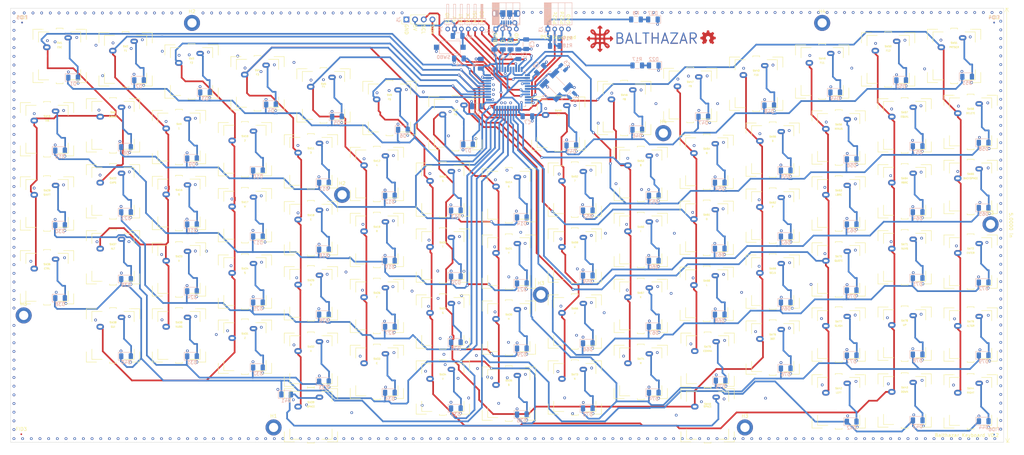
<source format=kicad_pcb>
(kicad_pcb (version 20171130) (host pcbnew 5.1.9+dfsg1-1+deb11u1)
  (title_block (title "Balthazar keyboard") (date 2022-10-03) (rev v0.2) (comment 1 "CERN OSHL"))
  (layers (0 F.Cu signal) (1 In1.Cu power) (2 In2.Cu power) (31 B.Cu signal) (34 B.Paste user) (35 F.Paste user) (36 B.SilkS user) (37 F.SilkS user) (38 B.Mask user) (39 F.Mask user) (44 Edge.Cuts user))
  (net 0 "")
  (net 1 col1)
  (net 2 "Net-(D1-Pad2)")
  (net 3 "Net-(D2-Pad2)")
  (net 4 "Net-(D3-Pad2)")
  (net 5 "Net-(D4-Pad2)")
  (net 6 "Net-(D5-Pad2)")
  (net 7 "Net-(D6-Pad2)")
  (net 8 "Net-(D7-Pad2)")
  (net 9 "Net-(D8-Pad2)")
  (net 10 col2)
  (net 11 "Net-(D9-Pad2)")
  (net 12 "Net-(D10-Pad2)")
  (net 13 "Net-(D11-Pad2)")
  (net 14 "Net-(D12-Pad2)")
  (net 15 "Net-(D13-Pad2)")
  (net 16 "Net-(D14-Pad2)")
  (net 17 col3)
  (net 18 "Net-(D15-Pad2)")
  (net 19 "Net-(D16-Pad2)")
  (net 20 "Net-(D17-Pad2)")
  (net 21 "Net-(D18-Pad2)")
  (net 22 "Net-(D19-Pad2)")
  (net 23 "Net-(D20-Pad2)")
  (net 24 "Net-(D21-Pad2)")
  (net 25 col4)
  (net 26 "Net-(D23-Pad2)")
  (net 27 "Net-(D24-Pad2)")
  (net 28 "Net-(D25-Pad2)")
  (net 29 "Net-(D26-Pad2)")
  (net 30 "Net-(D27-Pad2)")
  (net 31 "Net-(D28-Pad2)")
  (net 32 col5)
  (net 33 "Net-(D29-Pad2)")
  (net 34 "Net-(D30-Pad2)")
  (net 35 "Net-(D31-Pad2)")
  (net 36 "Net-(D32-Pad2)")
  (net 37 "Net-(D33-Pad2)")
  (net 38 "Net-(D34-Pad2)")
  (net 39 "Net-(D35-Pad2)")
  (net 40 col6)
  (net 41 "Net-(D36-Pad2)")
  (net 42 "Net-(D37-Pad2)")
  (net 43 "Net-(D38-Pad2)")
  (net 44 "Net-(D39-Pad2)")
  (net 45 "Net-(D40-Pad2)")
  (net 46 "Net-(D41-Pad2)")
  (net 47 "Net-(D42-Pad2)")
  (net 48 col7)
  (net 49 "Net-(D43-Pad2)")
  (net 50 "Net-(D44-Pad2)")
  (net 51 "Net-(D45-Pad2)")
  (net 52 "Net-(D46-Pad2)")
  (net 53 "Net-(D47-Pad2)")
  (net 54 "Net-(D48-Pad2)")
  (net 55 "Net-(D49-Pad2)")
  (net 56 "Net-(D50-Pad2)")
  (net 57 "Net-(D51-Pad2)")
  (net 58 "Net-(D52-Pad2)")
  (net 59 "Net-(D53-Pad2)")
  (net 60 "Net-(D54-Pad2)")
  (net 61 "Net-(D55-Pad2)")
  (net 62 "Net-(D56-Pad2)")
  (net 63 "Net-(D57-Pad2)")
  (net 64 "Net-(D58-Pad2)")
  (net 65 "Net-(D59-Pad2)")
  (net 66 "Net-(D60-Pad2)")
  (net 67 "Net-(D61-Pad2)")
  (net 68 "Net-(D62-Pad2)")
  (net 69 "Net-(D63-Pad2)")
  (net 70 "Net-(D64-Pad2)")
  (net 71 "Net-(D65-Pad2)")
  (net 72 "Net-(D66-Pad2)")
  (net 73 "Net-(D67-Pad2)")
  (net 74 "Net-(D68-Pad2)")
  (net 75 "Net-(D69-Pad2)")
  (net 76 "Net-(D70-Pad2)")
  (net 77 "Net-(D71-Pad2)")
  (net 78 "Net-(D72-Pad2)")
  (net 79 "Net-(D73-Pad2)")
  (net 80 "Net-(D74-Pad2)")
  (net 81 "Net-(D75-Pad2)")
  (net 82 "Net-(D76-Pad2)")
  (net 83 "Net-(D77-Pad2)")
  (net 84 row1)
  (net 85 row2)
  (net 86 row3)
  (net 87 row4)
  (net 88 row5)
  (net 89 row6)
  (net 90 row7)
  (net 91 GND)
  (net 92 "Net-(J1-Pad2)")
  (net 93 "Net-(J1-Pad3)")
  (net 94 "Net-(C1-Pad1)")
  (net 95 "Net-(C4-Pad1)")
  (net 96 "Net-(D78-Pad2)")
  (net 97 Vcc)
  (net 98 "Net-(C5-Pad1)")
  (net 99 "Net-(C6-Pad1)")
  (net 100 "Net-(R3-Pad2)")
  (net 101 "Net-(R4-Pad2)")
  (net 102 "Net-(D79-Pad2)")
  (net 103 "Net-(J4-Pad3)")
  (net 104 "Net-(J1-Pad1)")
  (net 105 "Net-(D22-Pad2)")
  (net 106 col11)
  (net 107 col10)
  (net 108 col9)
  (net 109 col8)
  (net 110 PS2data)
  (net 111 PS2clock)
  (net 112 RST)
  (net 113 "Net-(R17-Pad2)")
  (net 114 "Net-(J5-Pad3)")
  (net 115 "Net-(J5-Pad4)")
  (net 116 "Net-(J4-Pad1)")
  (net 117 "Net-(J4-Pad2)")
  (module Symbol:BALTHAZARlogo150 (layer F.Cu) (at 177.292 54.61)
    (fp_text reference G*** hide)
    (fp_text value LOGO hide)
    (fp_poly (pts (xy 0.153014 -3.749523) (xy 0.343166 -3.597679) (xy 0.53031 -3.398853) (xy 0.674303 -3.197429) (xy 0.735 -3.037789) (xy 0.730228 -3.002659) (xy 0.63278 -2.903033) (xy 0.464878 -2.913633) (xy 0.254 -2.96656) (xy 0.254 -2.207943) (xy 0.260621 -1.868107) (xy 0.27834 -1.598739) (xy 0.303939 -1.440004) (xy 0.3175 -1.415183) (xy 0.434347 -1.402395) (xy 0.652007 -1.410975) (xy 0.746391 -1.419609) (xy 0.955504 -1.451614) (xy 1.091335 -1.519201) (xy 1.20091 -1.66252) (xy 1.224696 -1.70977) (xy 1.818141 -1.70977) (xy 1.908052 -1.702344) (xy 2.052711 -1.771768) (xy 2.131166 -1.833456) (xy 2.247171 -1.983686) (xy 2.285812 -2.124448) (xy 2.234298 -2.199238) (xy 2.214455 -2.201333) (xy 2.104827 -2.138326) (xy 1.958294 -1.985436) (xy 1.828215 -1.799167) (xy 1.818141 -1.70977) (xy 1.224696 -1.70977) (xy 1.329049 -1.917055) (xy 1.574076 -2.334236) (xy 1.843819 -2.592926) (xy 2.150315 -2.703494) (xy 2.248939 -2.709333) (xy 2.514602 -2.636442) (xy 2.737891 -2.451696) (xy 2.865948 -2.205988) (xy 2.878667 -2.103021) (xy 2.816748 -1.949288) (xy 2.659297 -1.740118) (xy 2.448765 -1.518045) (xy 2.227608 -1.325602) (xy 2.038278 -1.20532) (xy 1.962684 -1.185333) (xy 1.750252 -1.10857) (xy 1.595072 -0.904874) (xy 1.525345 -0.614135) (xy 1.524 -0.564833) (xy 1.524 -0.254) (xy 2.249372 -0.254) (xy 2.599176 -0.256879) (xy 2.810098 -0.270241) (xy 2.912557 -0.301174) (xy 2.936969 -0.356764) (xy 2.924794 -0.41138) (xy 2.943132 -0.597379) (xy 3.007764 -0.679074) (xy 3.098522 -0.723869) (xy 3.207249 -0.690452) (xy 3.369866 -0.560529) (xy 3.517675 -0.419399) (xy 3.71493 -0.21555) (xy 3.851388 -0.054924) (xy 3.894667 0.01952) (xy 3.836739 0.131942) (xy 3.690789 0.310348) (xy 3.498561 0.512515) (xy 3.301803 0.696215) (xy 3.14226 0.819226) (xy 3.076893 0.846667) (xy 2.946778 0.779477) (xy 2.895842 0.631997) (xy 2.952091 0.485375) (xy 3.032604 0.37852) (xy 3.006799 0.310106) (xy 2.857561 0.274467) (xy 2.567771 0.265937) (xy 2.307167 0.27187) (xy 1.566333 0.296333) (xy 1.556776 0.702357) (xy 1.547219 1.10838) (xy 2.022443 1.342632) (xy 2.373548 1.561241) (xy 2.654068 1.823079) (xy 2.831897 2.092736) (xy 2.878667 2.286975) (xy 2.809779 2.469533) (xy 2.641047 2.663866) (xy 2.429364 2.81767) (xy 2.235067 2.878667) (xy 2.004902 2.807026) (xy 1.749001 2.617553) (xy 1.507483 2.348418) (xy 1.320465 2.037793) (xy 1.298639 1.987667) (xy 1.216564 1.821911) (xy 1.790533 1.821911) (xy 1.806359 1.909029) (xy 1.893972 2.06938) (xy 1.895483 2.071691) (xy 2.03574 2.223188) (xy 2.172518 2.283599) (xy 2.261898 2.244927) (xy 2.270291 2.13996) (xy 2.193561 2.020113) (xy 2.045937 1.899618) (xy 1.890232 1.820117) (xy 1.790533 1.821911) (xy 1.216564 1.821911) (xy 1.17685 1.741708) (xy 1.043685 1.613261) (xy 0.876288 1.558707) (xy 0.623533 1.519471) (xy 0.45673 1.533162) (xy 0.356618 1.625655) (xy 0.303934 1.822824) (xy 0.279416 2.150545) (xy 0.27172 2.370848) (xy 0.264269 2.746369) (xy 0.271589 2.974918) (xy 0.296209 3.078411) (xy 0.340655 3.078765) (xy 0.352153 3.06838) (xy 0.526639 2.970504) (xy 0.677877 3.01221) (xy 0.733791 3.096611) (xy 0.703868 3.246089) (xy 0.536892 3.476003) (xy 0.417172 3.604611) (xy 0.217358 3.800711) (xy 0.065091 3.936351) (xy 0 3.979333) (xy -0.080605 3.92355) (xy -0.241004 3.778338) (xy -0.417173 3.604611) (xy -0.635743 3.344829) (xy -0.73439 3.14328) (xy -0.711901 3.016477) (xy -0.567067 2.980931) (xy -0.461546 2.999135) (xy -0.247336 3.052899) (xy -0.271835 2.310569) (xy -0.291075 1.924259) (xy -0.332148 1.680886) (xy -0.416272 1.554054) (xy -0.56467 1.517367) (xy -0.798561 1.54443) (xy -0.876289 1.558707) (xy -1.059665 1.622688) (xy -1.189403 1.761259) (xy -1.29864 1.987667) (xy -1.472332 2.299556) (xy -1.706633 2.57718) (xy -1.961428 2.782239) (xy -2.196602 2.876434) (xy -2.231854 2.878667) (xy -2.459245 2.803817) (xy -2.657887 2.616011) (xy -2.778397 2.370364) (xy -2.794 2.25128) (xy -2.765675 2.13996) (xy -2.270292 2.13996) (xy -2.248881 2.26201) (xy -2.1456 2.278696) (xy -2.004367 2.198019) (xy -1.895483 2.071691) (xy -1.807105 1.910805) (xy -1.790159 1.822305) (xy -1.790533 1.821911) (xy -1.893515 1.821202) (xy -2.049752 1.902147) (xy -2.196429 2.023105) (xy -2.270292 2.13996) (xy -2.765675 2.13996) (xy -2.711077 1.925389) (xy -2.467287 1.626463) (xy -2.070095 1.363099) (xy -1.987022 1.322089) (xy -1.51481 1.098507) (xy -1.520109 1.016) (xy -1.025736 1.016) (xy -0.244264 1.016) (xy 0.244264 1.016) (xy 1.025736 1.016) (xy 0.999701 0.656167) (xy 0.975804 0.430801) (xy 0.915881 0.327105) (xy 0.772046 0.29783) (xy 0.635 0.296333) (xy 0.422307 0.304399) (xy 0.320681 0.360095) (xy 0.282235 0.51067) (xy 0.270298 0.656167) (xy 0.244264 1.016) (xy -0.244264 1.016) (xy -0.270299 0.656167) (xy -0.294196 0.430801) (xy -0.354119 0.327105) (xy -0.497954 0.29783) (xy -0.635 0.296333) (xy -0.847693 0.304399) (xy -0.949319 0.360095) (xy -0.987765 0.51067) (xy -0.999702 0.656167) (xy -1.025736 1.016) (xy -1.520109 1.016) (xy -1.540572 0.69742) (xy -1.566333 0.296333) (xy -2.307167 0.27187) (xy -2.693666 0.266313) (xy -2.928898 0.284316) (xy -3.029979 0.331547) (xy -3.014026 0.413672) (xy -2.952091 0.485375) (xy -2.895843 0.632023) (xy -2.946794 0.779497) (xy -3.076893 0.846667) (xy -3.193628 0.788133) (xy -3.376911 0.636033) (xy -3.551056 0.461224) (xy -3.906344 0.075782) (xy -3.588885 -0.279609) (xy -3.398254 -0.486355) (xy -3.244925 -0.640857) (xy -3.183719 -0.693657) (xy -3.052729 -0.703858) (xy -2.946726 -0.602526) (xy -2.916863 -0.445425) (xy -2.924794 -0.41138) (xy -2.935676 -0.335287) (xy -2.888907 -0.288604) (xy -2.754068 -0.264244) (xy -2.500743 -0.255119) (xy -2.249372 -0.254) (xy -1.524 -0.254) (xy -1.524 -0.586619) (xy -1.526693 -0.602542) (xy -1.016 -0.602542) (xy -1.016 -0.254) (xy -0.635 -0.254) (xy -0.400897 -0.260326) (xy -0.290042 -0.3032) (xy -0.25635 -0.418464) (xy -0.254 -0.550333) (xy 0.254 -0.550333) (xy 0.262133 -0.368253) (xy 0.317256 -0.282033) (xy 0.465453 -0.255828) (xy 0.635 -0.254) (xy 1.016 -0.254) (xy 1.016 -0.601725) (xy 1.004098 -0.821201) (xy 0.958228 -0.906118) (xy 0.882075 -0.898059) (xy 0.699528 -0.859763) (xy 0.501075 -0.846667) (xy 0.334962 -0.829424) (xy 0.266835 -0.743569) (xy 0.254 -0.550333) (xy -0.254 -0.550333) (xy -0.271223 -0.752333) (xy -0.343513 -0.835036) (xy -0.4445 -0.847823) (xy -0.689702 -0.871857) (xy -0.8255 -0.900031) (xy -0.946173 -0.916511) (xy -1.001107 -0.852694) (xy -1.015686 -0.668937) (xy -1.016 -0.602542) (xy -1.526693 -0.602542) (xy -1.577468 -0.902645) (xy -1.72578 -1.110715) (xy -1.949816 -1.185333) (xy -2.097335 -1.240974) (xy -2.305633 -1.383967) (xy -2.451768 -1.510891) (xy -2.665137 -1.739457) (xy -2.768592 -1.932984) (xy -2.794 -2.132768) (xy -2.791532 -2.1441) (xy -2.283001 -2.1441) (xy -2.252968 -2.006011) (xy -2.145878 -1.848167) (xy -2.000212 -1.735601) (xy -1.858841 -1.691425) (xy -1.780813 -1.731175) (xy -1.778 -1.751377) (xy -1.834317 -1.856559) (xy -1.964572 -2.006352) (xy -2.110719 -2.141138) (xy -2.214713 -2.201301) (xy -2.216092 -2.201333) (xy -2.283001 -2.1441) (xy -2.791532 -2.1441) (xy -2.727012 -2.440238) (xy -2.536165 -2.637555) (xy -2.236635 -2.709283) (xy -2.227251 -2.709334) (xy -1.915806 -2.63577) (xy -1.635237 -2.41005) (xy -1.376931 -2.024631) (xy -1.321458 -1.916071) (xy -1.18932 -1.660236) (xy -1.08001 -1.519368) (xy -0.94535 -1.45471) (xy -0.73716 -1.427502) (xy -0.711557 -1.425437) (xy -0.474088 -1.4144) (xy -0.318201 -1.421848) (xy -0.290363 -1.431193) (xy -0.274149 -1.526538) (xy -0.261659 -1.750609) (xy -0.254772 -2.062808) (xy -0.254 -2.217058) (xy -0.254 -2.96656) (xy -0.464878 -2.913633) (xy -0.646969 -2.907794) (xy -0.730228 -3.002659) (xy -0.704813 -3.139454) (xy -0.583204 -3.332293) (xy -0.405546 -3.536793) (xy -0.211984 -3.70857) (xy -0.042661 -3.80324) (xy 0 -3.81) (xy 0.153014 -3.749523)) (layer F.Cu) (width 0.01))
  )
  (module Symbol:OSHW-Logo_Copper (layer F.Cu) (at 208.915 55.245)
    (fp_text reference REF** hide)
    (fp_text value OSHW-Logo_Copper hide)
    (fp_poly (pts (xy 0.376964 -2.709982) (xy 0.433812 -2.40843) (xy 0.853338 -2.235488) (xy 1.104984 -2.406605) (xy 1.175458 -2.45425) (xy 1.239163 -2.49679) (xy 1.293126 -2.532285) (xy 1.334373 -2.55879) (xy 1.359934 -2.574364) (xy 1.366895 -2.577722) (xy 1.379435 -2.569086) (xy 1.406231 -2.545208) (xy 1.44428 -2.509141) (xy 1.490579 -2.463933) (xy 1.542123 -2.412636) (xy 1.595909 -2.358299) (xy 1.648935 -2.303972) (xy 1.698195 -2.252705) (xy 1.740687 -2.207549) (xy 1.773407 -2.171554) (xy 1.793351 -2.14777) (xy 1.798119 -2.13981) (xy 1.791257 -2.125135) (xy 1.77202 -2.092986) (xy 1.74243 -2.046508) (xy 1.70451 -1.988844) (xy 1.660282 -1.92314) (xy 1.634654 -1.885664) (xy 1.587941 -1.817232) (xy 1.546432 -1.75548) (xy 1.51214 -1.703481) (xy 1.48708 -1.664308) (xy 1.473264 -1.641035) (xy 1.471188 -1.636145) (xy 1.475895 -1.622245) (xy 1.488723 -1.58985) (xy 1.507738 -1.543515) (xy 1.531003 -1.487794) (xy 1.556584 -1.427242) (xy 1.582545 -1.366414) (xy 1.60695 -1.309864) (xy 1.627863 -1.262148) (xy 1.643349 -1.227819) (xy 1.651472 -1.211432) (xy 1.651952 -1.210788) (xy 1.664707 -1.207659) (xy 1.698677 -1.200679) (xy 1.75034 -1.190533) (xy 1.816176 -1.177908) (xy 1.892664 -1.163491) (xy 1.93729 -1.155177) (xy 2.019021 -1.139616) (xy 2.092843 -1.124808) (xy 2.155021 -1.111564) (xy 2.201822 -1.100695) (xy 2.229509 -1.093011) (xy 2.235074 -1.090573) (xy 2.240526 -1.07407) (xy 2.244924 -1.0368) (xy 2.248272 -0.98312) (xy 2.250574 -0.917388) (xy 2.251832 -0.843963) (xy 2.252048 -0.767204) (xy 2.251227 -0.691468) (xy 2.249371 -0.621114) (xy 2.246482 -0.5605) (xy 2.242565 -0.513984) (xy 2.237622 -0.485925) (xy 2.234657 -0.480084) (xy 2.216934 -0.473083) (xy 2.179381 -0.463073) (xy 2.126964 -0.451231) (xy 2.064652 -0.438733) (xy 2.0429 -0.43469) (xy 1.938024 -0.41548) (xy 1.85518 -0.400009) (xy 1.79163 -0.387663) (xy 1.744637 -0.377827) (xy 1.711463 -0.369886) (xy 1.689371 -0.363224) (xy 1.675624 -0.357227) (xy 1.667484 -0.351281) (xy 1.666345 -0.350106) (xy 1.654977 -0.331174) (xy 1.637635 -0.294331) (xy 1.61605 -0.244087) (xy 1.591954 -0.184954) (xy 1.567079 -0.121444) (xy 1.543157 -0.058068) (xy 1.521919 0.000662) (xy 1.505097 0.050235) (xy 1.494422 0.086139) (xy 1.491627 0.103862) (xy 1.49186 0.104483) (xy 1.501331 0.11897) (xy 1.522818 0.150844) (xy 1.554063 0.196789) (xy 1.592807 0.253485) (xy 1.636793 0.317617) (xy 1.649319 0.335842) (xy 1.693984 0.401914) (xy 1.733288 0.4622) (xy 1.765088 0.513235) (xy 1.787245 0.55156) (xy 1.797617 0.573711) (xy 1.798119 0.576432) (xy 1.789405 0.590736) (xy 1.765325 0.619072) (xy 1.728976 0.658396) (xy 1.683453 0.705661) (xy 1.631852 0.757823) (xy 1.577267 0.811835) (xy 1.522794 0.864653) (xy 1.471529 0.913231) (xy 1.426567 0.954523) (xy 1.391004 0.985485) (xy 1.367935 1.00307) (xy 1.361554 1.005941) (xy 1.346699 0.999178) (xy 1.316286 0.980939) (xy 1.275268 0.954297) (xy 1.243709 0.932852) (xy 1.186525 0.893503) (xy 1.118806 0.847171) (xy 1.05088 0.800913) (xy 1.014361 0.776155) (xy 0.890752 0.692547) (xy 0.786991 0.74865) (xy 0.73972 0.773228) (xy 0.699523 0.792331) (xy 0.672326 0.803227) (xy 0.665402 0.804743) (xy 0.657077 0.793549) (xy 0.640654 0.761917) (xy 0.617357 0.712765) (xy 0.588414 0.64901) (xy 0.55505 0.573571) (xy 0.518491 0.489364) (xy 0.479964 0.399308) (xy 0.440694 0.306321) (xy 0.401908 0.21332) (xy 0.36483 0.123223) (xy 0.330689 0.038948) (xy 0.300708 -0.036587) (xy 0.276116 -0.100466) (xy 0.258136 -0.149769) (xy 0.247997 -0.181579) (xy 0.246366 -0.192504) (xy 0.259291 -0.206439) (xy 0.287589 -0.22906) (xy 0.325346 -0.255667) (xy 0.328515 -0.257772) (xy 0.4261 -0.335886) (xy 0.504786 -0.427018) (xy 0.563891 -0.528255) (xy 0.602732 -0.636682) (xy 0.620628 -0.749386) (xy 0.616897 -0.863452) (xy 0.590857 -0.975966) (xy 0.541825 -1.084015) (xy 0.5274 -1.107655) (xy 0.452369 -1.203113) (xy 0.36373 -1.279768) (xy 0.264549 -1.33722) (xy 0.157895 -1.375071) (xy 0.046836 -1.392922) (xy -0.065561 -1.390375) (xy -0.176227 -1.36703) (xy -0.282094 -1.32249) (xy -0.380095 -1.256355) (xy -0.41041 -1.229513) (xy -0.487562 -1.145488) (xy -0.543782 -1.057034) (xy -0.582347 -0.957885) (xy -0.603826 -0.859697) (xy -0.609128 -0.749303) (xy -0.591448 -0.63836) (xy -0.552581 -0.530619) (xy -0.494323 -0.429831) (xy -0.418469 -0.339744) (xy -0.326817 -0.264108) (xy -0.314772 -0.256136) (xy -0.276611 -0.230026) (xy -0.247601 -0.207405) (xy -0.233732 -0.192961) (xy -0.233531 -0.192504) (xy -0.236508 -0.176879) (xy -0.248311 -0.141418) (xy -0.267714 -0.089038) (xy -0.293488 -0.022655) (xy -0.324409 0.054814) (xy -0.359249 0.14045) (xy -0.396783 0.231337) (xy -0.435783 0.324559) (xy -0.475023 0.417197) (xy -0.513276 0.506335) (xy -0.549317 0.589055) (xy -0.581917 0.662441) (xy -0.609852 0.723575) (xy -0.631895 0.769541) (xy -0.646818 0.797421) (xy -0.652828 0.804743) (xy -0.671191 0.799041) (xy -0.705552 0.783749) (xy -0.749984 0.761599) (xy -0.774417 0.74865) (xy -0.878178 0.692547) (xy -1.001787 0.776155) (xy -1.064886 0.818987) (xy -1.13397 0.866122) (xy -1.198707 0.910503) (xy -1.231134 0.932852) (xy -1.276741 0.963477) (xy -1.31536 0.987747) (xy -1.341952 1.002587) (xy -1.35059 1.005724) (xy -1.363161 0.997261) (xy -1.390984 0.973636) (xy -1.431361 0.937302) (xy -1.481595 0.890711) (xy -1.538988 0.836317) (xy -1.575286 0.801392) (xy -1.63879 0.738996) (xy -1.693673 0.683188) (xy -1.737714 0.636354) (xy -1.768695 0.600882) (xy -1.784398 0.579161) (xy -1.785905 0.574752) (xy -1.778914 0.557985) (xy -1.759594 0.524082) (xy -1.730091 0.476476) (xy -1.692545 0.418599) (xy -1.6491 0.353884) (xy -1.636745 0.335842) (xy -1.591727 0.270267) (xy -1.55134 0.211228) (xy -1.51784 0.162042) (xy -1.493486 0.126028) (xy -1.480536 0.106502) (xy -1.479285 0.104483) (xy -1.481156 0.088922) (xy -1.491087 0.054709) (xy -1.507347 0.006355) (xy -1.528205 -0.051629) (xy -1.551927 -0.11473) (xy -1.576784 -0.178437) (xy -1.601042 -0.238239) (xy -1.622971 -0.289624) (xy -1.640838 -0.328081) (xy -1.652913 -0.349098) (xy -1.653771 -0.350106) (xy -1.661154 -0.356112) (xy -1.673625 -0.362052) (xy -1.69392 -0.36854) (xy -1.724778 -0.376191) (xy -1.768934 -0.38562) (xy -1.829126 -0.397441) (xy -1.908093 -0.412271) (xy -2.00857 -0.430723) (xy -2.030325 -0.43469) (xy -2.094802 -0.447147) (xy -2.151011 -0.459334) (xy -2.193987 -0.470074) (xy -2.21876 -0.478191) (xy -2.222082 -0.480084) (xy -2.227556 -0.496862) (xy -2.232006 -0.534355) (xy -2.235428 -0.588206) (xy -2.237819 -0.654056) (xy -2.239177 -0.727547) (xy -2.239499 -0.80432) (xy -2.238781 -0.880017) (xy -2.237021 -0.95028) (xy -2.234216 -1.01075) (xy -2.230362 -1.05707) (xy -2.225457 -1.084881) (xy -2.2225 -1.090573) (xy -2.206037 -1.096314) (xy -2.168551 -1.105655) (xy -2.113775 -1.117785) (xy -2.045445 -1.131893) (xy -1.967294 -1.14717) (xy -1.924716 -1.155177) (xy -1.843929 -1.170279) (xy -1.771887 -1.18396) (xy -1.712111 -1.195533) (xy -1.668121 -1.204313) (xy -1.643439 -1.209613) (xy -1.639377 -1.210788) (xy -1.632511 -1.224035) (xy -1.617998 -1.255943) (xy -1.597771 -1.301953) (xy -1.573766 -1.357508) (xy -1.547918 -1.418047) (xy -1.52216 -1.479014) (xy -1.498427 -1.535849) (xy -1.478654 -1.583994) (xy -1.464776 -1.61889) (xy -1.458726 -1.635979) (xy -1.458614 -1.636726) (xy -1.465472 -1.650207) (xy -1.484698 -1.68123) (xy -1.514272 -1.726711) (xy -1.552173 -1.783568) (xy -1.59638 -1.848717) (xy -1.622079 -1.886138) (xy -1.668907 -1.954753) (xy -1.710499 -2.017048) (xy -1.744825 -2.069871) (xy -1.769857 -2.110073) (xy -1.783565 -2.1345) (xy -1.785544 -2.139976) (xy -1.777034 -2.152722) (xy -1.753507 -2.179937) (xy -1.717968 -2.218572) (xy -1.673423 -2.265577) (xy -1.622877 -2.317905) (xy -1.569336 -2.372505) (xy -1.515805 -2.42633) (xy -1.465289 -2.47633) (xy -1.420794 -2.519457) (xy -1.385325 -2.552661) (xy -1.361887 -2.572894) (xy -1.354046 -2.577722) (xy -1.34128 -2.570933) (xy -1.310744 -2.551858) (xy -1.26541 -2.522439) (xy -1.208244 -2.484619) (xy -1.142216 -2.440339) (xy -1.09241 -2.406605) (xy -0.840764 -2.235488) (xy -0.631001 -2.321959) (xy -0.421237 -2.40843) (xy -0.364389 -2.709982) (xy -0.30754 -3.011534) (xy 0.320115 -3.011534) (xy 0.376964 -2.709982)) (layer F.Cu) (width 0.01))
  )
  (module Button_Switch_Keyboard:CherryMX_RGB_SpeedSilver (layer F.Cu) (at 247.142 102.87)
    (fp_text reference SW63 (at 0 -3.81) (layer F.SilkS) (effects (font (size 0.5 0.5) (thickness 0.125))))
    (fp_text value LBRC (at 0 -2.54) (layer F.SilkS) (effects (font (size 0.5 0.5) (thickness 0.125))))
    (pad "" np_thru_hole circle (at 4.99 0) (size 1.75 1.75) (drill 1.75) (layers *.Cu *.Mask))
    (pad "" np_thru_hole circle (at -4.99 0) (size 1.75 1.75) (drill 1.75) (layers *.Cu *.Mask))
    (pad 2 thru_hole oval (at 2.5 -5.3) (size 2.2 1.5) (drill oval 1.2 0.5) (layers *.Cu *.Mask) (net 69 "Net-(D63-Pad2)"))
    (pad 1 thru_hole oval (at -3.75 -2.53) (size 2.2 1.7) (drill oval 1.2 0.7) (layers *.Cu *.Mask) (net 88 row5))
    (pad "" np_thru_hole circle (at 0 0) (size 4 4) (drill 4) (layers *.Cu *.Mask))
  )
  (module Button_Switch_Keyboard:CherryMX_RGB_SpeedSilver (layer F.Cu) (at 131.318 156.718)
    (fp_text reference SW34 (at 0 -3.81) (layer F.SilkS) (effects (font (size 0.5 0.5) (thickness 0.125))))
    (fp_text value V (at 0 -2.54) (layer F.SilkS) (effects (font (size 0.5 0.5) (thickness 0.125))))
    (pad "" np_thru_hole circle (at 4.99 0) (size 1.75 1.75) (drill 1.75) (layers *.Cu *.Mask))
    (pad "" np_thru_hole circle (at -4.99 0) (size 1.75 1.75) (drill 1.75) (layers *.Cu *.Mask))
    (pad 2 thru_hole oval (at 2.5 -5.3) (size 2.2 1.5) (drill oval 1.2 0.5) (layers *.Cu *.Mask) (net 39 "Net-(D35-Pad2)"))
    (pad 1 thru_hole oval (at -3.75 -2.53) (size 2.2 1.7) (drill oval 1.2 0.7) (layers *.Cu *.Mask) (net 89 row6))
    (pad "" np_thru_hole circle (at 0 0) (size 4 4) (drill 4) (layers *.Cu *.Mask))
  )
  (module Button_Switch_Keyboard:CherryMX_RGB_SpeedSilver (layer F.Cu) (at 247.142 141.224)
    (fp_text reference SW77 (at 0 -3.81) (layer F.SilkS) (effects (font (size 0.5 0.5) (thickness 0.125))))
    (fp_text value SLASH (at 0 -2.54) (layer F.SilkS) (effects (font (size 0.5 0.5) (thickness 0.125))))
    (pad "" np_thru_hole circle (at 4.99 0) (size 1.75 1.75) (drill 1.75) (layers *.Cu *.Mask))
    (pad "" np_thru_hole circle (at -4.99 0) (size 1.75 1.75) (drill 1.75) (layers *.Cu *.Mask))
    (pad 2 thru_hole oval (at 2.5 -5.3) (size 2.2 1.5) (drill oval 1.2 0.5) (layers *.Cu *.Mask) (net 83 "Net-(D77-Pad2)"))
    (pad 1 thru_hole oval (at -3.75 -2.53) (size 2.2 1.7) (drill oval 1.2 0.7) (layers *.Cu *.Mask) (net 88 row5))
    (pad "" np_thru_hole circle (at 0 0) (size 4 4) (drill 4) (layers *.Cu *.Mask))
  )
  (module Button_Switch_Keyboard:CherryMX_RGB_SpeedSilver (layer F.Cu) (at 19.177 59.69)
    (fp_text reference SW1 (at 0 -3.81) (layer F.SilkS) (effects (font (size 0.5 0.5) (thickness 0.125))))
    (fp_text value ESC (at 0 -2.54) (layer F.SilkS) (effects (font (size 0.5 0.5) (thickness 0.125))))
    (pad "" np_thru_hole circle (at 4.99 0) (size 1.75 1.75) (drill 1.75) (layers *.Cu *.Mask))
    (pad "" np_thru_hole circle (at -4.99 0) (size 1.75 1.75) (drill 1.75) (layers *.Cu *.Mask))
    (pad 2 thru_hole oval (at 2.5 -5.3) (size 2.2 1.5) (drill oval 1.2 0.5) (layers *.Cu *.Mask) (net 2 "Net-(D1-Pad2)"))
    (pad 1 thru_hole oval (at -3.75 -2.53) (size 2.2 1.7) (drill oval 1.2 0.7) (layers *.Cu *.Mask) (net 84 row1))
    (pad "" np_thru_hole circle (at 0 0) (size 4 4) (drill 4) (layers *.Cu *.Mask))
  )
  (module Button_Switch_Keyboard:CherryMX_RGB_SpeedSilver (layer F.Cu) (at 38.481 60.706)
    (fp_text reference SW2 (at 0 -3.81) (layer F.SilkS) (effects (font (size 0.5 0.5) (thickness 0.125))))
    (fp_text value F1 (at 0 -2.54) (layer F.SilkS) (effects (font (size 0.5 0.5) (thickness 0.125))))
    (pad "" np_thru_hole circle (at 4.99 0) (size 1.75 1.75) (drill 1.75) (layers *.Cu *.Mask))
    (pad "" np_thru_hole circle (at -4.99 0) (size 1.75 1.75) (drill 1.75) (layers *.Cu *.Mask))
    (pad 2 thru_hole oval (at 2.5 -5.3) (size 2.2 1.5) (drill oval 1.2 0.5) (layers *.Cu *.Mask) (net 3 "Net-(D2-Pad2)"))
    (pad 1 thru_hole oval (at -3.75 -2.53) (size 2.2 1.7) (drill oval 1.2 0.7) (layers *.Cu *.Mask) (net 85 row2))
    (pad "" np_thru_hole circle (at 0 0) (size 4 4) (drill 4) (layers *.Cu *.Mask))
  )
  (module Button_Switch_Keyboard:CherryMX_RGB_SpeedSilver (layer F.Cu) (at 57.785 64.262)
    (fp_text reference SW3 (at 0 -3.81) (layer F.SilkS) (effects (font (size 0.5 0.5) (thickness 0.125))))
    (fp_text value F2 (at 0 -2.54) (layer F.SilkS) (effects (font (size 0.5 0.5) (thickness 0.125))))
    (pad "" np_thru_hole circle (at 4.99 0) (size 1.75 1.75) (drill 1.75) (layers *.Cu *.Mask))
    (pad "" np_thru_hole circle (at -4.99 0) (size 1.75 1.75) (drill 1.75) (layers *.Cu *.Mask))
    (pad 2 thru_hole oval (at 2.5 -5.3) (size 2.2 1.5) (drill oval 1.2 0.5) (layers *.Cu *.Mask) (net 4 "Net-(D3-Pad2)"))
    (pad 1 thru_hole oval (at -3.75 -2.53) (size 2.2 1.7) (drill oval 1.2 0.7) (layers *.Cu *.Mask) (net 86 row3))
    (pad "" np_thru_hole circle (at 0 0) (size 4 4) (drill 4) (layers *.Cu *.Mask))
  )
  (module Button_Switch_Keyboard:CherryMX_RGB_SpeedSilver (layer F.Cu) (at 77.089 67.691)
    (fp_text reference SW4 (at 0 -3.81) (layer F.SilkS) (effects (font (size 0.5 0.5) (thickness 0.125))))
    (fp_text value F3 (at 0 -2.54) (layer F.SilkS) (effects (font (size 0.5 0.5) (thickness 0.125))))
    (pad "" np_thru_hole circle (at 4.99 0) (size 1.75 1.75) (drill 1.75) (layers *.Cu *.Mask))
    (pad "" np_thru_hole circle (at -4.99 0) (size 1.75 1.75) (drill 1.75) (layers *.Cu *.Mask))
    (pad 2 thru_hole oval (at 2.5 -5.3) (size 2.2 1.5) (drill oval 1.2 0.5) (layers *.Cu *.Mask) (net 5 "Net-(D4-Pad2)"))
    (pad 1 thru_hole oval (at -3.75 -2.53) (size 2.2 1.7) (drill oval 1.2 0.7) (layers *.Cu *.Mask) (net 87 row4))
    (pad "" np_thru_hole circle (at 0 0) (size 4 4) (drill 4) (layers *.Cu *.Mask))
  )
  (module Button_Switch_Keyboard:CherryMX_RGB_SpeedSilver (layer F.Cu) (at 96.393 71.247)
    (fp_text reference SW5 (at 0.023 -3.347) (layer F.SilkS) (effects (font (size 0.5 0.5) (thickness 0.125))))
    (fp_text value F4 (at 0 -2.54) (layer F.SilkS) (effects (font (size 0.5 0.5) (thickness 0.125))))
    (pad "" np_thru_hole circle (at 4.99 0) (size 1.75 1.75) (drill 1.75) (layers *.Cu *.Mask))
    (pad "" np_thru_hole circle (at -4.99 0) (size 1.75 1.75) (drill 1.75) (layers *.Cu *.Mask))
    (pad 2 thru_hole oval (at 2.5 -5.3) (size 2.2 1.5) (drill oval 1.2 0.5) (layers *.Cu *.Mask) (net 6 "Net-(D5-Pad2)"))
    (pad 1 thru_hole oval (at -3.75 -2.53) (size 2.2 1.7) (drill oval 1.2 0.7) (layers *.Cu *.Mask) (net 88 row5))
    (pad "" np_thru_hole circle (at 0 0) (size 4 4) (drill 4) (layers *.Cu *.Mask))
  )
  (module Button_Switch_Keyboard:CherryMX_RGB_SpeedSilver (layer F.Cu) (at 115.697 74.93)
    (fp_text reference SW6 (at 0 -3.81) (layer F.SilkS) (effects (font (size 0.5 0.5) (thickness 0.125))))
    (fp_text value F5 (at 0 -2.54) (layer F.SilkS) (effects (font (size 0.5 0.5) (thickness 0.125))))
    (pad "" np_thru_hole circle (at 4.99 0) (size 1.75 1.75) (drill 1.75) (layers *.Cu *.Mask))
    (pad "" np_thru_hole circle (at -4.99 0) (size 1.75 1.75) (drill 1.75) (layers *.Cu *.Mask))
    (pad 2 thru_hole oval (at 2.5 -5.3) (size 2.2 1.5) (drill oval 1.2 0.5) (layers *.Cu *.Mask) (net 7 "Net-(D6-Pad2)"))
    (pad 1 thru_hole oval (at -3.75 -2.53) (size 2.2 1.7) (drill oval 1.2 0.7) (layers *.Cu *.Mask) (net 89 row6))
    (pad "" np_thru_hole circle (at 0 0) (size 4 4) (drill 4) (layers *.Cu *.Mask))
  )
  (module Button_Switch_Keyboard:CherryMX_RGB_SpeedSilver (layer F.Cu) (at 135.001 79.375)
    (fp_text reference SW7 (at 0 -3.81) (layer F.SilkS) (effects (font (size 0.5 0.5) (thickness 0.125))))
    (fp_text value F6 (at 0 -2.54) (layer F.SilkS) (effects (font (size 0.5 0.5) (thickness 0.125))))
    (pad "" np_thru_hole circle (at 4.99 0) (size 1.75 1.75) (drill 1.75) (layers *.Cu *.Mask))
    (pad "" np_thru_hole circle (at -4.99 0) (size 1.75 1.75) (drill 1.75) (layers *.Cu *.Mask))
    (pad 2 thru_hole oval (at 2.5 -5.3) (size 2.2 1.5) (drill oval 1.2 0.5) (layers *.Cu *.Mask) (net 8 "Net-(D7-Pad2)"))
    (pad 1 thru_hole oval (at -3.75 -2.53) (size 2.2 1.7) (drill oval 1.2 0.7) (layers *.Cu *.Mask) (net 90 row7))
    (pad "" np_thru_hole circle (at 0 0) (size 4 4) (drill 4) (layers *.Cu *.Mask))
  )
  (module Button_Switch_Keyboard:CherryMX_RGB_SpeedSilver (layer F.Cu) (at 34.798 80.01)
    (fp_text reference SW8 (at 0 -3.81) (layer F.SilkS) (effects (font (size 0.5 0.5) (thickness 0.125))))
    (fp_text value GRAVE (at 0 -2.54) (layer F.SilkS) (effects (font (size 0.5 0.5) (thickness 0.125))))
    (pad "" np_thru_hole circle (at 4.99 0) (size 1.75 1.75) (drill 1.75) (layers *.Cu *.Mask))
    (pad "" np_thru_hole circle (at -4.99 0) (size 1.75 1.75) (drill 1.75) (layers *.Cu *.Mask))
    (pad 2 thru_hole oval (at 2.5 -5.3) (size 2.2 1.5) (drill oval 1.2 0.5) (layers *.Cu *.Mask) (net 9 "Net-(D8-Pad2)"))
    (pad 1 thru_hole oval (at -3.75 -2.53) (size 2.2 1.7) (drill oval 1.2 0.7) (layers *.Cu *.Mask) (net 84 row1))
    (pad "" np_thru_hole circle (at 0 0) (size 4 4) (drill 4) (layers *.Cu *.Mask))
  )
  (module Button_Switch_Keyboard:CherryMX_RGB_SpeedSilver (layer F.Cu) (at 54.102 83.439)
    (fp_text reference SW9 (at 0 -3.81) (layer F.SilkS) (effects (font (size 0.5 0.5) (thickness 0.125))))
    (fp_text value 1 (at 0 -2.54) (layer F.SilkS) (effects (font (size 0.5 0.5) (thickness 0.125))))
    (pad "" np_thru_hole circle (at 4.99 0) (size 1.75 1.75) (drill 1.75) (layers *.Cu *.Mask))
    (pad "" np_thru_hole circle (at -4.99 0) (size 1.75 1.75) (drill 1.75) (layers *.Cu *.Mask))
    (pad 2 thru_hole oval (at 2.5 -5.3) (size 2.2 1.5) (drill oval 1.2 0.5) (layers *.Cu *.Mask) (net 11 "Net-(D9-Pad2)"))
    (pad 1 thru_hole oval (at -3.75 -2.53) (size 2.2 1.7) (drill oval 1.2 0.7) (layers *.Cu *.Mask) (net 85 row2))
    (pad "" np_thru_hole circle (at 0 0) (size 4 4) (drill 4) (layers *.Cu *.Mask))
  )
  (module Button_Switch_Keyboard:CherryMX_RGB_SpeedSilver (layer F.Cu) (at 73.406 86.995)
    (fp_text reference SW10 (at 0 -3.81) (layer F.SilkS) (effects (font (size 0.5 0.5) (thickness 0.125))))
    (fp_text value 2 (at 0 -2.54) (layer F.SilkS) (effects (font (size 0.5 0.5) (thickness 0.125))))
    (pad "" np_thru_hole circle (at 4.99 0) (size 1.75 1.75) (drill 1.75) (layers *.Cu *.Mask))
    (pad "" np_thru_hole circle (at -4.99 0) (size 1.75 1.75) (drill 1.75) (layers *.Cu *.Mask))
    (pad 2 thru_hole oval (at 2.5 -5.3) (size 2.2 1.5) (drill oval 1.2 0.5) (layers *.Cu *.Mask) (net 12 "Net-(D10-Pad2)"))
    (pad 1 thru_hole oval (at -3.75 -2.53) (size 2.2 1.7) (drill oval 1.2 0.7) (layers *.Cu *.Mask) (net 86 row3))
    (pad "" np_thru_hole circle (at 0 0) (size 4 4) (drill 4) (layers *.Cu *.Mask))
  )
  (module Button_Switch_Keyboard:CherryMX_RGB_SpeedSilver (layer F.Cu) (at 92.71 90.551)
    (fp_text reference SW11 (at 0 -3.81) (layer F.SilkS) (effects (font (size 0.5 0.5) (thickness 0.125))))
    (fp_text value 3 (at 0 -2.54) (layer F.SilkS) (effects (font (size 0.5 0.5) (thickness 0.125))))
    (pad "" np_thru_hole circle (at 4.99 0) (size 1.75 1.75) (drill 1.75) (layers *.Cu *.Mask))
    (pad "" np_thru_hole circle (at -4.99 0) (size 1.75 1.75) (drill 1.75) (layers *.Cu *.Mask))
    (pad 2 thru_hole oval (at 2.5 -5.3) (size 2.2 1.5) (drill oval 1.2 0.5) (layers *.Cu *.Mask) (net 13 "Net-(D11-Pad2)"))
    (pad 1 thru_hole oval (at -3.75 -2.53) (size 2.2 1.7) (drill oval 1.2 0.7) (layers *.Cu *.Mask) (net 87 row4))
    (pad "" np_thru_hole circle (at 0 0) (size 4 4) (drill 4) (layers *.Cu *.Mask))
  )
  (module Button_Switch_Keyboard:CherryMX_RGB_SpeedSilver (layer F.Cu) (at 112.014 94.234)
    (fp_text reference SW12 (at 0 -3.81) (layer F.SilkS) (effects (font (size 0.5 0.5) (thickness 0.125))))
    (fp_text value 4 (at 0 -2.54) (layer F.SilkS) (effects (font (size 0.5 0.5) (thickness 0.125))))
    (pad "" np_thru_hole circle (at 4.99 0) (size 1.75 1.75) (drill 1.75) (layers *.Cu *.Mask))
    (pad "" np_thru_hole circle (at -4.99 0) (size 1.75 1.75) (drill 1.75) (layers *.Cu *.Mask))
    (pad 2 thru_hole oval (at 2.5 -5.3) (size 2.2 1.5) (drill oval 1.2 0.5) (layers *.Cu *.Mask) (net 14 "Net-(D12-Pad2)"))
    (pad 1 thru_hole oval (at -3.75 -2.53) (size 2.2 1.7) (drill oval 1.2 0.7) (layers *.Cu *.Mask) (net 88 row5))
    (pad "" np_thru_hole circle (at 0 0) (size 4 4) (drill 4) (layers *.Cu *.Mask))
  )
  (module Button_Switch_Keyboard:CherryMX_RGB_SpeedSilver (layer F.Cu) (at 131.318 98.806)
    (fp_text reference SW13 (at 0 -3.81) (layer F.SilkS) (effects (font (size 0.5 0.5) (thickness 0.125))))
    (fp_text value 5 (at 0 -2.54) (layer F.SilkS) (effects (font (size 0.5 0.5) (thickness 0.125))))
    (pad "" np_thru_hole circle (at 4.99 0) (size 1.75 1.75) (drill 1.75) (layers *.Cu *.Mask))
    (pad "" np_thru_hole circle (at -4.99 0) (size 1.75 1.75) (drill 1.75) (layers *.Cu *.Mask))
    (pad 2 thru_hole oval (at 2.5 -5.3) (size 2.2 1.5) (drill oval 1.2 0.5) (layers *.Cu *.Mask) (net 15 "Net-(D13-Pad2)"))
    (pad 1 thru_hole oval (at -3.75 -2.53) (size 2.2 1.7) (drill oval 1.2 0.7) (layers *.Cu *.Mask) (net 89 row6))
    (pad "" np_thru_hole circle (at 0 0) (size 4 4) (drill 4) (layers *.Cu *.Mask))
  )
  (module Button_Switch_Keyboard:CherryMX_RGB_SpeedSilver (layer F.Cu) (at 150.622 100.457)
    (fp_text reference SW14 (at 0 -3.81) (layer F.SilkS) (effects (font (size 0.5 0.5) (thickness 0.125))))
    (fp_text value 6 (at 0 -2.54) (layer F.SilkS) (effects (font (size 0.5 0.5) (thickness 0.125))))
    (pad "" np_thru_hole circle (at 4.99 0) (size 1.75 1.75) (drill 1.75) (layers *.Cu *.Mask))
    (pad "" np_thru_hole circle (at -4.99 0) (size 1.75 1.75) (drill 1.75) (layers *.Cu *.Mask))
    (pad 2 thru_hole oval (at 2.5 -5.3) (size 2.2 1.5) (drill oval 1.2 0.5) (layers *.Cu *.Mask) (net 16 "Net-(D14-Pad2)"))
    (pad 1 thru_hole oval (at -3.75 -2.53) (size 2.2 1.7) (drill oval 1.2 0.7) (layers *.Cu *.Mask) (net 90 row7))
    (pad "" np_thru_hole circle (at 0 0) (size 4 4) (drill 4) (layers *.Cu *.Mask))
  )
  (module Button_Switch_Keyboard:CherryMX_RGB_SpeedSilver (layer F.Cu) (at 15.494 81.153)
    (fp_text reference SW15 (at 0 -3.81) (layer F.SilkS) (effects (font (size 0.5 0.5) (thickness 0.125))))
    (fp_text value TAB (at 0 -2.54) (layer F.SilkS) (effects (font (size 0.5 0.5) (thickness 0.125))))
    (pad "" np_thru_hole circle (at 4.99 0) (size 1.75 1.75) (drill 1.75) (layers *.Cu *.Mask))
    (pad "" np_thru_hole circle (at -4.99 0) (size 1.75 1.75) (drill 1.75) (layers *.Cu *.Mask))
    (pad 2 thru_hole oval (at 2.5 -5.3) (size 2.2 1.5) (drill oval 1.2 0.5) (layers *.Cu *.Mask) (net 18 "Net-(D15-Pad2)"))
    (pad 1 thru_hole oval (at -3.75 -2.53) (size 2.2 1.7) (drill oval 1.2 0.7) (layers *.Cu *.Mask) (net 84 row1))
    (pad "" np_thru_hole circle (at 0 0) (size 4 4) (drill 4) (layers *.Cu *.Mask))
  )
  (module Button_Switch_Keyboard:CherryMX_RGB_SpeedSilver (layer F.Cu) (at 54.102 102.743)
    (fp_text reference SW16 (at 0 -3.81) (layer F.SilkS) (effects (font (size 0.5 0.5) (thickness 0.125))))
    (fp_text value Q (at 0 -2.54) (layer F.SilkS) (effects (font (size 0.5 0.5) (thickness 0.125))))
    (pad "" np_thru_hole circle (at 4.99 0) (size 1.75 1.75) (drill 1.75) (layers *.Cu *.Mask))
    (pad "" np_thru_hole circle (at -4.99 0) (size 1.75 1.75) (drill 1.75) (layers *.Cu *.Mask))
    (pad 2 thru_hole oval (at 2.5 -5.3) (size 2.2 1.5) (drill oval 1.2 0.5) (layers *.Cu *.Mask) (net 19 "Net-(D16-Pad2)"))
    (pad 1 thru_hole oval (at -3.75 -2.53) (size 2.2 1.7) (drill oval 1.2 0.7) (layers *.Cu *.Mask) (net 85 row2))
    (pad "" np_thru_hole circle (at 0 0) (size 4 4) (drill 4) (layers *.Cu *.Mask))
  )
  (module Button_Switch_Keyboard:CherryMX_RGB_SpeedSilver (layer F.Cu) (at 73.406 106.299)
    (fp_text reference SW17 (at 0 -3.81) (layer F.SilkS) (effects (font (size 0.5 0.5) (thickness 0.125))))
    (fp_text value W (at 0 -2.54) (layer F.SilkS) (effects (font (size 0.5 0.5) (thickness 0.125))))
    (pad "" np_thru_hole circle (at 4.99 0) (size 1.75 1.75) (drill 1.75) (layers *.Cu *.Mask))
    (pad "" np_thru_hole circle (at -4.99 0) (size 1.75 1.75) (drill 1.75) (layers *.Cu *.Mask))
    (pad 2 thru_hole oval (at 2.5 -5.3) (size 2.2 1.5) (drill oval 1.2 0.5) (layers *.Cu *.Mask) (net 20 "Net-(D17-Pad2)"))
    (pad 1 thru_hole oval (at -3.75 -2.53) (size 2.2 1.7) (drill oval 1.2 0.7) (layers *.Cu *.Mask) (net 86 row3))
    (pad "" np_thru_hole circle (at 0 0) (size 4 4) (drill 4) (layers *.Cu *.Mask))
  )
  (module Button_Switch_Keyboard:CherryMX_RGB_SpeedSilver (layer F.Cu) (at 92.71 110.109)
    (fp_text reference SW18 (at 0 -3.81) (layer F.SilkS) (effects (font (size 0.5 0.5) (thickness 0.125))))
    (fp_text value E (at 0 -2.54) (layer F.SilkS) (effects (font (size 0.5 0.5) (thickness 0.125))))
    (pad "" np_thru_hole circle (at 4.99 0) (size 1.75 1.75) (drill 1.75) (layers *.Cu *.Mask))
    (pad "" np_thru_hole circle (at -4.99 0) (size 1.75 1.75) (drill 1.75) (layers *.Cu *.Mask))
    (pad 2 thru_hole oval (at 2.5 -5.3) (size 2.2 1.5) (drill oval 1.2 0.5) (layers *.Cu *.Mask) (net 21 "Net-(D18-Pad2)"))
    (pad 1 thru_hole oval (at -3.75 -2.53) (size 2.2 1.7) (drill oval 1.2 0.7) (layers *.Cu *.Mask) (net 87 row4))
    (pad "" np_thru_hole circle (at 0 0) (size 4 4) (drill 4) (layers *.Cu *.Mask))
  )
  (module Button_Switch_Keyboard:CherryMX_RGB_SpeedSilver (layer F.Cu) (at 112.014 113.538)
    (fp_text reference SW19 (at 0 -3.81) (layer F.SilkS) (effects (font (size 0.5 0.5) (thickness 0.125))))
    (fp_text value R (at 0 -2.54) (layer F.SilkS) (effects (font (size 0.5 0.5) (thickness 0.125))))
    (pad "" np_thru_hole circle (at 4.99 0) (size 1.75 1.75) (drill 1.75) (layers *.Cu *.Mask))
    (pad "" np_thru_hole circle (at -4.99 0) (size 1.75 1.75) (drill 1.75) (layers *.Cu *.Mask))
    (pad 2 thru_hole oval (at 2.5 -5.3) (size 2.2 1.5) (drill oval 1.2 0.5) (layers *.Cu *.Mask) (net 22 "Net-(D19-Pad2)"))
    (pad 1 thru_hole oval (at -3.75 -2.53) (size 2.2 1.7) (drill oval 1.2 0.7) (layers *.Cu *.Mask) (net 88 row5))
    (pad "" np_thru_hole circle (at 0 0) (size 4 4) (drill 4) (layers *.Cu *.Mask))
  )
  (module Button_Switch_Keyboard:CherryMX_RGB_SpeedSilver (layer F.Cu) (at 131.318 118.11)
    (fp_text reference SW20 (at 0 -3.81) (layer F.SilkS) (effects (font (size 0.5 0.5) (thickness 0.125))))
    (fp_text value T (at 0 -2.54) (layer F.SilkS) (effects (font (size 0.5 0.5) (thickness 0.125))))
    (pad "" np_thru_hole circle (at 4.99 0) (size 1.75 1.75) (drill 1.75) (layers *.Cu *.Mask))
    (pad "" np_thru_hole circle (at -4.99 0) (size 1.75 1.75) (drill 1.75) (layers *.Cu *.Mask))
    (pad 2 thru_hole oval (at 2.5 -5.3) (size 2.2 1.5) (drill oval 1.2 0.5) (layers *.Cu *.Mask) (net 23 "Net-(D20-Pad2)"))
    (pad 1 thru_hole oval (at -3.75 -2.53) (size 2.2 1.7) (drill oval 1.2 0.7) (layers *.Cu *.Mask) (net 89 row6))
    (pad "" np_thru_hole circle (at 0 0) (size 4 4) (drill 4) (layers *.Cu *.Mask))
  )
  (module Button_Switch_Keyboard:CherryMX_RGB_SpeedSilver (layer F.Cu) (at 150.622 119.888)
    (fp_text reference SW21 (at 0 -3.81) (layer F.SilkS) (effects (font (size 0.5 0.5) (thickness 0.125))))
    (fp_text value Y (at 0 -2.54) (layer F.SilkS) (effects (font (size 0.5 0.5) (thickness 0.125))))
    (pad "" np_thru_hole circle (at 4.99 0) (size 1.75 1.75) (drill 1.75) (layers *.Cu *.Mask))
    (pad "" np_thru_hole circle (at -4.99 0) (size 1.75 1.75) (drill 1.75) (layers *.Cu *.Mask))
    (pad 2 thru_hole oval (at 2.5 -5.3) (size 2.2 1.5) (drill oval 1.2 0.5) (layers *.Cu *.Mask) (net 24 "Net-(D21-Pad2)"))
    (pad 1 thru_hole oval (at -3.75 -2.53) (size 2.2 1.7) (drill oval 1.2 0.7) (layers *.Cu *.Mask) (net 90 row7))
    (pad "" np_thru_hole circle (at 0 0) (size 4 4) (drill 4) (layers *.Cu *.Mask))
  )
  (module Button_Switch_Keyboard:CherryMX_RGB_SpeedSilver (layer F.Cu) (at 34.798 99.314)
    (fp_text reference SW22 (at 0 -3.81) (layer F.SilkS) (effects (font (size 0.5 0.5) (thickness 0.125))))
    (fp_text value CAPS (at 0 -2.54) (layer F.SilkS) (effects (font (size 0.5 0.5) (thickness 0.125))))
    (pad "" np_thru_hole circle (at 4.99 0) (size 1.75 1.75) (drill 1.75) (layers *.Cu *.Mask))
    (pad "" np_thru_hole circle (at -4.99 0) (size 1.75 1.75) (drill 1.75) (layers *.Cu *.Mask))
    (pad 2 thru_hole oval (at 2.5 -5.3) (size 2.2 1.5) (drill oval 1.2 0.5) (layers *.Cu *.Mask) (net 26 "Net-(D23-Pad2)"))
    (pad 1 thru_hole oval (at -3.75 -2.53) (size 2.2 1.7) (drill oval 1.2 0.7) (layers *.Cu *.Mask) (net 84 row1))
    (pad "" np_thru_hole circle (at 0 0) (size 4 4) (drill 4) (layers *.Cu *.Mask))
  )
  (module Button_Switch_Keyboard:CherryMX_RGB_SpeedSilver (layer F.Cu) (at 54.102 122.174)
    (fp_text reference SW23 (at 0 -3.81) (layer F.SilkS) (effects (font (size 0.5 0.5) (thickness 0.125))))
    (fp_text value A (at 0 -2.54) (layer F.SilkS) (effects (font (size 0.5 0.5) (thickness 0.125))))
    (pad "" np_thru_hole circle (at 4.99 0) (size 1.75 1.75) (drill 1.75) (layers *.Cu *.Mask))
    (pad "" np_thru_hole circle (at -4.99 0) (size 1.75 1.75) (drill 1.75) (layers *.Cu *.Mask))
    (pad 2 thru_hole oval (at 2.5 -5.3) (size 2.2 1.5) (drill oval 1.2 0.5) (layers *.Cu *.Mask) (net 27 "Net-(D24-Pad2)"))
    (pad 1 thru_hole oval (at -3.75 -2.53) (size 2.2 1.7) (drill oval 1.2 0.7) (layers *.Cu *.Mask) (net 85 row2))
    (pad "" np_thru_hole circle (at 0 0) (size 4 4) (drill 4) (layers *.Cu *.Mask))
  )
  (module Button_Switch_Keyboard:CherryMX_RGB_SpeedSilver (layer F.Cu) (at 73.406 125.73)
    (fp_text reference SW24 (at 0 -3.81) (layer F.SilkS) (effects (font (size 0.5 0.5) (thickness 0.125))))
    (fp_text value S (at 0 -2.54) (layer F.SilkS) (effects (font (size 0.5 0.5) (thickness 0.125))))
    (pad "" np_thru_hole circle (at 4.99 0) (size 1.75 1.75) (drill 1.75) (layers *.Cu *.Mask))
    (pad "" np_thru_hole circle (at -4.99 0) (size 1.75 1.75) (drill 1.75) (layers *.Cu *.Mask))
    (pad 2 thru_hole oval (at 2.5 -5.3) (size 2.2 1.5) (drill oval 1.2 0.5) (layers *.Cu *.Mask) (net 28 "Net-(D25-Pad2)"))
    (pad 1 thru_hole oval (at -3.75 -2.53) (size 2.2 1.7) (drill oval 1.2 0.7) (layers *.Cu *.Mask) (net 86 row3))
    (pad "" np_thru_hole circle (at 0 0) (size 4 4) (drill 4) (layers *.Cu *.Mask))
  )
  (module Button_Switch_Keyboard:CherryMX_RGB_SpeedSilver (layer F.Cu) (at 92.71 129.159)
    (fp_text reference SW25 (at 0 -3.81) (layer F.SilkS) (effects (font (size 0.5 0.5) (thickness 0.125))))
    (fp_text value D (at 0 -2.54) (layer F.SilkS) (effects (font (size 0.5 0.5) (thickness 0.125))))
    (pad "" np_thru_hole circle (at 4.99 0) (size 1.75 1.75) (drill 1.75) (layers *.Cu *.Mask))
    (pad "" np_thru_hole circle (at -4.99 0) (size 1.75 1.75) (drill 1.75) (layers *.Cu *.Mask))
    (pad 2 thru_hole oval (at 2.5 -5.3) (size 2.2 1.5) (drill oval 1.2 0.5) (layers *.Cu *.Mask) (net 29 "Net-(D26-Pad2)"))
    (pad 1 thru_hole oval (at -3.75 -2.53) (size 2.2 1.7) (drill oval 1.2 0.7) (layers *.Cu *.Mask) (net 87 row4))
    (pad "" np_thru_hole circle (at 0 0) (size 4 4) (drill 4) (layers *.Cu *.Mask))
  )
  (module Button_Switch_Keyboard:CherryMX_RGB_SpeedSilver (layer F.Cu) (at 112.014 132.842)
    (fp_text reference SW26 (at 0 -3.81) (layer F.SilkS) (effects (font (size 0.5 0.5) (thickness 0.125))))
    (fp_text value F (at 0 -2.54) (layer F.SilkS) (effects (font (size 0.5 0.5) (thickness 0.125))))
    (pad "" np_thru_hole circle (at 4.99 0) (size 1.75 1.75) (drill 1.75) (layers *.Cu *.Mask))
    (pad "" np_thru_hole circle (at -4.99 0) (size 1.75 1.75) (drill 1.75) (layers *.Cu *.Mask))
    (pad 2 thru_hole oval (at 2.5 -5.3) (size 2.2 1.5) (drill oval 1.2 0.5) (layers *.Cu *.Mask) (net 30 "Net-(D27-Pad2)"))
    (pad 1 thru_hole oval (at -3.75 -2.53) (size 2.2 1.7) (drill oval 1.2 0.7) (layers *.Cu *.Mask) (net 88 row5))
    (pad "" np_thru_hole circle (at 0 0) (size 4 4) (drill 4) (layers *.Cu *.Mask))
  )
  (module Button_Switch_Keyboard:CherryMX_RGB_SpeedSilver (layer F.Cu) (at 131.318 137.414)
    (fp_text reference SW27 (at 0 -3.81) (layer F.SilkS) (effects (font (size 0.5 0.5) (thickness 0.125))))
    (fp_text value G (at 0 -2.54) (layer F.SilkS) (effects (font (size 0.5 0.5) (thickness 0.125))))
    (pad "" np_thru_hole circle (at 4.99 0) (size 1.75 1.75) (drill 1.75) (layers *.Cu *.Mask))
    (pad "" np_thru_hole circle (at -4.99 0) (size 1.75 1.75) (drill 1.75) (layers *.Cu *.Mask))
    (pad 2 thru_hole oval (at 2.5 -5.3) (size 2.2 1.5) (drill oval 1.2 0.5) (layers *.Cu *.Mask) (net 31 "Net-(D28-Pad2)"))
    (pad 1 thru_hole oval (at -3.75 -2.53) (size 2.2 1.7) (drill oval 1.2 0.7) (layers *.Cu *.Mask) (net 89 row6))
    (pad "" np_thru_hole circle (at 0 0) (size 4 4) (drill 4) (layers *.Cu *.Mask))
  )
  (module Button_Switch_Keyboard:CherryMX_RGB_SpeedSilver (layer F.Cu) (at 150.622 139.192)
    (fp_text reference SW28 (at 0 -3.81) (layer F.SilkS) (effects (font (size 0.5 0.5) (thickness 0.125))))
    (fp_text value H (at 0 -2.54) (layer F.SilkS) (effects (font (size 0.5 0.5) (thickness 0.125))))
    (pad "" np_thru_hole circle (at 4.99 0) (size 1.75 1.75) (drill 1.75) (layers *.Cu *.Mask))
    (pad "" np_thru_hole circle (at -4.99 0) (size 1.75 1.75) (drill 1.75) (layers *.Cu *.Mask))
    (pad 2 thru_hole oval (at 2.5 -5.3) (size 2.2 1.5) (drill oval 1.2 0.5) (layers *.Cu *.Mask) (net 33 "Net-(D29-Pad2)"))
    (pad 1 thru_hole oval (at -3.75 -2.53) (size 2.2 1.7) (drill oval 1.2 0.7) (layers *.Cu *.Mask) (net 90 row7))
    (pad "" np_thru_hole circle (at 0 0) (size 4 4) (drill 4) (layers *.Cu *.Mask))
  )
  (module Button_Switch_Keyboard:CherryMX_RGB_SpeedSilver (layer F.Cu) (at 15.494 102.87)
    (fp_text reference SW29 (at 0 -3.81) (layer F.SilkS) (effects (font (size 0.5 0.5) (thickness 0.125))))
    (fp_text value SHIFT (at 0 -2.54) (layer F.SilkS) (effects (font (size 0.5 0.5) (thickness 0.125))))
    (pad "" np_thru_hole circle (at 4.99 0) (size 1.75 1.75) (drill 1.75) (layers *.Cu *.Mask))
    (pad "" np_thru_hole circle (at -4.99 0) (size 1.75 1.75) (drill 1.75) (layers *.Cu *.Mask))
    (pad 2 thru_hole oval (at 2.5 -5.3) (size 2.2 1.5) (drill oval 1.2 0.5) (layers *.Cu *.Mask) (net 34 "Net-(D30-Pad2)"))
    (pad 1 thru_hole oval (at -3.75 -2.53) (size 2.2 1.7) (drill oval 1.2 0.7) (layers *.Cu *.Mask) (net 84 row1))
    (pad "" np_thru_hole circle (at 0 0) (size 4 4) (drill 4) (layers *.Cu *.Mask))
  )
  (module Button_Switch_Keyboard:CherryMX_RGB_SpeedSilver (layer F.Cu) (at 54.102 141.478)
    (fp_text reference SW30 (at 0 -3.81) (layer F.SilkS) (effects (font (size 0.5 0.5) (thickness 0.125))))
    (fp_text value NUBS (at 0 -2.54) (layer F.SilkS) (effects (font (size 0.5 0.5) (thickness 0.125))))
    (pad "" np_thru_hole circle (at 4.99 0) (size 1.75 1.75) (drill 1.75) (layers *.Cu *.Mask))
    (pad "" np_thru_hole circle (at -4.99 0) (size 1.75 1.75) (drill 1.75) (layers *.Cu *.Mask))
    (pad 2 thru_hole oval (at 2.5 -5.3) (size 2.2 1.5) (drill oval 1.2 0.5) (layers *.Cu *.Mask) (net 35 "Net-(D31-Pad2)"))
    (pad 1 thru_hole oval (at -3.75 -2.53) (size 2.2 1.7) (drill oval 1.2 0.7) (layers *.Cu *.Mask) (net 85 row2))
    (pad "" np_thru_hole circle (at 0 0) (size 4 4) (drill 4) (layers *.Cu *.Mask))
  )
  (module Button_Switch_Keyboard:CherryMX_RGB_SpeedSilver (layer F.Cu) (at 73.406 144.78)
    (fp_text reference SW31 (at 0 -3.81) (layer F.SilkS) (effects (font (size 0.5 0.5) (thickness 0.125))))
    (fp_text value Z (at 0 -2.54) (layer F.SilkS) (effects (font (size 0.5 0.5) (thickness 0.125))))
    (pad "" np_thru_hole circle (at 4.99 0) (size 1.75 1.75) (drill 1.75) (layers *.Cu *.Mask))
    (pad "" np_thru_hole circle (at -4.99 0) (size 1.75 1.75) (drill 1.75) (layers *.Cu *.Mask))
    (pad 2 thru_hole oval (at 2.5 -5.3) (size 2.2 1.5) (drill oval 1.2 0.5) (layers *.Cu *.Mask) (net 36 "Net-(D32-Pad2)"))
    (pad 1 thru_hole oval (at -3.75 -2.53) (size 2.2 1.7) (drill oval 1.2 0.7) (layers *.Cu *.Mask) (net 86 row3))
    (pad "" np_thru_hole circle (at 0 0) (size 4 4) (drill 4) (layers *.Cu *.Mask))
  )
  (module Button_Switch_Keyboard:CherryMX_RGB_SpeedSilver (layer F.Cu) (at 92.71 148.59)
    (fp_text reference SW32 (at 0 -3.81) (layer F.SilkS) (effects (font (size 0.5 0.5) (thickness 0.125))))
    (fp_text value X (at 0 -2.54) (layer F.SilkS) (effects (font (size 0.5 0.5) (thickness 0.125))))
    (pad "" np_thru_hole circle (at 4.99 0) (size 1.75 1.75) (drill 1.75) (layers *.Cu *.Mask))
    (pad "" np_thru_hole circle (at -4.99 0) (size 1.75 1.75) (drill 1.75) (layers *.Cu *.Mask))
    (pad 2 thru_hole oval (at 2.5 -5.3) (size 2.2 1.5) (drill oval 1.2 0.5) (layers *.Cu *.Mask) (net 37 "Net-(D33-Pad2)"))
    (pad 1 thru_hole oval (at -3.75 -2.53) (size 2.2 1.7) (drill oval 1.2 0.7) (layers *.Cu *.Mask) (net 87 row4))
    (pad "" np_thru_hole circle (at 0 0) (size 4 4) (drill 4) (layers *.Cu *.Mask))
  )
  (module Button_Switch_Keyboard:CherryMX_RGB_SpeedSilver (layer F.Cu) (at 112.014 152.146)
    (fp_text reference SW33 (at 0 -3.81) (layer F.SilkS) (effects (font (size 0.5 0.5) (thickness 0.125))))
    (fp_text value C (at 0 -2.54) (layer F.SilkS) (effects (font (size 0.5 0.5) (thickness 0.125))))
    (pad "" np_thru_hole circle (at 4.99 0) (size 1.75 1.75) (drill 1.75) (layers *.Cu *.Mask))
    (pad "" np_thru_hole circle (at -4.99 0) (size 1.75 1.75) (drill 1.75) (layers *.Cu *.Mask))
    (pad 2 thru_hole oval (at 2.5 -5.3) (size 2.2 1.5) (drill oval 1.2 0.5) (layers *.Cu *.Mask) (net 38 "Net-(D34-Pad2)"))
    (pad 1 thru_hole oval (at -3.75 -2.53) (size 2.2 1.7) (drill oval 1.2 0.7) (layers *.Cu *.Mask) (net 88 row5))
    (pad "" np_thru_hole circle (at 0 0) (size 4 4) (drill 4) (layers *.Cu *.Mask))
  )
  (module Button_Switch_Keyboard:CherryMX_RGB_SpeedSilver (layer F.Cu) (at 150.622 158.496)
    (fp_text reference SW35 (at 0 -3.81) (layer F.SilkS) (effects (font (size 0.5 0.5) (thickness 0.125))))
    (fp_text value B (at 0 -2.54) (layer F.SilkS) (effects (font (size 0.5 0.5) (thickness 0.125))))
    (pad "" np_thru_hole circle (at 4.99 0) (size 1.75 1.75) (drill 1.75) (layers *.Cu *.Mask))
    (pad "" np_thru_hole circle (at -4.99 0) (size 1.75 1.75) (drill 1.75) (layers *.Cu *.Mask))
    (pad 2 thru_hole oval (at 2.5 -5.3) (size 2.2 1.5) (drill oval 1.2 0.5) (layers *.Cu *.Mask) (net 41 "Net-(D36-Pad2)"))
    (pad 1 thru_hole oval (at -3.75 -2.53) (size 2.2 1.7) (drill oval 1.2 0.7) (layers *.Cu *.Mask) (net 90 row7))
    (pad "" np_thru_hole circle (at 0 0) (size 4 4) (drill 4) (layers *.Cu *.Mask))
  )
  (module Button_Switch_Keyboard:CherryMX_RGB_SpeedSilver (layer F.Cu) (at 15.494 124.46)
    (fp_text reference SW36 (at 0 -3.81) (layer F.SilkS) (effects (font (size 0.5 0.5) (thickness 0.125))))
    (fp_text value CTRL (at 0 -2.54) (layer F.SilkS) (effects (font (size 0.5 0.5) (thickness 0.125))))
    (pad "" np_thru_hole circle (at 4.99 0) (size 1.75 1.75) (drill 1.75) (layers *.Cu *.Mask))
    (pad "" np_thru_hole circle (at -4.99 0) (size 1.75 1.75) (drill 1.75) (layers *.Cu *.Mask))
    (pad 2 thru_hole oval (at 2.5 -5.3) (size 2.2 1.5) (drill oval 1.2 0.5) (layers *.Cu *.Mask) (net 43 "Net-(D38-Pad2)"))
    (pad 1 thru_hole oval (at -3.75 -2.53) (size 2.2 1.7) (drill oval 1.2 0.7) (layers *.Cu *.Mask) (net 84 row1))
    (pad "" np_thru_hole circle (at 0 0) (size 4 4) (drill 4) (layers *.Cu *.Mask))
  )
  (module Button_Switch_Keyboard:CherryMX_RGB_SpeedSilver (layer F.Cu) (at 34.798 118.618)
    (fp_text reference SW37 (at 0 -3.81) (layer F.SilkS) (effects (font (size 0.5 0.5) (thickness 0.125))))
    (fp_text value ALT (at 0 -2.54) (layer F.SilkS) (effects (font (size 0.5 0.5) (thickness 0.125))))
    (pad "" np_thru_hole circle (at 4.99 0) (size 1.75 1.75) (drill 1.75) (layers *.Cu *.Mask))
    (pad "" np_thru_hole circle (at -4.99 0) (size 1.75 1.75) (drill 1.75) (layers *.Cu *.Mask))
    (pad 2 thru_hole oval (at 2.5 -5.3) (size 2.2 1.5) (drill oval 1.2 0.5) (layers *.Cu *.Mask) (net 44 "Net-(D39-Pad2)"))
    (pad 1 thru_hole oval (at -3.75 -2.53) (size 2.2 1.7) (drill oval 1.2 0.7) (layers *.Cu *.Mask) (net 85 row2))
    (pad "" np_thru_hole circle (at 0 0) (size 4 4) (drill 4) (layers *.Cu *.Mask))
  )
  (module Button_Switch_Keyboard:CherryMX_RGB_SpeedSilver (layer F.Cu) (at 34.798 141.478)
    (fp_text reference SW38 (at 0 -3.81) (layer F.SilkS) (effects (font (size 0.5 0.5) (thickness 0.125))))
    (fp_text value GUI (at 0 -2.54) (layer F.SilkS) (effects (font (size 0.5 0.5) (thickness 0.125))))
    (pad "" np_thru_hole circle (at 4.99 0) (size 1.75 1.75) (drill 1.75) (layers *.Cu *.Mask))
    (pad "" np_thru_hole circle (at -4.99 0) (size 1.75 1.75) (drill 1.75) (layers *.Cu *.Mask))
    (pad 2 thru_hole oval (at 2.5 -5.3) (size 2.2 1.5) (drill oval 1.2 0.5) (layers *.Cu *.Mask) (net 45 "Net-(D40-Pad2)"))
    (pad 1 thru_hole oval (at -3.75 -2.53) (size 2.2 1.7) (drill oval 1.2 0.7) (layers *.Cu *.Mask) (net 86 row3))
    (pad "" np_thru_hole circle (at 0 0) (size 4 4) (drill 4) (layers *.Cu *.Mask))
  )
  (module Button_Switch_Keyboard:CherryMX_RGB_SpeedSilver (layer F.Cu) (at 92.71 164.846)
    (fp_text reference SW39 (at 0 -3.81) (layer F.SilkS) (effects (font (size 0.5 0.5) (thickness 0.125))))
    (fp_text value SPACE (at 0 -2.54) (layer F.SilkS) (effects (font (size 0.5 0.5) (thickness 0.125))))
    (pad "" np_thru_hole circle (at 4.99 0) (size 1.75 1.75) (drill 1.75) (layers *.Cu *.Mask))
    (pad "" np_thru_hole circle (at -4.99 0) (size 1.75 1.75) (drill 1.75) (layers *.Cu *.Mask))
    (pad 2 thru_hole oval (at 2.5 -5.3) (size 2.2 1.5) (drill oval 1.2 0.5) (layers *.Cu *.Mask) (net 46 "Net-(D41-Pad2)"))
    (pad 1 thru_hole oval (at -3.75 -2.53) (size 2.2 1.7) (drill oval 1.2 0.7) (layers *.Cu *.Mask) (net 87 row4))
    (pad "" np_thru_hole circle (at 0 0) (size 4 4) (drill 4) (layers *.Cu *.Mask))
  )
  (module Button_Switch_Keyboard:CherryMX_RGB_SpeedSilver (layer F.Cu) (at 208.788 164.846)
    (fp_text reference SW40 (at 0 -3.302) (layer F.SilkS) (effects (font (size 0.5 0.5) (thickness 0.125))))
    (fp_text value SPACE (at 0 -2.54) (layer F.SilkS) (effects (font (size 0.5 0.5) (thickness 0.125))))
    (pad "" np_thru_hole circle (at 4.99 0) (size 1.75 1.75) (drill 1.75) (layers *.Cu *.Mask))
    (pad "" np_thru_hole circle (at -4.99 0) (size 1.75 1.75) (drill 1.75) (layers *.Cu *.Mask))
    (pad 2 thru_hole oval (at 2.5 -5.3) (size 2.2 1.5) (drill oval 1.2 0.5) (layers *.Cu *.Mask) (net 46 "Net-(D41-Pad2)"))
    (pad 1 thru_hole oval (at -3.75 -2.53) (size 2.2 1.7) (drill oval 1.2 0.7) (layers *.Cu *.Mask) (net 87 row4))
    (pad "" np_thru_hole circle (at 0 0) (size 4 4) (drill 4) (layers *.Cu *.Mask))
  )
  (module Button_Switch_Keyboard:CherryMX_RGB_SpeedSilver (layer F.Cu) (at 247.142 160.782)
    (fp_text reference SW42 (at 0 -3.81) (layer F.SilkS) (effects (font (size 0.5 0.5) (thickness 0.125))))
    (fp_text value LEFT (at 0 -2.54) (layer F.SilkS) (effects (font (size 0.5 0.5) (thickness 0.125))))
    (pad "" np_thru_hole circle (at 4.99 0) (size 1.75 1.75) (drill 1.75) (layers *.Cu *.Mask))
    (pad "" np_thru_hole circle (at -4.99 0) (size 1.75 1.75) (drill 1.75) (layers *.Cu *.Mask))
    (pad 2 thru_hole oval (at 2.5 -5.3) (size 2.2 1.5) (drill oval 1.2 0.5) (layers *.Cu *.Mask) (net 47 "Net-(D42-Pad2)"))
    (pad 1 thru_hole oval (at -3.75 -2.53) (size 2.2 1.7) (drill oval 1.2 0.7) (layers *.Cu *.Mask) (net 88 row5))
    (pad "" np_thru_hole circle (at 0 0) (size 4 4) (drill 4) (layers *.Cu *.Mask))
  )
  (module Button_Switch_Keyboard:CherryMX_RGB_SpeedSilver (layer F.Cu) (at 266.446 160.528)
    (fp_text reference SW43 (at 0 -3.81) (layer F.SilkS) (effects (font (size 0.5 0.5) (thickness 0.125))))
    (fp_text value DOWN (at 0 -2.54) (layer F.SilkS) (effects (font (size 0.5 0.5) (thickness 0.125))))
    (pad "" np_thru_hole circle (at 4.99 0) (size 1.75 1.75) (drill 1.75) (layers *.Cu *.Mask))
    (pad "" np_thru_hole circle (at -4.99 0) (size 1.75 1.75) (drill 1.75) (layers *.Cu *.Mask))
    (pad 2 thru_hole oval (at 2.5 -5.3) (size 2.2 1.5) (drill oval 1.2 0.5) (layers *.Cu *.Mask) (net 49 "Net-(D43-Pad2)"))
    (pad 1 thru_hole oval (at -3.75 -2.53) (size 2.2 1.7) (drill oval 1.2 0.7) (layers *.Cu *.Mask) (net 89 row6))
    (pad "" np_thru_hole circle (at 0 0) (size 4 4) (drill 4) (layers *.Cu *.Mask))
  )
  (module Button_Switch_Keyboard:CherryMX_RGB_SpeedSilver (layer F.Cu) (at 285.75 160.782)
    (fp_text reference SW44 (at 0 -3.81) (layer F.SilkS) (effects (font (size 0.5 0.5) (thickness 0.125))))
    (fp_text value RIGHT (at 0 -2.54) (layer F.SilkS) (effects (font (size 0.5 0.5) (thickness 0.125))))
    (pad "" np_thru_hole circle (at 4.99 0) (size 1.75 1.75) (drill 1.75) (layers *.Cu *.Mask))
    (pad "" np_thru_hole circle (at -4.99 0) (size 1.75 1.75) (drill 1.75) (layers *.Cu *.Mask))
    (pad 2 thru_hole oval (at 2.5 -5.3) (size 2.2 1.5) (drill oval 1.2 0.5) (layers *.Cu *.Mask) (net 50 "Net-(D44-Pad2)"))
    (pad 1 thru_hole oval (at -3.75 -2.53) (size 2.2 1.7) (drill oval 1.2 0.7) (layers *.Cu *.Mask) (net 90 row7))
    (pad "" np_thru_hole circle (at 0 0) (size 4 4) (drill 4) (layers *.Cu *.Mask))
  )
  (module Button_Switch_Keyboard:CherryMX_RGB_SpeedSilver (layer F.Cu) (at 165.1 79.502)
    (fp_text reference SW45 (at 0 -3.81) (layer F.SilkS) (effects (font (size 0.5 0.5) (thickness 0.125))))
    (fp_text value F7 (at 0 -2.54) (layer F.SilkS) (effects (font (size 0.5 0.5) (thickness 0.125))))
    (pad "" np_thru_hole circle (at 4.99 0) (size 1.75 1.75) (drill 1.75) (layers *.Cu *.Mask))
    (pad "" np_thru_hole circle (at -4.99 0) (size 1.75 1.75) (drill 1.75) (layers *.Cu *.Mask))
    (pad 2 thru_hole oval (at 2.5 -5.3) (size 2.2 1.5) (drill oval 1.2 0.5) (layers *.Cu *.Mask) (net 51 "Net-(D45-Pad2)"))
    (pad 1 thru_hole oval (at -3.75 -2.53) (size 2.2 1.7) (drill oval 1.2 0.7) (layers *.Cu *.Mask) (net 84 row1))
    (pad "" np_thru_hole circle (at 0 0) (size 4 4) (drill 4) (layers *.Cu *.Mask))
  )
  (module Button_Switch_Keyboard:CherryMX_RGB_SpeedSilver (layer F.Cu) (at 184.404 74.93)
    (fp_text reference SW46 (at 0 -3.81) (layer F.SilkS) (effects (font (size 0.5 0.5) (thickness 0.125))))
    (fp_text value F8 (at 0 -2.54) (layer F.SilkS) (effects (font (size 0.5 0.5) (thickness 0.125))))
    (pad "" np_thru_hole circle (at 4.99 0) (size 1.75 1.75) (drill 1.75) (layers *.Cu *.Mask))
    (pad "" np_thru_hole circle (at -4.99 0) (size 1.75 1.75) (drill 1.75) (layers *.Cu *.Mask))
    (pad 2 thru_hole oval (at 2.5 -5.3) (size 2.2 1.5) (drill oval 1.2 0.5) (layers *.Cu *.Mask) (net 52 "Net-(D46-Pad2)"))
    (pad 1 thru_hole oval (at -3.75 -2.53) (size 2.2 1.7) (drill oval 1.2 0.7) (layers *.Cu *.Mask) (net 85 row2))
    (pad "" np_thru_hole circle (at 0 0) (size 4 4) (drill 4) (layers *.Cu *.Mask))
  )
  (module Button_Switch_Keyboard:CherryMX_RGB_SpeedSilver (layer F.Cu) (at 203.708 71.12)
    (fp_text reference SW47 (at 0 -3.81) (layer F.SilkS) (effects (font (size 0.5 0.5) (thickness 0.125))))
    (fp_text value F9 (at 0 -2.54) (layer F.SilkS) (effects (font (size 0.5 0.5) (thickness 0.125))))
    (pad "" np_thru_hole circle (at 4.99 0) (size 1.75 1.75) (drill 1.75) (layers *.Cu *.Mask))
    (pad "" np_thru_hole circle (at -4.99 0) (size 1.75 1.75) (drill 1.75) (layers *.Cu *.Mask))
    (pad 2 thru_hole oval (at 2.5 -5.3) (size 2.2 1.5) (drill oval 1.2 0.5) (layers *.Cu *.Mask) (net 53 "Net-(D47-Pad2)"))
    (pad 1 thru_hole oval (at -3.75 -2.53) (size 2.2 1.7) (drill oval 1.2 0.7) (layers *.Cu *.Mask) (net 86 row3))
    (pad "" np_thru_hole circle (at 0 0) (size 4 4) (drill 4) (layers *.Cu *.Mask))
  )
  (module Button_Switch_Keyboard:CherryMX_RGB_SpeedSilver (layer F.Cu) (at 223.012 67.818)
    (fp_text reference SW48 (at 0 -3.81) (layer F.SilkS) (effects (font (size 0.5 0.5) (thickness 0.125))))
    (fp_text value F10 (at 0 -2.54) (layer F.SilkS) (effects (font (size 0.5 0.5) (thickness 0.125))))
    (pad "" np_thru_hole circle (at 4.99 0) (size 1.75 1.75) (drill 1.75) (layers *.Cu *.Mask))
    (pad "" np_thru_hole circle (at -4.99 0) (size 1.75 1.75) (drill 1.75) (layers *.Cu *.Mask))
    (pad 2 thru_hole oval (at 2.5 -5.3) (size 2.2 1.5) (drill oval 1.2 0.5) (layers *.Cu *.Mask) (net 54 "Net-(D48-Pad2)"))
    (pad 1 thru_hole oval (at -3.75 -2.53) (size 2.2 1.7) (drill oval 1.2 0.7) (layers *.Cu *.Mask) (net 87 row4))
    (pad "" np_thru_hole circle (at 0 0) (size 4 4) (drill 4) (layers *.Cu *.Mask))
  )
  (module Button_Switch_Keyboard:CherryMX_RGB_SpeedSilver (layer F.Cu) (at 242.316 64.262)
    (fp_text reference SW49 (at 0 -3.81) (layer F.SilkS) (effects (font (size 0.5 0.5) (thickness 0.125))))
    (fp_text value F11 (at 0 -2.54) (layer F.SilkS) (effects (font (size 0.5 0.5) (thickness 0.125))))
    (pad "" np_thru_hole circle (at 4.99 0) (size 1.75 1.75) (drill 1.75) (layers *.Cu *.Mask))
    (pad "" np_thru_hole circle (at -4.99 0) (size 1.75 1.75) (drill 1.75) (layers *.Cu *.Mask))
    (pad 2 thru_hole oval (at 2.5 -5.3) (size 2.2 1.5) (drill oval 1.2 0.5) (layers *.Cu *.Mask) (net 55 "Net-(D49-Pad2)"))
    (pad 1 thru_hole oval (at -3.75 -2.53) (size 2.2 1.7) (drill oval 1.2 0.7) (layers *.Cu *.Mask) (net 88 row5))
    (pad "" np_thru_hole circle (at 0 0) (size 4 4) (drill 4) (layers *.Cu *.Mask))
  )
  (module Button_Switch_Keyboard:CherryMX_RGB_SpeedSilver (layer F.Cu) (at 261.62 60.706)
    (fp_text reference SW50 (at 0 -3.81) (layer F.SilkS) (effects (font (size 0.5 0.5) (thickness 0.125))))
    (fp_text value F12 (at 0 -2.54) (layer F.SilkS) (effects (font (size 0.5 0.5) (thickness 0.125))))
    (pad "" np_thru_hole circle (at 4.99 0) (size 1.75 1.75) (drill 1.75) (layers *.Cu *.Mask))
    (pad "" np_thru_hole circle (at -4.99 0) (size 1.75 1.75) (drill 1.75) (layers *.Cu *.Mask))
    (pad 2 thru_hole oval (at 2.5 -5.3) (size 2.2 1.5) (drill oval 1.2 0.5) (layers *.Cu *.Mask) (net 56 "Net-(D50-Pad2)"))
    (pad 1 thru_hole oval (at -3.75 -2.53) (size 2.2 1.7) (drill oval 1.2 0.7) (layers *.Cu *.Mask) (net 89 row6))
    (pad "" np_thru_hole circle (at 0 0) (size 4 4) (drill 4) (layers *.Cu *.Mask))
  )
  (module Button_Switch_Keyboard:CherryMX_RGB_SpeedSilver (layer F.Cu) (at 280.924 59.69)
    (fp_text reference SW51 (at 0 -3.81) (layer F.SilkS) (effects (font (size 0.5 0.5) (thickness 0.125))))
    (fp_text value PRTSCR (at 0 -2.54) (layer F.SilkS) (effects (font (size 0.5 0.5) (thickness 0.125))))
    (pad "" np_thru_hole circle (at 4.99 0) (size 1.75 1.75) (drill 1.75) (layers *.Cu *.Mask))
    (pad "" np_thru_hole circle (at -4.99 0) (size 1.75 1.75) (drill 1.75) (layers *.Cu *.Mask))
    (pad 2 thru_hole oval (at 2.5 -5.3) (size 2.2 1.5) (drill oval 1.2 0.5) (layers *.Cu *.Mask) (net 57 "Net-(D51-Pad2)"))
    (pad 1 thru_hole oval (at -3.75 -2.53) (size 2.2 1.7) (drill oval 1.2 0.7) (layers *.Cu *.Mask) (net 90 row7))
    (pad "" np_thru_hole circle (at 0 0) (size 4 4) (drill 4) (layers *.Cu *.Mask))
  )
  (module Button_Switch_Keyboard:CherryMX_RGB_SpeedSilver (layer F.Cu) (at 169.926 98.806)
    (fp_text reference SW52 (at 0 -3.81) (layer F.SilkS) (effects (font (size 0.5 0.5) (thickness 0.125))))
    (fp_text value 7 (at 0 -2.54) (layer F.SilkS) (effects (font (size 0.5 0.5) (thickness 0.125))))
    (pad "" np_thru_hole circle (at 4.99 0) (size 1.75 1.75) (drill 1.75) (layers *.Cu *.Mask))
    (pad "" np_thru_hole circle (at -4.99 0) (size 1.75 1.75) (drill 1.75) (layers *.Cu *.Mask))
    (pad 2 thru_hole oval (at 2.5 -5.3) (size 2.2 1.5) (drill oval 1.2 0.5) (layers *.Cu *.Mask) (net 58 "Net-(D52-Pad2)"))
    (pad 1 thru_hole oval (at -3.75 -2.53) (size 2.2 1.7) (drill oval 1.2 0.7) (layers *.Cu *.Mask) (net 84 row1))
    (pad "" np_thru_hole circle (at 0 0) (size 4 4) (drill 4) (layers *.Cu *.Mask))
  )
  (module Button_Switch_Keyboard:CherryMX_RGB_SpeedSilver (layer F.Cu) (at 189.23 94.234)
    (fp_text reference SW53 (at 0 -3.81) (layer F.SilkS) (effects (font (size 0.5 0.5) (thickness 0.125))))
    (fp_text value 8 (at 0 -2.54) (layer F.SilkS) (effects (font (size 0.5 0.5) (thickness 0.125))))
    (pad "" np_thru_hole circle (at 4.99 0) (size 1.75 1.75) (drill 1.75) (layers *.Cu *.Mask))
    (pad "" np_thru_hole circle (at -4.99 0) (size 1.75 1.75) (drill 1.75) (layers *.Cu *.Mask))
    (pad 2 thru_hole oval (at 2.5 -5.3) (size 2.2 1.5) (drill oval 1.2 0.5) (layers *.Cu *.Mask) (net 59 "Net-(D53-Pad2)"))
    (pad 1 thru_hole oval (at -3.75 -2.53) (size 2.2 1.7) (drill oval 1.2 0.7) (layers *.Cu *.Mask) (net 85 row2))
    (pad "" np_thru_hole circle (at 0 0) (size 4 4) (drill 4) (layers *.Cu *.Mask))
  )
  (module Button_Switch_Keyboard:CherryMX_RGB_SpeedSilver (layer F.Cu) (at 208.534 90.678)
    (fp_text reference SW54 (at 0 -3.81) (layer F.SilkS) (effects (font (size 0.5 0.5) (thickness 0.125))))
    (fp_text value 9 (at 0 -2.54) (layer F.SilkS) (effects (font (size 0.5 0.5) (thickness 0.125))))
    (pad "" np_thru_hole circle (at 4.99 0) (size 1.75 1.75) (drill 1.75) (layers *.Cu *.Mask))
    (pad "" np_thru_hole circle (at -4.99 0) (size 1.75 1.75) (drill 1.75) (layers *.Cu *.Mask))
    (pad 2 thru_hole oval (at 2.5 -5.3) (size 2.2 1.5) (drill oval 1.2 0.5) (layers *.Cu *.Mask) (net 60 "Net-(D54-Pad2)"))
    (pad 1 thru_hole oval (at -3.75 -2.53) (size 2.2 1.7) (drill oval 1.2 0.7) (layers *.Cu *.Mask) (net 86 row3))
    (pad "" np_thru_hole circle (at 0 0) (size 4 4) (drill 4) (layers *.Cu *.Mask))
  )
  (module Button_Switch_Keyboard:CherryMX_RGB_SpeedSilver (layer F.Cu) (at 227.838 87.122)
    (fp_text reference SW55 (at 0 -3.81) (layer F.SilkS) (effects (font (size 0.5 0.5) (thickness 0.125))))
    (fp_text value 0 (at 0 -2.54) (layer F.SilkS) (effects (font (size 0.5 0.5) (thickness 0.125))))
    (pad "" np_thru_hole circle (at 4.99 0) (size 1.75 1.75) (drill 1.75) (layers *.Cu *.Mask))
    (pad "" np_thru_hole circle (at -4.99 0) (size 1.75 1.75) (drill 1.75) (layers *.Cu *.Mask))
    (pad 2 thru_hole oval (at 2.5 -5.3) (size 2.2 1.5) (drill oval 1.2 0.5) (layers *.Cu *.Mask) (net 61 "Net-(D55-Pad2)"))
    (pad 1 thru_hole oval (at -3.75 -2.53) (size 2.2 1.7) (drill oval 1.2 0.7) (layers *.Cu *.Mask) (net 87 row4))
    (pad "" np_thru_hole circle (at 0 0) (size 4 4) (drill 4) (layers *.Cu *.Mask))
  )
  (module Button_Switch_Keyboard:CherryMX_RGB_SpeedSilver (layer F.Cu) (at 247.142 83.566)
    (fp_text reference SW56 (at 0 -3.81) (layer F.SilkS) (effects (font (size 0.5 0.5) (thickness 0.125))))
    (fp_text value MINUS (at 0 -2.54) (layer F.SilkS) (effects (font (size 0.5 0.5) (thickness 0.125))))
    (pad "" np_thru_hole circle (at 4.99 0) (size 1.75 1.75) (drill 1.75) (layers *.Cu *.Mask))
    (pad "" np_thru_hole circle (at -4.99 0) (size 1.75 1.75) (drill 1.75) (layers *.Cu *.Mask))
    (pad 2 thru_hole oval (at 2.5 -5.3) (size 2.2 1.5) (drill oval 1.2 0.5) (layers *.Cu *.Mask) (net 62 "Net-(D56-Pad2)"))
    (pad 1 thru_hole oval (at -3.75 -2.53) (size 2.2 1.7) (drill oval 1.2 0.7) (layers *.Cu *.Mask) (net 88 row5))
    (pad "" np_thru_hole circle (at 0 0) (size 4 4) (drill 4) (layers *.Cu *.Mask))
  )
  (module Button_Switch_Keyboard:CherryMX_RGB_SpeedSilver (layer F.Cu) (at 266.446 80.01)
    (fp_text reference SW57 (at 0 -3.81) (layer F.SilkS) (effects (font (size 0.5 0.5) (thickness 0.125))))
    (fp_text value EQUAL (at 0 -2.54) (layer F.SilkS) (effects (font (size 0.5 0.5) (thickness 0.125))))
    (pad "" np_thru_hole circle (at 4.99 0) (size 1.75 1.75) (drill 1.75) (layers *.Cu *.Mask))
    (pad "" np_thru_hole circle (at -4.99 0) (size 1.75 1.75) (drill 1.75) (layers *.Cu *.Mask))
    (pad 2 thru_hole oval (at 2.5 -5.3) (size 2.2 1.5) (drill oval 1.2 0.5) (layers *.Cu *.Mask) (net 63 "Net-(D57-Pad2)"))
    (pad 1 thru_hole oval (at -3.75 -2.53) (size 2.2 1.7) (drill oval 1.2 0.7) (layers *.Cu *.Mask) (net 89 row6))
    (pad "" np_thru_hole circle (at 0 0) (size 4 4) (drill 4) (layers *.Cu *.Mask))
  )
  (module Button_Switch_Keyboard:CherryMX_RGB_SpeedSilver (layer F.Cu) (at 285.75 78.994)
    (fp_text reference SW58 (at 0 -3.81) (layer F.SilkS) (effects (font (size 0.5 0.5) (thickness 0.125))))
    (fp_text value DELETE (at 0 -2.54) (layer F.SilkS) (effects (font (size 0.5 0.5) (thickness 0.125))))
    (pad "" np_thru_hole circle (at 4.99 0) (size 1.75 1.75) (drill 1.75) (layers *.Cu *.Mask))
    (pad "" np_thru_hole circle (at -4.99 0) (size 1.75 1.75) (drill 1.75) (layers *.Cu *.Mask))
    (pad 2 thru_hole oval (at 2.5 -5.3) (size 2.2 1.5) (drill oval 1.2 0.5) (layers *.Cu *.Mask) (net 64 "Net-(D58-Pad2)"))
    (pad 1 thru_hole oval (at -3.75 -2.53) (size 2.2 1.7) (drill oval 1.2 0.7) (layers *.Cu *.Mask) (net 90 row7))
    (pad "" np_thru_hole circle (at 0 0) (size 4 4) (drill 4) (layers *.Cu *.Mask))
  )
  (module Button_Switch_Keyboard:CherryMX_RGB_SpeedSilver (layer F.Cu) (at 169.926 118.11)
    (fp_text reference SW59 (at 0 -3.81) (layer F.SilkS) (effects (font (size 0.5 0.5) (thickness 0.125))))
    (fp_text value U (at 0 -2.54) (layer F.SilkS) (effects (font (size 0.5 0.5) (thickness 0.125))))
    (pad "" np_thru_hole circle (at 4.99 0) (size 1.75 1.75) (drill 1.75) (layers *.Cu *.Mask))
    (pad "" np_thru_hole circle (at -4.99 0) (size 1.75 1.75) (drill 1.75) (layers *.Cu *.Mask))
    (pad 2 thru_hole oval (at 2.5 -5.3) (size 2.2 1.5) (drill oval 1.2 0.5) (layers *.Cu *.Mask) (net 65 "Net-(D59-Pad2)"))
    (pad 1 thru_hole oval (at -3.75 -2.53) (size 2.2 1.7) (drill oval 1.2 0.7) (layers *.Cu *.Mask) (net 84 row1))
    (pad "" np_thru_hole circle (at 0 0) (size 4 4) (drill 4) (layers *.Cu *.Mask))
  )
  (module Button_Switch_Keyboard:CherryMX_RGB_SpeedSilver (layer F.Cu) (at 189.23 113.538)
    (fp_text reference SW60 (at 0 -3.81) (layer F.SilkS) (effects (font (size 0.5 0.5) (thickness 0.125))))
    (fp_text value I (at 0 -2.54) (layer F.SilkS) (effects (font (size 0.5 0.5) (thickness 0.125))))
    (pad "" np_thru_hole circle (at 4.99 0) (size 1.75 1.75) (drill 1.75) (layers *.Cu *.Mask))
    (pad "" np_thru_hole circle (at -4.99 0) (size 1.75 1.75) (drill 1.75) (layers *.Cu *.Mask))
    (pad 2 thru_hole oval (at 2.5 -5.3) (size 2.2 1.5) (drill oval 1.2 0.5) (layers *.Cu *.Mask) (net 66 "Net-(D60-Pad2)"))
    (pad 1 thru_hole oval (at -3.75 -2.53) (size 2.2 1.7) (drill oval 1.2 0.7) (layers *.Cu *.Mask) (net 85 row2))
    (pad "" np_thru_hole circle (at 0 0) (size 4 4) (drill 4) (layers *.Cu *.Mask))
  )
  (module Button_Switch_Keyboard:CherryMX_RGB_SpeedSilver (layer F.Cu) (at 208.534 109.982)
    (fp_text reference SW61 (at 0 -3.81) (layer F.SilkS) (effects (font (size 0.5 0.5) (thickness 0.125))))
    (fp_text value O (at 0 -2.54) (layer F.SilkS) (effects (font (size 0.5 0.5) (thickness 0.125))))
    (pad "" np_thru_hole circle (at 4.99 0) (size 1.75 1.75) (drill 1.75) (layers *.Cu *.Mask))
    (pad "" np_thru_hole circle (at -4.99 0) (size 1.75 1.75) (drill 1.75) (layers *.Cu *.Mask))
    (pad 2 thru_hole oval (at 2.5 -5.3) (size 2.2 1.5) (drill oval 1.2 0.5) (layers *.Cu *.Mask) (net 67 "Net-(D61-Pad2)"))
    (pad 1 thru_hole oval (at -3.75 -2.53) (size 2.2 1.7) (drill oval 1.2 0.7) (layers *.Cu *.Mask) (net 86 row3))
    (pad "" np_thru_hole circle (at 0 0) (size 4 4) (drill 4) (layers *.Cu *.Mask))
  )
  (module Button_Switch_Keyboard:CherryMX_RGB_SpeedSilver (layer F.Cu) (at 227.838 106.426)
    (fp_text reference SW62 (at 0 -3.81) (layer F.SilkS) (effects (font (size 0.5 0.5) (thickness 0.125))))
    (fp_text value P (at 0 -2.54) (layer F.SilkS) (effects (font (size 0.5 0.5) (thickness 0.125))))
    (pad "" np_thru_hole circle (at 4.99 0) (size 1.75 1.75) (drill 1.75) (layers *.Cu *.Mask))
    (pad "" np_thru_hole circle (at -4.99 0) (size 1.75 1.75) (drill 1.75) (layers *.Cu *.Mask))
    (pad 2 thru_hole oval (at 2.5 -5.3) (size 2.2 1.5) (drill oval 1.2 0.5) (layers *.Cu *.Mask) (net 68 "Net-(D62-Pad2)"))
    (pad 1 thru_hole oval (at -3.75 -2.53) (size 2.2 1.7) (drill oval 1.2 0.7) (layers *.Cu *.Mask) (net 87 row4))
    (pad "" np_thru_hole circle (at 0 0) (size 4 4) (drill 4) (layers *.Cu *.Mask))
  )
  (module Button_Switch_Keyboard:CherryMX_RGB_SpeedSilver (layer F.Cu) (at 266.446 99.314)
    (fp_text reference SW64 (at 0 -3.81) (layer F.SilkS) (effects (font (size 0.5 0.5) (thickness 0.125))))
    (fp_text value RBRC (at 0 -2.54) (layer F.SilkS) (effects (font (size 0.5 0.5) (thickness 0.125))))
    (pad "" np_thru_hole circle (at 4.99 0) (size 1.75 1.75) (drill 1.75) (layers *.Cu *.Mask))
    (pad "" np_thru_hole circle (at -4.99 0) (size 1.75 1.75) (drill 1.75) (layers *.Cu *.Mask))
    (pad 2 thru_hole oval (at 2.5 -5.3) (size 2.2 1.5) (drill oval 1.2 0.5) (layers *.Cu *.Mask) (net 70 "Net-(D64-Pad2)"))
    (pad 1 thru_hole oval (at -3.75 -2.53) (size 2.2 1.7) (drill oval 1.2 0.7) (layers *.Cu *.Mask) (net 89 row6))
    (pad "" np_thru_hole circle (at 0 0) (size 4 4) (drill 4) (layers *.Cu *.Mask))
  )
  (module Button_Switch_Keyboard:CherryMX_RGB_SpeedSilver (layer F.Cu) (at 285.75 98.044)
    (fp_text reference SW65 (at 0 -3.81) (layer F.SilkS) (effects (font (size 0.5 0.5) (thickness 0.125))))
    (fp_text value BACKSPACE (at 0 -2.54) (layer F.SilkS) (effects (font (size 0.5 0.5) (thickness 0.125))))
    (pad "" np_thru_hole circle (at 4.99 0) (size 1.75 1.75) (drill 1.75) (layers *.Cu *.Mask))
    (pad "" np_thru_hole circle (at -4.99 0) (size 1.75 1.75) (drill 1.75) (layers *.Cu *.Mask))
    (pad 2 thru_hole oval (at 2.5 -5.3) (size 2.2 1.5) (drill oval 1.2 0.5) (layers *.Cu *.Mask) (net 71 "Net-(D65-Pad2)"))
    (pad 1 thru_hole oval (at -3.75 -2.53) (size 2.2 1.7) (drill oval 1.2 0.7) (layers *.Cu *.Mask) (net 90 row7))
    (pad "" np_thru_hole circle (at 0 0) (size 4 4) (drill 4) (layers *.Cu *.Mask))
  )
  (module Button_Switch_Keyboard:CherryMX_RGB_SpeedSilver (layer F.Cu) (at 169.926 137.414)
    (fp_text reference SW66 (at 0 -3.81) (layer F.SilkS) (effects (font (size 0.5 0.5) (thickness 0.125))))
    (fp_text value J (at 0 -2.54) (layer F.SilkS) (effects (font (size 0.5 0.5) (thickness 0.125))))
    (pad "" np_thru_hole circle (at 4.99 0) (size 1.75 1.75) (drill 1.75) (layers *.Cu *.Mask))
    (pad "" np_thru_hole circle (at -4.99 0) (size 1.75 1.75) (drill 1.75) (layers *.Cu *.Mask))
    (pad 2 thru_hole oval (at 2.5 -5.3) (size 2.2 1.5) (drill oval 1.2 0.5) (layers *.Cu *.Mask) (net 72 "Net-(D66-Pad2)"))
    (pad 1 thru_hole oval (at -3.75 -2.53) (size 2.2 1.7) (drill oval 1.2 0.7) (layers *.Cu *.Mask) (net 84 row1))
    (pad "" np_thru_hole circle (at 0 0) (size 4 4) (drill 4) (layers *.Cu *.Mask))
  )
  (module Button_Switch_Keyboard:CherryMX_RGB_SpeedSilver (layer F.Cu) (at 189.23 132.842)
    (fp_text reference SW67 (at 0 -3.81) (layer F.SilkS) (effects (font (size 0.5 0.5) (thickness 0.125))))
    (fp_text value K (at 0 -2.54) (layer F.SilkS) (effects (font (size 0.5 0.5) (thickness 0.125))))
    (pad "" np_thru_hole circle (at 4.99 0) (size 1.75 1.75) (drill 1.75) (layers *.Cu *.Mask))
    (pad "" np_thru_hole circle (at -4.99 0) (size 1.75 1.75) (drill 1.75) (layers *.Cu *.Mask))
    (pad 2 thru_hole oval (at 2.5 -5.3) (size 2.2 1.5) (drill oval 1.2 0.5) (layers *.Cu *.Mask) (net 73 "Net-(D67-Pad2)"))
    (pad 1 thru_hole oval (at -3.75 -2.53) (size 2.2 1.7) (drill oval 1.2 0.7) (layers *.Cu *.Mask) (net 85 row2))
    (pad "" np_thru_hole circle (at 0 0) (size 4 4) (drill 4) (layers *.Cu *.Mask))
  )
  (module Button_Switch_Keyboard:CherryMX_RGB_SpeedSilver (layer F.Cu) (at 208.534 129.286)
    (fp_text reference SW68 (at 0 -3.81) (layer F.SilkS) (effects (font (size 0.5 0.5) (thickness 0.125))))
    (fp_text value L (at 0 -2.54) (layer F.SilkS) (effects (font (size 0.5 0.5) (thickness 0.125))))
    (pad "" np_thru_hole circle (at 4.99 0) (size 1.75 1.75) (drill 1.75) (layers *.Cu *.Mask))
    (pad "" np_thru_hole circle (at -4.99 0) (size 1.75 1.75) (drill 1.75) (layers *.Cu *.Mask))
    (pad 2 thru_hole oval (at 2.5 -5.3) (size 2.2 1.5) (drill oval 1.2 0.5) (layers *.Cu *.Mask) (net 74 "Net-(D68-Pad2)"))
    (pad 1 thru_hole oval (at -3.75 -2.53) (size 2.2 1.7) (drill oval 1.2 0.7) (layers *.Cu *.Mask) (net 86 row3))
    (pad "" np_thru_hole circle (at 0 0) (size 4 4) (drill 4) (layers *.Cu *.Mask))
  )
  (module Button_Switch_Keyboard:CherryMX_RGB_SpeedSilver (layer F.Cu) (at 227.838 125.73)
    (fp_text reference SW69 (at 0 -3.81) (layer F.SilkS) (effects (font (size 0.5 0.5) (thickness 0.125))))
    (fp_text value SCLN (at 0 -2.54) (layer F.SilkS) (effects (font (size 0.5 0.5) (thickness 0.125))))
    (pad "" np_thru_hole circle (at 4.99 0) (size 1.75 1.75) (drill 1.75) (layers *.Cu *.Mask))
    (pad "" np_thru_hole circle (at -4.99 0) (size 1.75 1.75) (drill 1.75) (layers *.Cu *.Mask))
    (pad 2 thru_hole oval (at 2.5 -5.3) (size 2.2 1.5) (drill oval 1.2 0.5) (layers *.Cu *.Mask) (net 75 "Net-(D69-Pad2)"))
    (pad 1 thru_hole oval (at -3.75 -2.53) (size 2.2 1.7) (drill oval 1.2 0.7) (layers *.Cu *.Mask) (net 87 row4))
    (pad "" np_thru_hole circle (at 0 0) (size 4 4) (drill 4) (layers *.Cu *.Mask))
  )
  (module Button_Switch_Keyboard:CherryMX_RGB_SpeedSilver (layer F.Cu) (at 247.142 122.174)
    (fp_text reference SW70 (at 0 -3.81) (layer F.SilkS) (effects (font (size 0.5 0.5) (thickness 0.125))))
    (fp_text value QUOTE (at 0 -2.54) (layer F.SilkS) (effects (font (size 0.5 0.5) (thickness 0.125))))
    (pad "" np_thru_hole circle (at 4.99 0) (size 1.75 1.75) (drill 1.75) (layers *.Cu *.Mask))
    (pad "" np_thru_hole circle (at -4.99 0) (size 1.75 1.75) (drill 1.75) (layers *.Cu *.Mask))
    (pad 2 thru_hole oval (at 2.5 -5.3) (size 2.2 1.5) (drill oval 1.2 0.5) (layers *.Cu *.Mask) (net 76 "Net-(D70-Pad2)"))
    (pad 1 thru_hole oval (at -3.75 -2.53) (size 2.2 1.7) (drill oval 1.2 0.7) (layers *.Cu *.Mask) (net 88 row5))
    (pad "" np_thru_hole circle (at 0 0) (size 4 4) (drill 4) (layers *.Cu *.Mask))
  )
  (module Button_Switch_Keyboard:CherryMX_RGB_SpeedSilver (layer F.Cu) (at 266.446 118.618)
    (fp_text reference SW71 (at 0 -3.81) (layer F.SilkS) (effects (font (size 0.5 0.5) (thickness 0.125))))
    (fp_text value NUHS (at 0 -2.54) (layer F.SilkS) (effects (font (size 0.5 0.5) (thickness 0.125))))
    (pad "" np_thru_hole circle (at 4.99 0) (size 1.75 1.75) (drill 1.75) (layers *.Cu *.Mask))
    (pad "" np_thru_hole circle (at -4.99 0) (size 1.75 1.75) (drill 1.75) (layers *.Cu *.Mask))
    (pad 2 thru_hole oval (at 2.5 -5.3) (size 2.2 1.5) (drill oval 1.2 0.5) (layers *.Cu *.Mask) (net 77 "Net-(D71-Pad2)"))
    (pad 1 thru_hole oval (at -3.75 -2.53) (size 2.2 1.7) (drill oval 1.2 0.7) (layers *.Cu *.Mask) (net 89 row6))
    (pad "" np_thru_hole circle (at 0 0) (size 4 4) (drill 4) (layers *.Cu *.Mask))
  )
  (module Button_Switch_Keyboard:CherryMX_RGB_SpeedSilver (layer F.Cu) (at 285.75 119.888)
    (fp_text reference SW72 (at 0 -3.81) (layer F.SilkS) (effects (font (size 0.5 0.5) (thickness 0.125))))
    (fp_text value ENTER (at 0 -2.54) (layer F.SilkS) (effects (font (size 0.5 0.5) (thickness 0.125))))
    (pad "" np_thru_hole circle (at 4.99 0) (size 1.75 1.75) (drill 1.75) (layers *.Cu *.Mask))
    (pad "" np_thru_hole circle (at -4.99 0) (size 1.75 1.75) (drill 1.75) (layers *.Cu *.Mask))
    (pad 2 thru_hole oval (at 2.5 -5.3) (size 2.2 1.5) (drill oval 1.2 0.5) (layers *.Cu *.Mask) (net 78 "Net-(D72-Pad2)"))
    (pad 1 thru_hole oval (at -3.75 -2.53) (size 2.2 1.7) (drill oval 1.2 0.7) (layers *.Cu *.Mask) (net 90 row7))
    (pad "" np_thru_hole circle (at 0 0) (size 4 4) (drill 4) (layers *.Cu *.Mask))
  )
  (module Button_Switch_Keyboard:CherryMX_RGB_SpeedSilver (layer F.Cu) (at 169.926 156.718)
    (fp_text reference SW73 (at 0 -3.81) (layer F.SilkS) (effects (font (size 0.5 0.5) (thickness 0.125))))
    (fp_text value N (at 0 -2.54) (layer F.SilkS) (effects (font (size 0.5 0.5) (thickness 0.125))))
    (pad "" np_thru_hole circle (at 4.99 0) (size 1.75 1.75) (drill 1.75) (layers *.Cu *.Mask))
    (pad "" np_thru_hole circle (at -4.99 0) (size 1.75 1.75) (drill 1.75) (layers *.Cu *.Mask))
    (pad 2 thru_hole oval (at 2.5 -5.3) (size 2.2 1.5) (drill oval 1.2 0.5) (layers *.Cu *.Mask) (net 79 "Net-(D73-Pad2)"))
    (pad 1 thru_hole oval (at -3.75 -2.53) (size 2.2 1.7) (drill oval 1.2 0.7) (layers *.Cu *.Mask) (net 84 row1))
    (pad "" np_thru_hole circle (at 0 0) (size 4 4) (drill 4) (layers *.Cu *.Mask))
  )
  (module Button_Switch_Keyboard:CherryMX_RGB_SpeedSilver (layer F.Cu) (at 189.23 152.146)
    (fp_text reference SW74 (at 0 -3.81) (layer F.SilkS) (effects (font (size 0.5 0.5) (thickness 0.125))))
    (fp_text value M (at 0 -2.54) (layer F.SilkS) (effects (font (size 0.5 0.5) (thickness 0.125))))
    (pad "" np_thru_hole circle (at 4.99 0) (size 1.75 1.75) (drill 1.75) (layers *.Cu *.Mask))
    (pad "" np_thru_hole circle (at -4.99 0) (size 1.75 1.75) (drill 1.75) (layers *.Cu *.Mask))
    (pad 2 thru_hole oval (at 2.5 -5.3) (size 2.2 1.5) (drill oval 1.2 0.5) (layers *.Cu *.Mask) (net 80 "Net-(D74-Pad2)"))
    (pad 1 thru_hole oval (at -3.75 -2.53) (size 2.2 1.7) (drill oval 1.2 0.7) (layers *.Cu *.Mask) (net 85 row2))
    (pad "" np_thru_hole circle (at 0 0) (size 4 4) (drill 4) (layers *.Cu *.Mask))
  )
  (module Button_Switch_Keyboard:CherryMX_RGB_SpeedSilver (layer F.Cu) (at 208.788 148.59)
    (fp_text reference SW75 (at 0 -3.81) (layer F.SilkS) (effects (font (size 0.5 0.5) (thickness 0.125))))
    (fp_text value COMMA (at 0 -2.54) (layer F.SilkS) (effects (font (size 0.5 0.5) (thickness 0.125))))
    (pad "" np_thru_hole circle (at 4.99 0) (size 1.75 1.75) (drill 1.75) (layers *.Cu *.Mask))
    (pad "" np_thru_hole circle (at -4.99 0) (size 1.75 1.75) (drill 1.75) (layers *.Cu *.Mask))
    (pad 2 thru_hole oval (at 2.5 -5.3) (size 2.2 1.5) (drill oval 1.2 0.5) (layers *.Cu *.Mask) (net 81 "Net-(D75-Pad2)"))
    (pad 1 thru_hole oval (at -3.75 -2.53) (size 2.2 1.7) (drill oval 1.2 0.7) (layers *.Cu *.Mask) (net 86 row3))
    (pad "" np_thru_hole circle (at 0 0) (size 4 4) (drill 4) (layers *.Cu *.Mask))
  )
  (module Button_Switch_Keyboard:CherryMX_RGB_SpeedSilver (layer F.Cu) (at 227.838 145.034)
    (fp_text reference SW76 (at 0 -3.81) (layer F.SilkS) (effects (font (size 0.5 0.5) (thickness 0.125))))
    (fp_text value DOT (at 0 -2.54) (layer F.SilkS) (effects (font (size 0.5 0.5) (thickness 0.125))))
    (pad "" np_thru_hole circle (at 4.99 0) (size 1.75 1.75) (drill 1.75) (layers *.Cu *.Mask))
    (pad "" np_thru_hole circle (at -4.99 0) (size 1.75 1.75) (drill 1.75) (layers *.Cu *.Mask))
    (pad 2 thru_hole oval (at 2.5 -5.3) (size 2.2 1.5) (drill oval 1.2 0.5) (layers *.Cu *.Mask) (net 82 "Net-(D76-Pad2)"))
    (pad 1 thru_hole oval (at -3.75 -2.53) (size 2.2 1.7) (drill oval 1.2 0.7) (layers *.Cu *.Mask) (net 87 row4))
    (pad "" np_thru_hole circle (at 0 0) (size 4 4) (drill 4) (layers *.Cu *.Mask))
  )
  (module Button_Switch_Keyboard:CherryMX_RGB_SpeedSilver (layer F.Cu) (at 266.446 140.97)
    (fp_text reference SW78 (at 0 -3.81) (layer F.SilkS) (effects (font (size 0.5 0.5) (thickness 0.125))))
    (fp_text value UP (at 0 -2.54) (layer F.SilkS) (effects (font (size 0.5 0.5) (thickness 0.125))))
    (pad "" np_thru_hole circle (at 4.99 0) (size 1.75 1.75) (drill 1.75) (layers *.Cu *.Mask))
    (pad "" np_thru_hole circle (at -4.99 0) (size 1.75 1.75) (drill 1.75) (layers *.Cu *.Mask))
    (pad 2 thru_hole oval (at 2.5 -5.3) (size 2.2 1.5) (drill oval 1.2 0.5) (layers *.Cu *.Mask) (net 96 "Net-(D78-Pad2)"))
    (pad 1 thru_hole oval (at -3.75 -2.53) (size 2.2 1.7) (drill oval 1.2 0.7) (layers *.Cu *.Mask) (net 89 row6))
    (pad "" np_thru_hole circle (at 0 0) (size 4 4) (drill 4) (layers *.Cu *.Mask))
  )
  (module Button_Switch_Keyboard:CherryMX_RGB_SpeedSilver (layer F.Cu) (at 285.75 141.224)
    (fp_text reference SW79 (at 0 -3.81) (layer F.SilkS) (effects (font (size 0.5 0.5) (thickness 0.125))))
    (fp_text value ALTGR (at 0 -2.54) (layer F.SilkS) (effects (font (size 0.5 0.5) (thickness 0.125))))
    (pad "" np_thru_hole circle (at 4.99 0) (size 1.75 1.75) (drill 1.75) (layers *.Cu *.Mask))
    (pad "" np_thru_hole circle (at -4.99 0) (size 1.75 1.75) (drill 1.75) (layers *.Cu *.Mask))
    (pad 2 thru_hole oval (at 2.5 -5.3) (size 2.2 1.5) (drill oval 1.2 0.5) (layers *.Cu *.Mask) (net 102 "Net-(D79-Pad2)"))
    (pad 1 thru_hole oval (at -3.75 -2.53) (size 2.2 1.7) (drill oval 1.2 0.7) (layers *.Cu *.Mask) (net 90 row7))
    (pad "" np_thru_hole circle (at 0 0) (size 4 4) (drill 4) (layers *.Cu *.Mask))
  )
  (module Package_QFP:TQFP-44_10x10mm_P0.8mm (layer B.Cu) (at 150.368 69.342 270)
    (fp_text reference U1 (at 0 7.45 90) (layer B.SilkS) (effects (justify mirror)))
    (fp_text value ATmega32U4_Balthazar)
    (pad 1 smd rect (at -5.7 4 270) (size 1.5 0.55) (layers B.Cu B.Paste B.Mask) (net 90 row7))
    (pad 2 smd rect (at -5.7 3.2 270) (size 1.5 0.55) (layers B.Cu B.Paste B.Mask) (net 97 Vcc))
    (pad 3 smd rect (at -5.7 2.4 270) (size 1.5 0.55) (layers B.Cu B.Paste B.Mask) (net 100 "Net-(R3-Pad2)"))
    (pad 4 smd rect (at -5.7 1.6 270) (size 1.5 0.55) (layers B.Cu B.Paste B.Mask) (net 101 "Net-(R4-Pad2)"))
    (pad 5 smd rect (at -5.7 0.8 270) (size 1.5 0.55) (layers B.Cu B.Paste B.Mask) (net 91 GND))
    (pad 6 smd rect (at -5.7 0 270) (size 1.5 0.55) (layers B.Cu B.Paste B.Mask) (net 94 "Net-(C1-Pad1)"))
    (pad 7 smd rect (at -5.7 -0.8 270) (size 1.5 0.55) (layers B.Cu B.Paste B.Mask) (net 97 Vcc))
    (pad 8 smd rect (at -5.7 -1.6 270) (size 1.5 0.55) (layers B.Cu B.Paste B.Mask) (net 113 "Net-(R17-Pad2)"))
    (pad 9 smd rect (at -5.7 -2.4 270) (size 1.5 0.55) (layers B.Cu B.Paste B.Mask) (net 103 "Net-(J4-Pad3)"))
    (pad 10 smd rect (at -5.7 -3.2 270) (size 1.5 0.55) (layers B.Cu B.Paste B.Mask) (net 117 "Net-(J4-Pad2)"))
    (pad 11 smd rect (at -5.7 -4 270) (size 1.5 0.55) (layers B.Cu B.Paste B.Mask) (net 116 "Net-(J4-Pad1)"))
    (pad 12 smd rect (at -4 -5.7 180) (size 1.5 0.55) (layers B.Cu B.Paste B.Mask) (net 107 col10))
    (pad 13 smd rect (at -3.2 -5.7 180) (size 1.5 0.55) (layers B.Cu B.Paste B.Mask) (net 112 RST))
    (pad 14 smd rect (at -2.4 -5.7 180) (size 1.5 0.55) (layers B.Cu B.Paste B.Mask) (net 97 Vcc))
    (pad 15 smd rect (at -1.6 -5.7 180) (size 1.5 0.55) (layers B.Cu B.Paste B.Mask) (net 91 GND))
    (pad 16 smd rect (at -0.8 -5.7 180) (size 1.5 0.55) (layers B.Cu B.Paste B.Mask) (net 98 "Net-(C5-Pad1)"))
    (pad 17 smd rect (at 0 -5.7 180) (size 1.5 0.55) (layers B.Cu B.Paste B.Mask) (net 99 "Net-(C6-Pad1)"))
    (pad 18 smd rect (at 0.8 -5.7 180) (size 1.5 0.55) (layers B.Cu B.Paste B.Mask) (net 114 "Net-(J5-Pad3)"))
    (pad 19 smd rect (at 1.6 -5.7 180) (size 1.5 0.55) (layers B.Cu B.Paste B.Mask) (net 115 "Net-(J5-Pad4)"))
    (pad 20 smd rect (at 2.4 -5.7 180) (size 1.5 0.55) (layers B.Cu B.Paste B.Mask) (net 110 PS2data))
    (pad 21 smd rect (at 3.2 -5.7 180) (size 1.5 0.55) (layers B.Cu B.Paste B.Mask) (net 106 col11))
    (pad 22 smd rect (at 4 -5.7 180) (size 1.5 0.55) (layers B.Cu B.Paste B.Mask) (net 111 PS2clock))
    (pad 23 smd rect (at 5.7 -4 270) (size 1.5 0.55) (layers B.Cu B.Paste B.Mask) (net 91 GND))
    (pad 24 smd rect (at 5.7 -3.2 270) (size 1.5 0.55) (layers B.Cu B.Paste B.Mask) (net 97 Vcc))
    (pad 25 smd rect (at 5.7 -2.4 270) (size 1.5 0.55) (layers B.Cu B.Paste B.Mask) (net 108 col9))
    (pad 26 smd rect (at 5.7 -1.6 270) (size 1.5 0.55) (layers B.Cu B.Paste B.Mask) (net 109 col8))
    (pad 27 smd rect (at 5.7 -0.8 270) (size 1.5 0.55) (layers B.Cu B.Paste B.Mask) (net 48 col7))
    (pad 28 smd rect (at 5.7 0 270) (size 1.5 0.55) (layers B.Cu B.Paste B.Mask) (net 40 col6))
    (pad 29 smd rect (at 5.7 0.8 270) (size 1.5 0.55) (layers B.Cu B.Paste B.Mask) (net 32 col5))
    (pad 30 smd rect (at 5.7 1.6 270) (size 1.5 0.55) (layers B.Cu B.Paste B.Mask) (net 25 col4))
    (pad 31 smd rect (at 5.7 2.4 270) (size 1.5 0.55) (layers B.Cu B.Paste B.Mask) (net 17 col3))
    (pad 32 smd rect (at 5.7 3.2 270) (size 1.5 0.55) (layers B.Cu B.Paste B.Mask) (net 10 col2))
    (pad 33 smd rect (at 5.7 4 270) (size 1.5 0.55) (layers B.Cu B.Paste B.Mask) (net 1 col1))
    (pad 34 smd rect (at 4 5.7 180) (size 1.5 0.55) (layers B.Cu B.Paste B.Mask) (net 97 Vcc))
    (pad 35 smd rect (at 3.2 5.7 180) (size 1.5 0.55) (layers B.Cu B.Paste B.Mask) (net 91 GND))
    (pad 36 smd rect (at 2.4 5.7 180) (size 1.5 0.55) (layers B.Cu B.Paste B.Mask) (net 89 row6))
    (pad 37 smd rect (at 1.6 5.7 180) (size 1.5 0.55) (layers B.Cu B.Paste B.Mask) (net 88 row5))
    (pad 38 smd rect (at 0.8 5.7 180) (size 1.5 0.55) (layers B.Cu B.Paste B.Mask) (net 87 row4))
    (pad 39 smd rect (at 0 5.7 180) (size 1.5 0.55) (layers B.Cu B.Paste B.Mask) (net 86 row3))
    (pad 40 smd rect (at -0.8 5.7 180) (size 1.5 0.55) (layers B.Cu B.Paste B.Mask) (net 85 row2))
    (pad 41 smd rect (at -1.6 5.7 180) (size 1.5 0.55) (layers B.Cu B.Paste B.Mask) (net 84 row1))
    (pad 42 smd rect (at -2.4 5.7 180) (size 1.5 0.55) (layers B.Cu B.Paste B.Mask) (net 95 "Net-(C4-Pad1)"))
    (pad 43 smd rect (at -3.2 5.7 180) (size 1.5 0.55) (layers B.Cu B.Paste B.Mask) (net 91 GND))
    (pad 44 smd rect (at -4 5.7 180) (size 1.5 0.55) (layers B.Cu B.Paste B.Mask) (net 97 Vcc))
  )
  (module Connector_USB:USB_Micro-B_Molex-Balthazar (layer B.Cu) (at 149.86 48.514)
    (fp_text reference J2 (at 0 3.1125) (layer B.SilkS) (effects (justify mirror)))
    (fp_text value USB_B_Micro)
    (pad 6 smd rect (at 1 -1.2375) (size 1.5 1.9) (layers B.Cu B.Paste B.Mask) (net 91 GND))
    (pad 2 smd rect (at -0.65 1.4625) (size 0.4 1.35) (layers B.Cu B.Paste B.Mask) (net 92 "Net-(J1-Pad2)"))
    (pad 1 smd rect (at -1.3 1.4625) (size 0.4 1.35) (layers B.Cu B.Paste B.Mask) (net 104 "Net-(J1-Pad1)"))
    (pad 5 smd rect (at 1.3 1.4625) (size 0.4 1.35) (layers B.Cu B.Paste B.Mask) (net 91 GND))
    (pad 4 smd rect (at 0.65 1.4625) (size 0.4 1.35) (layers B.Cu B.Paste B.Mask))
    (pad 3 smd rect (at 0 1.4625) (size 0.4 1.35) (layers B.Cu B.Paste B.Mask) (net 93 "Net-(J1-Pad3)"))
    (pad 6 thru_hole circle (at 2.5 1.4625) (size 1.45 1.45) (drill 0.85) (layers *.Cu *.Mask) (net 91 GND))
    (pad 6 smd rect (at -1 -1.2375) (size 1.5 1.9) (layers B.Cu B.Paste B.Mask) (net 91 GND))
    (pad 6 thru_hole oval (at -3.5 -1.2375 180) (size 1.2 1.9) (drill oval 0.6 1.3) (layers *.Cu *.Mask) (net 91 GND))
    (pad 6 thru_hole oval (at 3.5 -1.2375) (size 1.2 1.9) (drill oval 0.6 1.3) (layers *.Cu *.Mask) (net 91 GND))
    (pad 6 smd rect (at 2.9 -1.2375) (size 1.2 1.9) (layers B.Cu B.Mask) (net 91 GND))
    (pad 6 smd rect (at -2.9 -1.2375) (size 1.2 1.9) (layers B.Cu B.Mask) (net 91 GND))
  )
  (module MountingHole:MountingHole_2.7mm_M2.5_DIN965_Pad (layer F.Cu) (at 101.854 100.33)
    (fp_text reference H2 (at 0 -3.35) (layer F.SilkS))
    (fp_text value MountingHole_Pad)
    (pad 1 thru_hole circle (at 0 0) (size 4.7 4.7) (drill 2.7) (layers *.Cu *.Mask) (net 91 GND))
  )
  (module MountingHole:MountingHole_2.7mm_M2.5_DIN965_Pad (layer F.Cu) (at 195.834 82.296)
    (fp_text reference H4 (at 0 -3.35) (layer F.SilkS))
    (fp_text value MountingHole_Pad)
    (pad 1 thru_hole circle (at 0 0) (size 4.7 4.7) (drill 2.7) (layers *.Cu *.Mask) (net 91 GND))
  )
  (module MountingHole:MountingHole_2.7mm_M2.5_DIN965_Pad (layer F.Cu) (at 8.664 135.626)
    (fp_text reference H3 (at 0 -3.35) (layer F.SilkS))
    (fp_text value MountingHole_Pad)
    (pad 1 thru_hole circle (at 0 0) (size 4.7 4.7) (drill 2.7) (layers *.Cu *.Mask) (net 91 GND))
  )
  (module MountingHole:MountingHole_2.7mm_M2.5_DIN965_Pad (layer F.Cu) (at 291.592 108.966)
    (fp_text reference H3 (at 0 -3.35) (layer F.SilkS))
    (fp_text value MountingHole_Pad)
    (pad 1 thru_hole circle (at 0 0) (size 4.7 4.7) (drill 2.7) (layers *.Cu *.Mask) (net 91 GND))
  )
  (module MountingHole:MountingHole_2.7mm_M2.5_DIN965_Pad (layer F.Cu) (at 160.02 129.54)
    (fp_text reference H3 (at 0 -3.35) (layer F.SilkS))
    (fp_text value MountingHole_Pad)
    (pad 1 thru_hole circle (at 0 0) (size 4.7 4.7) (drill 2.7) (layers *.Cu *.Mask) (net 91 GND))
  )
  (module Diode_SMD:D_1206_3216Metric (layer B.Cu) (at 270.28 166.32)
    (fp_text reference D43 (at 0 1.82) (layer B.SilkS) (effects (justify mirror)))
    (fp_text value D)
    (pad 2 smd roundrect (at 1.4 0) (size 1.25 1.75) (layers B.Cu B.Paste B.Mask) (roundrect_rratio 0.2) (net 49 "Net-(D43-Pad2)"))
    (pad 1 smd roundrect (at -1.4 0) (size 1.25 1.75) (layers B.Cu B.Paste B.Mask) (roundrect_rratio 0.2) (net 40 col6))
  )
  (module Resistor_SMD:R_1206_3216Metric (layer B.Cu) (at 187.833 49.022 180)
    (fp_text reference R8 (at 0 1.82 180) (layer B.SilkS) (effects (justify mirror)))
    (fp_text value 200)
    (pad 2 smd roundrect (at 1.4 0 180) (size 1.25 1.75) (layers B.Cu B.Paste B.Mask) (roundrect_rratio 0.2) (net 97 Vcc))
    (pad 1 smd roundrect (at -1.4 0 180) (size 1.25 1.75) (layers B.Cu B.Paste B.Mask) (roundrect_rratio 0.2) (net 42 "Net-(D37-Pad2)"))
  )
  (module Connector_PinSocket_2.00mm:PinSocket_1x04_P2.00mm_Horizontal (layer B.Cu) (at 162.052 51.816 270)
    (fp_text reference J3 (at 0.074 2.066 270) (layer B.SilkS) (effects (justify mirror)))
    (fp_text value "PS2 touchpad" (at 2.394 -3.024 180) (layer F.SilkS))
    (pad 4 thru_hole oval (at 0 -6 270) (size 1.35 1.35) (drill 0.8) (layers *.Cu *.Mask) (net 91 GND))
    (pad 3 thru_hole oval (at 0 -4 270) (size 1.35 1.35) (drill 0.8) (layers *.Cu *.Mask) (net 110 PS2data))
    (pad 2 thru_hole oval (at 0 -2 270) (size 1.35 1.35) (drill 0.8) (layers *.Cu *.Mask) (net 111 PS2clock))
    (pad 1 thru_hole rect (at 0 0 270) (size 1.35 1.35) (drill 0.8) (layers *.Cu *.Mask) (net 97 Vcc))
  )
  (module Capacitor_SMD:C_1206_3216Metric (layer B.Cu) (at 155.702 56.264 90)
    (fp_text reference C3 (at 0 1.82 90) (layer B.SilkS) (effects (justify mirror)))
    (fp_text value 0.1uF)
    (pad 2 smd roundrect (at 1.4 0 90) (size 1.25 1.75) (layers B.Cu B.Paste B.Mask) (roundrect_rratio 0.2) (net 97 Vcc))
    (pad 1 smd roundrect (at -1.4 0 90) (size 1.25 1.75) (layers B.Cu B.Paste B.Mask) (roundrect_rratio 0.2) (net 91 GND))
  )
  (module Diode_SMD:D_1206_3216Metric (layer B.Cu) (at 23.114 66.04)
    (fp_text reference D1 (at 0 1.82) (layer B.SilkS) (effects (justify mirror)))
    (fp_text value D)
    (pad 2 smd roundrect (at 1.4 0) (size 1.25 1.75) (layers B.Cu B.Paste B.Mask) (roundrect_rratio 0.2) (net 2 "Net-(D1-Pad2)"))
    (pad 1 smd roundrect (at -1.4 0) (size 1.25 1.75) (layers B.Cu B.Paste B.Mask) (roundrect_rratio 0.2) (net 1 col1))
  )
  (module Diode_SMD:D_1206_3216Metric (layer B.Cu) (at 42.418 66.802)
    (fp_text reference D2 (at 0 1.82) (layer B.SilkS) (effects (justify mirror)))
    (fp_text value D)
    (pad 2 smd roundrect (at 1.4 0) (size 1.25 1.75) (layers B.Cu B.Paste B.Mask) (roundrect_rratio 0.2) (net 3 "Net-(D2-Pad2)"))
    (pad 1 smd roundrect (at -1.4 0) (size 1.25 1.75) (layers B.Cu B.Paste B.Mask) (roundrect_rratio 0.2) (net 1 col1))
  )
  (module Diode_SMD:D_1206_3216Metric (layer B.Cu) (at 61.722 70.358)
    (fp_text reference D3 (at 0 1.82) (layer B.SilkS) (effects (justify mirror)))
    (fp_text value D)
    (pad 2 smd roundrect (at 1.4 0) (size 1.25 1.75) (layers B.Cu B.Paste B.Mask) (roundrect_rratio 0.2) (net 4 "Net-(D3-Pad2)"))
    (pad 1 smd roundrect (at -1.4 0) (size 1.25 1.75) (layers B.Cu B.Paste B.Mask) (roundrect_rratio 0.2) (net 1 col1))
  )
  (module Diode_SMD:D_1206_3216Metric (layer B.Cu) (at 81.026 73.914)
    (fp_text reference D4 (at 0 1.82) (layer B.SilkS) (effects (justify mirror)))
    (fp_text value D)
    (pad 2 smd roundrect (at 1.4 0) (size 1.25 1.75) (layers B.Cu B.Paste B.Mask) (roundrect_rratio 0.2) (net 5 "Net-(D4-Pad2)"))
    (pad 1 smd roundrect (at -1.4 0) (size 1.25 1.75) (layers B.Cu B.Paste B.Mask) (roundrect_rratio 0.2) (net 1 col1))
  )
  (module Diode_SMD:D_1206_3216Metric (layer B.Cu) (at 100.33 77.47)
    (fp_text reference D5 (at 0 1.82) (layer B.SilkS) (effects (justify mirror)))
    (fp_text value D)
    (pad 2 smd roundrect (at 1.4 0) (size 1.25 1.75) (layers B.Cu B.Paste B.Mask) (roundrect_rratio 0.2) (net 6 "Net-(D5-Pad2)"))
    (pad 1 smd roundrect (at -1.4 0) (size 1.25 1.75) (layers B.Cu B.Paste B.Mask) (roundrect_rratio 0.2) (net 1 col1))
  )
  (module Diode_SMD:D_1206_3216Metric (layer B.Cu) (at 119.634 81.28)
    (fp_text reference D6 (at 0 1.82) (layer B.SilkS) (effects (justify mirror)))
    (fp_text value D)
    (pad 2 smd roundrect (at 1.4 0) (size 1.25 1.75) (layers B.Cu B.Paste B.Mask) (roundrect_rratio 0.2) (net 7 "Net-(D6-Pad2)"))
    (pad 1 smd roundrect (at -1.4 0) (size 1.25 1.75) (layers B.Cu B.Paste B.Mask) (roundrect_rratio 0.2) (net 1 col1))
  )
  (module Diode_SMD:D_1206_3216Metric (layer B.Cu) (at 138.684 85.598)
    (fp_text reference D7 (at 0 1.82) (layer B.SilkS) (effects (justify mirror)))
    (fp_text value D)
    (pad 2 smd roundrect (at 1.4 0) (size 1.25 1.75) (layers B.Cu B.Paste B.Mask) (roundrect_rratio 0.2) (net 8 "Net-(D7-Pad2)"))
    (pad 1 smd roundrect (at -1.4 0) (size 1.25 1.75) (layers B.Cu B.Paste B.Mask) (roundrect_rratio 0.2) (net 1 col1))
  )
  (module Diode_SMD:D_1206_3216Metric (layer B.Cu) (at 38.608 86.36)
    (fp_text reference D8 (at 0 1.82) (layer B.SilkS) (effects (justify mirror)))
    (fp_text value D)
    (pad 2 smd roundrect (at 1.4 0) (size 1.25 1.75) (layers B.Cu B.Paste B.Mask) (roundrect_rratio 0.2) (net 9 "Net-(D8-Pad2)"))
    (pad 1 smd roundrect (at -1.4 0) (size 1.25 1.75) (layers B.Cu B.Paste B.Mask) (roundrect_rratio 0.2) (net 10 col2))
  )
  (module Diode_SMD:D_1206_3216Metric (layer B.Cu) (at 57.912 89.662)
    (fp_text reference D9 (at 0 1.82) (layer B.SilkS) (effects (justify mirror)))
    (fp_text value D)
    (pad 2 smd roundrect (at 1.4 0) (size 1.25 1.75) (layers B.Cu B.Paste B.Mask) (roundrect_rratio 0.2) (net 11 "Net-(D9-Pad2)"))
    (pad 1 smd roundrect (at -1.4 0) (size 1.25 1.75) (layers B.Cu B.Paste B.Mask) (roundrect_rratio 0.2) (net 10 col2))
  )
  (module Diode_SMD:D_1206_3216Metric (layer B.Cu) (at 77.216 93.218)
    (fp_text reference D10 (at 0 1.82) (layer B.SilkS) (effects (justify mirror)))
    (fp_text value D)
    (pad 2 smd roundrect (at 1.4 0) (size 1.25 1.75) (layers B.Cu B.Paste B.Mask) (roundrect_rratio 0.2) (net 12 "Net-(D10-Pad2)"))
    (pad 1 smd roundrect (at -1.4 0) (size 1.25 1.75) (layers B.Cu B.Paste B.Mask) (roundrect_rratio 0.2) (net 10 col2))
  )
  (module Diode_SMD:D_1206_3216Metric (layer B.Cu) (at 96.52 96.774)
    (fp_text reference D11 (at 0 1.82) (layer B.SilkS) (effects (justify mirror)))
    (fp_text value D)
    (pad 2 smd roundrect (at 1.4 0) (size 1.25 1.75) (layers B.Cu B.Paste B.Mask) (roundrect_rratio 0.2) (net 13 "Net-(D11-Pad2)"))
    (pad 1 smd roundrect (at -1.4 0) (size 1.25 1.75) (layers B.Cu B.Paste B.Mask) (roundrect_rratio 0.2) (net 10 col2))
  )
  (module Diode_SMD:D_1206_3216Metric (layer B.Cu) (at 115.824 100.584)
    (fp_text reference D12 (at 0 1.82) (layer B.SilkS) (effects (justify mirror)))
    (fp_text value D)
    (pad 2 smd roundrect (at 1.4 0) (size 1.25 1.75) (layers B.Cu B.Paste B.Mask) (roundrect_rratio 0.2) (net 14 "Net-(D12-Pad2)"))
    (pad 1 smd roundrect (at -1.4 0) (size 1.25 1.75) (layers B.Cu B.Paste B.Mask) (roundrect_rratio 0.2) (net 10 col2))
  )
  (module Diode_SMD:D_1206_3216Metric (layer B.Cu) (at 135.128 104.902)
    (fp_text reference D13 (at 0 1.82) (layer B.SilkS) (effects (justify mirror)))
    (fp_text value D)
    (pad 2 smd roundrect (at 1.4 0) (size 1.25 1.75) (layers B.Cu B.Paste B.Mask) (roundrect_rratio 0.2) (net 15 "Net-(D13-Pad2)"))
    (pad 1 smd roundrect (at -1.4 0) (size 1.25 1.75) (layers B.Cu B.Paste B.Mask) (roundrect_rratio 0.2) (net 10 col2))
  )
  (module Diode_SMD:D_1206_3216Metric (layer B.Cu) (at 154.432 106.934)
    (fp_text reference D14 (at 0 1.82) (layer B.SilkS) (effects (justify mirror)))
    (fp_text value D)
    (pad 2 smd roundrect (at 1.4 0) (size 1.25 1.75) (layers B.Cu B.Paste B.Mask) (roundrect_rratio 0.2) (net 16 "Net-(D14-Pad2)"))
    (pad 1 smd roundrect (at -1.4 0) (size 1.25 1.75) (layers B.Cu B.Paste B.Mask) (roundrect_rratio 0.2) (net 10 col2))
  )
  (module Diode_SMD:D_1206_3216Metric (layer B.Cu) (at 19.304 87.376)
    (fp_text reference D15 (at 0 1.82) (layer B.SilkS) (effects (justify mirror)))
    (fp_text value D)
    (pad 2 smd roundrect (at 1.4 0) (size 1.25 1.75) (layers B.Cu B.Paste B.Mask) (roundrect_rratio 0.2) (net 18 "Net-(D15-Pad2)"))
    (pad 1 smd roundrect (at -1.4 0) (size 1.25 1.75) (layers B.Cu B.Paste B.Mask) (roundrect_rratio 0.2) (net 17 col3))
  )
  (module Diode_SMD:D_1206_3216Metric (layer B.Cu) (at 57.912 108.966)
    (fp_text reference D16 (at 0 1.82) (layer B.SilkS) (effects (justify mirror)))
    (fp_text value D)
    (pad 2 smd roundrect (at 1.4 0) (size 1.25 1.75) (layers B.Cu B.Paste B.Mask) (roundrect_rratio 0.2) (net 19 "Net-(D16-Pad2)"))
    (pad 1 smd roundrect (at -1.4 0) (size 1.25 1.75) (layers B.Cu B.Paste B.Mask) (roundrect_rratio 0.2) (net 17 col3))
  )
  (module Diode_SMD:D_1206_3216Metric (layer B.Cu) (at 77.216 112.522)
    (fp_text reference D17 (at 0 1.82) (layer B.SilkS) (effects (justify mirror)))
    (fp_text value D)
    (pad 2 smd roundrect (at 1.4 0) (size 1.25 1.75) (layers B.Cu B.Paste B.Mask) (roundrect_rratio 0.2) (net 20 "Net-(D17-Pad2)"))
    (pad 1 smd roundrect (at -1.4 0) (size 1.25 1.75) (layers B.Cu B.Paste B.Mask) (roundrect_rratio 0.2) (net 17 col3))
  )
  (module Diode_SMD:D_1206_3216Metric (layer B.Cu) (at 96.52 116.332)
    (fp_text reference D18 (at 0 1.82) (layer B.SilkS) (effects (justify mirror)))
    (fp_text value D)
    (pad 2 smd roundrect (at 1.4 0) (size 1.25 1.75) (layers B.Cu B.Paste B.Mask) (roundrect_rratio 0.2) (net 21 "Net-(D18-Pad2)"))
    (pad 1 smd roundrect (at -1.4 0) (size 1.25 1.75) (layers B.Cu B.Paste B.Mask) (roundrect_rratio 0.2) (net 17 col3))
  )
  (module Diode_SMD:D_1206_3216Metric (layer B.Cu) (at 115.824 119.634)
    (fp_text reference D19 (at 0 1.82) (layer B.SilkS) (effects (justify mirror)))
    (fp_text value D)
    (pad 2 smd roundrect (at 1.4 0) (size 1.25 1.75) (layers B.Cu B.Paste B.Mask) (roundrect_rratio 0.2) (net 22 "Net-(D19-Pad2)"))
    (pad 1 smd roundrect (at -1.4 0) (size 1.25 1.75) (layers B.Cu B.Paste B.Mask) (roundrect_rratio 0.2) (net 17 col3))
  )
  (module Diode_SMD:D_1206_3216Metric (layer B.Cu) (at 135.128 124.206)
    (fp_text reference D20 (at 0 1.82) (layer B.SilkS) (effects (justify mirror)))
    (fp_text value D)
    (pad 2 smd roundrect (at 1.4 0) (size 1.25 1.75) (layers B.Cu B.Paste B.Mask) (roundrect_rratio 0.2) (net 23 "Net-(D20-Pad2)"))
    (pad 1 smd roundrect (at -1.4 0) (size 1.25 1.75) (layers B.Cu B.Paste B.Mask) (roundrect_rratio 0.2) (net 17 col3))
  )
  (module Diode_SMD:D_1206_3216Metric (layer B.Cu) (at 154.432 126.238)
    (fp_text reference D21 (at 0 1.82) (layer B.SilkS) (effects (justify mirror)))
    (fp_text value D)
    (pad 2 smd roundrect (at 1.4 0) (size 1.25 1.75) (layers B.Cu B.Paste B.Mask) (roundrect_rratio 0.2) (net 24 "Net-(D21-Pad2)"))
    (pad 1 smd roundrect (at -1.4 0) (size 1.25 1.75) (layers B.Cu B.Paste B.Mask) (roundrect_rratio 0.2) (net 17 col3))
  )
  (module Diode_SMD:D_1206_3216Metric (layer B.Cu) (at 38.608 105.41)
    (fp_text reference D23 (at 0 1.82) (layer B.SilkS) (effects (justify mirror)))
    (fp_text value D)
    (pad 2 smd roundrect (at 1.4 0) (size 1.25 1.75) (layers B.Cu B.Paste B.Mask) (roundrect_rratio 0.2) (net 26 "Net-(D23-Pad2)"))
    (pad 1 smd roundrect (at -1.4 0) (size 1.25 1.75) (layers B.Cu B.Paste B.Mask) (roundrect_rratio 0.2) (net 25 col4))
  )
  (module Diode_SMD:D_1206_3216Metric (layer B.Cu) (at 57.912 128.524)
    (fp_text reference D24 (at 0 1.82) (layer B.SilkS) (effects (justify mirror)))
    (fp_text value D)
    (pad 2 smd roundrect (at 1.4 0) (size 1.25 1.75) (layers B.Cu B.Paste B.Mask) (roundrect_rratio 0.2) (net 27 "Net-(D24-Pad2)"))
    (pad 1 smd roundrect (at -1.4 0) (size 1.25 1.75) (layers B.Cu B.Paste B.Mask) (roundrect_rratio 0.2) (net 25 col4))
  )
  (module Diode_SMD:D_1206_3216Metric (layer B.Cu) (at 77.216 131.826)
    (fp_text reference D25 (at 0 1.82) (layer B.SilkS) (effects (justify mirror)))
    (fp_text value D)
    (pad 2 smd roundrect (at 1.4 0) (size 1.25 1.75) (layers B.Cu B.Paste B.Mask) (roundrect_rratio 0.2) (net 28 "Net-(D25-Pad2)"))
    (pad 1 smd roundrect (at -1.4 0) (size 1.25 1.75) (layers B.Cu B.Paste B.Mask) (roundrect_rratio 0.2) (net 25 col4))
  )
  (module Diode_SMD:D_1206_3216Metric (layer B.Cu) (at 96.52 135.382)
    (fp_text reference D26 (at 0 1.82) (layer B.SilkS) (effects (justify mirror)))
    (fp_text value D)
    (pad 2 smd roundrect (at 1.4 0) (size 1.25 1.75) (layers B.Cu B.Paste B.Mask) (roundrect_rratio 0.2) (net 29 "Net-(D26-Pad2)"))
    (pad 1 smd roundrect (at -1.4 0) (size 1.25 1.75) (layers B.Cu B.Paste B.Mask) (roundrect_rratio 0.2) (net 25 col4))
  )
  (module Diode_SMD:D_1206_3216Metric (layer B.Cu) (at 115.824 138.938)
    (fp_text reference D27 (at 0 1.82) (layer B.SilkS) (effects (justify mirror)))
    (fp_text value D)
    (pad 2 smd roundrect (at 1.4 0) (size 1.25 1.75) (layers B.Cu B.Paste B.Mask) (roundrect_rratio 0.2) (net 30 "Net-(D27-Pad2)"))
    (pad 1 smd roundrect (at -1.4 0) (size 1.25 1.75) (layers B.Cu B.Paste B.Mask) (roundrect_rratio 0.2) (net 25 col4))
  )
  (module Diode_SMD:D_1206_3216Metric (layer B.Cu) (at 135.128 143.51)
    (fp_text reference D28 (at 0 1.82) (layer B.SilkS) (effects (justify mirror)))
    (fp_text value D)
    (pad 2 smd roundrect (at 1.4 0) (size 1.25 1.75) (layers B.Cu B.Paste B.Mask) (roundrect_rratio 0.2) (net 31 "Net-(D28-Pad2)"))
    (pad 1 smd roundrect (at -1.4 0) (size 1.25 1.75) (layers B.Cu B.Paste B.Mask) (roundrect_rratio 0.2) (net 25 col4))
  )
  (module Diode_SMD:D_1206_3216Metric (layer B.Cu) (at 154.432 145.288)
    (fp_text reference D29 (at 0 1.82) (layer B.SilkS) (effects (justify mirror)))
    (fp_text value D)
    (pad 2 smd roundrect (at 1.4 0) (size 1.25 1.75) (layers B.Cu B.Paste B.Mask) (roundrect_rratio 0.2) (net 33 "Net-(D29-Pad2)"))
    (pad 1 smd roundrect (at -1.4 0) (size 1.25 1.75) (layers B.Cu B.Paste B.Mask) (roundrect_rratio 0.2) (net 25 col4))
  )
  (module Diode_SMD:D_1206_3216Metric (layer B.Cu) (at 19.304 109.22)
    (fp_text reference D30 (at 0 1.82) (layer B.SilkS) (effects (justify mirror)))
    (fp_text value D)
    (pad 2 smd roundrect (at 1.4 0) (size 1.25 1.75) (layers B.Cu B.Paste B.Mask) (roundrect_rratio 0.2) (net 34 "Net-(D30-Pad2)"))
    (pad 1 smd roundrect (at -1.4 0) (size 1.25 1.75) (layers B.Cu B.Paste B.Mask) (roundrect_rratio 0.2) (net 32 col5))
  )
  (module Diode_SMD:D_1206_3216Metric (layer B.Cu) (at 57.912 147.574)
    (fp_text reference D31 (at 0 1.82) (layer B.SilkS) (effects (justify mirror)))
    (fp_text value D)
    (pad 2 smd roundrect (at 1.4 0) (size 1.25 1.75) (layers B.Cu B.Paste B.Mask) (roundrect_rratio 0.2) (net 35 "Net-(D31-Pad2)"))
    (pad 1 smd roundrect (at -1.4 0) (size 1.25 1.75) (layers B.Cu B.Paste B.Mask) (roundrect_rratio 0.2) (net 32 col5))
  )
  (module Diode_SMD:D_1206_3216Metric (layer B.Cu) (at 77.216 150.876)
    (fp_text reference D32 (at 0 1.82) (layer B.SilkS) (effects (justify mirror)))
    (fp_text value D)
    (pad 2 smd roundrect (at 1.4 0) (size 1.25 1.75) (layers B.Cu B.Paste B.Mask) (roundrect_rratio 0.2) (net 36 "Net-(D32-Pad2)"))
    (pad 1 smd roundrect (at -1.4 0) (size 1.25 1.75) (layers B.Cu B.Paste B.Mask) (roundrect_rratio 0.2) (net 32 col5))
  )
  (module Diode_SMD:D_1206_3216Metric (layer B.Cu) (at 96.52 154.94)
    (fp_text reference D33 (at 0 1.82) (layer B.SilkS) (effects (justify mirror)))
    (fp_text value D)
    (pad 2 smd roundrect (at 1.4 0) (size 1.25 1.75) (layers B.Cu B.Paste B.Mask) (roundrect_rratio 0.2) (net 37 "Net-(D33-Pad2)"))
    (pad 1 smd roundrect (at -1.4 0) (size 1.25 1.75) (layers B.Cu B.Paste B.Mask) (roundrect_rratio 0.2) (net 32 col5))
  )
  (module Diode_SMD:D_1206_3216Metric (layer B.Cu) (at 115.824 158.242)
    (fp_text reference D34 (at 0 1.82) (layer B.SilkS) (effects (justify mirror)))
    (fp_text value D)
    (pad 2 smd roundrect (at 1.4 0) (size 1.25 1.75) (layers B.Cu B.Paste B.Mask) (roundrect_rratio 0.2) (net 38 "Net-(D34-Pad2)"))
    (pad 1 smd roundrect (at -1.4 0) (size 1.25 1.75) (layers B.Cu B.Paste B.Mask) (roundrect_rratio 0.2) (net 32 col5))
  )
  (module Diode_SMD:D_1206_3216Metric (layer B.Cu) (at 135.128 162.814)
    (fp_text reference D35 (at 0 1.82) (layer B.SilkS) (effects (justify mirror)))
    (fp_text value D)
    (pad 2 smd roundrect (at 1.4 0) (size 1.25 1.75) (layers B.Cu B.Paste B.Mask) (roundrect_rratio 0.2) (net 39 "Net-(D35-Pad2)"))
    (pad 1 smd roundrect (at -1.4 0) (size 1.25 1.75) (layers B.Cu B.Paste B.Mask) (roundrect_rratio 0.2) (net 32 col5))
  )
  (module Diode_SMD:D_1206_3216Metric (layer B.Cu) (at 154.432 164.592)
    (fp_text reference D36 (at 0 1.82) (layer B.SilkS) (effects (justify mirror)))
    (fp_text value D)
    (pad 2 smd roundrect (at 1.4 0) (size 1.25 1.75) (layers B.Cu B.Paste B.Mask) (roundrect_rratio 0.2) (net 41 "Net-(D36-Pad2)"))
    (pad 1 smd roundrect (at -1.4 0) (size 1.25 1.75) (layers B.Cu B.Paste B.Mask) (roundrect_rratio 0.2) (net 32 col5))
  )
  (module Diode_SMD:D_1206_3216Metric (layer B.Cu) (at 19.304 130.556)
    (fp_text reference D38 (at 0 1.82) (layer B.SilkS) (effects (justify mirror)))
    (fp_text value D)
    (pad 2 smd roundrect (at 1.4 0) (size 1.25 1.75) (layers B.Cu B.Paste B.Mask) (roundrect_rratio 0.2) (net 43 "Net-(D38-Pad2)"))
    (pad 1 smd roundrect (at -1.4 0) (size 1.25 1.75) (layers B.Cu B.Paste B.Mask) (roundrect_rratio 0.2) (net 40 col6))
  )
  (module Diode_SMD:D_1206_3216Metric (layer B.Cu) (at 38.608 124.968)
    (fp_text reference D39 (at 0 1.82) (layer B.SilkS) (effects (justify mirror)))
    (fp_text value D)
    (pad 2 smd roundrect (at 1.4 0) (size 1.25 1.75) (layers B.Cu B.Paste B.Mask) (roundrect_rratio 0.2) (net 44 "Net-(D39-Pad2)"))
    (pad 1 smd roundrect (at -1.4 0) (size 1.25 1.75) (layers B.Cu B.Paste B.Mask) (roundrect_rratio 0.2) (net 40 col6))
  )
  (module Diode_SMD:D_1206_3216Metric (layer B.Cu) (at 38.608 147.574)
    (fp_text reference D40 (at 0 1.82) (layer B.SilkS) (effects (justify mirror)))
    (fp_text value D)
    (pad 2 smd roundrect (at 1.4 0) (size 1.25 1.75) (layers B.Cu B.Paste B.Mask) (roundrect_rratio 0.2) (net 45 "Net-(D40-Pad2)"))
    (pad 1 smd roundrect (at -1.4 0) (size 1.25 1.75) (layers B.Cu B.Paste B.Mask) (roundrect_rratio 0.2) (net 40 col6))
  )
  (module Diode_SMD:D_1206_3216Metric (layer B.Cu) (at 85.474 158.75)
    (fp_text reference D41 (at 0 1.82) (layer B.SilkS) (effects (justify mirror)))
    (fp_text value D)
    (pad 2 smd roundrect (at 1.4 0) (size 1.25 1.75) (layers B.Cu B.Paste B.Mask) (roundrect_rratio 0.2) (net 46 "Net-(D41-Pad2)"))
    (pad 1 smd roundrect (at -1.4 0) (size 1.25 1.75) (layers B.Cu B.Paste B.Mask) (roundrect_rratio 0.2) (net 40 col6))
  )
  (module Diode_SMD:D_1206_3216Metric (layer B.Cu) (at 250.952 166.71)
    (fp_text reference D42 (at 0 1.82) (layer B.SilkS) (effects (justify mirror)))
    (fp_text value D)
    (pad 2 smd roundrect (at 1.4 0) (size 1.25 1.75) (layers B.Cu B.Paste B.Mask) (roundrect_rratio 0.2) (net 47 "Net-(D42-Pad2)"))
    (pad 1 smd roundrect (at -1.4 0) (size 1.25 1.75) (layers B.Cu B.Paste B.Mask) (roundrect_rratio 0.2) (net 40 col6))
  )
  (module Diode_SMD:D_1206_3216Metric (layer B.Cu) (at 289.59 166.58)
    (fp_text reference D44 (at 0 1.82) (layer B.SilkS) (effects (justify mirror)))
    (fp_text value D)
    (pad 2 smd roundrect (at 1.4 0) (size 1.25 1.75) (layers B.Cu B.Paste B.Mask) (roundrect_rratio 0.2) (net 50 "Net-(D44-Pad2)"))
    (pad 1 smd roundrect (at -1.4 0) (size 1.25 1.75) (layers B.Cu B.Paste B.Mask) (roundrect_rratio 0.2) (net 40 col6))
  )
  (module Diode_SMD:D_1206_3216Metric (layer B.Cu) (at 168.91 85.852)
    (fp_text reference D45 (at 0 1.82) (layer B.SilkS) (effects (justify mirror)))
    (fp_text value D)
    (pad 2 smd roundrect (at 1.4 0) (size 1.25 1.75) (layers B.Cu B.Paste B.Mask) (roundrect_rratio 0.2) (net 51 "Net-(D45-Pad2)"))
    (pad 1 smd roundrect (at -1.4 0) (size 1.25 1.75) (layers B.Cu B.Paste B.Mask) (roundrect_rratio 0.2) (net 106 col11))
  )
  (module Diode_SMD:D_1206_3216Metric (layer B.Cu) (at 188.214 81.28)
    (fp_text reference D46 (at 0 1.82) (layer B.SilkS) (effects (justify mirror)))
    (fp_text value D)
    (pad 2 smd roundrect (at 1.4 0) (size 1.25 1.75) (layers B.Cu B.Paste B.Mask) (roundrect_rratio 0.2) (net 52 "Net-(D46-Pad2)"))
    (pad 1 smd roundrect (at -1.4 0) (size 1.25 1.75) (layers B.Cu B.Paste B.Mask) (roundrect_rratio 0.2) (net 106 col11))
  )
  (module Diode_SMD:D_1206_3216Metric (layer B.Cu) (at 207.518 77.47)
    (fp_text reference D47 (at 0 1.82) (layer B.SilkS) (effects (justify mirror)))
    (fp_text value D)
    (pad 2 smd roundrect (at 1.4 0) (size 1.25 1.75) (layers B.Cu B.Paste B.Mask) (roundrect_rratio 0.2) (net 53 "Net-(D47-Pad2)"))
    (pad 1 smd roundrect (at -1.4 0) (size 1.25 1.75) (layers B.Cu B.Paste B.Mask) (roundrect_rratio 0.2) (net 106 col11))
  )
  (module Diode_SMD:D_1206_3216Metric (layer B.Cu) (at 226.822 74.168)
    (fp_text reference D48 (at 0 1.82) (layer B.SilkS) (effects (justify mirror)))
    (fp_text value D)
    (pad 2 smd roundrect (at 1.4 0) (size 1.25 1.75) (layers B.Cu B.Paste B.Mask) (roundrect_rratio 0.2) (net 54 "Net-(D48-Pad2)"))
    (pad 1 smd roundrect (at -1.4 0) (size 1.25 1.75) (layers B.Cu B.Paste B.Mask) (roundrect_rratio 0.2) (net 106 col11))
  )
  (module Diode_SMD:D_1206_3216Metric (layer B.Cu) (at 246.126 70.358)
    (fp_text reference D49 (at 0 1.82) (layer B.SilkS) (effects (justify mirror)))
    (fp_text value D)
    (pad 2 smd roundrect (at 1.4 0) (size 1.25 1.75) (layers B.Cu B.Paste B.Mask) (roundrect_rratio 0.2) (net 55 "Net-(D49-Pad2)"))
    (pad 1 smd roundrect (at -1.4 0) (size 1.25 1.75) (layers B.Cu B.Paste B.Mask) (roundrect_rratio 0.2) (net 106 col11))
  )
  (module Diode_SMD:D_1206_3216Metric (layer B.Cu) (at 265.43 66.802)
    (fp_text reference D50 (at 0 1.82) (layer B.SilkS) (effects (justify mirror)))
    (fp_text value D)
    (pad 2 smd roundrect (at 1.4 0) (size 1.25 1.75) (layers B.Cu B.Paste B.Mask) (roundrect_rratio 0.2) (net 56 "Net-(D50-Pad2)"))
    (pad 1 smd roundrect (at -1.4 0) (size 1.25 1.75) (layers B.Cu B.Paste B.Mask) (roundrect_rratio 0.2) (net 106 col11))
  )
  (module Diode_SMD:D_1206_3216Metric (layer B.Cu) (at 284.734 65.786)
    (fp_text reference D51 (at 0 1.82) (layer B.SilkS) (effects (justify mirror)))
    (fp_text value D)
    (pad 2 smd roundrect (at 1.4 0) (size 1.25 1.75) (layers B.Cu B.Paste B.Mask) (roundrect_rratio 0.2) (net 57 "Net-(D51-Pad2)"))
    (pad 1 smd roundrect (at -1.4 0) (size 1.25 1.75) (layers B.Cu B.Paste B.Mask) (roundrect_rratio 0.2) (net 106 col11))
  )
  (module Diode_SMD:D_1206_3216Metric (layer B.Cu) (at 173.736 104.902)
    (fp_text reference D52 (at 0 1.82) (layer B.SilkS) (effects (justify mirror)))
    (fp_text value D)
    (pad 2 smd roundrect (at 1.4 0) (size 1.25 1.75) (layers B.Cu B.Paste B.Mask) (roundrect_rratio 0.2) (net 58 "Net-(D52-Pad2)"))
    (pad 1 smd roundrect (at -1.4 0) (size 1.25 1.75) (layers B.Cu B.Paste B.Mask) (roundrect_rratio 0.2) (net 107 col10))
  )
  (module Diode_SMD:D_1206_3216Metric (layer B.Cu) (at 193.04 100.584)
    (fp_text reference D53 (at 0 1.82) (layer B.SilkS) (effects (justify mirror)))
    (fp_text value D)
    (pad 2 smd roundrect (at 1.4 0) (size 1.25 1.75) (layers B.Cu B.Paste B.Mask) (roundrect_rratio 0.2) (net 59 "Net-(D53-Pad2)"))
    (pad 1 smd roundrect (at -1.4 0) (size 1.25 1.75) (layers B.Cu B.Paste B.Mask) (roundrect_rratio 0.2) (net 107 col10))
  )
  (module Diode_SMD:D_1206_3216Metric (layer B.Cu) (at 212.344 96.774)
    (fp_text reference D54 (at 0 1.82) (layer B.SilkS) (effects (justify mirror)))
    (fp_text value D)
    (pad 2 smd roundrect (at 1.4 0) (size 1.25 1.75) (layers B.Cu B.Paste B.Mask) (roundrect_rratio 0.2) (net 60 "Net-(D54-Pad2)"))
    (pad 1 smd roundrect (at -1.4 0) (size 1.25 1.75) (layers B.Cu B.Paste B.Mask) (roundrect_rratio 0.2) (net 107 col10))
  )
  (module Diode_SMD:D_1206_3216Metric (layer B.Cu) (at 231.648 93.218)
    (fp_text reference D55 (at 0 1.82) (layer B.SilkS) (effects (justify mirror)))
    (fp_text value D)
    (pad 2 smd roundrect (at 1.4 0) (size 1.25 1.75) (layers B.Cu B.Paste B.Mask) (roundrect_rratio 0.2) (net 61 "Net-(D55-Pad2)"))
    (pad 1 smd roundrect (at -1.4 0) (size 1.25 1.75) (layers B.Cu B.Paste B.Mask) (roundrect_rratio 0.2) (net 107 col10))
  )
  (module Diode_SMD:D_1206_3216Metric (layer B.Cu) (at 250.952 89.916)
    (fp_text reference D56 (at 0 1.82) (layer B.SilkS) (effects (justify mirror)))
    (fp_text value D)
    (pad 2 smd roundrect (at 1.4 0) (size 1.25 1.75) (layers B.Cu B.Paste B.Mask) (roundrect_rratio 0.2) (net 62 "Net-(D56-Pad2)"))
    (pad 1 smd roundrect (at -1.4 0) (size 1.25 1.75) (layers B.Cu B.Paste B.Mask) (roundrect_rratio 0.2) (net 107 col10))
  )
  (module Diode_SMD:D_1206_3216Metric (layer B.Cu) (at 270.256 86.106)
    (fp_text reference D57 (at 0 1.82) (layer B.SilkS) (effects (justify mirror)))
    (fp_text value D)
    (pad 2 smd roundrect (at 1.4 0) (size 1.25 1.75) (layers B.Cu B.Paste B.Mask) (roundrect_rratio 0.2) (net 63 "Net-(D57-Pad2)"))
    (pad 1 smd roundrect (at -1.4 0) (size 1.25 1.75) (layers B.Cu B.Paste B.Mask) (roundrect_rratio 0.2) (net 107 col10))
  )
  (module Diode_SMD:D_1206_3216Metric (layer B.Cu) (at 289.56 85.09)
    (fp_text reference D58 (at 0 1.82) (layer B.SilkS) (effects (justify mirror)))
    (fp_text value D)
    (pad 2 smd roundrect (at 1.4 0) (size 1.25 1.75) (layers B.Cu B.Paste B.Mask) (roundrect_rratio 0.2) (net 64 "Net-(D58-Pad2)"))
    (pad 1 smd roundrect (at -1.4 0) (size 1.25 1.75) (layers B.Cu B.Paste B.Mask) (roundrect_rratio 0.2) (net 107 col10))
  )
  (module Diode_SMD:D_1206_3216Metric (layer B.Cu) (at 173.736 123.952)
    (fp_text reference D59 (at 0 1.82) (layer B.SilkS) (effects (justify mirror)))
    (fp_text value D)
    (pad 2 smd roundrect (at 1.4 0) (size 1.25 1.75) (layers B.Cu B.Paste B.Mask) (roundrect_rratio 0.2) (net 65 "Net-(D59-Pad2)"))
    (pad 1 smd roundrect (at -1.4 0) (size 1.25 1.75) (layers B.Cu B.Paste B.Mask) (roundrect_rratio 0.2) (net 108 col9))
  )
  (module Diode_SMD:D_1206_3216Metric (layer B.Cu) (at 193.04 119.634)
    (fp_text reference D60 (at 0 1.82) (layer B.SilkS) (effects (justify mirror)))
    (fp_text value D)
    (pad 2 smd roundrect (at 1.4 0) (size 1.25 1.75) (layers B.Cu B.Paste B.Mask) (roundrect_rratio 0.2) (net 66 "Net-(D60-Pad2)"))
    (pad 1 smd roundrect (at -1.4 0) (size 1.25 1.75) (layers B.Cu B.Paste B.Mask) (roundrect_rratio 0.2) (net 108 col9))
  )
  (module Diode_SMD:D_1206_3216Metric (layer B.Cu) (at 212.344 116.078)
    (fp_text reference D61 (at 0 1.82) (layer B.SilkS) (effects (justify mirror)))
    (fp_text value D)
    (pad 2 smd roundrect (at 1.4 0) (size 1.25 1.75) (layers B.Cu B.Paste B.Mask) (roundrect_rratio 0.2) (net 67 "Net-(D61-Pad2)"))
    (pad 1 smd roundrect (at -1.4 0) (size 1.25 1.75) (layers B.Cu B.Paste B.Mask) (roundrect_rratio 0.2) (net 108 col9))
  )
  (module Diode_SMD:D_1206_3216Metric (layer B.Cu) (at 231.648 112.522)
    (fp_text reference D62 (at 0 1.82) (layer B.SilkS) (effects (justify mirror)))
    (fp_text value D)
    (pad 2 smd roundrect (at 1.4 0) (size 1.25 1.75) (layers B.Cu B.Paste B.Mask) (roundrect_rratio 0.2) (net 68 "Net-(D62-Pad2)"))
    (pad 1 smd roundrect (at -1.4 0) (size 1.25 1.75) (layers B.Cu B.Paste B.Mask) (roundrect_rratio 0.2) (net 108 col9))
  )
  (module Diode_SMD:D_1206_3216Metric (layer B.Cu) (at 250.952 108.966)
    (fp_text reference D63 (at 0 1.82) (layer B.SilkS) (effects (justify mirror)))
    (fp_text value D)
    (pad 2 smd roundrect (at 1.4 0) (size 1.25 1.75) (layers B.Cu B.Paste B.Mask) (roundrect_rratio 0.2) (net 69 "Net-(D63-Pad2)"))
    (pad 1 smd roundrect (at -1.4 0) (size 1.25 1.75) (layers B.Cu B.Paste B.Mask) (roundrect_rratio 0.2) (net 108 col9))
  )
  (module Diode_SMD:D_1206_3216Metric (layer B.Cu) (at 270.256 105.41)
    (fp_text reference D64 (at 0 1.82) (layer B.SilkS) (effects (justify mirror)))
    (fp_text value D)
    (pad 2 smd roundrect (at 1.4 0) (size 1.25 1.75) (layers B.Cu B.Paste B.Mask) (roundrect_rratio 0.2) (net 70 "Net-(D64-Pad2)"))
    (pad 1 smd roundrect (at -1.4 0) (size 1.25 1.75) (layers B.Cu B.Paste B.Mask) (roundrect_rratio 0.2) (net 108 col9))
  )
  (module Diode_SMD:D_1206_3216Metric (layer B.Cu) (at 289.56 104.14)
    (fp_text reference D65 (at 0 1.82) (layer B.SilkS) (effects (justify mirror)))
    (fp_text value D)
    (pad 2 smd roundrect (at 1.4 0) (size 1.25 1.75) (layers B.Cu B.Paste B.Mask) (roundrect_rratio 0.2) (net 71 "Net-(D65-Pad2)"))
    (pad 1 smd roundrect (at -1.4 0) (size 1.25 1.75) (layers B.Cu B.Paste B.Mask) (roundrect_rratio 0.2) (net 108 col9))
  )
  (module Diode_SMD:D_1206_3216Metric (layer B.Cu) (at 173.736 143.764)
    (fp_text reference D66 (at 0 1.82) (layer B.SilkS) (effects (justify mirror)))
    (fp_text value D)
    (pad 2 smd roundrect (at 1.4 0) (size 1.25 1.75) (layers B.Cu B.Paste B.Mask) (roundrect_rratio 0.2) (net 72 "Net-(D66-Pad2)"))
    (pad 1 smd roundrect (at -1.4 0) (size 1.25 1.75) (layers B.Cu B.Paste B.Mask) (roundrect_rratio 0.2) (net 109 col8))
  )
  (module Diode_SMD:D_1206_3216Metric (layer B.Cu) (at 193.04 138.938)
    (fp_text reference D67 (at 0 1.82) (layer B.SilkS) (effects (justify mirror)))
    (fp_text value D)
    (pad 2 smd roundrect (at 1.4 0) (size 1.25 1.75) (layers B.Cu B.Paste B.Mask) (roundrect_rratio 0.2) (net 73 "Net-(D67-Pad2)"))
    (pad 1 smd roundrect (at -1.4 0) (size 1.25 1.75) (layers B.Cu B.Paste B.Mask) (roundrect_rratio 0.2) (net 109 col8))
  )
  (module Diode_SMD:D_1206_3216Metric (layer B.Cu) (at 212.344 135.382)
    (fp_text reference D68 (at 0 1.82) (layer B.SilkS) (effects (justify mirror)))
    (fp_text value D)
    (pad 2 smd roundrect (at 1.4 0) (size 1.25 1.75) (layers B.Cu B.Paste B.Mask) (roundrect_rratio 0.2) (net 74 "Net-(D68-Pad2)"))
    (pad 1 smd roundrect (at -1.4 0) (size 1.25 1.75) (layers B.Cu B.Paste B.Mask) (roundrect_rratio 0.2) (net 109 col8))
  )
  (module Diode_SMD:D_1206_3216Metric (layer B.Cu) (at 231.648 131.826)
    (fp_text reference D69 (at 0 1.82) (layer B.SilkS) (effects (justify mirror)))
    (fp_text value D)
    (pad 2 smd roundrect (at 1.4 0) (size 1.25 1.75) (layers B.Cu B.Paste B.Mask) (roundrect_rratio 0.2) (net 75 "Net-(D69-Pad2)"))
    (pad 1 smd roundrect (at -1.4 0) (size 1.25 1.75) (layers B.Cu B.Paste B.Mask) (roundrect_rratio 0.2) (net 109 col8))
  )
  (module Diode_SMD:D_1206_3216Metric (layer B.Cu) (at 250.952 128.27)
    (fp_text reference D70 (at 0 1.82) (layer B.SilkS) (effects (justify mirror)))
    (fp_text value D)
    (pad 2 smd roundrect (at 1.4 0) (size 1.25 1.75) (layers B.Cu B.Paste B.Mask) (roundrect_rratio 0.2) (net 76 "Net-(D70-Pad2)"))
    (pad 1 smd roundrect (at -1.4 0) (size 1.25 1.75) (layers B.Cu B.Paste B.Mask) (roundrect_rratio 0.2) (net 109 col8))
  )
  (module Diode_SMD:D_1206_3216Metric (layer B.Cu) (at 270.256 124.714)
    (fp_text reference D71 (at 0 1.82) (layer B.SilkS) (effects (justify mirror)))
    (fp_text value D)
    (pad 1 smd roundrect (at -1.4 0) (size 1.25 1.75) (layers B.Cu B.Paste B.Mask) (roundrect_rratio 0.2) (net 109 col8))
    (pad 2 smd roundrect (at 1.4 0) (size 1.25 1.75) (layers B.Cu B.Paste B.Mask) (roundrect_rratio 0.2) (net 77 "Net-(D71-Pad2)"))
  )
  (module Diode_SMD:D_1206_3216Metric (layer B.Cu) (at 289.56 125.984)
    (fp_text reference D72 (at 0 1.82) (layer B.SilkS) (effects (justify mirror)))
    (fp_text value D)
    (pad 1 smd roundrect (at -1.4 0) (size 1.25 1.75) (layers B.Cu B.Paste B.Mask) (roundrect_rratio 0.2) (net 109 col8))
    (pad 2 smd roundrect (at 1.4 0) (size 1.25 1.75) (layers B.Cu B.Paste B.Mask) (roundrect_rratio 0.2) (net 78 "Net-(D72-Pad2)"))
  )
  (module Diode_SMD:D_1206_3216Metric (layer B.Cu) (at 173.736 162.814)
    (fp_text reference D73 (at 0 1.82) (layer B.SilkS) (effects (justify mirror)))
    (fp_text value D)
    (pad 2 smd roundrect (at 1.4 0) (size 1.25 1.75) (layers B.Cu B.Paste B.Mask) (roundrect_rratio 0.2) (net 79 "Net-(D73-Pad2)"))
    (pad 1 smd roundrect (at -1.4 0) (size 1.25 1.75) (layers B.Cu B.Paste B.Mask) (roundrect_rratio 0.2) (net 48 col7))
  )
  (module Diode_SMD:D_1206_3216Metric (layer B.Cu) (at 193.04 158.242)
    (fp_text reference D74 (at 0 1.82) (layer B.SilkS) (effects (justify mirror)))
    (fp_text value D)
    (pad 2 smd roundrect (at 1.4 0) (size 1.25 1.75) (layers B.Cu B.Paste B.Mask) (roundrect_rratio 0.2) (net 80 "Net-(D74-Pad2)"))
    (pad 1 smd roundrect (at -1.4 0) (size 1.25 1.75) (layers B.Cu B.Paste B.Mask) (roundrect_rratio 0.2) (net 48 col7))
  )
  (module Diode_SMD:D_1206_3216Metric (layer B.Cu) (at 212.598 154.686)
    (fp_text reference D75 (at 0 1.82) (layer B.SilkS) (effects (justify mirror)))
    (fp_text value D)
    (pad 2 smd roundrect (at 1.4 0) (size 1.25 1.75) (layers B.Cu B.Paste B.Mask) (roundrect_rratio 0.2) (net 81 "Net-(D75-Pad2)"))
    (pad 1 smd roundrect (at -1.4 0) (size 1.25 1.75) (layers B.Cu B.Paste B.Mask) (roundrect_rratio 0.2) (net 48 col7))
  )
  (module Diode_SMD:D_1206_3216Metric (layer B.Cu) (at 231.648 151.13)
    (fp_text reference D76 (at 0 1.82) (layer B.SilkS) (effects (justify mirror)))
    (fp_text value D)
    (pad 2 smd roundrect (at 1.4 0) (size 1.25 1.75) (layers B.Cu B.Paste B.Mask) (roundrect_rratio 0.2) (net 82 "Net-(D76-Pad2)"))
    (pad 1 smd roundrect (at -1.4 0) (size 1.25 1.75) (layers B.Cu B.Paste B.Mask) (roundrect_rratio 0.2) (net 48 col7))
  )
  (module Diode_SMD:D_1206_3216Metric (layer B.Cu) (at 250.952 147.32)
    (fp_text reference D77 (at 0 1.82) (layer B.SilkS) (effects (justify mirror)))
    (fp_text value D)
    (pad 2 smd roundrect (at 1.4 0) (size 1.25 1.75) (layers B.Cu B.Paste B.Mask) (roundrect_rratio 0.2) (net 83 "Net-(D77-Pad2)"))
    (pad 1 smd roundrect (at -1.4 0) (size 1.25 1.75) (layers B.Cu B.Paste B.Mask) (roundrect_rratio 0.2) (net 48 col7))
  )
  (module Diode_SMD:D_1206_3216Metric (layer B.Cu) (at 270.256 147.066)
    (fp_text reference D78 (at 0 1.82) (layer B.SilkS) (effects (justify mirror)))
    (fp_text value D)
    (pad 2 smd roundrect (at 1.4 0) (size 1.25 1.75) (layers B.Cu B.Paste B.Mask) (roundrect_rratio 0.2) (net 96 "Net-(D78-Pad2)"))
    (pad 1 smd roundrect (at -1.4 0) (size 1.25 1.75) (layers B.Cu B.Paste B.Mask) (roundrect_rratio 0.2) (net 48 col7))
  )
  (module Diode_SMD:D_1206_3216Metric (layer B.Cu) (at 289.56 147.32)
    (fp_text reference D79 (at 0 1.82) (layer B.SilkS) (effects (justify mirror)))
    (fp_text value D)
    (pad 2 smd roundrect (at 1.4 0) (size 1.25 1.75) (layers B.Cu B.Paste B.Mask) (roundrect_rratio 0.2) (net 102 "Net-(D79-Pad2)"))
    (pad 1 smd roundrect (at -1.4 0) (size 1.25 1.75) (layers B.Cu B.Paste B.Mask) (roundrect_rratio 0.2) (net 48 col7))
  )
  (module Resistor_SMD:R_1206_3216Metric (layer B.Cu) (at 148.844 56.388 270)
    (fp_text reference R3 (at 3.252 -0.122 90) (layer B.SilkS) (effects (justify mirror)))
    (fp_text value 22)
    (pad 2 smd roundrect (at 1.4 0 270) (size 1.25 1.75) (layers B.Cu B.Paste B.Mask) (roundrect_rratio 0.2) (net 100 "Net-(R3-Pad2)"))
    (pad 1 smd roundrect (at -1.4 0 270) (size 1.25 1.75) (layers B.Cu B.Paste B.Mask) (roundrect_rratio 0.2) (net 92 "Net-(J1-Pad2)"))
  )
  (module Resistor_SMD:R_1206_3216Metric (layer B.Cu) (at 151.13 56.388 270)
    (fp_text reference R4 (at 3.262 -0.176 90) (layer B.SilkS) (effects (justify mirror)))
    (fp_text value 22)
    (pad 2 smd roundrect (at 1.4 0 270) (size 1.25 1.75) (layers B.Cu B.Paste B.Mask) (roundrect_rratio 0.2) (net 101 "Net-(R4-Pad2)"))
    (pad 1 smd roundrect (at -1.4 0 270) (size 1.25 1.75) (layers B.Cu B.Paste B.Mask) (roundrect_rratio 0.2) (net 93 "Net-(J1-Pad3)"))
  )
  (module Resistor_SMD:R_1206_3216Metric (layer B.Cu) (at 135.636 53.848)
    (fp_text reference R7 (at 3.36 0.382) (layer B.SilkS) (effects (justify mirror)))
    (fp_text value 10K)
    (pad 2 smd roundrect (at 1.4 0) (size 1.25 1.75) (layers B.Cu B.Paste B.Mask) (roundrect_rratio 0.2) (net 112 RST))
    (pad 1 smd roundrect (at -1.4 0) (size 1.25 1.75) (layers B.Cu B.Paste B.Mask) (roundrect_rratio 0.2) (net 97 Vcc))
  )
  (module Crystal:Crystal_SMD_SeikoEpson_MC306-4Pin_8.0x3.2mm_HandSoldering (layer B.Cu) (at 164.465 68.326 315)
    (fp_text reference Y1 (at 0 4.5 315) (layer B.SilkS) (effects (justify mirror)))
    (fp_text value Crystal_16M)
    (pad 4 smd rect (at -2.815 2.075 315) (size 1.43 2.85) (layers B.Cu B.Paste B.Mask) (net 91 GND))
    (pad 3 smd rect (at 2.815 2.075 315) (size 1.43 2.85) (layers B.Cu B.Paste B.Mask) (net 99 "Net-(C6-Pad1)"))
    (pad 2 smd rect (at 2.815 -2.075 315) (size 1.43 2.85) (layers B.Cu B.Paste B.Mask) (net 91 GND))
    (pad 1 smd rect (at -2.815 -2.075 315) (size 1.43 2.85) (layers B.Cu B.Paste B.Mask) (net 98 "Net-(C5-Pad1)"))
  )
  (module LED_SMD:LED_1206_3216Metric (layer B.Cu) (at 192.789 49.022 180)
    (fp_text reference D37 (at 0 1.82) (layer B.SilkS) (effects (justify mirror)))
    (fp_text value LED_Small)
    (pad 2 smd roundrect (at 1.4 0 180) (size 1.25 1.75) (layers B.Cu B.Paste B.Mask) (roundrect_rratio 0.2) (net 42 "Net-(D37-Pad2)"))
    (pad 1 smd roundrect (at -1.4 0 180) (size 1.25 1.75) (layers B.Cu B.Paste B.Mask) (roundrect_rratio 0.2) (net 91 GND))
  )
  (module Connector_PinSocket_2.00mm:PinSocket_1x04_P2.00mm_Horizontal (layer B.Cu) (at 146.812 51.816 270)
    (fp_text reference J1 (at 0.524 2.136 270) (layer B.SilkS) (effects (justify mirror)))
    (fp_text value USB)
    (pad 4 thru_hole oval (at 0 -6 270) (size 1.35 1.35) (drill 0.8) (layers *.Cu *.Mask) (net 91 GND))
    (pad 3 thru_hole oval (at 0 -4 270) (size 1.35 1.35) (drill 0.8) (layers *.Cu *.Mask) (net 93 "Net-(J1-Pad3)"))
    (pad 2 thru_hole oval (at 0 -2 270) (size 1.35 1.35) (drill 0.8) (layers *.Cu *.Mask) (net 92 "Net-(J1-Pad2)"))
    (pad 1 thru_hole rect (at 0 0 270) (size 1.35 1.35) (drill 0.8) (layers *.Cu *.Mask) (net 104 "Net-(J1-Pad1)"))
  )
  (module MountingHole:MountingHole_2.7mm_M2.5_DIN965_Pad (layer F.Cu) (at 81.788 168.402)
    (fp_text reference H1 (at 0 -3.35) (layer F.SilkS))
    (fp_text value MountingHole_Pad)
    (pad 1 thru_hole circle (at 0 0) (size 4.7 4.7) (drill 2.7) (layers *.Cu *.Mask) (net 91 GND))
  )
  (module MountingHole:MountingHole_2.7mm_M2.5_DIN965_Pad (layer F.Cu) (at 57.912 50.038)
    (fp_text reference H2 (at 0 -3.35) (layer F.SilkS))
    (fp_text value MountingHole_Pad)
    (pad 1 thru_hole circle (at 0 0) (size 4.7 4.7) (drill 2.7) (layers *.Cu *.Mask) (net 91 GND))
  )
  (module MountingHole:MountingHole_2.7mm_M2.5_DIN965_Pad (layer F.Cu) (at 219.71 168.402)
    (fp_text reference H3 (at 0 -3.35) (layer F.SilkS))
    (fp_text value MountingHole_Pad)
    (pad 1 thru_hole circle (at 0 0) (size 4.7 4.7) (drill 2.7) (layers *.Cu *.Mask) (net 91 GND))
  )
  (module MountingHole:MountingHole_2.7mm_M2.5_DIN965_Pad (layer F.Cu) (at 242.316 50.038)
    (fp_text reference H4 (at 0 -3.35) (layer F.SilkS))
    (fp_text value MountingHole_Pad)
    (pad 1 thru_hole circle (at 0 0) (size 4.7 4.7) (drill 2.7) (layers *.Cu *.Mask) (net 91 GND))
  )
  (module Capacitor_SMD:C_1206_3216Metric (layer B.Cu) (at 153.416 59.182 90)
    (fp_text reference C1 (at -0.338 1.91 90) (layer B.SilkS) (effects (justify mirror)))
    (fp_text value 1uF)
    (pad 2 smd roundrect (at 1.4 0 90) (size 1.25 1.75) (layers B.Cu B.Paste B.Mask) (roundrect_rratio 0.2) (net 91 GND))
    (pad 1 smd roundrect (at -1.4 0 90) (size 1.25 1.75) (layers B.Cu B.Paste B.Mask) (roundrect_rratio 0.2) (net 94 "Net-(C1-Pad1)"))
  )
  (module Capacitor_SMD:C_1206_3216Metric (layer B.Cu) (at 141.224 74.422)
    (fp_text reference C2 (at 0 1.82) (layer B.SilkS) (effects (justify mirror)))
    (fp_text value 10uF)
    (pad 1 smd roundrect (at -1.4 0) (size 1.25 1.75) (layers B.Cu B.Paste B.Mask) (roundrect_rratio 0.2) (net 91 GND))
    (pad 2 smd roundrect (at 1.4 0) (size 1.25 1.75) (layers B.Cu B.Paste B.Mask) (roundrect_rratio 0.2) (net 97 Vcc))
  )
  (module Diode_SMD:D_1206_3216Metric (layer B.Cu) (at 146.431 56.388 90)
    (fp_text reference L1 (at -3.252 0.145 90) (layer B.SilkS) (effects (justify mirror)))
    (fp_text value L_Core_Ferrite_Small)
    (pad 1 smd roundrect (at -1.4 0 90) (size 1.25 1.75) (layers B.Cu B.Paste B.Mask) (roundrect_rratio 0.2) (net 97 Vcc))
    (pad 2 smd roundrect (at 1.4 0 90) (size 1.25 1.75) (layers B.Cu B.Paste B.Mask) (roundrect_rratio 0.2) (net 104 "Net-(J1-Pad1)"))
  )
  (module Capacitor_SMD:C_1206_3216Metric (layer B.Cu) (at 136.017 60.452 180)
    (fp_text reference C4 (at -0.099 -1.808 180) (layer B.SilkS) (effects (justify mirror)))
    (fp_text value 0.1uF)
    (pad 1 smd roundrect (at -1.4 0 180) (size 1.25 1.75) (layers B.Cu B.Paste B.Mask) (roundrect_rratio 0.2) (net 95 "Net-(C4-Pad1)"))
    (pad 2 smd roundrect (at 1.4 0 180) (size 1.25 1.75) (layers B.Cu B.Paste B.Mask) (roundrect_rratio 0.2) (net 91 GND))
  )
  (module Capacitor_SMD:C_1206_3216Metric (layer B.Cu) (at 156.066 77.35 180)
    (fp_text reference C7 (at -0.03 -1.8) (layer B.SilkS) (effects (justify mirror)))
    (fp_text value 0.1uF)
    (pad 1 smd roundrect (at -1.4 0 180) (size 1.25 1.75) (layers B.Cu B.Paste B.Mask) (roundrect_rratio 0.2) (net 91 GND))
    (pad 2 smd roundrect (at 1.4 0 180) (size 1.25 1.75) (layers B.Cu B.Paste B.Mask) (roundrect_rratio 0.2) (net 97 Vcc))
  )
  (module Capacitor_SMD:C_1206_3216Metric (layer B.Cu) (at 142.416 61.979 270)
    (fp_text reference C8 (at 0 1.82 90) (layer B.SilkS) (effects (justify mirror)))
    (fp_text value 0.1uF)
    (pad 2 smd roundrect (at 1.4 0 270) (size 1.25 1.75) (layers B.Cu B.Paste B.Mask) (roundrect_rratio 0.2) (net 97 Vcc))
    (pad 1 smd roundrect (at -1.4 0 270) (size 1.25 1.75) (layers B.Cu B.Paste B.Mask) (roundrect_rratio 0.2) (net 91 GND))
  )
  (module Capacitor_SMD:C_1206_3216Metric (layer B.Cu) (at 159.893 63.627 225)
    (fp_text reference C9 (at 0 1.82 45) (layer B.SilkS) (effects (justify mirror)))
    (fp_text value 0.1uF)
    (pad 1 smd roundrect (at -1.4 0 225) (size 1.25 1.75) (layers B.Cu B.Paste B.Mask) (roundrect_rratio 0.2) (net 91 GND))
    (pad 2 smd roundrect (at 1.4 0 225) (size 1.25 1.75) (layers B.Cu B.Paste B.Mask) (roundrect_rratio 0.2) (net 97 Vcc))
  )
  (module Resistor_SMD:R_1206_3216Metric (layer B.Cu) (at 164.087 56.769)
    (fp_text reference R18 (at 3.719 -0.119) (layer B.SilkS) (effects (justify mirror)))
    (fp_text value 10K)
    (pad 2 smd roundrect (at 1.4 0) (size 1.25 1.75) (layers B.Cu B.Paste B.Mask) (roundrect_rratio 0.2) (net 111 PS2clock))
    (pad 1 smd roundrect (at -1.4 0) (size 1.25 1.75) (layers B.Cu B.Paste B.Mask) (roundrect_rratio 0.2) (net 97 Vcc))
  )
  (module Resistor_SMD:R_1206_3216Metric (layer B.Cu) (at 164.084 54.483)
    (fp_text reference R19 (at 3.742 0.077) (layer B.SilkS) (effects (justify mirror)))
    (fp_text value 10K)
    (pad 1 smd roundrect (at -1.4 0) (size 1.25 1.75) (layers B.Cu B.Paste B.Mask) (roundrect_rratio 0.2) (net 97 Vcc))
    (pad 2 smd roundrect (at 1.4 0) (size 1.25 1.75) (layers B.Cu B.Paste B.Mask) (roundrect_rratio 0.2) (net 110 PS2data))
  )
  (module Button_Switch_SMD:SW_SPST_CK_RS282G05A3 (layer B.Cu) (at 133.35 57.15)
    (fp_text reference SW80 (at -1.834 2.9) (layer B.SilkS) (effects (justify mirror)))
    (fp_text value SW_Push)
    (pad 1 smd rect (at -3.9 0) (size 1.5 1.5) (layers B.Cu B.Paste B.Mask) (net 91 GND))
    (pad 2 smd rect (at 3.9 0) (size 1.5 1.5) (layers B.Cu B.Paste B.Mask) (net 112 RST))
  )
  (module Capacitor_SMD:C_0805_2012Metric (layer B.Cu) (at 166.497 63.119 315)
    (fp_text reference C5 (at -0.13435 -1.674429 135) (layer B.SilkS) (effects (justify mirror)))
    (fp_text value 22pF)
    (pad 2 smd roundrect (at 0.9375 0 315) (size 0.975 1.4) (layers B.Cu B.Paste B.Mask) (net 91 GND))
    (pad 1 smd roundrect (at -0.9375 0 315) (size 0.975 1.4) (layers B.Cu B.Paste B.Mask) (net 98 "Net-(C5-Pad1)"))
  )
  (module Capacitor_SMD:C_0805_2012Metric (layer B.Cu) (at 169.106 71.29 45)
    (fp_text reference C6 (at 0 1.65 45) (layer B.SilkS) (effects (justify mirror)))
    (fp_text value 22pF)
    (pad 1 smd roundrect (at -0.9375 0 45) (size 0.975 1.4) (layers B.Cu B.Paste B.Mask) (net 99 "Net-(C6-Pad1)"))
    (pad 2 smd roundrect (at 0.9375 0 45) (size 0.975 1.4) (layers B.Cu B.Paste B.Mask) (net 91 GND))
  )
  (module LED_SMD:LED_1206_3216Metric (layer B.Cu) (at 193.04 62.484 180)
    (fp_text reference D22 (at 0 1.82) (layer B.SilkS) (effects (justify mirror)))
    (fp_text value LED_Small)
    (pad 1 smd roundrect (at -1.4 0 180) (size 1.25 1.75) (layers B.Cu B.Paste B.Mask) (roundrect_rratio 0.2) (net 91 GND))
    (pad 2 smd roundrect (at 1.4 0 180) (size 1.25 1.75) (layers B.Cu B.Paste B.Mask) (roundrect_rratio 0.2) (net 105 "Net-(D22-Pad2)"))
  )
  (module Resistor_SMD:R_1206_3216Metric (layer B.Cu) (at 188.214 62.484 180)
    (fp_text reference R17 (at 0 1.82) (layer B.SilkS) (effects (justify mirror)))
    (fp_text value 200)
    (pad 1 smd roundrect (at -1.4 0 180) (size 1.25 1.75) (layers B.Cu B.Paste B.Mask) (roundrect_rratio 0.2) (net 105 "Net-(D22-Pad2)"))
    (pad 2 smd roundrect (at 1.4 0 180) (size 1.25 1.75) (layers B.Cu B.Paste B.Mask) (roundrect_rratio 0.2) (net 113 "Net-(R17-Pad2)"))
  )
  (module Connector_PinHeader_2.00mm:PinHeader_1x06_P2.00mm_Horizontal (layer B.Cu) (at 142.748 51.816 90)
    (fp_text reference J4 (at 0.026 -12.082 270) (layer B.SilkS) (effects (justify mirror)))
    (fp_text value ISP)
    (pad 1 thru_hole oval (at 0 0 90) (size 1.35 1.35) (drill 0.8) (layers *.Cu *.Mask) (net 116 "Net-(J4-Pad1)"))
    (pad 2 thru_hole oval (at 0 -2 90) (size 1.35 1.35) (drill 0.8) (layers *.Cu *.Mask) (net 117 "Net-(J4-Pad2)"))
    (pad 3 thru_hole oval (at 0 -4 90) (size 1.35 1.35) (drill 0.8) (layers *.Cu *.Mask) (net 103 "Net-(J4-Pad3)"))
    (pad 4 thru_hole oval (at 0 -6 90) (size 1.35 1.35) (drill 0.8) (layers *.Cu *.Mask) (net 112 RST))
    (pad 5 thru_hole rect (at 0 -8 90) (size 1.35 1.35) (drill 0.8) (layers *.Cu *.Mask) (net 97 Vcc))
    (pad 6 thru_hole oval (at 0 -10 90) (size 1.35 1.35) (drill 0.8) (layers *.Cu *.Mask) (net 91 GND))
  )
  (module Connector_PinHeader_2.54mm:PinHeader_1x04_P2.54mm_Vertical (layer F.Cu) (at 120.65 49.022 90)
    (fp_text reference J5 (at 0 -2.33 90) (layer B.SilkS) (effects (justify mirror)))
    (fp_text value I2C)
    (pad 1 thru_hole rect (at 0 0 90) (size 1.7 1.7) (drill 1) (layers *.Cu *.Mask) (net 91 GND))
    (pad 2 thru_hole oval (at 0 2.54 90) (size 1.7 1.7) (drill 1) (layers *.Cu *.Mask) (net 97 Vcc))
    (pad 3 thru_hole oval (at 0 5.08 90) (size 1.7 1.7) (drill 1) (layers *.Cu *.Mask) (net 114 "Net-(J5-Pad3)"))
    (pad 4 thru_hole oval (at 0 7.62 90) (size 1.7 1.7) (drill 1) (layers *.Cu *.Mask) (net 115 "Net-(J5-Pad4)"))
  )
  (module Fiducial:Fiducial_0.5mm_Mask1mm (layer F.Cu) (at 8.186 49.93)
    (fp_text reference FID1 (at 0 -1.5) (layer F.SilkS))
    (fp_text value Fiducial)
    (pad "" smd circle (at 0 0) (size 0.5 0.5) (layers F.Cu F.Mask) (clearance 0.25))
  )
  (module Fiducial:Fiducial_0.5mm_Mask1mm (layer F.Cu) (at 292.636 49.93)
    (fp_text reference FID2 (at 0 -1.5) (layer F.SilkS))
    (fp_text value Fiducial)
    (pad "" smd circle (at 0 0) (size 0.5 0.5) (layers F.Cu F.Mask) (clearance 0.25))
  )
  (module Fiducial:Fiducial_0.5mm_Mask1mm (layer F.Cu) (at 7.966 170.39)
    (fp_text reference FID3 (at 0 -1.5) (layer F.SilkS))
    (fp_text value Fiducial)
    (pad "" smd circle (at 0 0) (size 0.5 0.5) (layers F.Cu F.Mask) (clearance 0.25))
  )
  (module Fiducial:Fiducial_0.5mm_Mask1mm (layer B.Cu) (at 292.636 49.94 180)
    (fp_text reference FID4 (at 0 1.5) (layer B.SilkS) (effects (justify mirror)))
    (fp_text value Fiducial)
    (pad "" smd circle (at 0 0 180) (size 0.5 0.5) (layers B.Cu B.Mask) (clearance 0.25))
  )
  (module Fiducial:Fiducial_0.5mm_Mask1mm (layer B.Cu) (at 8.186 49.93 180)
    (fp_text reference FID5 (at 0 1.5) (layer B.SilkS) (effects (justify mirror)))
    (fp_text value Fiducial)
    (pad "" smd circle (at 0 0 180) (size 0.5 0.5) (layers B.Cu B.Mask) (clearance 0.25))
  )
  (module Fiducial:Fiducial_0.5mm_Mask1mm (layer B.Cu) (at 292.606 170.47 180)
    (fp_text reference FID6 (at 0 1.5) (layer B.SilkS) (effects (justify mirror)))
    (fp_text value Fiducial)
    (pad "" smd circle (at 0 0 180) (size 0.5 0.5) (layers B.Cu B.Mask) (clearance 0.25))
  )
  (gr_text D+ (at 151.096 54.82 90) (layer F.SilkS) (effects (font (size 1 1))))
  (gr_text D- (at 148.896 54.76 90) (layer F.SilkS) (effects (font (size 1 1))))
  (gr_text VBUS (at 146.686 54.78 90) (layer F.SilkS) (effects (font (size 1 1))))
  (gr_text GND (at 152.906 54.49 90) (layer F.SilkS) (effects (font (size 1 1))))
  (gr_text MOSI (at 140.726 48.26 90) (layer F.SilkS) (effects (font (size 1 1))))
  (gr_text MISO (at 142.746 48.26 90) (layer F.SilkS) (effects (font (size 1 1))))
  (gr_text GND (at 168.086 48.99 90) (layer F.SilkS) (effects (font (size 1 1))))
  (gr_text PS2d (at 166.246 48.57 90) (layer F.SilkS) (effects (font (size 1 1))))
  (gr_text PS2c (at 164.146 48.61 90) (layer F.SilkS) (effects (font (size 1 1))))
  (gr_text VCC (at 162.076 48.94 90) (layer F.SilkS) (effects (font (size 1 1))))
  (gr_text GND (at 120.676 51.94 270) (layer F.SilkS) (effects (font (size 1 1))))
  (gr_text 5V (at 123.196 51.47 270) (layer F.SilkS) (effects (font (size 1 1))))
  (gr_text SCL (at 125.636 51.92 270) (layer F.SilkS) (effects (font (size 1 1))))
  (gr_text SDA (at 128.266 51.94 270) (layer F.SilkS) (effects (font (size 1 1))))
  (gr_text GND (at 132.666 48.53 90) (layer F.SilkS) (effects (font (size 1 1))))
  (gr_text 5V (at 134.746 49.06 90) (layer F.SilkS) (effects (font (size 1 1))))
  (gr_text RST (at 136.656 48.67 90) (layer F.SilkS) (effects (font (size 1 1))))
  (gr_text SCK (at 138.706 48.57 90) (layer F.SilkS) (effects (font (size 1 1))))
  (gr_text "Balthazar Keyboard V0.2" (at 284.63 170.69) (layer F.SilkS) (effects (font (size 1 1))))
  (gr_text BALTHAZAR (at 193.802 54.61) (layer B.Cu) (effects (font (size 3 3) (thickness 0.3))))
  (dimension 127.000254 (width 0.12) (layer F.SilkS) (gr_text "127.000 mm" (at 297.688249 109.216697 270.1145914) (layer F.SilkS) (effects (font (size 1 1) (thickness 0.15)))) (feature1 (pts (xy 296.164 172.72) (xy 297.131672 172.718065))) (feature2 (pts (xy 295.91 45.72) (xy 296.877672 45.718065))) (crossbar (pts (xy 296.291252 45.719237) (xy 296.545252 172.719237))) (arrow1a (pts (xy 296.545252 172.719237) (xy 295.956579 171.593908))) (arrow1b (pts (xy 296.545252 172.719237) (xy 297.129419 171.591563))) (arrow2a (pts (xy 296.291252 45.719237) (xy 295.707085 46.846911))) (arrow2b (pts (xy 296.291252 45.719237) (xy 296.879925 46.844566))))
  (gr_text BALTHAZAR (at 193.802 54.61) (layer F.Cu) (effects (font (size 3 3) (thickness 0.3))))
  (gr_line (start 295.402 45.72) (end 295.402 172.72) (layer Edge.Cuts) (width 0.1))
  (gr_line (start 4.826 45.72) (end 295.402 45.72) (layer Edge.Cuts) (width 0.1))
  (gr_line (start 4.826 172.72) (end 4.826 45.72) (layer Edge.Cuts) (width 0.1))
  (gr_line (start 295.402 172.72) (end 4.826 172.72) (layer Edge.Cuts) (width 0.1))
  (via (at 136.82 129.83) (size 0.8) (drill 0.4) (layers F.Cu B.Cu) (net 0))
  (via (at 141.13 147.35) (size 0.8) (drill 0.4) (layers F.Cu B.Cu) (net 0))
  (via (at 138.86 159.78) (size 0.8) (drill 0.4) (layers F.Cu B.Cu) (net 0))
  (via (at 58.916 77.94) (size 0.8) (drill 0.4) (layers F.Cu B.Cu) (net 91))
  (via (at 59.306 91.3) (size 0.8) (drill 0.4) (layers F.Cu B.Cu) (net 91))
  (via (at 56.476 88.04) (size 0.8) (drill 0.4) (layers F.Cu B.Cu) (net 91))
  (via (at 50.336 78.87) (size 0.8) (drill 0.4) (layers F.Cu B.Cu) (net 91))
  (segment (start 97.666 80.007) (end 97.663 80.01) (width 0.5) (layer B.Cu) (net 1))
  (segment (start 98.806 77.597) (end 98.806 80.007) (width 0.5) (layer B.Cu) (net 1))
  (segment (start 59.058 72.768) (end 59.055 72.771) (width 0.5) (layer B.Cu) (net 1))
  (segment (start 79.502 74.041) (end 79.502 76.454) (width 0.5) (layer B.Cu) (net 1))
  (segment (start 22.987 69.215) (end 21.59 67.818) (width 0.5) (layer B.Cu) (net 1))
  (segment (start 21.59 67.818) (end 21.59 66.04) (width 0.5) (layer B.Cu) (net 1))
  (segment (start 41.018 69.218) (end 41.018 66.802) (width 0.5) (layer B.Cu) (net 1))
  (segment (start 60.198 70.612) (end 60.198 72.768) (width 0.5) (layer B.Cu) (net 1))
  (segment (start 60.452 70.358) (end 60.198 70.612) (width 0.5) (layer B.Cu) (net 1))
  (segment (start 137.451001 78.198999) (end 133.892002 74.64) (width 0.5) (layer B.Cu) (net 1))
  (segment (start 137.451001 85.430999) (end 137.451001 78.198999) (width 0.5) (layer B.Cu) (net 1))
  (segment (start 137.284 85.598) (end 137.451001 85.430999) (width 0.5) (layer B.Cu) (net 1))
  (segment (start 133.892002 74.64) (end 128.19 74.64) (width 0.5) (layer B.Cu) (net 1))
  (segment (start 123.056 79.774) (end 123.056 83.566) (width 0.5) (layer B.Cu) (net 1))
  (segment (start 128.19 74.64) (end 123.056 79.774) (width 0.5) (layer B.Cu) (net 1))
  (segment (start 129.020964 89.530964) (end 123.056 83.566) (width 0.5) (layer B.Cu) (net 1))
  (segment (start 129.020964 89.550964) (end 129.020964 89.530964) (width 0.5) (layer B.Cu) (net 1))
  (segment (start 130.04001 90.57001) (end 129.020964 89.550964) (width 0.5) (layer B.Cu) (net 1))
  (segment (start 140.089955 90.57001) (end 130.04001 90.57001) (width 0.5) (layer B.Cu) (net 1))
  (segment (start 144.018 86.641965) (end 140.089955 90.57001) (width 0.5) (layer B.Cu) (net 1))
  (segment (start 144.018 78.642) (end 144.018 86.641965) (width 0.5) (layer B.Cu) (net 1))
  (segment (start 146.368 76.292) (end 144.018 78.642) (width 0.5) (layer B.Cu) (net 1))
  (segment (start 146.368 75.042) (end 146.368 76.292) (width 0.5) (layer B.Cu) (net 1))
  (segment (start 118.11 84.444) (end 118.11 81.28) (width 0.5) (layer B.Cu) (net 1))
  (segment (start 118.666 85) (end 118.11 84.444) (width 0.5) (layer B.Cu) (net 1))
  (segment (start 113.585 85.01) (end 118.656 85.01) (width 0.5) (layer B.Cu) (net 1))
  (segment (start 108.585 80.01) (end 113.585 85.01) (width 0.5) (layer B.Cu) (net 1))
  (segment (start 102.154002 80.01) (end 108.585 80.01) (width 0.5) (layer B.Cu) (net 1))
  (segment (start 102.124001 80.040001) (end 102.154002 80.01) (width 0.5) (layer B.Cu) (net 1))
  (segment (start 101.307999 80.040001) (end 102.124001 80.040001) (width 0.5) (layer B.Cu) (net 1))
  (segment (start 118.656 85.01) (end 118.666 85) (width 0.5) (layer B.Cu) (net 1))
  (segment (start 101.277998 80.01) (end 101.307999 80.040001) (width 0.5) (layer B.Cu) (net 1))
  (segment (start 97.663 80.01) (end 101.277998 80.01) (width 0.5) (layer B.Cu) (net 1))
  (segment (start 121.602 85.02) (end 123.056 83.566) (width 0.5) (layer B.Cu) (net 1))
  (segment (start 118.675 85.02) (end 121.602 85.02) (width 0.5) (layer B.Cu) (net 1))
  (segment (start 118.655 85) (end 118.675 85.02) (width 0.5) (layer B.Cu) (net 1))
  (segment (start 23.114 69.342) (end 22.86 69.088) (width 0.5) (layer B.Cu) (net 1))
  (segment (start 50.546 69.342) (end 23.114 69.342) (width 0.5) (layer B.Cu) (net 1))
  (segment (start 53.975 72.771) (end 50.546 69.342) (width 0.5) (layer B.Cu) (net 1))
  (segment (start 97.756 80.01) (end 92.964 80.01) (width 0.5) (layer B.Cu) (net 1))
  (segment (start 81.997999 76.510001) (end 81.941998 76.454) (width 0.5) (layer B.Cu) (net 1))
  (segment (start 92.964 80.01) (end 89.408 76.454) (width 0.5) (layer B.Cu) (net 1))
  (segment (start 81.941998 76.454) (end 73.406 76.454) (width 0.5) (layer B.Cu) (net 1))
  (segment (start 89.408 76.454) (end 82.870002 76.454) (width 0.5) (layer B.Cu) (net 1))
  (segment (start 82.870002 76.454) (end 82.814001 76.510001) (width 0.5) (layer B.Cu) (net 1))
  (segment (start 62.678998 72.771) (end 53.975 72.771) (width 0.5) (layer B.Cu) (net 1))
  (segment (start 82.814001 76.510001) (end 81.997999 76.510001) (width 0.5) (layer B.Cu) (net 1))
  (segment (start 73.406 76.454) (end 69.723 72.771) (width 0.5) (layer B.Cu) (net 1))
  (segment (start 69.723 72.771) (end 63.533002 72.771) (width 0.5) (layer B.Cu) (net 1))
  (segment (start 63.533002 72.771) (end 63.514001 72.790001) (width 0.5) (layer B.Cu) (net 1))
  (segment (start 63.514001 72.790001) (end 62.697999 72.790001) (width 0.5) (layer B.Cu) (net 1))
  (segment (start 62.697999 72.790001) (end 62.678998 72.771) (width 0.5) (layer B.Cu) (net 1))
  (segment (start 24.477 62.817) (end 24.477 65.947) (width 0.5) (layer B.Cu) (net 2))
  (segment (start 22.12 60.46) (end 24.477 62.817) (width 0.5) (layer B.Cu) (net 2))
  (segment (start 24.477 65.947) (end 24.384 66.04) (width 0.5) (layer B.Cu) (net 2))
  (segment (start 22.12 54.833) (end 22.12 60.46) (width 0.5) (layer B.Cu) (net 2))
  (segment (start 21.677 54.39) (end 22.12 54.833) (width 0.5) (layer B.Cu) (net 2))
  (segment (start 41.53 55.955) (end 40.981 55.406) (width 0.5) (layer B.Cu) (net 3))
  (segment (start 43.781 63.206) (end 42.776 63.206) (width 0.5) (layer B.Cu) (net 3))
  (segment (start 43.781 66.641) (end 43.781 63.206) (width 0.5) (layer B.Cu) (net 3))
  (segment (start 41.53 61.96) (end 41.53 55.955) (width 0.5) (layer B.Cu) (net 3))
  (segment (start 42.776 63.206) (end 41.53 61.96) (width 0.5) (layer B.Cu) (net 3))
  (segment (start 43.942 66.802) (end 43.781 66.641) (width 0.5) (layer B.Cu) (net 3))
  (segment (start 63.085 70.265) (end 63.085 66.762) (width 0.5) (layer B.Cu) (net 4))
  (segment (start 62.992 70.358) (end 63.085 70.265) (width 0.5) (layer B.Cu) (net 4))
  (segment (start 63.085 66.762) (end 62.352 66.762) (width 0.5) (layer B.Cu) (net 4))
  (segment (start 62.352 66.762) (end 61.1 65.51) (width 0.5) (layer B.Cu) (net 4))
  (segment (start 61.1 59.777) (end 60.285 58.962) (width 0.5) (layer B.Cu) (net 4))
  (segment (start 61.1 65.51) (end 61.1 59.777) (width 0.5) (layer B.Cu) (net 4))
  (segment (start 82.389 73.821) (end 82.389 70.191) (width 0.5) (layer B.Cu) (net 5))
  (segment (start 82.296 73.914) (end 82.389 73.821) (width 0.5) (layer B.Cu) (net 5))
  (segment (start 82.389 70.191) (end 81.471 70.191) (width 0.5) (layer B.Cu) (net 5))
  (segment (start 81.471 70.191) (end 80.03 68.75) (width 0.5) (layer B.Cu) (net 5))
  (segment (start 80.03 62.832) (end 79.589 62.391) (width 0.5) (layer B.Cu) (net 5))
  (segment (start 80.03 68.75) (end 80.03 62.832) (width 0.5) (layer B.Cu) (net 5))
  (segment (start 99.56 66.614) (end 98.893 65.947) (width 0.5) (layer B.Cu) (net 6))
  (segment (start 99.56 71.89) (end 99.56 66.614) (width 0.5) (layer B.Cu) (net 6))
  (segment (start 101.417 73.747) (end 99.56 71.89) (width 0.5) (layer B.Cu) (net 6))
  (segment (start 101.693 73.747) (end 101.417 73.747) (width 0.5) (layer B.Cu) (net 6))
  (segment (start 101.693 77.377) (end 101.693 73.747) (width 0.5) (layer B.Cu) (net 6))
  (segment (start 101.6 77.47) (end 101.693 77.377) (width 0.5) (layer B.Cu) (net 6))
  (segment (start 118.82 70.253) (end 118.197 69.63) (width 0.5) (layer B.Cu) (net 7))
  (segment (start 118.82 75.86) (end 118.82 70.253) (width 0.5) (layer B.Cu) (net 7))
  (segment (start 118.816 75.864) (end 118.82 75.86) (width 0.5) (layer B.Cu) (net 7))
  (segment (start 118.816 77.23) (end 118.816 75.864) (width 0.5) (layer B.Cu) (net 7))
  (segment (start 120.997 79.411) (end 118.816 77.23) (width 0.5) (layer B.Cu) (net 7))
  (segment (start 120.997 81.119) (end 120.997 79.411) (width 0.5) (layer B.Cu) (net 7))
  (segment (start 121.158 81.28) (end 120.997 81.119) (width 0.5) (layer B.Cu) (net 7))
  (segment (start 138.39 76.68) (end 137.501 75.791) (width 0.5) (layer B.Cu) (net 8))
  (segment (start 137.501 75.791) (end 137.501 74.075) (width 0.5) (layer B.Cu) (net 8))
  (segment (start 140.28 76.68) (end 138.39 76.68) (width 0.5) (layer B.Cu) (net 8))
  (segment (start 142 78.4) (end 140.28 76.68) (width 0.5) (layer B.Cu) (net 8))
  (segment (start 142 81.41) (end 142 78.4) (width 0.5) (layer B.Cu) (net 8))
  (segment (start 140.084 83.326) (end 142 81.41) (width 0.5) (layer B.Cu) (net 8))
  (segment (start 140.084 85.598) (end 140.084 83.326) (width 0.5) (layer B.Cu) (net 8))
  (segment (start 37.73 75.142) (end 37.298 74.71) (width 0.5) (layer B.Cu) (net 9))
  (segment (start 37.73 80.96) (end 37.73 75.142) (width 0.5) (layer B.Cu) (net 9))
  (segment (start 39.28 82.51) (end 37.73 80.96) (width 0.5) (layer B.Cu) (net 9))
  (segment (start 40.098 82.51) (end 39.28 82.51) (width 0.5) (layer B.Cu) (net 9))
  (segment (start 40.098 86.326) (end 40.098 82.51) (width 0.5) (layer B.Cu) (net 9))
  (segment (start 40.132 86.36) (end 40.098 86.326) (width 0.5) (layer B.Cu) (net 9))
  (via (at 145.542 108.204) (size 0.8) (drill 0.4) (layers F.Cu B.Cu) (net 10))
  (segment (start 135.070311 107.188004) (end 135.635996 107.188004) (width 0.5) (layer B.Cu) (net 10))
  (segment (start 136.651992 108.204) (end 135.635996 107.188004) (width 0.5) (layer F.Cu) (net 10))
  (segment (start 145.542 108.204) (end 136.651992 108.204) (width 0.5) (layer F.Cu) (net 10))
  (via (at 135.635996 107.188004) (size 0.8) (drill 0.4) (layers F.Cu B.Cu) (net 10))
  (segment (start 123.444 103.886) (end 126.746004 107.188004) (width 0.5) (layer B.Cu) (net 10))
  (segment (start 74.809 95.498) (end 74.803 95.504) (width 0.5) (layer B.Cu) (net 10))
  (segment (start 75.692 93.345) (end 75.692 95.498) (width 0.5) (layer B.Cu) (net 10))
  (segment (start 133.604 105.156) (end 133.604 106.031) (width 0.5) (layer B.Cu) (net 10))
  (segment (start 126.746004 107.188004) (end 132.588 107.188) (width 0.5) (layer B.Cu) (net 10))
  (segment (start 132.588 107.188) (end 135.070311 107.188004) (width 0.5) (layer B.Cu) (net 10))
  (segment (start 133.604 105.156) (end 133.604 107.188) (width 0.5) (layer B.Cu) (net 10))
  (segment (start 114.3 100.838) (end 114.3 103.886) (width 0.5) (layer B.Cu) (net 10))
  (segment (start 114.554 100.584) (end 114.3 100.838) (width 0.5) (layer B.Cu) (net 10))
  (segment (start 152.908 108.458) (end 152.908 106.934) (width 0.5) (layer B.Cu) (net 10))
  (segment (start 152.27 109.096) (end 152.908 108.458) (width 0.5) (layer B.Cu) (net 10))
  (segment (start 145.542 108.204) (end 146.434 109.096) (width 0.5) (layer B.Cu) (net 10))
  (segment (start 146.434 109.096) (end 152.27 109.096) (width 0.5) (layer B.Cu) (net 10))
  (segment (start 84.709 95.504) (end 87.884 98.679) (width 0.5) (layer B.Cu) (net 10))
  (segment (start 74.803 95.504) (end 84.709 95.504) (width 0.5) (layer B.Cu) (net 10))
  (segment (start 87.884 98.679) (end 94.869 98.679) (width 0.5) (layer B.Cu) (net 10))
  (segment (start 113.538 103.886) (end 123.444 103.886) (width 0.5) (layer B.Cu) (net 10))
  (segment (start 100.33 103.886) (end 113.538 103.886) (width 0.5) (layer B.Cu) (net 10))
  (segment (start 94.869 98.679) (end 95.123 98.679) (width 0.5) (layer B.Cu) (net 10))
  (segment (start 95.123 98.679) (end 100.33 103.886) (width 0.5) (layer B.Cu) (net 10))
  (segment (start 95.12 98.676) (end 95.12 96.774) (width 0.5) (layer B.Cu) (net 10))
  (segment (start 95.25 98.806) (end 95.12 98.676) (width 0.5) (layer B.Cu) (net 10))
  (segment (start 56.388 89.916) (end 56.388 92.329) (width 0.5) (layer B.Cu) (net 10))
  (segment (start 56.642 89.662) (end 56.388 89.916) (width 0.5) (layer B.Cu) (net 10))
  (segment (start 37.084 88.248) (end 37.084 86.106) (width 0.5) (layer B.Cu) (net 10))
  (segment (start 37.99 89.154) (end 37.084 88.248) (width 0.5) (layer B.Cu) (net 10))
  (segment (start 68.834 95.504) (end 65.659 92.329) (width 0.5) (layer B.Cu) (net 10))
  (segment (start 65.659 92.329) (end 50.419 92.329) (width 0.5) (layer B.Cu) (net 10))
  (segment (start 74.803 95.504) (end 68.834 95.504) (width 0.5) (layer B.Cu) (net 10))
  (segment (start 50.419 92.329) (end 47.244 89.154) (width 0.5) (layer B.Cu) (net 10))
  (segment (start 47.244 89.154) (end 37.99 89.154) (width 0.5) (layer B.Cu) (net 10))
  (segment (start 145.291 78.991) (end 145.291 86.888929) (width 0.5) (layer B.Cu) (net 10))
  (segment (start 126.619 91.567) (end 123.444 94.742) (width 0.5) (layer B.Cu) (net 10))
  (segment (start 145.291 86.888929) (end 140.612929 91.567) (width 0.5) (layer B.Cu) (net 10))
  (segment (start 147.168 75.042) (end 147.168 77.114) (width 0.5) (layer B.Cu) (net 10))
  (segment (start 140.612929 91.567) (end 126.619 91.567) (width 0.5) (layer B.Cu) (net 10))
  (segment (start 147.168 77.114) (end 145.291 78.991) (width 0.5) (layer B.Cu) (net 10))
  (segment (start 123.444 94.742) (end 123.444 103.886) (width 0.5) (layer B.Cu) (net 10))
  (segment (start 59.402 89.442) (end 59.402 85.939) (width 0.5) (layer B.Cu) (net 11))
  (segment (start 59.182 89.662) (end 59.402 89.442) (width 0.5) (layer B.Cu) (net 11))
  (segment (start 59.402 85.939) (end 58.619 85.939) (width 0.5) (layer B.Cu) (net 11))
  (segment (start 58.619 85.939) (end 57.07 84.39) (width 0.5) (layer B.Cu) (net 11))
  (segment (start 57.07 78.607) (end 56.602 78.139) (width 0.5) (layer B.Cu) (net 11))
  (segment (start 57.07 84.39) (end 57.07 78.607) (width 0.5) (layer B.Cu) (net 11))
  (segment (start 78.706 92.998) (end 78.706 89.495) (width 0.5) (layer B.Cu) (net 12))
  (segment (start 78.486 93.218) (end 78.706 92.998) (width 0.5) (layer B.Cu) (net 12))
  (segment (start 78.706 89.495) (end 78.225 89.495) (width 0.5) (layer B.Cu) (net 12))
  (segment (start 78.225 89.495) (end 76.56 87.83) (width 0.5) (layer B.Cu) (net 12))
  (segment (start 76.56 82.349) (end 75.906 81.695) (width 0.5) (layer B.Cu) (net 12))
  (segment (start 76.56 87.83) (end 76.56 82.349) (width 0.5) (layer B.Cu) (net 12))
  (segment (start 98.01 96.554) (end 98.01 93.051) (width 0.5) (layer B.Cu) (net 13))
  (segment (start 97.79 96.774) (end 98.01 96.554) (width 0.5) (layer B.Cu) (net 13))
  (segment (start 98.01 93.051) (end 97.701 93.051) (width 0.5) (layer B.Cu) (net 13))
  (segment (start 97.701 93.051) (end 95.96 91.31) (width 0.5) (layer B.Cu) (net 13))
  (segment (start 95.96 86.001) (end 95.21 85.251) (width 0.5) (layer B.Cu) (net 13))
  (segment (start 95.96 91.31) (end 95.96 86.001) (width 0.5) (layer B.Cu) (net 13))
  (segment (start 117.314 100.804) (end 117.314 96.734) (width 0.5) (layer B.Cu) (net 14))
  (segment (start 117.348 100.838) (end 117.314 100.804) (width 0.5) (layer B.Cu) (net 14))
  (segment (start 117.314 96.734) (end 116.414 96.734) (width 0.5) (layer B.Cu) (net 14))
  (segment (start 116.414 96.734) (end 115.01 95.33) (width 0.5) (layer B.Cu) (net 14))
  (segment (start 115.01 89.43) (end 114.514 88.934) (width 0.5) (layer B.Cu) (net 14))
  (segment (start 115.01 95.33) (end 115.01 89.43) (width 0.5) (layer B.Cu) (net 14))
  (segment (start 136.618 104.936) (end 136.618 101.306) (width 0.5) (layer B.Cu) (net 15))
  (segment (start 136.398 105.156) (end 136.618 104.936) (width 0.5) (layer B.Cu) (net 15))
  (segment (start 136.618 101.306) (end 135.836 101.306) (width 0.5) (layer B.Cu) (net 15))
  (segment (start 135.836 101.306) (end 134.44 99.91) (width 0.5) (layer B.Cu) (net 15))
  (segment (start 134.44 94.128) (end 133.818 93.506) (width 0.5) (layer B.Cu) (net 15))
  (segment (start 134.44 99.91) (end 134.44 94.128) (width 0.5) (layer B.Cu) (net 15))
  (segment (start 155.922 106.844) (end 155.832 106.934) (width 0.5) (layer B.Cu) (net 16))
  (segment (start 155.922 102.957) (end 155.922 106.844) (width 0.5) (layer B.Cu) (net 16))
  (segment (start 155.922 102.957) (end 155.517 102.957) (width 0.5) (layer B.Cu) (net 16))
  (segment (start 155.517 102.957) (end 153.73 101.17) (width 0.5) (layer B.Cu) (net 16))
  (segment (start 153.73 95.765) (end 153.122 95.157) (width 0.5) (layer B.Cu) (net 16))
  (segment (start 153.73 101.17) (end 153.73 95.765) (width 0.5) (layer B.Cu) (net 16))
  (segment (start 56.388 109.096) (end 56.388 111.506) (width 0.5) (layer B.Cu) (net 17))
  (segment (start 44.45 105.664) (end 50.292 111.506) (width 0.5) (layer B.Cu) (net 17))
  (segment (start 44.45 96.52) (end 44.45 105.664) (width 0.5) (layer B.Cu) (net 17))
  (segment (start 40.132 92.202) (end 44.45 96.52) (width 0.5) (layer B.Cu) (net 17))
  (segment (start 17.78 88.646) (end 19.05 89.916) (width 0.5) (layer B.Cu) (net 17))
  (segment (start 17.78 87.63) (end 17.78 88.646) (width 0.5) (layer B.Cu) (net 17))
  (segment (start 19.05 89.916) (end 27.686 89.916) (width 0.5) (layer B.Cu) (net 17))
  (segment (start 27.686 89.916) (end 29.972 92.202) (width 0.5) (layer B.Cu) (net 17))
  (segment (start 29.972 92.202) (end 40.132 92.202) (width 0.5) (layer B.Cu) (net 17))
  (segment (start 133.728 126.362) (end 133.728 124.206) (width 0.5) (layer B.Cu) (net 17))
  (segment (start 133.858 126.492) (end 133.728 126.362) (width 0.5) (layer B.Cu) (net 17))
  (via (at 144.78002 126.492) (size 0.8) (drill 0.4) (layers F.Cu B.Cu) (net 17))
  (segment (start 144.78002 126.49202) (end 144.78002 126.492) (width 0.5) (layer B.Cu) (net 17))
  (segment (start 146.558 128.27) (end 144.78002 126.49202) (width 0.5) (layer B.Cu) (net 17))
  (segment (start 152.4 128.27) (end 146.558 128.27) (width 0.5) (layer B.Cu) (net 17))
  (segment (start 152.908 126.238) (end 152.908 127.762) (width 0.5) (layer B.Cu) (net 17))
  (segment (start 152.908 127.762) (end 152.4 128.27) (width 0.5) (layer B.Cu) (net 17))
  (segment (start 126.492 126.492) (end 133.858 126.492) (width 0.5) (layer B.Cu) (net 17))
  (via (at 138.456 126.87) (size 0.8) (drill 0.4) (layers F.Cu B.Cu) (net 17))
  (segment (start 147.968 77.711) (end 146.558 79.121) (width 0.5) (layer B.Cu) (net 17))
  (segment (start 144.78002 126.492) (end 138.834 126.492) (width 0.5) (layer F.Cu) (net 17))
  (segment (start 138.834 126.492) (end 138.456 126.87) (width 0.5) (layer F.Cu) (net 17))
  (segment (start 147.968 75.042) (end 147.968 77.711) (width 0.5) (layer B.Cu) (net 17))
  (segment (start 146.558 79.121) (end 146.558 86.611894) (width 0.5) (layer B.Cu) (net 17))
  (segment (start 138.456 94.713894) (end 138.456 126.87) (width 0.5) (layer B.Cu) (net 17))
  (segment (start 146.558 86.611894) (end 138.456 94.713894) (width 0.5) (layer B.Cu) (net 17))
  (segment (start 137.756 127.57) (end 138.456 126.87) (width 0.5) (layer B.Cu) (net 17))
  (segment (start 133.858 126.492) (end 134.188 126.492) (width 0.5) (layer B.Cu) (net 17))
  (segment (start 135.266 127.57) (end 137.756 127.57) (width 0.5) (layer B.Cu) (net 17))
  (segment (start 134.188 126.492) (end 135.266 127.57) (width 0.5) (layer B.Cu) (net 17))
  (segment (start 105.404 119.888) (end 104.126 118.61) (width 0.5) (layer B.Cu) (net 17))
  (segment (start 114.3 119.888) (end 105.404 119.888) (width 0.5) (layer B.Cu) (net 17))
  (segment (start 56.452001 111.570001) (end 56.388 111.506) (width 0.5) (layer B.Cu) (net 17))
  (segment (start 56.806001 111.570001) (end 50.696001 111.570001) (width 0.5) (layer B.Cu) (net 17))
  (segment (start 56.806001 111.570001) (end 56.452001 111.570001) (width 0.5) (layer B.Cu) (net 17))
  (segment (start 50.632 111.506) (end 50.292 111.506) (width 0.5) (layer B.Cu) (net 17))
  (segment (start 50.696001 111.570001) (end 50.632 111.506) (width 0.5) (layer B.Cu) (net 17))
  (segment (start 94.996 118.618) (end 94.996 116.459) (width 0.5) (layer B.Cu) (net 17))
  (segment (start 103.835999 118.900001) (end 104.126 118.61) (width 0.5) (layer B.Cu) (net 17))
  (segment (start 97.225998 118.618) (end 97.507999 118.900001) (width 0.5) (layer B.Cu) (net 17))
  (segment (start 97.507999 118.900001) (end 103.835999 118.900001) (width 0.5) (layer B.Cu) (net 17))
  (segment (start 94.996 118.618) (end 97.225998 118.618) (width 0.5) (layer B.Cu) (net 17))
  (segment (start 114.424 119.634) (end 114.424 122.938) (width 0.5) (layer B.Cu) (net 17))
  (segment (start 115.659 124.173) (end 124.173 124.173) (width 0.5) (layer B.Cu) (net 17))
  (segment (start 114.424 122.938) (end 115.659 124.173) (width 0.5) (layer B.Cu) (net 17))
  (segment (start 124.173 124.173) (end 126.492 126.492) (width 0.5) (layer B.Cu) (net 17))
  (segment (start 89.854 118.618) (end 94.996 118.618) (width 0.5) (layer B.Cu) (net 17))
  (segment (start 88.306 117.07) (end 89.854 118.618) (width 0.5) (layer B.Cu) (net 17))
  (segment (start 71.1745 117.07) (end 88.306 117.07) (width 0.5) (layer B.Cu) (net 17))
  (segment (start 65.6105 111.506) (end 71.1745 117.07) (width 0.5) (layer B.Cu) (net 17))
  (segment (start 59.738002 111.506) (end 65.6105 111.506) (width 0.5) (layer B.Cu) (net 17))
  (segment (start 59.674001 111.570001) (end 59.738002 111.506) (width 0.5) (layer B.Cu) (net 17))
  (segment (start 56.806001 111.570001) (end 59.674001 111.570001) (width 0.5) (layer B.Cu) (net 17))
  (segment (start 75.692 117.056) (end 75.706 117.07) (width 0.5) (layer B.Cu) (net 17))
  (segment (start 75.692 112.649) (end 75.692 117.056) (width 0.5) (layer B.Cu) (net 17))
  (segment (start 20.794 87.156) (end 20.794 83.653) (width 0.5) (layer B.Cu) (net 18))
  (segment (start 20.574 87.376) (end 20.794 87.156) (width 0.5) (layer B.Cu) (net 18))
  (segment (start 20.794 83.653) (end 19.713 83.653) (width 0.5) (layer B.Cu) (net 18))
  (segment (start 19.713 83.653) (end 18.48 82.42) (width 0.5) (layer B.Cu) (net 18))
  (segment (start 18.48 76.339) (end 17.994 75.853) (width 0.5) (layer B.Cu) (net 18))
  (segment (start 18.48 82.42) (end 18.48 76.339) (width 0.5) (layer B.Cu) (net 18))
  (segment (start 59.402 108.621) (end 59.402 105.243) (width 0.5) (layer B.Cu) (net 19))
  (segment (start 59.057 108.966) (end 59.402 108.621) (width 0.5) (layer B.Cu) (net 19))
  (segment (start 59.402 105.243) (end 58.573 105.243) (width 0.5) (layer B.Cu) (net 19))
  (segment (start 58.573 105.243) (end 57.12 103.79) (width 0.5) (layer B.Cu) (net 19))
  (segment (start 57.12 97.961) (end 56.602 97.443) (width 0.5) (layer B.Cu) (net 19))
  (segment (start 57.12 103.79) (end 57.12 97.961) (width 0.5) (layer B.Cu) (net 19))
  (segment (start 78.706 112.556) (end 78.706 108.799) (width 0.5) (layer B.Cu) (net 20))
  (segment (start 78.486 112.776) (end 78.706 112.556) (width 0.5) (layer B.Cu) (net 20))
  (segment (start 78.706 108.799) (end 77.679 108.799) (width 0.5) (layer B.Cu) (net 20))
  (segment (start 77.679 108.799) (end 76.54 107.66) (width 0.5) (layer B.Cu) (net 20))
  (segment (start 76.54 101.633) (end 75.906 100.999) (width 0.5) (layer B.Cu) (net 20))
  (segment (start 76.54 107.66) (end 76.54 101.633) (width 0.5) (layer B.Cu) (net 20))
  (segment (start 98.01 116.112) (end 98.01 112.609) (width 0.5) (layer B.Cu) (net 21))
  (segment (start 97.79 116.332) (end 98.01 116.112) (width 0.5) (layer B.Cu) (net 21))
  (segment (start 98.01 112.609) (end 97.519 112.609) (width 0.5) (layer B.Cu) (net 21))
  (segment (start 97.519 112.609) (end 95.89 110.98) (width 0.5) (layer B.Cu) (net 21))
  (segment (start 95.89 105.489) (end 95.21 104.809) (width 0.5) (layer B.Cu) (net 21))
  (segment (start 95.89 110.98) (end 95.89 105.489) (width 0.5) (layer B.Cu) (net 21))
  (segment (start 117.314 119.414) (end 117.314 116.038) (width 0.5) (layer B.Cu) (net 22))
  (segment (start 117.094 119.634) (end 117.314 119.414) (width 0.5) (layer B.Cu) (net 22))
  (segment (start 117.314 116.038) (end 116.628 116.038) (width 0.5) (layer B.Cu) (net 22))
  (segment (start 116.628 116.038) (end 114.96 114.37) (width 0.5) (layer B.Cu) (net 22))
  (segment (start 114.96 108.684) (end 114.514 108.238) (width 0.5) (layer B.Cu) (net 22))
  (segment (start 114.96 114.37) (end 114.96 108.684) (width 0.5) (layer B.Cu) (net 22))
  (segment (start 136.618 123.986) (end 136.618 120.61) (width 0.5) (layer B.Cu) (net 23))
  (segment (start 136.398 124.206) (end 136.618 123.986) (width 0.5) (layer B.Cu) (net 23))
  (segment (start 136.618 120.61) (end 136.05 120.61) (width 0.5) (layer B.Cu) (net 23))
  (segment (start 136.05 120.61) (end 134.4 118.96) (width 0.5) (layer B.Cu) (net 23))
  (segment (start 134.4 113.392) (end 133.818 112.81) (width 0.5) (layer B.Cu) (net 23))
  (segment (start 134.4 118.96) (end 134.4 113.392) (width 0.5) (layer B.Cu) (net 23))
  (segment (start 155.922 126.148) (end 155.832 126.238) (width 0.5) (layer B.Cu) (net 24))
  (segment (start 155.922 122.388) (end 155.922 126.148) (width 0.5) (layer B.Cu) (net 24))
  (segment (start 155.922 122.388) (end 155.388 122.388) (width 0.5) (layer B.Cu) (net 24))
  (segment (start 155.388 122.388) (end 153.74 120.74) (width 0.5) (layer B.Cu) (net 24))
  (segment (start 153.74 115.206) (end 153.122 114.588) (width 0.5) (layer B.Cu) (net 24))
  (segment (start 153.74 120.74) (end 153.74 115.206) (width 0.5) (layer B.Cu) (net 24))
  (via (at 145.542 146.812) (size 0.8) (drill 0.4) (layers F.Cu B.Cu) (net 25))
  (via (at 136.398 145.542) (size 0.8) (drill 0.4) (layers F.Cu B.Cu) (net 25))
  (segment (start 136.398 145.542) (end 128.524 145.542) (width 0.5) (layer B.Cu) (net 25))
  (segment (start 74.933 134.109) (end 74.93 134.112) (width 0.5) (layer B.Cu) (net 25))
  (segment (start 144.272 145.542) (end 136.398 145.542) (width 0.5) (layer F.Cu) (net 25))
  (segment (start 145.542 146.812) (end 144.272 145.542) (width 0.5) (layer F.Cu) (net 25))
  (segment (start 94.996 135.509) (end 94.996 137.417) (width 0.5) (layer B.Cu) (net 25))
  (segment (start 126.746 145.542) (end 128.4455 145.542) (width 0.5) (layer B.Cu) (net 25))
  (segment (start 122.555 141.351) (end 126.746 145.542) (width 0.5) (layer B.Cu) (net 25))
  (segment (start 152.908 147.066) (end 152.908 145.542) (width 0.5) (layer B.Cu) (net 25))
  (segment (start 152.4 147.574) (end 152.908 147.066) (width 0.5) (layer B.Cu) (net 25))
  (segment (start 145.542 146.812) (end 146.304 147.574) (width 0.5) (layer B.Cu) (net 25))
  (segment (start 146.304 147.574) (end 152.4 147.574) (width 0.5) (layer B.Cu) (net 25))
  (segment (start 133.858 145.542) (end 136.398 145.542) (width 0.5) (layer B.Cu) (net 25))
  (segment (start 133.604 143.51) (end 133.604 145.542) (width 0.5) (layer B.Cu) (net 25))
  (segment (start 139.7 143.764) (end 137.922 145.542) (width 0.5) (layer B.Cu) (net 25))
  (segment (start 148.768 78.435) (end 147.828 79.375) (width 0.5) (layer B.Cu) (net 25))
  (segment (start 148.768 75.042) (end 148.768 78.435) (width 0.5) (layer B.Cu) (net 25))
  (segment (start 147.828 79.375) (end 147.828 86.868) (width 0.5) (layer B.Cu) (net 25))
  (segment (start 147.828 86.868) (end 139.7 94.996) (width 0.5) (layer B.Cu) (net 25))
  (segment (start 137.922 145.542) (end 136.398 145.542) (width 0.5) (layer B.Cu) (net 25))
  (segment (start 139.7 94.996) (end 139.7 143.764) (width 0.5) (layer B.Cu) (net 25))
  (segment (start 69.088 134.112) (end 74.93 134.112) (width 0.5) (layer B.Cu) (net 25))
  (segment (start 66.966 131.99) (end 69.088 134.112) (width 0.5) (layer B.Cu) (net 25))
  (segment (start 44.196 114.808) (end 44.196 126.746) (width 0.5) (layer B.Cu) (net 25))
  (segment (start 49.44 131.99) (end 66.966 131.99) (width 0.5) (layer B.Cu) (net 25))
  (segment (start 44.196 126.746) (end 49.44 131.99) (width 0.5) (layer B.Cu) (net 25))
  (segment (start 37.338 107.95) (end 44.196 114.808) (width 0.5) (layer B.Cu) (net 25))
  (segment (start 37.338 105.41) (end 37.338 107.95) (width 0.5) (layer B.Cu) (net 25))
  (segment (start 56.388 131.968) (end 56.376 131.98) (width 0.5) (layer B.Cu) (net 25))
  (segment (start 56.388 128.524) (end 56.388 131.968) (width 0.5) (layer B.Cu) (net 25))
  (segment (start 98.513002 137.541) (end 104.013 137.541) (width 0.5) (layer B.Cu) (net 25))
  (segment (start 98.264001 137.790001) (end 98.513002 137.541) (width 0.5) (layer B.Cu) (net 25))
  (segment (start 97.447999 137.790001) (end 98.264001 137.790001) (width 0.5) (layer B.Cu) (net 25))
  (segment (start 104.013 137.541) (end 107.823 141.351) (width 0.5) (layer B.Cu) (net 25))
  (segment (start 97.198998 137.541) (end 97.447999 137.790001) (width 0.5) (layer B.Cu) (net 25))
  (segment (start 88.265 137.541) (end 97.198998 137.541) (width 0.5) (layer B.Cu) (net 25))
  (segment (start 86.064 135.34) (end 88.265 137.541) (width 0.5) (layer B.Cu) (net 25))
  (segment (start 76.158 135.34) (end 86.064 135.34) (width 0.5) (layer B.Cu) (net 25))
  (segment (start 74.93 134.112) (end 76.158 135.34) (width 0.5) (layer B.Cu) (net 25))
  (segment (start 75.692 134.886) (end 75.696 134.89) (width 0.5) (layer B.Cu) (net 25))
  (segment (start 75.692 132.08) (end 75.692 134.886) (width 0.5) (layer B.Cu) (net 25))
  (segment (start 114.3 142.376) (end 114.296 142.38) (width 0.5) (layer B.Cu) (net 25))
  (segment (start 114.3 139.192) (end 114.3 142.376) (width 0.5) (layer B.Cu) (net 25))
  (segment (start 107.823 141.351) (end 110.147 141.351) (width 0.5) (layer B.Cu) (net 25))
  (segment (start 111.172 142.376) (end 114.3 142.376) (width 0.5) (layer B.Cu) (net 25))
  (segment (start 110.147 141.351) (end 111.172 142.376) (width 0.5) (layer B.Cu) (net 25))
  (segment (start 121.53 142.376) (end 122.555 141.351) (width 0.5) (layer B.Cu) (net 25))
  (segment (start 114.3 142.376) (end 121.53 142.376) (width 0.5) (layer B.Cu) (net 25))
  (segment (start 40.098 105.444) (end 40.098 101.814) (width 0.5) (layer B.Cu) (net 26))
  (segment (start 39.878 105.664) (end 40.098 105.444) (width 0.5) (layer B.Cu) (net 26))
  (segment (start 40.098 101.814) (end 39.294 101.814) (width 0.5) (layer B.Cu) (net 26))
  (segment (start 39.294 101.814) (end 37.81 100.33) (width 0.5) (layer B.Cu) (net 26))
  (segment (start 37.81 94.526) (end 37.298 94.014) (width 0.5) (layer B.Cu) (net 26))
  (segment (start 37.81 100.33) (end 37.81 94.526) (width 0.5) (layer B.Cu) (net 26))
  (segment (start 59.402 128.05) (end 59.402 124.674) (width 0.5) (layer B.Cu) (net 27))
  (segment (start 58.928 128.524) (end 59.402 128.05) (width 0.5) (layer B.Cu) (net 27))
  (segment (start 59.402 124.674) (end 58.294 124.674) (width 0.5) (layer B.Cu) (net 27))
  (segment (start 58.294 124.674) (end 56.99 123.37) (width 0.5) (layer B.Cu) (net 27))
  (segment (start 56.99 117.262) (end 56.602 116.874) (width 0.5) (layer B.Cu) (net 27))
  (segment (start 56.99 123.37) (end 56.99 117.262) (width 0.5) (layer B.Cu) (net 27))
  (segment (start 78.833 131.481) (end 78.833 128.23) (width 0.5) (layer B.Cu) (net 28))
  (segment (start 78.488 131.826) (end 78.833 131.481) (width 0.5) (layer B.Cu) (net 28))
  (segment (start 78.833 128.23) (end 77.89 128.23) (width 0.5) (layer B.Cu) (net 28))
  (segment (start 77.89 128.23) (end 76.47 126.81) (width 0.5) (layer B.Cu) (net 28))
  (segment (start 76.47 120.994) (end 75.906 120.43) (width 0.5) (layer B.Cu) (net 28))
  (segment (start 76.47 126.81) (end 76.47 120.994) (width 0.5) (layer B.Cu) (net 28))
  (segment (start 98.01 135.162) (end 98.01 131.659) (width 0.5) (layer B.Cu) (net 29))
  (segment (start 97.79 135.382) (end 98.01 135.162) (width 0.5) (layer B.Cu) (net 29))
  (segment (start 98.01 131.659) (end 97.229 131.659) (width 0.5) (layer B.Cu) (net 29))
  (segment (start 97.229 131.659) (end 95.68 130.11) (width 0.5) (layer B.Cu) (net 29))
  (segment (start 95.68 124.329) (end 95.21 123.859) (width 0.5) (layer B.Cu) (net 29))
  (segment (start 95.68 130.11) (end 95.68 124.329) (width 0.5) (layer B.Cu) (net 29))
  (segment (start 117.314 138.718) (end 117.314 135.342) (width 0.5) (layer B.Cu) (net 30))
  (segment (start 117.094 138.938) (end 117.314 138.718) (width 0.5) (layer B.Cu) (net 30))
  (segment (start 117.314 135.342) (end 116.412 135.342) (width 0.5) (layer B.Cu) (net 30))
  (segment (start 116.412 135.342) (end 114.96 133.89) (width 0.5) (layer B.Cu) (net 30))
  (segment (start 114.96 127.988) (end 114.514 127.542) (width 0.5) (layer B.Cu) (net 30))
  (segment (start 114.96 133.89) (end 114.96 127.988) (width 0.5) (layer B.Cu) (net 30))
  (segment (start 134.36 138.41) (end 134.36 132.656) (width 0.5) (layer B.Cu) (net 31))
  (segment (start 136.618 140.668) (end 134.36 138.41) (width 0.5) (layer B.Cu) (net 31))
  (segment (start 136.618 143.29) (end 136.618 140.668) (width 0.5) (layer B.Cu) (net 31))
  (segment (start 134.36 132.656) (end 133.818 132.114) (width 0.5) (layer B.Cu) (net 31))
  (segment (start 136.398 143.51) (end 136.618 143.29) (width 0.5) (layer B.Cu) (net 31))
  (via (at 136.652 149.098) (size 0.8) (drill 0.4) (layers F.Cu B.Cu) (net 32))
  (via (at 145.542 151.13) (size 0.8) (drill 0.4) (layers F.Cu B.Cu) (net 32))
  (segment (start 143.51 149.098) (end 145.542 151.13) (width 0.5) (layer F.Cu) (net 32))
  (segment (start 136.652 149.098) (end 143.51 149.098) (width 0.5) (layer F.Cu) (net 32))
  (segment (start 56.134 150.114) (end 56.388 150.114) (width 0.5) (layer B.Cu) (net 32))
  (segment (start 141.224 144.272) (end 136.398 149.098) (width 0.5) (layer B.Cu) (net 32))
  (segment (start 149.568 75.042) (end 149.568 79.159) (width 0.5) (layer B.Cu) (net 32))
  (segment (start 148.971 87.884) (end 141.224 95.631) (width 0.5) (layer B.Cu) (net 32))
  (segment (start 149.568 79.159) (end 148.971 79.756) (width 0.5) (layer B.Cu) (net 32))
  (segment (start 148.971 79.756) (end 148.971 87.884) (width 0.5) (layer B.Cu) (net 32))
  (segment (start 141.224 95.631) (end 141.224 144.272) (width 0.5) (layer B.Cu) (net 32))
  (segment (start 114.424 160.658) (end 114.424 158.242) (width 0.5) (layer B.Cu) (net 32))
  (segment (start 114.046 160.782) (end 114.3 160.782) (width 0.5) (layer B.Cu) (net 32))
  (segment (start 114.3 160.782) (end 114.424 160.658) (width 0.5) (layer B.Cu) (net 32))
  (segment (start 56.388 148.082) (end 56.388 150.114) (width 0.5) (layer B.Cu) (net 32))
  (segment (start 56.642 147.828) (end 56.388 148.082) (width 0.5) (layer B.Cu) (net 32))
  (segment (start 94.996 154.94) (end 95.12 154.94) (width 0.5) (layer B.Cu) (net 32))
  (segment (start 90.17 155.702) (end 94.234 155.702) (width 0.5) (layer B.Cu) (net 32))
  (segment (start 88.298 153.83) (end 90.17 155.702) (width 0.5) (layer B.Cu) (net 32))
  (segment (start 60.104 153.83) (end 88.298 153.83) (width 0.5) (layer B.Cu) (net 32))
  (segment (start 94.234 155.702) (end 94.996 154.94) (width 0.5) (layer B.Cu) (net 32))
  (segment (start 56.388 150.114) (end 60.104 153.83) (width 0.5) (layer B.Cu) (net 32))
  (segment (start 75.692 153.876) (end 75.706 153.89) (width 0.5) (layer B.Cu) (net 32))
  (segment (start 75.692 151.13) (end 75.692 153.876) (width 0.5) (layer B.Cu) (net 32))
  (segment (start 110.33 159.86) (end 111.252 160.782) (width 0.5) (layer B.Cu) (net 32))
  (segment (start 94.996 154.94) (end 99.916 159.86) (width 0.5) (layer B.Cu) (net 32))
  (segment (start 111.252 160.782) (end 114.046 160.782) (width 0.5) (layer B.Cu) (net 32))
  (segment (start 99.916 159.86) (end 110.33 159.86) (width 0.5) (layer B.Cu) (net 32))
  (segment (start 121.186 154.7) (end 126.788 149.098) (width 0.5) (layer B.Cu) (net 32))
  (segment (start 121.186 160.95) (end 121.186 154.7) (width 0.5) (layer B.Cu) (net 32))
  (segment (start 126.788 149.098) (end 136.398 149.098) (width 0.5) (layer B.Cu) (net 32))
  (segment (start 120.707998 161.428002) (end 121.186 160.95) (width 0.5) (layer B.Cu) (net 32))
  (segment (start 116.277998 161.428002) (end 120.707998 161.428002) (width 0.5) (layer B.Cu) (net 32))
  (segment (start 116.256 161.45) (end 116.277998 161.428002) (width 0.5) (layer B.Cu) (net 32))
  (segment (start 115.588 160.782) (end 116.256 161.45) (width 0.5) (layer B.Cu) (net 32))
  (segment (start 114.046 160.782) (end 115.588 160.782) (width 0.5) (layer B.Cu) (net 32))
  (segment (start 140.589 163.257) (end 140.589 153.289) (width 0.5) (layer B.Cu) (net 32))
  (segment (start 138.116 165.73) (end 140.589 163.257) (width 0.5) (layer B.Cu) (net 32))
  (segment (start 140.589 153.289) (end 136.398 149.098) (width 0.5) (layer B.Cu) (net 32))
  (segment (start 134.996 165.73) (end 138.116 165.73) (width 0.5) (layer B.Cu) (net 32))
  (segment (start 133.728 164.462) (end 134.996 165.73) (width 0.5) (layer B.Cu) (net 32))
  (segment (start 133.728 162.814) (end 133.728 164.462) (width 0.5) (layer B.Cu) (net 32))
  (segment (start 154.758989 167.193989) (end 153.032 165.467) (width 0.5) (layer B.Cu) (net 32))
  (segment (start 157.432011 167.193989) (end 154.758989 167.193989) (width 0.5) (layer B.Cu) (net 32))
  (segment (start 158.242 166.384) (end 157.432011 167.193989) (width 0.5) (layer B.Cu) (net 32))
  (segment (start 153.032 165.467) (end 153.032 164.592) (width 0.5) (layer B.Cu) (net 32))
  (segment (start 158.242 152.976) (end 158.242 166.384) (width 0.5) (layer B.Cu) (net 32))
  (segment (start 145.542 151.13) (end 156.396 151.13) (width 0.5) (layer B.Cu) (net 32))
  (segment (start 156.396 151.13) (end 158.242 152.976) (width 0.5) (layer B.Cu) (net 32))
  (segment (start 47.498 150.114) (end 56.388 150.114) (width 0.5) (layer B.Cu) (net 32))
  (segment (start 44.704 147.32) (end 47.498 150.114) (width 0.5) (layer B.Cu) (net 32))
  (segment (start 44.704 129.794) (end 44.704 147.32) (width 0.5) (layer B.Cu) (net 32))
  (segment (start 39.842 112.74) (end 42.672 115.57) (width 0.5) (layer B.Cu) (net 32))
  (segment (start 38.14506 112.11799) (end 38.76707 112.74) (width 0.5) (layer B.Cu) (net 32))
  (segment (start 36.45094 112.11799) (end 38.14506 112.11799) (width 0.5) (layer B.Cu) (net 32))
  (segment (start 35.82893 112.74) (end 36.45094 112.11799) (width 0.5) (layer B.Cu) (net 32))
  (segment (start 42.672 127.762) (end 44.704 129.794) (width 0.5) (layer B.Cu) (net 32))
  (segment (start 18.326 112.74) (end 35.82893 112.74) (width 0.5) (layer B.Cu) (net 32))
  (segment (start 38.76707 112.74) (end 39.842 112.74) (width 0.5) (layer B.Cu) (net 32))
  (segment (start 17.78 112.194) (end 18.326 112.74) (width 0.5) (layer B.Cu) (net 32))
  (segment (start 42.672 115.57) (end 42.672 127.762) (width 0.5) (layer B.Cu) (net 32))
  (segment (start 17.78 109.474) (end 17.78 112.194) (width 0.5) (layer B.Cu) (net 32))
  (segment (start 155.922 145.322) (end 155.922 141.692) (width 0.5) (layer B.Cu) (net 33))
  (segment (start 155.702 145.542) (end 155.922 145.322) (width 0.5) (layer B.Cu) (net 33))
  (segment (start 155.922 141.692) (end 155.172 141.692) (width 0.5) (layer B.Cu) (net 33))
  (segment (start 155.172 141.692) (end 153.76 140.28) (width 0.5) (layer B.Cu) (net 33))
  (segment (start 153.76 134.53) (end 153.122 133.892) (width 0.5) (layer B.Cu) (net 33))
  (segment (start 153.76 140.28) (end 153.76 134.53) (width 0.5) (layer B.Cu) (net 33))
  (segment (start 20.794 109) (end 20.794 105.37) (width 0.5) (layer B.Cu) (net 34))
  (segment (start 20.574 109.22) (end 20.794 109) (width 0.5) (layer B.Cu) (net 34))
  (segment (start 20.794 105.37) (end 19.38 105.37) (width 0.5) (layer B.Cu) (net 34))
  (segment (start 19.38 105.37) (end 18.72 104.71) (width 0.5) (layer B.Cu) (net 34))
  (segment (start 18.72 98.296) (end 17.994 97.57) (width 0.5) (layer B.Cu) (net 34))
  (segment (start 18.72 104.71) (end 18.72 98.296) (width 0.5) (layer B.Cu) (net 34))
  (segment (start 59.402 147.354) (end 59.402 143.978) (width 0.5) (layer B.Cu) (net 35))
  (segment (start 59.182 147.574) (end 59.402 147.354) (width 0.5) (layer B.Cu) (net 35))
  (segment (start 59.402 143.978) (end 58.558 143.978) (width 0.5) (layer B.Cu) (net 35))
  (segment (start 58.558 143.978) (end 57.31 142.73) (width 0.5) (layer B.Cu) (net 35))
  (segment (start 57.31 136.886) (end 56.602 136.178) (width 0.5) (layer B.Cu) (net 35))
  (segment (start 57.31 142.73) (end 57.31 136.886) (width 0.5) (layer B.Cu) (net 35))
  (segment (start 76.54 140.114) (end 75.906 139.48) (width 0.5) (layer B.Cu) (net 36))
  (segment (start 76.54 145.85) (end 76.54 140.114) (width 0.5) (layer B.Cu) (net 36))
  (segment (start 78.01 147.32) (end 76.54 145.85) (width 0.5) (layer B.Cu) (net 36))
  (segment (start 78.74 150.622) (end 78.74 147.32) (width 0.5) (layer B.Cu) (net 36))
  (segment (start 78.74 147.32) (end 78.01 147.32) (width 0.5) (layer B.Cu) (net 36))
  (segment (start 78.96 150.402) (end 78.74 150.622) (width 0.5) (layer B.Cu) (net 36))
  (segment (start 117.348 158.242) (end 117.441 158.149) (width 0.5) (layer B.Cu) (net 38))
  (segment (start 117.314 158.152) (end 117.224 158.242) (width 0.5) (layer B.Cu) (net 38))
  (segment (start 117.314 154.646) (end 117.314 158.152) (width 0.5) (layer B.Cu) (net 38))
  (segment (start 84.074 154.94) (end 83.82 154.686) (width 0.5) (layer B.Cu) (net 40))
  (segment (start 84.074 158.75) (end 84.074 154.94) (width 0.5) (layer B.Cu) (net 40))
  (segment (start 37.084 148.974) (end 37.084 147.828) (width 0.5) (layer B.Cu) (net 40))
  (segment (start 38.1 149.99) (end 37.084 148.974) (width 0.5) (layer B.Cu) (net 40))
  (segment (start 37.208 126.622) (end 36.068 127.762) (width 0.5) (layer B.Cu) (net 40))
  (segment (start 37.208 124.968) (end 37.208 126.622) (width 0.5) (layer B.Cu) (net 40))
  (segment (start 37.586 127) (end 37.208 126.622) (width 0.5) (layer B.Cu) (net 40))
  (segment (start 39.37 127) (end 37.586 127) (width 0.5) (layer B.Cu) (net 40))
  (segment (start 43.053 148.209) (end 43.053 130.683) (width 0.5) (layer B.Cu) (net 40))
  (segment (start 43.053 130.683) (end 39.37 127) (width 0.5) (layer B.Cu) (net 40))
  (segment (start 155.702 163.856038) (end 155.907019 163.651019) (width 0.5) (layer B.Cu) (net 41))
  (segment (start 155.702 164.592) (end 155.702 163.856038) (width 0.5) (layer B.Cu) (net 41))
  (segment (start 155.922 160.996) (end 155.922 164.372) (width 0.5) (layer B.Cu) (net 41))
  (segment (start 155.922 164.372) (end 155.702 164.592) (width 0.5) (layer B.Cu) (net 41))
  (segment (start 189.23 49.022) (end 191.389 49.022) (width 0.5) (layer B.Cu) (net 42))
  (segment (start 20.794 130.336) (end 20.794 126.96) (width 0.5) (layer B.Cu) (net 43))
  (segment (start 20.574 130.556) (end 20.794 130.336) (width 0.5) (layer B.Cu) (net 43))
  (segment (start 40.098 124.934) (end 40.098 121.118) (width 0.5) (layer B.Cu) (net 44))
  (segment (start 40.132 124.968) (end 40.098 124.934) (width 0.5) (layer B.Cu) (net 44))
  (segment (start 248.542 149.603) (end 248.539 149.606) (width 0.5) (layer B.Cu) (net 48))
  (segment (start 151.968 87.833) (end 152.019 87.884) (width 0.5) (layer B.Cu) (net 48))
  (segment (start 151.892 87.757) (end 152.019 87.884) (width 0.5) (layer B.Cu) (net 48))
  (segment (start 151.892 79.883) (end 151.892 87.757) (width 0.5) (layer B.Cu) (net 48))
  (segment (start 151.168 79.159) (end 151.892 79.883) (width 0.5) (layer B.Cu) (net 48))
  (segment (start 151.168 75.042) (end 151.168 79.159) (width 0.5) (layer B.Cu) (net 48))
  (segment (start 249.552 149.482) (end 249.552 147.32) (width 0.5) (layer B.Cu) (net 48))
  (segment (start 249.174 149.606) (end 249.428 149.606) (width 0.5) (layer B.Cu) (net 48))
  (segment (start 249.428 149.606) (end 249.552 149.482) (width 0.5) (layer B.Cu) (net 48))
  (segment (start 191.64 160.658) (end 191.64 158.242) (width 0.5) (layer B.Cu) (net 48))
  (segment (start 191.262 160.782) (end 191.516 160.782) (width 0.5) (layer B.Cu) (net 48))
  (segment (start 191.516 160.782) (end 191.64 160.658) (width 0.5) (layer B.Cu) (net 48))
  (segment (start 170.4 85.818) (end 170.4 82.002) (width 0.5) (layer B.Cu) (net 51))
  (segment (start 170.434 85.852) (end 170.4 85.818) (width 0.5) (layer B.Cu) (net 51))
  (segment (start 189.704 81.28) (end 189.704 77.43) (width 0.5) (layer B.Cu) (net 52))
  (segment (start 209.008 77.25) (end 209.008 73.62) (width 0.5) (layer B.Cu) (net 53))
  (segment (start 208.788 77.47) (end 209.008 77.25) (width 0.5) (layer B.Cu) (net 53))
  (segment (start 228.312 74.078) (end 228.222 74.168) (width 0.5) (layer B.Cu) (net 54))
  (segment (start 228.312 70.318) (end 228.312 74.078) (width 0.5) (layer B.Cu) (net 54))
  (segment (start 247.616 70.138) (end 247.616 66.762) (width 0.5) (layer B.Cu) (net 55))
  (segment (start 247.396 70.358) (end 247.616 70.138) (width 0.5) (layer B.Cu) (net 55))
  (segment (start 266.92 66.768) (end 266.92 63.206) (width 0.5) (layer B.Cu) (net 56))
  (segment (start 266.954 66.802) (end 266.92 66.768) (width 0.5) (layer B.Cu) (net 56))
  (segment (start 286.224 65.752) (end 286.224 62.19) (width 0.5) (layer B.Cu) (net 57))
  (segment (start 286.258 65.786) (end 286.224 65.752) (width 0.5) (layer B.Cu) (net 57))
  (segment (start 175.226 104.812) (end 175.136 104.902) (width 0.5) (layer B.Cu) (net 58))
  (segment (start 175.226 101.306) (end 175.226 104.812) (width 0.5) (layer B.Cu) (net 58))
  (segment (start 213.834 96.684) (end 213.744 96.774) (width 0.5) (layer B.Cu) (net 60))
  (segment (start 213.834 93.178) (end 213.834 96.684) (width 0.5) (layer B.Cu) (net 60))
  (segment (start 233.138 93.184) (end 233.138 89.622) (width 0.5) (layer B.Cu) (net 61))
  (segment (start 233.172 93.218) (end 233.138 93.184) (width 0.5) (layer B.Cu) (net 61))
  (segment (start 271.746 84.11) (end 271.746 82.51) (width 0.5) (layer B.Cu) (net 63))
  (segment (start 271.746 85.688) (end 271.78 85.722) (width 0.5) (layer B.Cu) (net 63))
  (segment (start 271.746 82.51) (end 271.746 85.688) (width 0.5) (layer B.Cu) (net 63))
  (segment (start 175.226 123.862) (end 175.136 123.952) (width 0.5) (layer B.Cu) (net 65))
  (segment (start 175.226 120.61) (end 175.226 123.862) (width 0.5) (layer B.Cu) (net 65))
  (segment (start 194.53 119.544) (end 194.44 119.634) (width 0.5) (layer B.Cu) (net 66))
  (segment (start 194.53 116.038) (end 194.53 119.544) (width 0.5) (layer B.Cu) (net 66))
  (segment (start 213.834 115.988) (end 213.744 116.078) (width 0.5) (layer B.Cu) (net 67))
  (segment (start 213.834 112.482) (end 213.834 115.988) (width 0.5) (layer B.Cu) (net 67))
  (segment (start 233.138 112.432) (end 233.048 112.522) (width 0.5) (layer B.Cu) (net 68))
  (segment (start 233.138 108.926) (end 233.138 112.432) (width 0.5) (layer B.Cu) (net 68))
  (segment (start 252.442 108.746) (end 252.442 105.37) (width 0.5) (layer B.Cu) (net 69))
  (segment (start 252.222 108.966) (end 252.442 108.746) (width 0.5) (layer B.Cu) (net 69))
  (segment (start 271.746 105.19) (end 271.746 101.814) (width 0.5) (layer B.Cu) (net 70))
  (segment (start 271.526 105.41) (end 271.746 105.19) (width 0.5) (layer B.Cu) (net 70))
  (segment (start 291.05 103.92) (end 291.05 100.544) (width 0.5) (layer B.Cu) (net 71))
  (segment (start 290.83 104.14) (end 291.05 103.92) (width 0.5) (layer B.Cu) (net 71))
  (segment (start 175.226 143.674) (end 175.136 143.764) (width 0.5) (layer B.Cu) (net 72))
  (segment (start 175.226 139.914) (end 175.226 143.674) (width 0.5) (layer B.Cu) (net 72))
  (segment (start 213.834 135.292) (end 213.744 135.382) (width 0.5) (layer B.Cu) (net 74))
  (segment (start 213.834 131.786) (end 213.834 135.292) (width 0.5) (layer B.Cu) (net 74))
  (segment (start 233.138 128.23) (end 233.172 128.264) (width 0.5) (layer B.Cu) (net 75))
  (segment (start 233.172 128.264) (end 233.172 131.572) (width 0.5) (layer B.Cu) (net 75))
  (segment (start 252.442 128.18) (end 252.352 128.27) (width 0.5) (layer B.Cu) (net 76))
  (segment (start 252.442 124.674) (end 252.442 128.18) (width 0.5) (layer B.Cu) (net 76))
  (segment (start 271.746 124.624) (end 271.656 124.714) (width 0.5) (layer B.Cu) (net 77))
  (segment (start 271.746 121.118) (end 271.746 124.624) (width 0.5) (layer B.Cu) (net 77))
  (segment (start 291.05 125.894) (end 290.96 125.984) (width 0.5) (layer B.Cu) (net 78))
  (segment (start 291.05 122.388) (end 291.05 125.894) (width 0.5) (layer B.Cu) (net 78))
  (segment (start 175.226 159.218) (end 175.226 162.814) (width 0.5) (layer B.Cu) (net 79))
  (segment (start 194.53 157.892) (end 194.564 157.858) (width 0.5) (layer B.Cu) (net 80))
  (segment (start 194.53 154.646) (end 194.53 157.892) (width 0.5) (layer B.Cu) (net 80))
  (segment (start 232.918 150.746) (end 233.172 150.492) (width 0.5) (layer B.Cu) (net 82))
  (segment (start 232.918 151.384) (end 232.918 150.746) (width 0.5) (layer B.Cu) (net 82))
  (segment (start 233.138 147.534) (end 233.138 151.164) (width 0.5) (layer B.Cu) (net 82))
  (segment (start 233.138 151.164) (end 232.918 151.384) (width 0.5) (layer B.Cu) (net 82))
  (segment (start 252.442 147.1) (end 252.442 143.724) (width 0.5) (layer B.Cu) (net 83))
  (segment (start 252.222 147.32) (end 252.442 147.1) (width 0.5) (layer B.Cu) (net 83))
  (via (at 139.191986 63.627) (size 0.8) (drill 0.4) (layers F.Cu B.Cu) (net 84))
  (segment (start 139.191986 64.896986) (end 139.191986 63.627) (width 0.5) (layer B.Cu) (net 84))
  (segment (start 144.668 67.742) (end 142.037 67.742) (width 0.5) (layer B.Cu) (net 84))
  (segment (start 142.037 67.742) (end 139.191986 64.896986) (width 0.5) (layer B.Cu) (net 84))
  (segment (start 18.211 77.216) (end 18.024 77.403) (width 0.5) (layer F.Cu) (net 84))
  (segment (start 31.496 77.216) (end 18.211 77.216) (width 0.5) (layer F.Cu) (net 84))
  (segment (start 18.024 77.403) (end 18.024 77.48) (width 0.5) (layer F.Cu) (net 84))
  (segment (start 18.024 77.48) (end 17.526 77.978) (width 0.5) (layer F.Cu) (net 84))
  (segment (start 12.389 77.978) (end 11.744 78.623) (width 0.5) (layer F.Cu) (net 84))
  (segment (start 17.526 77.978) (end 12.389 77.978) (width 0.5) (layer F.Cu) (net 84))
  (segment (start 35.564 77.216) (end 31.496 77.216) (width 0.5) (layer F.Cu) (net 84))
  (via (at 136.652 63.754006) (size 0.8) (drill 0.4) (layers F.Cu B.Cu) (net 85))
  (segment (start 137.051999 64.154005) (end 136.652 63.754006) (width 0.5) (layer B.Cu) (net 85))
  (via (at 160.274 89.408) (size 0.8) (drill 0.4) (layers F.Cu B.Cu) (net 85))
  (segment (start 144.668 68.542) (end 141.44 68.542) (width 0.5) (layer B.Cu) (net 85))
  (segment (start 139.445994 66.548) (end 137.051999 64.154005) (width 0.5) (layer B.Cu) (net 85))
  (segment (start 139.446 66.548) (end 139.445994 66.548) (width 0.5) (layer B.Cu) (net 85))
  (segment (start 141.44 68.542) (end 139.446 66.548) (width 0.5) (layer B.Cu) (net 85))
  (segment (start 148.59 77.724) (end 160.274 89.408) (width 0.5) (layer F.Cu) (net 85))
  (segment (start 141.986 75.565) (end 144.145 77.724) (width 0.5) (layer F.Cu) (net 85))
  (segment (start 144.145 77.724) (end 148.59 77.724) (width 0.5) (layer F.Cu) (net 85))
  (segment (start 136.652 63.754006) (end 141.986 69.088006) (width 0.5) (layer F.Cu) (net 85))
  (segment (start 141.986 69.088006) (end 141.986 75.565) (width 0.5) (layer F.Cu) (net 85))
  (via (at 163.322 105.155999) (size 0.8) (drill 0.4) (layers F.Cu B.Cu) (net 86))
  (via (at 136.016996 65.278) (size 0.8) (drill 0.4) (layers F.Cu B.Cu) (net 86))
  (segment (start 140.080996 69.342) (end 136.416995 65.677999) (width 0.5) (layer B.Cu) (net 86))
  (segment (start 136.416995 65.677999) (end 136.016996 65.278) (width 0.5) (layer B.Cu) (net 86))
  (segment (start 144.668 69.342) (end 140.080996 69.342) (width 0.5) (layer B.Cu) (net 86))
  (segment (start 98.01 152.03) (end 95.79 149.81) (width 0.5) (layer B.Cu) (net 37))
  (segment (start 98.01 154.72) (end 98.01 152.03) (width 0.5) (layer B.Cu) (net 37))
  (segment (start 97.79 154.94) (end 98.01 154.72) (width 0.5) (layer B.Cu) (net 37))
  (segment (start 95.79 143.87) (end 95.21 143.29) (width 0.5) (layer B.Cu) (net 37))
  (segment (start 95.79 149.81) (end 95.79 143.87) (width 0.5) (layer B.Cu) (net 37))
  (segment (start 117.314 154.646) (end 116.446 154.646) (width 0.5) (layer B.Cu) (net 38))
  (segment (start 115.678999 153.878999) (end 115.678999 153.798999) (width 0.5) (layer B.Cu) (net 38))
  (segment (start 116.446 154.646) (end 115.678999 153.878999) (width 0.5) (layer B.Cu) (net 38))
  (segment (start 115.678999 153.798999) (end 115.1 153.22) (width 0.5) (layer B.Cu) (net 38))
  (segment (start 115.1 147.432) (end 114.514 146.846) (width 0.5) (layer B.Cu) (net 38))
  (segment (start 115.1 153.22) (end 115.1 147.432) (width 0.5) (layer B.Cu) (net 38))
  (segment (start 134.55 152.15) (end 133.818 151.418) (width 0.5) (layer B.Cu) (net 39))
  (segment (start 134.55 157.93) (end 134.55 152.15) (width 0.5) (layer B.Cu) (net 39))
  (segment (start 135.42 158.8) (end 134.55 157.93) (width 0.5) (layer B.Cu) (net 39))
  (segment (start 135.43 158.8) (end 135.42 158.8) (width 0.5) (layer B.Cu) (net 39))
  (segment (start 136.618 159.988) (end 135.43 158.8) (width 0.5) (layer B.Cu) (net 39))
  (segment (start 136.618 163.068) (end 136.618 159.988) (width 0.5) (layer B.Cu) (net 39))
  (segment (start 38.843 150.73) (end 38.1 149.987) (width 0.5) (layer B.Cu) (net 40))
  (segment (start 40.532 150.73) (end 38.843 150.73) (width 0.5) (layer B.Cu) (net 40))
  (segment (start 43.053 148.209) (end 40.532 150.73) (width 0.5) (layer B.Cu) (net 40))
  (segment (start 59.970036 154.686) (end 83.82 154.686) (width 0.5) (layer B.Cu) (net 40))
  (segment (start 49.53 154.686) (end 59.970036 154.686) (width 0.5) (layer B.Cu) (net 40))
  (segment (start 43.053 148.209) (end 49.53 154.686) (width 0.5) (layer B.Cu) (net 40))
  (segment (start 142.748 96.393) (end 150.368 88.773) (width 0.5) (layer B.Cu) (net 40))
  (segment (start 107.728011 160.560011) (end 113.792 166.624) (width 0.5) (layer B.Cu) (net 40))
  (segment (start 99.626046 160.560011) (end 107.728011 160.560011) (width 0.5) (layer B.Cu) (net 40))
  (segment (start 150.368 88.773) (end 150.368 75.042) (width 0.5) (layer B.Cu) (net 40))
  (segment (start 142.748 162.56) (end 142.748 96.393) (width 0.5) (layer B.Cu) (net 40))
  (segment (start 96.686035 157.62) (end 99.626046 160.560011) (width 0.5) (layer B.Cu) (net 40))
  (segment (start 89.04 157.62) (end 96.686035 157.62) (width 0.5) (layer B.Cu) (net 40))
  (segment (start 138.684 166.624) (end 142.748 162.56) (width 0.5) (layer B.Cu) (net 40))
  (segment (start 113.792 166.624) (end 138.684 166.624) (width 0.5) (layer B.Cu) (net 40))
  (segment (start 86.106 154.686) (end 89.04 157.62) (width 0.5) (layer B.Cu) (net 40))
  (segment (start 83.82 154.686) (end 86.106 154.686) (width 0.5) (layer B.Cu) (net 40))
  (segment (start 270.236 169.37) (end 285.4 169.37) (width 0.5) (layer B.Cu) (net 40))
  (segment (start 285.4 169.37) (end 288.19 166.58) (width 0.5) (layer B.Cu) (net 40))
  (segment (start 268.88 168.014) (end 270.236 169.37) (width 0.5) (layer B.Cu) (net 40))
  (segment (start 268.88 166.32) (end 268.88 168.014) (width 0.5) (layer B.Cu) (net 40))
  (segment (start 252.432 169.59) (end 265.61 169.59) (width 0.5) (layer B.Cu) (net 40))
  (segment (start 265.61 169.59) (end 268.88 166.32) (width 0.5) (layer B.Cu) (net 40))
  (segment (start 249.552 166.71) (end 252.432 169.59) (width 0.5) (layer B.Cu) (net 40))
  (segment (start 240.3 166.71) (end 248.927 166.71) (width 0.5) (layer B.Cu) (net 40))
  (segment (start 222.705964 154.94) (end 228.53 154.94) (width 0.5) (layer B.Cu) (net 40))
  (segment (start 219.065964 158.58) (end 222.705964 154.94) (width 0.5) (layer B.Cu) (net 40))
  (segment (start 213.756 158.58) (end 219.065964 158.58) (width 0.5) (layer B.Cu) (net 40))
  (segment (start 142.748 147.066) (end 145.034 149.352) (width 0.5) (layer B.Cu) (net 40))
  (segment (start 145.034 149.352) (end 156.464 149.352) (width 0.5) (layer B.Cu) (net 40))
  (segment (start 156.464 149.352) (end 162.306 155.194) (width 0.5) (layer B.Cu) (net 40))
  (segment (start 166.116 166.624) (end 178.816 166.624) (width 0.5) (layer B.Cu) (net 40))
  (segment (start 248.927 166.71) (end 249.552 166.71) (width 0.5) (layer B.Cu) (net 40))
  (segment (start 178.816 166.624) (end 182.74 162.7) (width 0.5) (layer B.Cu) (net 40))
  (segment (start 162.306 155.194) (end 162.306 162.814) (width 0.5) (layer B.Cu) (net 40))
  (segment (start 182.74 162.7) (end 191.910057 162.7) (width 0.5) (layer B.Cu) (net 40))
  (segment (start 192.050046 162.560011) (end 196.165954 162.560011) (width 0.5) (layer B.Cu) (net 40))
  (segment (start 162.306 162.814) (end 166.116 166.624) (width 0.5) (layer B.Cu) (net 40))
  (segment (start 200.955965 157.77) (end 212.946 157.77) (width 0.5) (layer B.Cu) (net 40))
  (segment (start 228.53 154.94) (end 240.3 166.71) (width 0.5) (layer B.Cu) (net 40))
  (segment (start 191.910057 162.7) (end 192.050046 162.560011) (width 0.5) (layer B.Cu) (net 40))
  (segment (start 196.165954 162.560011) (end 200.955965 157.77) (width 0.5) (layer B.Cu) (net 40))
  (segment (start 212.946 157.77) (end 213.756 158.58) (width 0.5) (layer B.Cu) (net 40))
  (segment (start 30.11 133.72) (end 36.198 127.632) (width 0.5) (layer B.Cu) (net 40))
  (segment (start 18.456 133.72) (end 30.11 133.72) (width 0.5) (layer B.Cu) (net 40))
  (segment (start 17.78 133.044) (end 18.456 133.72) (width 0.5) (layer B.Cu) (net 40))
  (segment (start 17.78 130.81) (end 17.78 133.044) (width 0.5) (layer B.Cu) (net 40))
  (segment (start 155.922 160.996) (end 155.026 160.996) (width 0.5) (layer B.Cu) (net 41))
  (segment (start 155.026 160.996) (end 153.6 159.57) (width 0.5) (layer B.Cu) (net 41))
  (segment (start 153.6 153.674) (end 153.122 153.196) (width 0.5) (layer B.Cu) (net 41))
  (segment (start 153.6 159.57) (end 153.6 153.674) (width 0.5) (layer B.Cu) (net 41))
  (segment (start 20.794 126.96) (end 20 126.96) (width 0.5) (layer B.Cu) (net 43))
  (segment (start 20 126.96) (end 18.54 125.5) (width 0.5) (layer B.Cu) (net 43))
  (segment (start 18.54 119.706) (end 17.994 119.16) (width 0.5) (layer B.Cu) (net 43))
  (segment (start 18.54 125.5) (end 18.54 119.706) (width 0.5) (layer B.Cu) (net 43))
  (segment (start 40.098 121.118) (end 39.038 121.118) (width 0.5) (layer B.Cu) (net 44))
  (segment (start 39.038 121.118) (end 37.99 120.07) (width 0.5) (layer B.Cu) (net 44))
  (segment (start 37.99 114.01) (end 37.298 113.318) (width 0.5) (layer B.Cu) (net 44))
  (segment (start 37.99 120.07) (end 37.99 114.01) (width 0.5) (layer B.Cu) (net 44))
  (segment (start 38.02 136.9) (end 37.298 136.178) (width 0.5) (layer B.Cu) (net 45))
  (segment (start 38.02 142.48) (end 38.02 136.9) (width 0.5) (layer B.Cu) (net 45))
  (segment (start 40.098 144.558) (end 38.02 142.48) (width 0.5) (layer B.Cu) (net 45))
  (segment (start 40.098 147.354) (end 40.098 144.558) (width 0.5) (layer B.Cu) (net 45))
  (segment (start 39.878 147.574) (end 40.098 147.354) (width 0.5) (layer B.Cu) (net 45))
  (segment (start 86.874 158.75) (end 88 158.75) (width 0.5) (layer B.Cu) (net 46))
  (segment (start 88 158.75) (end 89.04 159.79) (width 0.5) (layer B.Cu) (net 46))
  (segment (start 94.966 159.79) (end 95.21 159.546) (width 0.5) (layer B.Cu) (net 46))
  (segment (start 89.04 159.79) (end 94.966 159.79) (width 0.5) (layer B.Cu) (net 46))
  (segment (start 211.94 161.448) (end 211.288 160.796) (width 0.5) (layer B.Cu) (net 46))
  (segment (start 210.026 167.894) (end 211.94 165.98) (width 0.5) (layer B.Cu) (net 46))
  (segment (start 87.824 167.894) (end 210.026 167.894) (width 0.5) (layer B.Cu) (net 46))
  (segment (start 86.5 163.31) (end 85.74 164.07) (width 0.5) (layer B.Cu) (net 46))
  (segment (start 85.74 165.81) (end 87.824 167.894) (width 0.5) (layer B.Cu) (net 46))
  (segment (start 85.74 164.07) (end 85.74 165.81) (width 0.5) (layer B.Cu) (net 46))
  (segment (start 211.94 165.98) (end 211.94 161.448) (width 0.5) (layer B.Cu) (net 46))
  (segment (start 86.868 158.75) (end 86.5 159.118) (width 0.5) (layer B.Cu) (net 46))
  (segment (start 211.288 160.796) (end 211.288 159.546) (width 0.5) (layer B.Cu) (net 46))
  (segment (start 86.5 159.118) (end 86.5 163.31) (width 0.5) (layer B.Cu) (net 46))
  (segment (start 252.352 166.71) (end 252.352 163.932) (width 0.5) (layer B.Cu) (net 47))
  (segment (start 252.352 163.932) (end 250.34 161.92) (width 0.5) (layer B.Cu) (net 47))
  (segment (start 250.34 156.18) (end 249.642 155.482) (width 0.5) (layer B.Cu) (net 47))
  (segment (start 250.34 161.92) (end 250.34 156.18) (width 0.5) (layer B.Cu) (net 47))
  (segment (start 182.118 155.448) (end 182.118 160.782) (width 0.5) (layer B.Cu) (net 48))
  (segment (start 157.5 136.204002) (end 157.5 136.672) (width 0.5) (layer B.Cu) (net 48))
  (segment (start 174.540011 147.870011) (end 182.118 155.448) (width 0.5) (layer B.Cu) (net 48))
  (segment (start 157.21 135.914002) (end 157.5 136.204002) (width 0.5) (layer B.Cu) (net 48))
  (segment (start 157.21 93.075) (end 157.21 135.914002) (width 0.5) (layer B.Cu) (net 48))
  (segment (start 152.019 87.884) (end 157.21 93.075) (width 0.5) (layer B.Cu) (net 48))
  (segment (start 168.698011 147.870011) (end 174.540011 147.870011) (width 0.5) (layer B.Cu) (net 48))
  (segment (start 157.5 136.672) (end 168.698011 147.870011) (width 0.5) (layer B.Cu) (net 48))
  (segment (start 177.06 165.84) (end 182.118 160.782) (width 0.5) (layer B.Cu) (net 48))
  (segment (start 173.968 165.84) (end 177.06 165.84) (width 0.5) (layer B.Cu) (net 48))
  (segment (start 172.212 164.084) (end 173.968 165.84) (width 0.5) (layer B.Cu) (net 48))
  (segment (start 172.212 163.068) (end 172.212 164.084) (width 0.5) (layer B.Cu) (net 48))
  (segment (start 172.466 162.814) (end 172.212 163.068) (width 0.5) (layer B.Cu) (net 48))
  (segment (start 182.118 160.782) (end 191.262 160.782) (width 0.5) (layer B.Cu) (net 48))
  (segment (start 288.16 148.714) (end 288.16 147.32) (width 0.5) (layer B.Cu) (net 48))
  (segment (start 288.163 148.717) (end 288.16 148.714) (width 0.5) (layer B.Cu) (net 48))
  (segment (start 285.57 151.31) (end 288.163 148.717) (width 0.5) (layer B.Cu) (net 48))
  (segment (start 250.878 151.31) (end 285.57 151.31) (width 0.5) (layer B.Cu) (net 48))
  (segment (start 249.174 149.606) (end 250.878 151.31) (width 0.5) (layer B.Cu) (net 48))
  (segment (start 268.856 149.41) (end 268.856 147.066) (width 0.5) (layer B.Cu) (net 48))
  (segment (start 270.746 151.3) (end 268.856 149.41) (width 0.5) (layer B.Cu) (net 48))
  (segment (start 211.146 156.77) (end 211.198 156.718) (width 0.5) (layer B.Cu) (net 48))
  (segment (start 211.198 156.718) (end 211.198 154.686) (width 0.5) (layer B.Cu) (net 48))
  (segment (start 211.146 155.904) (end 211.146 156.77) (width 0.5) (layer B.Cu) (net 48))
  (segment (start 211.19 155.86) (end 211.146 155.904) (width 0.5) (layer B.Cu) (net 48))
  (segment (start 236.806 154.1) (end 241.3 149.606) (width 0.5) (layer B.Cu) (net 48))
  (segment (start 218.786 157.87) (end 222.556 154.1) (width 0.5) (layer B.Cu) (net 48))
  (segment (start 213.046 156.82) (end 214.096 157.87) (width 0.5) (layer B.Cu) (net 48))
  (segment (start 241.3 149.606) (end 249.174 149.606) (width 0.5) (layer B.Cu) (net 48))
  (segment (start 222.556 154.1) (end 236.806 154.1) (width 0.5) (layer B.Cu) (net 48))
  (segment (start 200.916 156.82) (end 213.046 156.82) (width 0.5) (layer B.Cu) (net 48))
  (segment (start 195.876 161.86) (end 200.916 156.82) (width 0.5) (layer B.Cu) (net 48))
  (segment (start 214.096 157.87) (end 218.786 157.87) (width 0.5) (layer B.Cu) (net 48))
  (segment (start 192.34 161.86) (end 195.876 161.86) (width 0.5) (layer B.Cu) (net 48))
  (segment (start 191.262 160.782) (end 192.34 161.86) (width 0.5) (layer B.Cu) (net 48))
  (segment (start 230.248 154.058) (end 230.248 151.13) (width 0.5) (layer B.Cu) (net 48))
  (segment (start 230.206 154.1) (end 230.248 154.058) (width 0.5) (layer B.Cu) (net 48))
  (segment (start 271.68 166.32) (end 271.68 164.25) (width 0.5) (layer B.Cu) (net 49))
  (segment (start 271.68 164.25) (end 269.52 162.09) (width 0.5) (layer B.Cu) (net 49))
  (segment (start 269.52 155.802) (end 268.946 155.228) (width 0.5) (layer B.Cu) (net 49))
  (segment (start 269.52 162.09) (end 269.52 155.802) (width 0.5) (layer B.Cu) (net 49))
  (segment (start 290.99 166.58) (end 290.99 164.49) (width 0.5) (layer B.Cu) (net 50))
  (segment (start 290.99 164.49) (end 288.82 162.32) (width 0.5) (layer B.Cu) (net 50))
  (segment (start 288.82 156.052) (end 288.25 155.482) (width 0.5) (layer B.Cu) (net 50))
  (segment (start 288.82 162.32) (end 288.82 156.052) (width 0.5) (layer B.Cu) (net 50))
  (segment (start 170.4 82.002) (end 169.972 82.002) (width 0.5) (layer B.Cu) (net 51))
  (segment (start 169.972 82.002) (end 168.21 80.24) (width 0.5) (layer B.Cu) (net 51))
  (segment (start 168.21 74.812) (end 167.6 74.202) (width 0.5) (layer B.Cu) (net 51))
  (segment (start 168.21 80.24) (end 168.21 74.812) (width 0.5) (layer B.Cu) (net 51))
  (segment (start 189.704 77.43) (end 188.61 77.43) (width 0.5) (layer B.Cu) (net 52))
  (segment (start 188.61 77.43) (end 187.4 76.22) (width 0.5) (layer B.Cu) (net 52))
  (segment (start 187.4 70.126) (end 186.904 69.63) (width 0.5) (layer B.Cu) (net 52))
  (segment (start 187.4 76.22) (end 187.4 70.126) (width 0.5) (layer B.Cu) (net 52))
  (segment (start 209.008 73.62) (end 208.24 73.62) (width 0.5) (layer B.Cu) (net 53))
  (segment (start 208.24 73.62) (end 206.77 72.15) (width 0.5) (layer B.Cu) (net 53))
  (segment (start 206.77 66.382) (end 206.208 65.82) (width 0.5) (layer B.Cu) (net 53))
  (segment (start 206.77 72.15) (end 206.77 66.382) (width 0.5) (layer B.Cu) (net 53))
  (segment (start 228.312 70.318) (end 227.168 70.318) (width 0.5) (layer B.Cu) (net 54))
  (segment (start 227.168 70.318) (end 226.04 69.19) (width 0.5) (layer B.Cu) (net 54))
  (segment (start 226.04 63.046) (end 225.512 62.518) (width 0.5) (layer B.Cu) (net 54))
  (segment (start 226.04 69.19) (end 226.04 63.046) (width 0.5) (layer B.Cu) (net 54))
  (segment (start 247.616 66.762) (end 246.432 66.762) (width 0.5) (layer B.Cu) (net 55))
  (segment (start 246.432 66.762) (end 245.45 65.78) (width 0.5) (layer B.Cu) (net 55))
  (segment (start 245.45 59.596) (end 244.816 58.962) (width 0.5) (layer B.Cu) (net 55))
  (segment (start 245.45 65.78) (end 245.45 59.596) (width 0.5) (layer B.Cu) (net 55))
  (segment (start 266.92 63.206) (end 266.086 63.206) (width 0.5) (layer B.Cu) (net 56))
  (segment (start 266.086 63.206) (end 264.77 61.89) (width 0.5) (layer B.Cu) (net 56))
  (segment (start 264.77 56.056) (end 264.12 55.406) (width 0.5) (layer B.Cu) (net 56))
  (segment (start 264.77 61.89) (end 264.77 56.056) (width 0.5) (layer B.Cu) (net 56))
  (segment (start 286.224 62.19) (end 285.62 62.19) (width 0.5) (layer B.Cu) (net 57))
  (segment (start 285.62 62.19) (end 283.91 60.48) (width 0.5) (layer B.Cu) (net 57))
  (segment (start 283.91 54.876) (end 283.424 54.39) (width 0.5) (layer B.Cu) (net 57))
  (segment (start 283.91 60.48) (end 283.91 54.876) (width 0.5) (layer B.Cu) (net 57))
  (segment (start 175.226 101.306) (end 174.336 101.306) (width 0.5) (layer B.Cu) (net 58))
  (segment (start 174.336 101.306) (end 173.03 100) (width 0.5) (layer B.Cu) (net 58))
  (segment (start 173.03 94.11) (end 172.426 93.506) (width 0.5) (layer B.Cu) (net 58))
  (segment (start 173.03 100) (end 173.03 94.11) (width 0.5) (layer B.Cu) (net 58))
  (segment (start 194.53 100.494) (end 194.44 100.584) (width 0.5) (layer B.Cu) (net 59))
  (segment (start 193.206 96.016) (end 193.206 97.28) (width 0.5) (layer B.Cu) (net 59))
  (segment (start 192.16 94.97) (end 193.206 96.016) (width 0.5) (layer B.Cu) (net 59))
  (segment (start 194.53 98.604) (end 194.53 100.494) (width 0.5) (layer B.Cu) (net 59))
  (segment (start 192.16 89.364) (end 192.16 94.97) (width 0.5) (layer B.Cu) (net 59))
  (segment (start 193.206 97.28) (end 194.53 98.604) (width 0.5) (layer B.Cu) (net 59))
  (segment (start 191.73 88.934) (end 192.16 89.364) (width 0.5) (layer B.Cu) (net 59))
  (segment (start 213.834 93.178) (end 213.408 93.178) (width 0.5) (layer B.Cu) (net 60))
  (segment (start 213.408 93.178) (end 211.62 91.39) (width 0.5) (layer B.Cu) (net 60))
  (segment (start 211.62 85.964) (end 211.034 85.378) (width 0.5) (layer B.Cu) (net 60))
  (segment (start 211.62 91.39) (end 211.62 85.964) (width 0.5) (layer B.Cu) (net 60))
  (segment (start 233.138 89.622) (end 232.352 89.622) (width 0.5) (layer B.Cu) (net 61))
  (segment (start 232.352 89.622) (end 230.79 88.06) (width 0.5) (layer B.Cu) (net 61))
  (segment (start 230.79 82.274) (end 230.338 81.822) (width 0.5) (layer B.Cu) (net 61))
  (segment (start 230.79 88.06) (end 230.79 82.274) (width 0.5) (layer B.Cu) (net 61))
  (segment (start 249.642 79.832) (end 249.642 78.266) (width 0.5) (layer B.Cu) (net 62))
  (segment (start 250.04 84.59) (end 250.04 80.23) (width 0.5) (layer B.Cu) (net 62))
  (segment (start 251.516 86.066) (end 250.04 84.59) (width 0.5) (layer B.Cu) (net 62))
  (segment (start 252.569 86.066) (end 251.516 86.066) (width 0.5) (layer B.Cu) (net 62))
  (segment (start 252.569 89.825) (end 252.569 86.066) (width 0.5) (layer B.Cu) (net 62))
  (segment (start 250.04 80.23) (end 249.642 79.832) (width 0.5) (layer B.Cu) (net 62))
  (segment (start 252.224 90.17) (end 252.569 89.825) (width 0.5) (layer B.Cu) (net 62))
  (segment (start 271.746 82.51) (end 271.28 82.51) (width 0.5) (layer B.Cu) (net 63))
  (segment (start 271.28 82.51) (end 269.58 80.81) (width 0.5) (layer B.Cu) (net 63))
  (segment (start 269.58 75.344) (end 268.946 74.71) (width 0.5) (layer B.Cu) (net 63))
  (segment (start 269.58 80.81) (end 269.58 75.344) (width 0.5) (layer B.Cu) (net 63))
  (segment (start 289.02 80.51) (end 289.02 74.464) (width 0.5) (layer B.Cu) (net 64))
  (segment (start 289.02 74.464) (end 288.25 73.694) (width 0.5) (layer B.Cu) (net 64))
  (segment (start 290.004 81.494) (end 289.02 80.51) (width 0.5) (layer B.Cu) (net 64))
  (segment (start 291.05 81.494) (end 290.004 81.494) (width 0.5) (layer B.Cu) (net 64))
  (segment (start 291.05 84.87) (end 291.05 81.494) (width 0.5) (layer B.Cu) (net 64))
  (segment (start 291.084 84.836) (end 291.05 84.87) (width 0.5) (layer B.Cu) (net 64))
  (segment (start 175.226 120.61) (end 174.41 120.61) (width 0.5) (layer B.Cu) (net 65))
  (segment (start 174.41 120.61) (end 173.01 119.21) (width 0.5) (layer B.Cu) (net 65))
  (segment (start 173.01 113.394) (end 172.426 112.81) (width 0.5) (layer B.Cu) (net 65))
  (segment (start 173.01 119.21) (end 173.01 113.394) (width 0.5) (layer B.Cu) (net 65))
  (segment (start 194.53 116.038) (end 193.838 116.038) (width 0.5) (layer B.Cu) (net 66))
  (segment (start 193.838 116.038) (end 192.34 114.54) (width 0.5) (layer B.Cu) (net 66))
  (segment (start 192.34 108.848) (end 191.73 108.238) (width 0.5) (layer B.Cu) (net 66))
  (segment (start 192.34 114.54) (end 192.34 108.848) (width 0.5) (layer B.Cu) (net 66))
  (segment (start 213.834 112.482) (end 213.412 112.482) (width 0.5) (layer B.Cu) (net 67))
  (segment (start 213.412 112.482) (end 211.62 110.69) (width 0.5) (layer B.Cu) (net 67))
  (segment (start 211.62 105.268) (end 211.034 104.682) (width 0.5) (layer B.Cu) (net 67))
  (segment (start 211.62 110.69) (end 211.62 105.268) (width 0.5) (layer B.Cu) (net 67))
  (segment (start 233.138 108.926) (end 232.266 108.926) (width 0.5) (layer B.Cu) (net 68))
  (segment (start 232.266 108.926) (end 231.04 107.7) (width 0.5) (layer B.Cu) (net 68))
  (segment (start 231.04 101.828) (end 230.338 101.126) (width 0.5) (layer B.Cu) (net 68))
  (segment (start 231.04 107.7) (end 231.04 101.828) (width 0.5) (layer B.Cu) (net 68))
  (segment (start 252.442 105.37) (end 251.86 105.37) (width 0.5) (layer B.Cu) (net 69))
  (segment (start 251.86 105.37) (end 250.42 103.93) (width 0.5) (layer B.Cu) (net 69))
  (segment (start 250.42 98.348) (end 249.642 97.57) (width 0.5) (layer B.Cu) (net 69))
  (segment (start 250.42 103.93) (end 250.42 98.348) (width 0.5) (layer B.Cu) (net 69))
  (segment (start 271.746 101.814) (end 270.944 101.814) (width 0.5) (layer B.Cu) (net 70))
  (segment (start 270.944 101.814) (end 269.38 100.25) (width 0.5) (layer B.Cu) (net 70))
  (segment (start 269.38 94.448) (end 268.946 94.014) (width 0.5) (layer B.Cu) (net 70))
  (segment (start 269.38 100.25) (end 269.38 94.448) (width 0.5) (layer B.Cu) (net 70))
  (segment (start 291.05 100.544) (end 290.664 100.544) (width 0.5) (layer B.Cu) (net 71))
  (segment (start 290.664 100.544) (end 288.84 98.72) (width 0.5) (layer B.Cu) (net 71))
  (segment (start 288.84 93.334) (end 288.25 92.744) (width 0.5) (layer B.Cu) (net 71))
  (segment (start 288.84 98.72) (end 288.84 93.334) (width 0.5) (layer B.Cu) (net 71))
  (segment (start 175.226 139.914) (end 174.874 139.914) (width 0.5) (layer B.Cu) (net 72))
  (segment (start 174.874 139.914) (end 172.9 137.94) (width 0.5) (layer B.Cu) (net 72))
  (segment (start 172.9 132.588) (end 172.426 132.114) (width 0.5) (layer B.Cu) (net 72))
  (segment (start 172.9 137.94) (end 172.9 132.588) (width 0.5) (layer B.Cu) (net 72))
  (segment (start 192.35 129.63) (end 191.72 129) (width 0.5) (layer B.Cu) (net 73))
  (segment (start 192.35 133.97) (end 192.35 129.63) (width 0.5) (layer B.Cu) (net 73))
  (segment (start 193.722 135.342) (end 192.35 133.97) (width 0.5) (layer B.Cu) (net 73))
  (segment (start 194.53 135.342) (end 193.722 135.342) (width 0.5) (layer B.Cu) (net 73))
  (segment (start 194.53 138.848) (end 194.53 135.342) (width 0.5) (layer B.Cu) (net 73))
  (segment (start 194.44 138.938) (end 194.53 138.848) (width 0.5) (layer B.Cu) (net 73))
  (segment (start 191.72 127.552) (end 191.73 127.542) (width 0.5) (layer B.Cu) (net 73))
  (segment (start 191.72 129) (end 191.72 127.552) (width 0.5) (layer B.Cu) (net 73))
  (segment (start 213.834 131.786) (end 212.866 131.786) (width 0.5) (layer B.Cu) (net 74))
  (segment (start 212.866 131.786) (end 211.54 130.46) (width 0.5) (layer B.Cu) (net 74))
  (segment (start 211.54 124.492) (end 211.034 123.986) (width 0.5) (layer B.Cu) (net 74))
  (segment (start 211.54 130.46) (end 211.54 124.492) (width 0.5) (layer B.Cu) (net 74))
  (segment (start 233.138 128.23) (end 232.34 128.23) (width 0.5) (layer B.Cu) (net 75))
  (segment (start 232.34 128.23) (end 230.89 126.78) (width 0.5) (layer B.Cu) (net 75))
  (segment (start 230.89 120.982) (end 230.338 120.43) (width 0.5) (layer B.Cu) (net 75))
  (segment (start 230.89 126.78) (end 230.89 120.982) (width 0.5) (layer B.Cu) (net 75))
  (segment (start 252.442 124.674) (end 251.914 124.674) (width 0.5) (layer B.Cu) (net 76))
  (segment (start 251.914 124.674) (end 250.05 122.81) (width 0.5) (layer B.Cu) (net 76))
  (segment (start 250.05 117.282) (end 249.642 116.874) (width 0.5) (layer B.Cu) (net 76))
  (segment (start 250.05 122.81) (end 250.05 117.282) (width 0.5) (layer B.Cu) (net 76))
  (segment (start 271.746 121.118) (end 271.298 121.118) (width 0.5) (layer B.Cu) (net 77))
  (segment (start 271.298 121.118) (end 269.79 119.61) (width 0.5) (layer B.Cu) (net 77))
  (segment (start 269.79 114.162) (end 268.946 113.318) (width 0.5) (layer B.Cu) (net 77))
  (segment (start 269.79 119.61) (end 269.79 114.162) (width 0.5) (layer B.Cu) (net 77))
  (segment (start 291.05 122.388) (end 290.718 122.388) (width 0.5) (layer B.Cu) (net 78))
  (segment (start 290.718 122.388) (end 288.82 120.49) (width 0.5) (layer B.Cu) (net 78))
  (segment (start 288.82 115.158) (end 288.25 114.588) (width 0.5) (layer B.Cu) (net 78))
  (segment (start 288.82 120.49) (end 288.82 115.158) (width 0.5) (layer B.Cu) (net 78))
  (segment (start 175.226 159.218) (end 174.478 159.218) (width 0.5) (layer B.Cu) (net 79))
  (segment (start 174.478 159.218) (end 172.91 157.65) (width 0.5) (layer B.Cu) (net 79))
  (segment (start 172.91 151.902) (end 172.426 151.418) (width 0.5) (layer B.Cu) (net 79))
  (segment (start 172.91 157.65) (end 172.91 151.902) (width 0.5) (layer B.Cu) (net 79))
  (segment (start 194.53 154.646) (end 193.866 154.646) (width 0.5) (layer B.Cu) (net 80))
  (segment (start 193.866 154.646) (end 192.26 153.04) (width 0.5) (layer B.Cu) (net 80))
  (segment (start 192.26 147.376) (end 191.73 146.846) (width 0.5) (layer B.Cu) (net 80))
  (segment (start 192.26 153.04) (end 192.26 147.376) (width 0.5) (layer B.Cu) (net 80))
  (segment (start 211.77 149.53) (end 211.77 143.772) (width 0.5) (layer B.Cu) (net 81))
  (segment (start 213.136 152.44) (end 213.136 150.896) (width 0.5) (layer B.Cu) (net 81))
  (segment (start 214.088 153.392) (end 213.136 152.44) (width 0.5) (layer B.Cu) (net 81))
  (segment (start 213.136 150.896) (end 211.77 149.53) (width 0.5) (layer B.Cu) (net 81))
  (segment (start 214.088 154.72) (end 214.088 153.392) (width 0.5) (layer B.Cu) (net 81))
  (segment (start 213.868 154.94) (end 214.088 154.72) (width 0.5) (layer B.Cu) (net 81))
  (segment (start 211.77 143.772) (end 211.288 143.29) (width 0.5) (layer B.Cu) (net 81))
  (segment (start 213.868 154.556) (end 213.868 154.94) (width 0.5) (layer B.Cu) (net 81))
  (segment (start 214.122 154.302) (end 213.868 154.556) (width 0.5) (layer B.Cu) (net 81))
  (segment (start 233.138 147.534) (end 232.624 147.534) (width 0.5) (layer B.Cu) (net 82))
  (segment (start 232.624 147.534) (end 230.97 145.88) (width 0.5) (layer B.Cu) (net 82))
  (segment (start 230.97 140.366) (end 230.338 139.734) (width 0.5) (layer B.Cu) (net 82))
  (segment (start 230.97 145.88) (end 230.97 140.366) (width 0.5) (layer B.Cu) (net 82))
  (segment (start 252.442 143.724) (end 251.574 143.724) (width 0.5) (layer B.Cu) (net 83))
  (segment (start 251.574 143.724) (end 250.44 142.59) (width 0.5) (layer B.Cu) (net 83))
  (segment (start 250.44 136.722) (end 249.642 135.924) (width 0.5) (layer B.Cu) (net 83))
  (segment (start 250.44 142.59) (end 250.44 136.722) (width 0.5) (layer B.Cu) (net 83))
  (segment (start 37.7 91.31) (end 37.328 91.682) (width 0.5) (layer F.Cu) (net 84))
  (segment (start 37.7 79.02) (end 37.7 91.31) (width 0.5) (layer F.Cu) (net 84))
  (segment (start 35.896 77.216) (end 37.7 79.02) (width 0.5) (layer F.Cu) (net 84))
  (segment (start 35.564 77.216) (end 35.896 77.216) (width 0.5) (layer F.Cu) (net 84))
  (segment (start 15.68 57.413) (end 15.427 57.16) (width 0.5) (layer F.Cu) (net 84))
  (segment (start 15.68 63.3) (end 15.68 57.413) (width 0.5) (layer F.Cu) (net 84))
  (segment (start 23.168 63.3) (end 15.68 63.3) (width 0.5) (layer F.Cu) (net 84))
  (segment (start 34.52 74.652) (end 23.168 63.3) (width 0.5) (layer F.Cu) (net 84))
  (segment (start 34.52 74.66) (end 34.52 74.652) (width 0.5) (layer F.Cu) (net 84))
  (segment (start 35.56 75.7) (end 34.52 74.66) (width 0.5) (layer F.Cu) (net 84))
  (segment (start 35.56 77.212) (end 35.56 75.7) (width 0.5) (layer F.Cu) (net 84))
  (segment (start 35.564 77.216) (end 35.56 77.212) (width 0.5) (layer F.Cu) (net 84))
  (segment (start 36.15 91.682) (end 31.048 96.784) (width 0.5) (layer F.Cu) (net 84))
  (segment (start 37.328 91.682) (end 36.15 91.682) (width 0.5) (layer F.Cu) (net 84))
  (segment (start 11.744 100.34) (end 12.22 100.816) (width 0.5) (layer F.Cu) (net 84))
  (segment (start 12.22 121.454) (end 11.744 121.93) (width 0.5) (layer F.Cu) (net 84))
  (segment (start 12.22 100.816) (end 12.22 121.454) (width 0.5) (layer F.Cu) (net 84))
  (segment (start 166.176 96.276) (end 166.176 97.166) (width 0.5) (layer F.Cu) (net 84))
  (segment (start 166.176 97.166) (end 167.01 98) (width 0.5) (layer F.Cu) (net 84))
  (segment (start 167.01 114.746) (end 166.176 115.58) (width 0.5) (layer F.Cu) (net 84))
  (segment (start 167.01 98) (end 167.01 114.746) (width 0.5) (layer F.Cu) (net 84))
  (segment (start 166.176 115.58) (end 166.176 116.946) (width 0.5) (layer F.Cu) (net 84))
  (segment (start 166.176 116.946) (end 167.15 117.92) (width 0.5) (layer F.Cu) (net 84))
  (segment (start 167.15 117.92) (end 167.15 123.03) (width 0.5) (layer F.Cu) (net 84))
  (segment (start 167.15 123.03) (end 171.04 126.92) (width 0.5) (layer F.Cu) (net 84))
  (segment (start 171.04 130.02) (end 166.176 134.884) (width 0.5) (layer F.Cu) (net 84))
  (segment (start 171.04 126.92) (end 171.04 130.02) (width 0.5) (layer F.Cu) (net 84))
  (segment (start 166.176 134.884) (end 166.176 136.196) (width 0.5) (layer F.Cu) (net 84))
  (segment (start 166.176 136.196) (end 166.95 136.97) (width 0.5) (layer F.Cu) (net 84))
  (segment (start 166.95 153.414) (end 166.176 154.188) (width 0.5) (layer F.Cu) (net 84))
  (segment (start 166.95 136.97) (end 166.95 153.414) (width 0.5) (layer F.Cu) (net 84))
  (segment (start 143.256 74.93) (end 145.298 76.972) (width 0.5) (layer F.Cu) (net 84))
  (segment (start 139.191986 63.627) (end 143.256 67.691014) (width 0.5) (layer F.Cu) (net 84))
  (segment (start 143.256 67.691014) (end 143.256 74.93) (width 0.5) (layer F.Cu) (net 84))
  (segment (start 145.298 76.972) (end 161.35 76.972) (width 0.5) (layer F.Cu) (net 84))
  (segment (start 50.352 119.644) (end 50.352 120.522) (width 0.5) (layer F.Cu) (net 85))
  (segment (start 50.352 120.522) (end 51.05 121.22) (width 0.5) (layer F.Cu) (net 85))
  (segment (start 51.05 138.25) (end 50.352 138.948) (width 0.5) (layer F.Cu) (net 85))
  (segment (start 51.05 121.22) (end 51.05 138.25) (width 0.5) (layer F.Cu) (net 85))
  (segment (start 50.87 119.126) (end 50.352 119.644) (width 0.5) (layer F.Cu) (net 85))
  (segment (start 50.268 114.868) (end 50.27 114.87) (width 0.5) (layer F.Cu) (net 85))
  (segment (start 50.268 119.56) (end 50.352 119.644) (width 0.5) (layer F.Cu) (net 85))
  (segment (start 50.268 114.868) (end 50.268 119.56) (width 0.5) (layer F.Cu) (net 85))
  (segment (start 50.352 100.213) (end 50.352 101.252) (width 0.5) (layer F.Cu) (net 85))
  (segment (start 50.352 101.252) (end 50.91 101.81) (width 0.5) (layer F.Cu) (net 85))
  (segment (start 50.91 114.226) (end 50.268 114.868) (width 0.5) (layer F.Cu) (net 85))
  (segment (start 50.91 101.81) (end 50.91 114.226) (width 0.5) (layer F.Cu) (net 85))
  (segment (start 38.867 54.04) (end 34.731 58.176) (width 0.5) (layer B.Cu) (net 85))
  (segment (start 49.3 54.04) (end 38.867 54.04) (width 0.5) (layer B.Cu) (net 85))
  (segment (start 48.91 54.04) (end 49.3 54.04) (width 0.5) (layer B.Cu) (net 85))
  (segment (start 34.731 58.176) (end 34.731 59.211) (width 0.5) (layer F.Cu) (net 85))
  (segment (start 34.731 59.211) (end 35.41 59.89) (width 0.5) (layer F.Cu) (net 85))
  (segment (start 35.41 65.967) (end 50.352 80.909) (width 0.5) (layer F.Cu) (net 85))
  (segment (start 35.41 59.89) (end 35.41 65.967) (width 0.5) (layer F.Cu) (net 85))
  (segment (start 42.788 114.868) (end 50.268 114.868) (width 0.5) (layer F.Cu) (net 85))
  (segment (start 38 110.08) (end 42.788 114.868) (width 0.5) (layer F.Cu) (net 85))
  (segment (start 38 110.08) (end 33.74 110.08) (width 0.5) (layer F.Cu) (net 85))
  (segment (start 31.048 112.772) (end 31.048 116.088) (width 0.5) (layer F.Cu) (net 85))
  (segment (start 33.74 110.08) (end 31.048 112.772) (width 0.5) (layer F.Cu) (net 85))
  (segment (start 185.48 91.704) (end 185.48 92.38) (width 0.5) (layer F.Cu) (net 85))
  (segment (start 185.48 92.38) (end 186.17 93.07) (width 0.5) (layer F.Cu) (net 85))
  (segment (start 186.17 110.318) (end 185.48 111.008) (width 0.5) (layer F.Cu) (net 85))
  (segment (start 186.17 93.07) (end 186.17 110.318) (width 0.5) (layer F.Cu) (net 85))
  (segment (start 185.48 111.008) (end 185.48 111.67) (width 0.5) (layer F.Cu) (net 85))
  (segment (start 185.48 111.67) (end 186.25 112.44) (width 0.5) (layer F.Cu) (net 85))
  (segment (start 186.25 129.542) (end 185.48 130.312) (width 0.5) (layer F.Cu) (net 85))
  (segment (start 186.25 112.44) (end 186.25 129.542) (width 0.5) (layer F.Cu) (net 85))
  (segment (start 185.48 130.312) (end 185.48 131.31) (width 0.5) (layer F.Cu) (net 85))
  (segment (start 185.48 131.31) (end 186.01 131.84) (width 0.5) (layer F.Cu) (net 85))
  (segment (start 186.01 149.086) (end 185.48 149.616) (width 0.5) (layer F.Cu) (net 85))
  (segment (start 186.01 131.84) (end 186.01 149.086) (width 0.5) (layer F.Cu) (net 85))
  (segment (start 136.086315 63.754006) (end 136.652 63.754006) (width 0.5) (layer B.Cu) (net 85))
  (segment (start 125.504006 63.754006) (end 136.086315 63.754006) (width 0.5) (layer B.Cu) (net 85))
  (segment (start 115.79 54.04) (end 125.504006 63.754006) (width 0.5) (layer B.Cu) (net 85))
  (segment (start 49.3 54.04) (end 115.79 54.04) (width 0.5) (layer B.Cu) (net 85))
  (segment (start 185.116 91.34) (end 185.48 91.704) (width 0.5) (layer B.Cu) (net 85))
  (segment (start 183.156 91.34) (end 185.116 91.34) (width 0.5) (layer B.Cu) (net 85))
  (segment (start 181.224 89.408) (end 183.156 91.34) (width 0.5) (layer B.Cu) (net 85))
  (segment (start 160.274 89.408) (end 181.224 89.408) (width 0.5) (layer B.Cu) (net 85))
  (segment (start 181.986 90.23) (end 183.46 91.704) (width 0.5) (layer F.Cu) (net 85))
  (segment (start 181.986 81.706) (end 181.986 90.23) (width 0.5) (layer F.Cu) (net 85))
  (segment (start 183.46 91.704) (end 185.48 91.704) (width 0.5) (layer F.Cu) (net 85))
  (segment (start 181.36 81.08) (end 181.986 81.706) (width 0.5) (layer F.Cu) (net 85))
  (segment (start 181.36 73.106) (end 181.36 81.08) (width 0.5) (layer F.Cu) (net 85))
  (segment (start 180.654 72.4) (end 181.36 73.106) (width 0.5) (layer F.Cu) (net 85))
  (segment (start 70.47 83.651) (end 69.656 84.465) (width 0.5) (layer F.Cu) (net 86))
  (segment (start 70.47 76.566) (end 70.47 83.651) (width 0.5) (layer F.Cu) (net 86))
  (segment (start 55.98 67.12) (end 61.024 67.12) (width 0.5) (layer F.Cu) (net 86))
  (segment (start 54.89 66.03) (end 55.98 67.12) (width 0.5) (layer F.Cu) (net 86))
  (segment (start 61.024 67.12) (end 70.47 76.566) (width 0.5) (layer F.Cu) (net 86))
  (segment (start 54.89 62.587) (end 54.89 66.03) (width 0.5) (layer F.Cu) (net 86))
  (segment (start 54.035 61.732) (end 54.89 62.587) (width 0.5) (layer F.Cu) (net 86))
  (segment (start 69.656 103.769) (end 69.656 104.636) (width 0.5) (layer F.Cu) (net 86))
  (segment (start 69.656 104.636) (end 70.4 105.38) (width 0.5) (layer F.Cu) (net 86))
  (segment (start 70.4 122.456) (end 69.656 123.2) (width 0.5) (layer F.Cu) (net 86))
  (segment (start 70.4 105.38) (end 70.4 122.456) (width 0.5) (layer F.Cu) (net 86))
  (segment (start 69.656 123.2) (end 69.656 124.436) (width 0.5) (layer F.Cu) (net 86))
  (segment (start 69.656 124.436) (end 70.42 125.2) (width 0.5) (layer F.Cu) (net 86))
  (segment (start 70.42 141.486) (end 69.656 142.25) (width 0.5) (layer F.Cu) (net 86))
  (segment (start 70.42 125.2) (end 70.42 141.486) (width 0.5) (layer F.Cu) (net 86))
  (segment (start 199.958 68.59) (end 199.958 69.868) (width 0.5) (layer F.Cu) (net 86))
  (segment (start 199.958 69.868) (end 200.76 70.67) (width 0.5) (layer F.Cu) (net 86))
  (segment (start 200.76 84.124) (end 204.784 88.148) (width 0.5) (layer F.Cu) (net 86))
  (segment (start 200.76 70.67) (end 200.76 84.124) (width 0.5) (layer F.Cu) (net 86))
  (segment (start 204.784 88.148) (end 204.784 89.134) (width 0.5) (layer F.Cu) (net 86))
  (segment (start 204.784 89.134) (end 205.52 89.87) (width 0.5) (layer F.Cu) (net 86))
  (segment (start 205.52 106.716) (end 204.784 107.452) (width 0.5) (layer F.Cu) (net 86))
  (segment (start 205.52 89.87) (end 205.52 106.716) (width 0.5) (layer F.Cu) (net 86))
  (segment (start 167.132001 108.966) (end 163.322 105.155999) (width 0.5) (layer B.Cu) (net 86))
  (segment (start 176.784 108.966) (end 167.132001 108.966) (width 0.5) (layer B.Cu) (net 86))
  (segment (start 181.102 104.648) (end 176.784 108.966) (width 0.5) (layer B.Cu) (net 86))
  (segment (start 201.168 104.648) (end 181.102 104.648) (width 0.5) (layer B.Cu) (net 86))
  (segment (start 203.972 107.452) (end 201.168 104.648) (width 0.5) (layer B.Cu) (net 86))
  (segment (start 204.784 107.452) (end 203.972 107.452) (width 0.5) (layer B.Cu) (net 86))
  (segment (start 204.784 107.452) (end 204.784 108.384) (width 0.5) (layer F.Cu) (net 86))
  (segment (start 204.784 108.384) (end 205.45 109.05) (width 0.5) (layer F.Cu) (net 86))
  (segment (start 205.45 126.09) (end 204.784 126.756) (width 0.5) (layer F.Cu) (net 86))
  (segment (start 205.45 109.05) (end 205.45 126.09) (width 0.5) (layer F.Cu) (net 86))
  (segment (start 204.784 126.756) (end 204.784 128.024) (width 0.5) (layer F.Cu) (net 86))
  (segment (start 204.784 128.024) (end 205.52 128.76) (width 0.5) (layer F.Cu) (net 86))
  (segment (start 205.52 145.578) (end 205.038 146.06) (width 0.5) (layer F.Cu) (net 86))
  (segment (start 205.52 128.76) (end 205.52 145.578) (width 0.5) (layer F.Cu) (net 86))
  (segment (start 143.764 79.248) (end 147.828 79.248) (width 0.5) (layer F.Cu) (net 86))
  (segment (start 147.828 79.248) (end 160.528 91.948) (width 0.5) (layer F.Cu) (net 86))
  (segment (start 160.528 102.362) (end 163.321999 105.155999) (width 0.5) (layer F.Cu) (net 86))
  (segment (start 140.751021 76.235021) (end 143.764 79.248) (width 0.5) (layer F.Cu) (net 86))
  (segment (start 140.751021 70.012025) (end 140.751021 76.235021) (width 0.5) (layer F.Cu) (net 86))
  (segment (start 160.528 91.948) (end 160.528 102.362) (width 0.5) (layer F.Cu) (net 86))
  (segment (start 136.016996 65.278) (end 140.751021 70.012025) (width 0.5) (layer F.Cu) (net 86))
  (segment (start 88.96 126.629) (end 88.96 127.54) (width 0.5) (layer F.Cu) (net 87))
  (segment (start 88.96 127.54) (end 89.63 128.21) (width 0.5) (layer F.Cu) (net 87))
  (segment (start 89.63 145.39) (end 88.96 146.06) (width 0.5) (layer F.Cu) (net 87))
  (segment (start 89.63 128.21) (end 89.63 145.39) (width 0.5) (layer F.Cu) (net 87))
  (segment (start 138.595 70.142) (end 144.668 70.142) (width 0.5) (layer B.Cu) (net 87))
  (segment (start 135.255 66.802) (end 138.595 70.142) (width 0.5) (layer B.Cu) (net 87))
  (segment (start 124.842 66.802) (end 135.255 66.802) (width 0.5) (layer B.Cu) (net 87))
  (segment (start 115.32 57.28) (end 124.842 66.802) (width 0.5) (layer B.Cu) (net 87))
  (segment (start 81.22 57.28) (end 115.32 57.28) (width 0.5) (layer B.Cu) (net 87))
  (segment (start 73.339 65.161) (end 81.22 57.28) (width 0.5) (layer B.Cu) (net 87))
  (segment (start 88.96 88.021) (end 88.96 89.23) (width 0.5) (layer F.Cu) (net 87))
  (segment (start 88.96 89.23) (end 89.87 90.14) (width 0.5) (layer F.Cu) (net 87))
  (segment (start 89.87 106.669) (end 88.96 107.579) (width 0.5) (layer F.Cu) (net 87))
  (segment (start 89.87 90.14) (end 89.87 106.669) (width 0.5) (layer F.Cu) (net 87))
  (segment (start 88.96 107.579) (end 88.96 108.46) (width 0.5) (layer F.Cu) (net 87))
  (segment (start 88.96 108.46) (end 89.73 109.23) (width 0.5) (layer F.Cu) (net 87))
  (segment (start 89.73 125.859) (end 88.96 126.629) (width 0.5) (layer F.Cu) (net 87))
  (segment (start 89.73 109.23) (end 89.73 125.859) (width 0.5) (layer F.Cu) (net 87))
  (segment (start 88.96 146.06) (end 88.96 147.06) (width 0.5) (layer F.Cu) (net 87))
  (segment (start 88.96 147.06) (end 89.73 147.83) (width 0.5) (layer F.Cu) (net 87))
  (segment (start 89.73 161.546) (end 88.96 162.316) (width 0.5) (layer F.Cu) (net 87))
  (segment (start 89.73 147.83) (end 89.73 161.546) (width 0.5) (layer F.Cu) (net 87))
  (segment (start 219.262 65.288) (end 220.03 66.056) (width 0.5) (layer F.Cu) (net 87))
  (segment (start 220.03 66.056) (end 220.03 80.84) (width 0.5) (layer F.Cu) (net 87))
  (segment (start 223.782 84.592) (end 224.088 84.592) (width 0.5) (layer F.Cu) (net 87))
  (segment (start 220.03 80.84) (end 223.782 84.592) (width 0.5) (layer F.Cu) (net 87))
  (segment (start 224.088 84.592) (end 224.088 85.578) (width 0.5) (layer F.Cu) (net 87))
  (segment (start 224.088 85.578) (end 224.75 86.24) (width 0.5) (layer F.Cu) (net 87))
  (segment (start 224.75 103.234) (end 224.088 103.896) (width 0.5) (layer F.Cu) (net 87))
  (segment (start 224.75 86.24) (end 224.75 103.234) (width 0.5) (layer F.Cu) (net 87))
  (segment (start 224.088 103.896) (end 224.088 104.598) (width 0.5) (layer F.Cu) (net 87))
  (segment (start 224.088 104.598) (end 224.8 105.31) (width 0.5) (layer F.Cu) (net 87))
  (segment (start 224.8 122.488) (end 224.088 123.2) (width 0.5) (layer F.Cu) (net 87))
  (segment (start 224.8 105.31) (end 224.8 122.488) (width 0.5) (layer F.Cu) (net 87))
  (via (at 134.239 68.453) (size 0.8) (drill 0.4) (layers F.Cu B.Cu) (net 88))
  (segment (start 224.088 124.328) (end 224.84 125.08) (width 0.5) (layer F.Cu) (net 87))
  (segment (start 224.84 141.752) (end 224.088 142.504) (width 0.5) (layer F.Cu) (net 87))
  (segment (start 224.84 125.08) (end 224.84 141.752) (width 0.5) (layer F.Cu) (net 87))
  (segment (start 224.088 123.2) (end 224.088 124.328) (width 0.5) (layer F.Cu) (net 87))
  (via (at 169.418016 128.016) (size 0.8) (drill 0.4) (layers F.Cu B.Cu) (net 88))
  (segment (start 136.728 70.942) (end 144.78 70.942) (width 0.5) (layer B.Cu) (net 88))
  (segment (start 134.239 68.453) (end 136.728 70.942) (width 0.5) (layer B.Cu) (net 88))
  (segment (start 97.51 63.85) (end 92.643 68.717) (width 0.5) (layer B.Cu) (net 88))
  (segment (start 101.27 60.09) (end 97.51 63.85) (width 0.5) (layer B.Cu) (net 88))
  (segment (start 115.84 60.09) (end 101.27 60.09) (width 0.5) (layer B.Cu) (net 88))
  (segment (start 124.203 68.453) (end 115.84 60.09) (width 0.5) (layer B.Cu) (net 88))
  (segment (start 134.239 68.453) (end 124.203 68.453) (width 0.5) (layer B.Cu) (net 88))
  (segment (start 108.264 91.704) (end 108.264 92.664) (width 0.5) (layer F.Cu) (net 88))
  (segment (start 108.264 92.664) (end 108.9 93.3) (width 0.5) (layer F.Cu) (net 88))
  (segment (start 108.9 110.372) (end 108.264 111.008) (width 0.5) (layer F.Cu) (net 88))
  (segment (start 108.9 93.3) (end 108.9 110.372) (width 0.5) (layer F.Cu) (net 88))
  (segment (start 108.264 111.008) (end 108.264 111.894) (width 0.5) (layer F.Cu) (net 88))
  (segment (start 108.264 111.894) (end 108.94 112.57) (width 0.5) (layer F.Cu) (net 88))
  (segment (start 108.94 129.636) (end 108.264 130.312) (width 0.5) (layer F.Cu) (net 88))
  (segment (start 108.94 112.57) (end 108.94 129.636) (width 0.5) (layer F.Cu) (net 88))
  (segment (start 108.264 130.312) (end 108.264 131.214) (width 0.5) (layer F.Cu) (net 88))
  (segment (start 108.264 131.214) (end 108.98 131.93) (width 0.5) (layer F.Cu) (net 88))
  (segment (start 108.98 131.93) (end 108.98 149.5) (width 0.5) (layer F.Cu) (net 88))
  (segment (start 108.864 149.616) (end 108.264 149.616) (width 0.5) (layer F.Cu) (net 88))
  (segment (start 108.98 149.5) (end 108.864 149.616) (width 0.5) (layer F.Cu) (net 88))
  (segment (start 177.8 128.016) (end 169.983701 128.016) (width 0.5) (layer B.Cu) (net 88))
  (segment (start 181.864 123.952) (end 177.8 128.016) (width 0.5) (layer B.Cu) (net 88))
  (segment (start 199.644 123.952) (end 181.864 123.952) (width 0.5) (layer B.Cu) (net 88))
  (segment (start 202.946 120.65) (end 199.644 123.952) (width 0.5) (layer B.Cu) (net 88))
  (segment (start 217.932 120.65) (end 202.946 120.65) (width 0.5) (layer B.Cu) (net 88))
  (segment (start 221.488 117.094) (end 217.932 120.65) (width 0.5) (layer B.Cu) (net 88))
  (segment (start 237.998 117.094) (end 221.488 117.094) (width 0.5) (layer B.Cu) (net 88))
  (segment (start 240.548 119.644) (end 237.998 117.094) (width 0.5) (layer B.Cu) (net 88))
  (segment (start 169.983701 128.016) (end 169.418016 128.016) (width 0.5) (layer B.Cu) (net 88))
  (segment (start 243.392 119.644) (end 240.548 119.644) (width 0.5) (layer B.Cu) (net 88))
  (segment (start 238.566 61.732) (end 238.566 62.506) (width 0.5) (layer F.Cu) (net 88))
  (segment (start 238.651001 62.591001) (end 238.651001 62.991001) (width 0.5) (layer F.Cu) (net 88))
  (segment (start 238.566 62.506) (end 238.651001 62.591001) (width 0.5) (layer F.Cu) (net 88))
  (segment (start 238.651001 62.991001) (end 239.21 63.55) (width 0.5) (layer F.Cu) (net 88))
  (segment (start 239.21 76.854) (end 243.392 81.036) (width 0.5) (layer F.Cu) (net 88))
  (segment (start 239.21 63.55) (end 239.21 76.854) (width 0.5) (layer F.Cu) (net 88))
  (segment (start 243.392 81.036) (end 243.392 82.072) (width 0.5) (layer F.Cu) (net 88))
  (segment (start 243.392 82.072) (end 244.03 82.71) (width 0.5) (layer F.Cu) (net 88))
  (segment (start 244.03 99.702) (end 243.392 100.34) (width 0.5) (layer F.Cu) (net 88))
  (segment (start 244.03 82.71) (end 244.03 99.702) (width 0.5) (layer F.Cu) (net 88))
  (segment (start 243.392 100.34) (end 243.392 101.282) (width 0.5) (layer F.Cu) (net 88))
  (segment (start 243.392 101.282) (end 244.19 102.08) (width 0.5) (layer F.Cu) (net 88))
  (segment (start 244.19 118.846) (end 243.392 119.644) (width 0.5) (layer F.Cu) (net 88))
  (segment (start 244.19 102.08) (end 244.19 118.846) (width 0.5) (layer F.Cu) (net 88))
  (segment (start 243.392 119.644) (end 243.392 121.012) (width 0.5) (layer F.Cu) (net 88))
  (segment (start 243.392 121.012) (end 244.09 121.71) (width 0.5) (layer F.Cu) (net 88))
  (segment (start 244.09 137.996) (end 243.392 138.694) (width 0.5) (layer F.Cu) (net 88))
  (segment (start 244.09 121.71) (end 244.09 137.996) (width 0.5) (layer F.Cu) (net 88))
  (segment (start 243.392 138.694) (end 243.392 139.592) (width 0.5) (layer F.Cu) (net 88))
  (segment (start 243.392 139.592) (end 244.17 140.37) (width 0.5) (layer F.Cu) (net 88))
  (segment (start 244.17 157.474) (end 243.392 158.252) (width 0.5) (layer F.Cu) (net 88))
  (segment (start 244.17 140.37) (end 244.17 157.474) (width 0.5) (layer F.Cu) (net 88))
  (segment (start 169.018017 127.616001) (end 169.418016 128.016) (width 0.5) (layer F.Cu) (net 88))
  (segment (start 158.75 92.202) (end 158.75 117.347984) (width 0.5) (layer F.Cu) (net 88))
  (segment (start 139.05101 76.31301) (end 143.256 80.518) (width 0.5) (layer F.Cu) (net 88))
  (segment (start 147.066 80.518) (end 158.75 92.202) (width 0.5) (layer F.Cu) (net 88))
  (segment (start 139.05101 73.57794) (end 139.05101 76.31301) (width 0.5) (layer F.Cu) (net 88))
  (segment (start 143.256 80.518) (end 147.066 80.518) (width 0.5) (layer F.Cu) (net 88))
  (segment (start 134.239 68.76593) (end 139.05101 73.57794) (width 0.5) (layer F.Cu) (net 88))
  (segment (start 134.239 68.453) (end 134.239 68.76593) (width 0.5) (layer F.Cu) (net 88))
  (segment (start 158.75 117.347984) (end 169.018017 127.616001) (width 0.5) (layer F.Cu) (net 88))
  (segment (start 127.568 96.276) (end 127.568 97.498) (width 0.5) (layer F.Cu) (net 89))
  (segment (start 127.568 97.498) (end 128.36 98.29) (width 0.5) (layer F.Cu) (net 89))
  (segment (start 128.36 114.788) (end 127.568 115.58) (width 0.5) (layer F.Cu) (net 89))
  (segment (start 128.36 98.29) (end 128.36 114.788) (width 0.5) (layer F.Cu) (net 89))
  (segment (start 127.653001 115.665001) (end 127.653001 117.143001) (width 0.5) (layer F.Cu) (net 89))
  (segment (start 127.568 115.58) (end 127.653001 115.665001) (width 0.5) (layer F.Cu) (net 89))
  (segment (start 127.653001 117.143001) (end 128.02 117.51) (width 0.5) (layer F.Cu) (net 89))
  (segment (start 128.02 134.432) (end 127.568 134.884) (width 0.5) (layer F.Cu) (net 89))
  (segment (start 128.02 117.51) (end 128.02 134.432) (width 0.5) (layer F.Cu) (net 89))
  (segment (start 127.568 134.884) (end 127.568 135.948) (width 0.5) (layer F.Cu) (net 89))
  (segment (start 127.653001 136.033001) (end 127.653001 136.353001) (width 0.5) (layer F.Cu) (net 89))
  (segment (start 127.568 135.948) (end 127.653001 136.033001) (width 0.5) (layer F.Cu) (net 89))
  (segment (start 127.653001 136.353001) (end 128.24 136.94) (width 0.5) (layer F.Cu) (net 89))
  (segment (start 128.24 153.516) (end 127.568 154.188) (width 0.5) (layer F.Cu) (net 89))
  (segment (start 128.24 136.94) (end 128.24 153.516) (width 0.5) (layer F.Cu) (net 89))
  (segment (start 257.87 58.176) (end 257.87 59.07) (width 0.5) (layer F.Cu) (net 89))
  (segment (start 257.87 59.07) (end 258.58 59.78) (width 0.5) (layer F.Cu) (net 89))
  (segment (start 258.58 73.364) (end 262.696 77.48) (width 0.5) (layer F.Cu) (net 89))
  (segment (start 258.58 59.78) (end 258.58 73.364) (width 0.5) (layer F.Cu) (net 89))
  (segment (start 262.696 77.48) (end 262.696 78.236) (width 0.5) (layer F.Cu) (net 89))
  (segment (start 262.696 78.236) (end 263.43 78.97) (width 0.5) (layer F.Cu) (net 89))
  (segment (start 263.43 96.05) (end 262.696 96.784) (width 0.5) (layer F.Cu) (net 89))
  (segment (start 263.43 78.97) (end 263.43 96.05) (width 0.5) (layer F.Cu) (net 89))
  (segment (start 262.696 116.088) (end 262.696 116.906) (width 0.5) (layer F.Cu) (net 89))
  (segment (start 262.696 116.906) (end 263.45 117.66) (width 0.5) (layer F.Cu) (net 89))
  (segment (start 263.45 137.686) (end 262.696 138.44) (width 0.5) (layer F.Cu) (net 89))
  (segment (start 263.45 117.66) (end 263.45 137.686) (width 0.5) (layer F.Cu) (net 89))
  (segment (start 262.696 138.44) (end 262.696 139.326) (width 0.5) (layer F.Cu) (net 89))
  (segment (start 262.696 139.326) (end 263.35 139.98) (width 0.5) (layer F.Cu) (net 89))
  (segment (start 263.35 157.344) (end 262.696 157.998) (width 0.5) (layer F.Cu) (net 89))
  (segment (start 263.35 139.98) (end 263.35 157.344) (width 0.5) (layer F.Cu) (net 89))
  (via (at 148.336 70.358) (size 0.8) (drill 0.4) (layers F.Cu B.Cu) (net 90))
  (via (at 176.657001 72.39) (size 0.8) (drill 0.4) (layers F.Cu B.Cu) (net 90))
  (segment (start 148.336 67.31) (end 148.336 70.358) (width 0.5) (layer B.Cu) (net 90))
  (segment (start 146.368 63.642) (end 146.368 65.342) (width 0.5) (layer B.Cu) (net 90))
  (segment (start 146.368 65.342) (end 148.336 67.31) (width 0.5) (layer B.Cu) (net 90))
  (via (at 145.034 74.676) (size 0.8) (drill 0.4) (layers F.Cu B.Cu) (net 90))
  (segment (start 145.433999 74.276001) (end 145.034 74.676) (width 0.5) (layer F.Cu) (net 90))
  (segment (start 146.195999 74.276001) (end 145.433999 74.276001) (width 0.5) (layer F.Cu) (net 90))
  (segment (start 148.336 70.358) (end 148.336 72.136) (width 0.5) (layer F.Cu) (net 90))
  (segment (start 148.336 72.136) (end 146.195999 74.276001) (width 0.5) (layer F.Cu) (net 90))
  (segment (start 138.98 88.79) (end 134.83 88.79) (width 0.5) (layer B.Cu) (net 90))
  (segment (start 138.98 88.79) (end 138.68 88.79) (width 0.5) (layer B.Cu) (net 90))
  (segment (start 134.83 88.79) (end 132.03 85.99) (width 0.5) (layer B.Cu) (net 90))
  (segment (start 132.03 77.624) (end 131.251 76.845) (width 0.5) (layer B.Cu) (net 90))
  (segment (start 132.03 85.99) (end 132.03 77.624) (width 0.5) (layer B.Cu) (net 90))
  (segment (start 145.034 74.676) (end 142.84001 76.86999) (width 0.5) (layer B.Cu) (net 90))
  (segment (start 142.84001 76.86999) (end 142.84001 86.82999) (width 0.5) (layer B.Cu) (net 90))
  (segment (start 142.84001 86.82999) (end 140.88 88.79) (width 0.5) (layer B.Cu) (net 90))
  (segment (start 140.88 88.79) (end 138.98 88.79) (width 0.5) (layer B.Cu) (net 90))
  (segment (start 131.251 76.845) (end 130.005 76.845) (width 0.5) (layer F.Cu) (net 90))
  (segment (start 128.685999 78.164001) (end 128.685999 82.685999) (width 0.5) (layer F.Cu) (net 90))
  (segment (start 130.005 76.845) (end 128.685999 78.164001) (width 0.5) (layer F.Cu) (net 90))
  (segment (start 128.685999 82.685999) (end 140.84 94.84) (width 0.5) (layer F.Cu) (net 90))
  (segment (start 143.785 94.84) (end 146.872 97.927) (width 0.5) (layer F.Cu) (net 90))
  (segment (start 140.84 94.84) (end 143.785 94.84) (width 0.5) (layer F.Cu) (net 90))
  (segment (start 146.872 97.927) (end 146.872 98.632) (width 0.5) (layer F.Cu) (net 90))
  (segment (start 146.872 98.632) (end 147.61 99.37) (width 0.5) (layer F.Cu) (net 90))
  (segment (start 147.61 116.62) (end 146.872 117.358) (width 0.5) (layer F.Cu) (net 90))
  (segment (start 147.61 99.37) (end 147.61 116.62) (width 0.5) (layer F.Cu) (net 90))
  (segment (start 146.872 117.358) (end 146.872 118.152) (width 0.5) (layer F.Cu) (net 90))
  (segment (start 146.872 118.152) (end 147.65 118.93) (width 0.5) (layer F.Cu) (net 90))
  (segment (start 147.65 135.884) (end 146.872 136.662) (width 0.5) (layer F.Cu) (net 90))
  (segment (start 147.65 118.93) (end 147.65 135.884) (width 0.5) (layer F.Cu) (net 90))
  (segment (start 146.872 136.662) (end 146.872 137.602) (width 0.5) (layer F.Cu) (net 90))
  (segment (start 146.872 137.602) (end 147.69 138.42) (width 0.5) (layer F.Cu) (net 90))
  (segment (start 147.69 155.148) (end 146.872 155.966) (width 0.5) (layer F.Cu) (net 90))
  (segment (start 147.69 138.42) (end 147.69 155.148) (width 0.5) (layer F.Cu) (net 90))
  (segment (start 272.644 52.63) (end 277.174 57.16) (width 0.5) (layer B.Cu) (net 90))
  (segment (start 251.542 56.388) (end 255.3 52.63) (width 0.5) (layer B.Cu) (net 90))
  (segment (start 255.3 52.63) (end 272.644 52.63) (width 0.5) (layer B.Cu) (net 90))
  (segment (start 216.408 62.992) (end 223.012 56.388) (width 0.5) (layer B.Cu) (net 90))
  (segment (start 202.184 62.992) (end 216.408 62.992) (width 0.5) (layer B.Cu) (net 90))
  (segment (start 197.249999 67.926001) (end 202.184 62.992) (width 0.5) (layer B.Cu) (net 90))
  (segment (start 181.121 67.926001) (end 197.249999 67.926001) (width 0.5) (layer B.Cu) (net 90))
  (segment (start 223.012 56.388) (end 251.542 56.388) (width 0.5) (layer B.Cu) (net 90))
  (segment (start 176.657001 72.39) (end 181.121 67.926001) (width 0.5) (layer B.Cu) (net 90))
  (segment (start 277.174 57.16) (end 277.87 57.856) (width 0.5) (layer F.Cu) (net 90))
  (segment (start 277.87 72.334) (end 282 76.464) (width 0.5) (layer F.Cu) (net 90))
  (segment (start 277.87 57.856) (end 277.87 72.334) (width 0.5) (layer F.Cu) (net 90))
  (segment (start 282 76.464) (end 282 77.58) (width 0.5) (layer F.Cu) (net 90))
  (segment (start 282 77.58) (end 282.86 78.44) (width 0.5) (layer F.Cu) (net 90))
  (segment (start 282.86 94.654) (end 282 95.514) (width 0.5) (layer F.Cu) (net 90))
  (segment (start 282.86 78.44) (end 282.86 94.654) (width 0.5) (layer F.Cu) (net 90))
  (segment (start 282 95.514) (end 282 96.25) (width 0.5) (layer F.Cu) (net 90))
  (segment (start 282 96.25) (end 282.86 97.11) (width 0.5) (layer F.Cu) (net 90))
  (segment (start 282.86 116.498) (end 282 117.358) (width 0.5) (layer F.Cu) (net 90))
  (segment (start 282.86 97.11) (end 282.86 116.498) (width 0.5) (layer F.Cu) (net 90))
  (segment (start 282 117.358) (end 282 118.13) (width 0.5) (layer F.Cu) (net 90))
  (segment (start 282 118.13) (end 282.73 118.86) (width 0.5) (layer F.Cu) (net 90))
  (segment (start 282.73 137.964) (end 282 138.694) (width 0.5) (layer F.Cu) (net 90))
  (segment (start 282.73 118.86) (end 282.73 137.964) (width 0.5) (layer F.Cu) (net 90))
  (segment (start 282 138.694) (end 282 139.6) (width 0.5) (layer F.Cu) (net 90))
  (segment (start 282 139.6) (end 282.76 140.36) (width 0.5) (layer F.Cu) (net 90))
  (segment (start 282.76 157.492) (end 282 158.252) (width 0.5) (layer F.Cu) (net 90))
  (segment (start 282.76 140.36) (end 282.76 157.492) (width 0.5) (layer F.Cu) (net 90))
  (segment (start 156.518 75.47) (end 146.627998 75.47) (width 0.5) (layer F.Cu) (net 90))
  (segment (start 157.708001 74.279999) (end 156.518 75.47) (width 0.5) (layer F.Cu) (net 90))
  (segment (start 146.627998 75.47) (end 145.433999 74.276001) (width 0.5) (layer F.Cu) (net 90))
  (segment (start 158.387944 74.279999) (end 157.708001 74.279999) (width 0.5) (layer F.Cu) (net 90))
  (segment (start 160.277943 72.39) (end 158.387944 74.279999) (width 0.5) (layer F.Cu) (net 90))
  (segment (start 168.557998 72.39) (end 160.277943 72.39) (width 0.5) (layer F.Cu) (net 90))
  (segment (start 168.977999 72.810001) (end 168.557998 72.39) (width 0.5) (layer F.Cu) (net 90))
  (segment (start 176.237 72.810001) (end 168.977999 72.810001) (width 0.5) (layer F.Cu) (net 90))
  (segment (start 176.657001 72.39) (end 176.237 72.810001) (width 0.5) (layer F.Cu) (net 90))
  (via (at 146.096 70.98) (size 0.8) (drill 0.4) (layers F.Cu B.Cu) (net 91))
  (via (at 125.603 70.231) (size 0.8) (drill 0.4) (layers F.Cu B.Cu) (net 91))
  (via (at 87.757 61.595) (size 0.8) (drill 0.4) (layers F.Cu B.Cu) (net 91))
  (segment (start 152.36 49.9765) (end 151.16 49.9765) (width 0.5) (layer B.Cu) (net 91))
  (segment (start 152.812 50.4285) (end 152.36 49.9765) (width 0.5) (layer B.Cu) (net 91))
  (segment (start 152.812 51.816) (end 152.812 50.4285) (width 0.5) (layer B.Cu) (net 91))
  (segment (start 155.702 57.658) (end 155.702 57.404) (width 0.5) (layer B.Cu) (net 91))
  (segment (start 153.67 57.785) (end 155.575 57.785) (width 0.5) (layer B.Cu) (net 91))
  (segment (start 155.575 57.785) (end 155.702 57.658) (width 0.5) (layer B.Cu) (net 91))
  (via (at 193.675 73.66) (size 0.8) (drill 0.4) (layers F.Cu B.Cu) (net 91))
  (via (at 176.784 79.375) (size 0.8) (drill 0.4) (layers F.Cu B.Cu) (net 91))
  (via (at 211.709 73.66) (size 0.8) (drill 0.4) (layers F.Cu B.Cu) (net 91))
  (via (at 159.004 56.642) (size 0.8) (drill 0.4) (layers F.Cu B.Cu) (net 91))
  (segment (start 160.909 67.818) (end 161.036 67.818) (width 0.5) (layer B.Cu) (net 91))
  (segment (start 160.753248 67.548741) (end 160.753248 67.662248) (width 0.5) (layer B.Cu) (net 91))
  (segment (start 160.753248 67.662248) (end 160.909 67.818) (width 0.5) (layer B.Cu) (net 91))
  (via (at 91.44 161.798) (size 0.8) (drill 0.4) (layers F.Cu B.Cu) (net 91))
  (via (at 65.024 141.224) (size 0.8) (drill 0.4) (layers F.Cu B.Cu) (net 91))
  (via (at 104.648 164.084) (size 0.8) (drill 0.4) (layers F.Cu B.Cu) (net 91))
  (via (at 122.3 128.51) (size 0.8) (drill 0.4) (layers F.Cu B.Cu) (net 91))
  (via (at 178.9 111.59) (size 0.8) (drill 0.4) (layers F.Cu B.Cu) (net 91))
  (via (at 199.06 111.59) (size 0.8) (drill 0.4) (layers F.Cu B.Cu) (net 91))
  (via (at 218.74 128.89) (size 0.8) (drill 0.4) (layers F.Cu B.Cu) (net 91))
  (via (at 198.12 129.18) (size 0.8) (drill 0.4) (layers F.Cu B.Cu) (net 91))
  (via (at 239.06 126.56) (size 0.8) (drill 0.4) (layers F.Cu B.Cu) (net 91))
  (via (at 178.53 134.84) (size 0.8) (drill 0.4) (layers F.Cu B.Cu) (net 91))
  (via (at 102.97 122.93) (size 0.8) (drill 0.4) (layers F.Cu B.Cu) (net 91))
  (via (at 125.27 161.95) (size 0.8) (drill 0.4) (layers F.Cu B.Cu) (net 91))
  (via (at 71.29 59.73) (size 0.8) (drill 0.4) (layers F.Cu B.Cu) (net 91))
  (via (at 250.97 63.27) (size 0.8) (drill 0.4) (layers F.Cu B.Cu) (net 91))
  (via (at 272.29 63.48) (size 0.8) (drill 0.4) (layers F.Cu B.Cu) (net 91))
  (via (at 62.14 116.82) (size 0.8) (drill 0.4) (layers F.Cu B.Cu) (net 91))
  (via (at 49.22 58.32) (size 0.8) (drill 0.4) (layers F.Cu B.Cu) (net 91))
  (via (at 154.11 111.3) (size 0.8) (drill 0.4) (layers F.Cu B.Cu) (net 91))
  (via (at 150.08 93.14) (size 0.8) (drill 0.4) (layers F.Cu B.Cu) (net 91))
  (via (at 150.52 143.5) (size 0.8) (drill 0.4) (layers F.Cu B.Cu) (net 91))
  (via (at 150.17 153.88) (size 0.8) (drill 0.4) (layers F.Cu B.Cu) (net 91))
  (via (at 144.43 153.65) (size 0.8) (drill 0.4) (layers F.Cu B.Cu) (net 91))
  (via (at 147.65 161.35) (size 0.8) (drill 0.4) (layers F.Cu B.Cu) (net 91))
  (via (at 29.82 56.57) (size 0.8) (drill 0.4) (layers F.Cu B.Cu) (net 91))
  (via (at 31.77 65.48) (size 0.8) (drill 0.4) (layers F.Cu B.Cu) (net 91))
  (via (at 129.82 122.62) (size 0.8) (drill 0.4) (layers F.Cu B.Cu) (net 91))
  (via (at 129.92 130.64) (size 0.8) (drill 0.4) (layers F.Cu B.Cu) (net 91))
  (via (at 130.54 142.38) (size 0.8) (drill 0.4) (layers F.Cu B.Cu) (net 91))
  (via (at 131.63 147.01) (size 0.8) (drill 0.4) (layers F.Cu B.Cu) (net 91))
  (via (at 189.47 98.79) (size 0.8) (drill 0.4) (layers F.Cu B.Cu) (net 91))
  (via (at 181.99 97.09) (size 0.8) (drill 0.4) (layers F.Cu B.Cu) (net 91))
  (via (at 137.216 87.18) (size 0.8) (drill 0.4) (layers F.Cu B.Cu) (net 91))
  (via (at 166.96 159.75) (size 0.8) (drill 0.4) (layers F.Cu B.Cu) (net 91))
  (via (at 169.29 164.36) (size 0.8) (drill 0.4) (layers F.Cu B.Cu) (net 91))
  (via (at 203.19 65.59) (size 0.8) (drill 0.4) (layers F.Cu B.Cu) (net 91))
  (via (at 57.11 59.37) (size 0.8) (drill 0.4) (layers F.Cu B.Cu) (net 91))
  (via (at 40.116 57.53) (size 0.8) (drill 0.4) (layers F.Cu B.Cu) (net 91))
  (via (at 17.85 55.57) (size 0.8) (drill 0.4) (layers F.Cu B.Cu) (net 91))
  (via (at 115.6 69.83) (size 0.8) (drill 0.4) (layers F.Cu B.Cu) (net 91))
  (via (at 96.376 66.65) (size 0.8) (drill 0.4) (layers F.Cu B.Cu) (net 91))
  (via (at 78.1 64.28) (size 0.8) (drill 0.4) (layers F.Cu B.Cu) (net 91))
  (via (at 150.61 124.34) (size 0.8) (drill 0.4) (layers F.Cu B.Cu) (net 91))
  (via (at 170.44 141.44) (size 0.8) (drill 0.4) (layers F.Cu B.Cu) (net 91))
  (via (at 170.68 122.01) (size 0.8) (drill 0.4) (layers F.Cu B.Cu) (net 91))
  (via (at 141.45 151.17) (size 0.8) (drill 0.4) (layers F.Cu B.Cu) (net 91))
  (via (at 135.77 154.03) (size 0.8) (drill 0.4) (layers F.Cu B.Cu) (net 91))
  (via (at 157.196 57.67) (size 0.8) (drill 0.4) (layers F.Cu B.Cu) (net 91))
  (segment (start 157.19 57.664) (end 157.196 57.67) (width 0.5) (layer B.Cu) (net 91))
  (segment (start 155.702 57.664) (end 157.19 57.664) (width 0.5) (layer B.Cu) (net 91))
  (via (at 168.066 62.86) (size 0.8) (drill 0.4) (layers F.Cu B.Cu) (net 91))
  (segment (start 167.159913 63.766087) (end 168.066 62.86) (width 0.5) (layer B.Cu) (net 91))
  (segment (start 167.159913 63.781913) (end 167.159913 63.766087) (width 0.5) (layer B.Cu) (net 91))
  (segment (start 161.007248 67.841248) (end 161.956 68.79) (width 0.5) (layer B.Cu) (net 91))
  (via (at 161.956 68.79) (size 0.8) (drill 0.4) (layers F.Cu B.Cu) (net 91))
  (segment (start 161.007248 67.802741) (end 161.007248 67.841248) (width 0.5) (layer B.Cu) (net 91))
  (via (at 161.646 61.48) (size 0.8) (drill 0.4) (layers F.Cu B.Cu) (net 91))
  (segment (start 160.882949 62.243051) (end 161.646 61.48) (width 0.5) (layer B.Cu) (net 91))
  (segment (start 160.882949 62.637051) (end 160.882949 62.243051) (width 0.5) (layer B.Cu) (net 91))
  (via (at 154.566 67.83) (size 0.8) (drill 0.4) (layers F.Cu B.Cu) (net 91))
  (segment (start 154.654 67.742) (end 154.566 67.83) (width 0.5) (layer B.Cu) (net 91))
  (segment (start 156.068 67.742) (end 154.654 67.742) (width 0.5) (layer B.Cu) (net 91))
  (via (at 145.916 72.5) (size 0.8) (drill 0.4) (layers F.Cu B.Cu) (net 91))
  (segment (start 145.874 72.542) (end 145.916 72.5) (width 0.5) (layer B.Cu) (net 91))
  (segment (start 144.668 72.542) (end 145.874 72.542) (width 0.5) (layer B.Cu) (net 91))
  (via (at 145.916334 66.332837) (size 0.8) (drill 0.4) (layers F.Cu B.Cu) (net 91))
  (segment (start 144.668 66.142) (end 145.725497 66.142) (width 0.5) (layer B.Cu) (net 91))
  (segment (start 145.725497 66.142) (end 145.916334 66.332837) (width 0.5) (layer B.Cu) (net 91))
  (via (at 149.576 64.87) (size 0.8) (drill 0.4) (layers F.Cu B.Cu) (net 91))
  (segment (start 149.568 63.642) (end 149.568 64.862) (width 0.5) (layer B.Cu) (net 91))
  (segment (start 149.568 64.862) (end 149.576 64.87) (width 0.5) (layer B.Cu) (net 91))
  (segment (start 139.824 74.422) (end 139.824 73.155199) (width 0.5) (layer B.Cu) (net 91))
  (via (at 139.710645 73.041844) (size 0.8) (drill 0.4) (layers F.Cu B.Cu) (net 91))
  (segment (start 139.824 73.155199) (end 139.710645 73.041844) (width 0.5) (layer B.Cu) (net 91))
  (segment (start 134.617 61.571) (end 134.646 61.6) (width 0.5) (layer B.Cu) (net 91))
  (segment (start 134.617 60.452) (end 134.617 61.571) (width 0.5) (layer B.Cu) (net 91))
  (via (at 134.646 61.6) (size 0.8) (drill 0.4) (layers F.Cu B.Cu) (net 91))
  (via (at 129.426 58.39) (size 0.8) (drill 0.4) (layers F.Cu B.Cu) (net 91))
  (segment (start 129.45 58.366) (end 129.426 58.39) (width 0.5) (layer B.Cu) (net 91))
  (segment (start 129.45 57.15) (end 129.45 58.366) (width 0.5) (layer B.Cu) (net 91))
  (via (at 148.856 48.46) (size 0.8) (drill 0.4) (layers F.Cu B.Cu) (net 91))
  (segment (start 148.86 48.456) (end 148.856 48.46) (width 0.5) (layer B.Cu) (net 91))
  (segment (start 148.86 47.2765) (end 148.86 48.456) (width 0.5) (layer B.Cu) (net 91))
  (segment (start 150.86 48.534) (end 150.866 48.54) (width 0.5) (layer B.Cu) (net 91))
  (via (at 150.866 48.54) (size 0.8) (drill 0.4) (layers F.Cu B.Cu) (net 91))
  (segment (start 150.86 47.2765) (end 150.86 48.534) (width 0.5) (layer B.Cu) (net 91))
  (segment (start 150.86 47.2765) (end 152.76 47.2765) (width 0.5) (layer B.Cu) (net 91))
  (segment (start 148.86 47.2765) (end 146.96 47.2765) (width 0.5) (layer B.Cu) (net 91))
  (via (at 194.166 50.44) (size 0.8) (drill 0.4) (layers F.Cu B.Cu) (net 91))
  (segment (start 194.189 50.417) (end 194.166 50.44) (width 0.5) (layer B.Cu) (net 91))
  (segment (start 194.189 49.022) (end 194.189 50.417) (width 0.5) (layer B.Cu) (net 91))
  (via (at 194.436 63.93) (size 0.8) (drill 0.4) (layers F.Cu B.Cu) (net 91))
  (segment (start 194.44 63.926) (end 194.436 63.93) (width 0.5) (layer B.Cu) (net 91))
  (segment (start 194.44 62.484) (end 194.44 63.926) (width 0.5) (layer B.Cu) (net 91))
  (segment (start 141.067 60.579) (end 141.056 60.59) (width 0.5) (layer B.Cu) (net 91))
  (segment (start 142.416 60.579) (end 141.067 60.579) (width 0.5) (layer B.Cu) (net 91))
  (via (at 141.056 60.59) (size 0.8) (drill 0.4) (layers F.Cu B.Cu) (net 91))
  (segment (start 143.165903 66.142) (end 142.905838 65.881935) (width 0.5) (layer B.Cu) (net 91))
  (via (at 142.905838 65.881935) (size 0.8) (drill 0.4) (layers F.Cu B.Cu) (net 91))
  (segment (start 144.668 66.142) (end 143.165903 66.142) (width 0.5) (layer B.Cu) (net 91))
  (via (at 157.476 78.74) (size 0.8) (drill 0.4) (layers F.Cu B.Cu) (net 91))
  (segment (start 157.466 78.73) (end 157.476 78.74) (width 0.5) (layer B.Cu) (net 91))
  (segment (start 157.466 77.35) (end 157.466 78.73) (width 0.5) (layer B.Cu) (net 91))
  (via (at 154.296 73.31) (size 0.8) (drill 0.4) (layers F.Cu B.Cu) (net 91))
  (segment (start 154.368 73.382) (end 154.296 73.31) (width 0.5) (layer B.Cu) (net 91))
  (segment (start 154.368 75.042) (end 154.368 73.382) (width 0.5) (layer B.Cu) (net 91))
  (via (at 146.136 69.59) (size 0.8) (drill 0.4) (layers F.Cu B.Cu) (net 91))
  (via (at 146.116 68.14) (size 0.8) (drill 0.4) (layers F.Cu B.Cu) (net 91))
  (via (at 148.486 73.42) (size 0.8) (drill 0.4) (layers F.Cu B.Cu) (net 91))
  (via (at 149.536 73.42) (size 0.8) (drill 0.4) (layers F.Cu B.Cu) (net 91))
  (via (at 151.136 73.42) (size 0.8) (drill 0.4) (layers F.Cu B.Cu) (net 91))
  (via (at 170.706 71.47) (size 0.8) (drill 0.4) (layers F.Cu B.Cu) (net 91))
  (segment (start 169.863087 70.627087) (end 170.706 71.47) (width 0.5) (layer B.Cu) (net 91))
  (segment (start 169.768913 70.627087) (end 169.863087 70.627087) (width 0.5) (layer B.Cu) (net 91))
  (via (at 169.786 68.94) (size 0.8) (drill 0.4) (layers F.Cu B.Cu) (net 91))
  (segment (start 167.922752 68.849259) (end 169.695259 68.849259) (width 0.5) (layer B.Cu) (net 91))
  (segment (start 169.695259 68.849259) (end 169.786 68.94) (width 0.5) (layer B.Cu) (net 91))
  (via (at 5.816 47.11) (size 0.8) (drill 0.4) (layers F.Cu B.Cu) (net 91))
  (via (at 8.836 47.12) (size 0.8) (drill 0.4) (layers F.Cu B.Cu) (net 91))
  (via (at 11.376 47.12) (size 0.8) (drill 0.4) (layers F.Cu B.Cu) (net 91))
  (via (at 13.916 47.12) (size 0.8) (drill 0.4) (layers F.Cu B.Cu) (net 91))
  (via (at 16.456 47.12) (size 0.8) (drill 0.4) (layers F.Cu B.Cu) (net 91))
  (via (at 18.996 47.12) (size 0.8) (drill 0.4) (layers F.Cu B.Cu) (net 91))
  (via (at 21.536 47.12) (size 0.8) (drill 0.4) (layers F.Cu B.Cu) (net 91))
  (via (at 24.076 47.12) (size 0.8) (drill 0.4) (layers F.Cu B.Cu) (net 91))
  (via (at 26.616 47.12) (size 0.8) (drill 0.4) (layers F.Cu B.Cu) (net 91))
  (via (at 29.156 47.12) (size 0.8) (drill 0.4) (layers F.Cu B.Cu) (net 91))
  (via (at 31.696 47.12) (size 0.8) (drill 0.4) (layers F.Cu B.Cu) (net 91))
  (via (at 34.236 47.12) (size 0.8) (drill 0.4) (layers F.Cu B.Cu) (net 91))
  (via (at 36.776 47.12) (size 0.8) (drill 0.4) (layers F.Cu B.Cu) (net 91))
  (via (at 39.316 47.12) (size 0.8) (drill 0.4) (layers F.Cu B.Cu) (net 91))
  (via (at 41.856 47.12) (size 0.8) (drill 0.4) (layers F.Cu B.Cu) (net 91))
  (via (at 44.396 47.12) (size 0.8) (drill 0.4) (layers F.Cu B.Cu) (net 91))
  (via (at 46.936 47.12) (size 0.8) (drill 0.4) (layers F.Cu B.Cu) (net 91))
  (via (at 49.476 47.12) (size 0.8) (drill 0.4) (layers F.Cu B.Cu) (net 91))
  (via (at 52.016 47.12) (size 0.8) (drill 0.4) (layers F.Cu B.Cu) (net 91))
  (via (at 54.556 47.12) (size 0.8) (drill 0.4) (layers F.Cu B.Cu) (net 91))
  (via (at 61.126 47.12) (size 0.8) (drill 0.4) (layers F.Cu B.Cu) (net 91))
  (via (at 63.666 47.12) (size 0.8) (drill 0.4) (layers F.Cu B.Cu) (net 91))
  (via (at 66.206 47.12) (size 0.8) (drill 0.4) (layers F.Cu B.Cu) (net 91))
  (via (at 68.746 47.12) (size 0.8) (drill 0.4) (layers F.Cu B.Cu) (net 91))
  (via (at 71.286 47.12) (size 0.8) (drill 0.4) (layers F.Cu B.Cu) (net 91))
  (via (at 73.826 47.12) (size 0.8) (drill 0.4) (layers F.Cu B.Cu) (net 91))
  (via (at 76.366 47.12) (size 0.8) (drill 0.4) (layers F.Cu B.Cu) (net 91))
  (via (at 78.906 47.12) (size 0.8) (drill 0.4) (layers F.Cu B.Cu) (net 91))
  (via (at 81.446 47.12) (size 0.8) (drill 0.4) (layers F.Cu B.Cu) (net 91))
  (via (at 83.986 47.12) (size 0.8) (drill 0.4) (layers F.Cu B.Cu) (net 91))
  (via (at 86.526 47.12) (size 0.8) (drill 0.4) (layers F.Cu B.Cu) (net 91))
  (via (at 89.066 47.12) (size 0.8) (drill 0.4) (layers F.Cu B.Cu) (net 91))
  (via (at 91.606 47.12) (size 0.8) (drill 0.4) (layers F.Cu B.Cu) (net 91))
  (via (at 94.146 47.12) (size 0.8) (drill 0.4) (layers F.Cu B.Cu) (net 91))
  (via (at 96.686 47.12) (size 0.8) (drill 0.4) (layers F.Cu B.Cu) (net 91))
  (via (at 99.226 47.12) (size 0.8) (drill 0.4) (layers F.Cu B.Cu) (net 91))
  (via (at 101.766 47.12) (size 0.8) (drill 0.4) (layers F.Cu B.Cu) (net 91))
  (via (at 104.306 47.12) (size 0.8) (drill 0.4) (layers F.Cu B.Cu) (net 91))
  (via (at 106.846 47.12) (size 0.8) (drill 0.4) (layers F.Cu B.Cu) (net 91))
  (via (at 109.386 47.12) (size 0.8) (drill 0.4) (layers F.Cu B.Cu) (net 91))
  (via (at 111.766 47.09) (size 0.8) (drill 0.4) (layers F.Cu B.Cu) (net 91))
  (via (at 114.306 47.09) (size 0.8) (drill 0.4) (layers F.Cu B.Cu) (net 91))
  (via (at 116.846 47.09) (size 0.8) (drill 0.4) (layers F.Cu B.Cu) (net 91))
  (via (at 119.386 47.09) (size 0.8) (drill 0.4) (layers F.Cu B.Cu) (net 91))
  (via (at 5.816 49.65) (size 0.8) (drill 0.4) (layers F.Cu B.Cu) (net 91))
  (via (at 5.816 52.19) (size 0.8) (drill 0.4) (layers F.Cu B.Cu) (net 91))
  (via (at 5.816 54.73) (size 0.8) (drill 0.4) (layers F.Cu B.Cu) (net 91))
  (via (at 5.816 57.27) (size 0.8) (drill 0.4) (layers F.Cu B.Cu) (net 91))
  (via (at 5.816 59.81) (size 0.8) (drill 0.4) (layers F.Cu B.Cu) (net 91))
  (via (at 5.816 62.35) (size 0.8) (drill 0.4) (layers F.Cu B.Cu) (net 91))
  (via (at 5.816 64.89) (size 0.8) (drill 0.4) (layers F.Cu B.Cu) (net 91))
  (via (at 5.816 67.43) (size 0.8) (drill 0.4) (layers F.Cu B.Cu) (net 91))
  (via (at 5.816 69.97) (size 0.8) (drill 0.4) (layers F.Cu B.Cu) (net 91))
  (via (at 5.816 72.51) (size 0.8) (drill 0.4) (layers F.Cu B.Cu) (net 91))
  (via (at 5.816 75.05) (size 0.8) (drill 0.4) (layers F.Cu B.Cu) (net 91))
  (via (at 5.816 77.59) (size 0.8) (drill 0.4) (layers F.Cu B.Cu) (net 91))
  (via (at 5.816 80.13) (size 0.8) (drill 0.4) (layers F.Cu B.Cu) (net 91))
  (via (at 5.816 82.67) (size 0.8) (drill 0.4) (layers F.Cu B.Cu) (net 91))
  (via (at 5.816 85.21) (size 0.8) (drill 0.4) (layers F.Cu B.Cu) (net 91))
  (via (at 5.816 87.75) (size 0.8) (drill 0.4) (layers F.Cu B.Cu) (net 91))
  (via (at 5.816 90.29) (size 0.8) (drill 0.4) (layers F.Cu B.Cu) (net 91))
  (via (at 5.816 92.83) (size 0.8) (drill 0.4) (layers F.Cu B.Cu) (net 91))
  (via (at 5.816 95.37) (size 0.8) (drill 0.4) (layers F.Cu B.Cu) (net 91))
  (via (at 5.816 97.91) (size 0.8) (drill 0.4) (layers F.Cu B.Cu) (net 91))
  (via (at 5.816 100.45) (size 0.8) (drill 0.4) (layers F.Cu B.Cu) (net 91))
  (via (at 5.816 102.99) (size 0.8) (drill 0.4) (layers F.Cu B.Cu) (net 91))
  (via (at 5.816 105.53) (size 0.8) (drill 0.4) (layers F.Cu B.Cu) (net 91))
  (via (at 5.816 108.07) (size 0.8) (drill 0.4) (layers F.Cu B.Cu) (net 91))
  (via (at 5.816 110.61) (size 0.8) (drill 0.4) (layers F.Cu B.Cu) (net 91))
  (via (at 5.816 113.15) (size 0.8) (drill 0.4) (layers F.Cu B.Cu) (net 91))
  (via (at 5.816 115.69) (size 0.8) (drill 0.4) (layers F.Cu B.Cu) (net 91))
  (via (at 5.816 118.23) (size 0.8) (drill 0.4) (layers F.Cu B.Cu) (net 91))
  (via (at 5.816 120.77) (size 0.8) (drill 0.4) (layers F.Cu B.Cu) (net 91))
  (via (at 5.816 123.31) (size 0.8) (drill 0.4) (layers F.Cu B.Cu) (net 91))
  (via (at 5.816 125.85) (size 0.8) (drill 0.4) (layers F.Cu B.Cu) (net 91))
  (via (at 5.816 128.39) (size 0.8) (drill 0.4) (layers F.Cu B.Cu) (net 91))
  (via (at 5.816 130.93) (size 0.8) (drill 0.4) (layers F.Cu B.Cu) (net 91))
  (via (at 5.816 133.47) (size 0.8) (drill 0.4) (layers F.Cu B.Cu) (net 91))
  (via (at 5.816 138.55) (size 0.8) (drill 0.4) (layers F.Cu B.Cu) (net 91))
  (via (at 5.816 141.09) (size 0.8) (drill 0.4) (layers F.Cu B.Cu) (net 91))
  (via (at 5.816 143.63) (size 0.8) (drill 0.4) (layers F.Cu B.Cu) (net 91))
  (via (at 5.816 146.17) (size 0.8) (drill 0.4) (layers F.Cu B.Cu) (net 91))
  (via (at 5.816 148.71) (size 0.8) (drill 0.4) (layers F.Cu B.Cu) (net 91))
  (via (at 5.816 151.25) (size 0.8) (drill 0.4) (layers F.Cu B.Cu) (net 91))
  (via (at 5.816 153.79) (size 0.8) (drill 0.4) (layers F.Cu B.Cu) (net 91))
  (via (at 5.816 156.33) (size 0.8) (drill 0.4) (layers F.Cu B.Cu) (net 91))
  (via (at 5.816 158.87) (size 0.8) (drill 0.4) (layers F.Cu B.Cu) (net 91))
  (via (at 5.816 161.41) (size 0.8) (drill 0.4) (layers F.Cu B.Cu) (net 91))
  (via (at 5.816 163.95) (size 0.8) (drill 0.4) (layers F.Cu B.Cu) (net 91))
  (via (at 5.816 166.49) (size 0.8) (drill 0.4) (layers F.Cu B.Cu) (net 91))
  (via (at 5.816 169.03) (size 0.8) (drill 0.4) (layers F.Cu B.Cu) (net 91))
  (via (at 5.806 171.69) (size 0.8) (drill 0.4) (layers F.Cu B.Cu) (net 91))
  (via (at 172.646 46.99) (size 0.8) (drill 0.4) (layers F.Cu B.Cu) (net 91))
  (via (at 170.266 47.02) (size 0.8) (drill 0.4) (layers F.Cu B.Cu) (net 91))
  (via (at 160.026 46.96) (size 0.8) (drill 0.4) (layers F.Cu B.Cu) (net 91))
  (via (at 154.946 46.96) (size 0.8) (drill 0.4) (layers F.Cu B.Cu) (net 91))
  (via (at 157.486 46.96) (size 0.8) (drill 0.4) (layers F.Cu B.Cu) (net 91))
  (via (at 175.186 46.99) (size 0.8) (drill 0.4) (layers F.Cu B.Cu) (net 91))
  (via (at 177.726 46.99) (size 0.8) (drill 0.4) (layers F.Cu B.Cu) (net 91))
  (via (at 180.266 46.99) (size 0.8) (drill 0.4) (layers F.Cu B.Cu) (net 91))
  (via (at 182.806 46.99) (size 0.8) (drill 0.4) (layers F.Cu B.Cu) (net 91))
  (via (at 185.346 46.99) (size 0.8) (drill 0.4) (layers F.Cu B.Cu) (net 91))
  (via (at 187.886 46.99) (size 0.8) (drill 0.4) (layers F.Cu B.Cu) (net 91))
  (via (at 190.426 46.99) (size 0.8) (drill 0.4) (layers F.Cu B.Cu) (net 91))
  (via (at 192.966 46.99) (size 0.8) (drill 0.4) (layers F.Cu B.Cu) (net 91))
  (via (at 195.506 46.99) (size 0.8) (drill 0.4) (layers F.Cu B.Cu) (net 91))
  (via (at 198.046 46.99) (size 0.8) (drill 0.4) (layers F.Cu B.Cu) (net 91))
  (via (at 200.586 46.99) (size 0.8) (drill 0.4) (layers F.Cu B.Cu) (net 91))
  (via (at 203.126 46.99) (size 0.8) (drill 0.4) (layers F.Cu B.Cu) (net 91))
  (via (at 205.666 46.99) (size 0.8) (drill 0.4) (layers F.Cu B.Cu) (net 91))
  (via (at 208.206 46.99) (size 0.8) (drill 0.4) (layers F.Cu B.Cu) (net 91))
  (via (at 210.746 46.99) (size 0.8) (drill 0.4) (layers F.Cu B.Cu) (net 91))
  (via (at 213.286 46.99) (size 0.8) (drill 0.4) (layers F.Cu B.Cu) (net 91))
  (via (at 215.826 46.99) (size 0.8) (drill 0.4) (layers F.Cu B.Cu) (net 91))
  (via (at 218.366 46.99) (size 0.8) (drill 0.4) (layers F.Cu B.Cu) (net 91))
  (via (at 220.906 46.99) (size 0.8) (drill 0.4) (layers F.Cu B.Cu) (net 91))
  (via (at 223.446 46.99) (size 0.8) (drill 0.4) (layers F.Cu B.Cu) (net 91))
  (via (at 225.986 46.99) (size 0.8) (drill 0.4) (layers F.Cu B.Cu) (net 91))
  (via (at 228.526 46.99) (size 0.8) (drill 0.4) (layers F.Cu B.Cu) (net 91))
  (via (at 231.066 46.99) (size 0.8) (drill 0.4) (layers F.Cu B.Cu) (net 91))
  (via (at 233.606 46.99) (size 0.8) (drill 0.4) (layers F.Cu B.Cu) (net 91))
  (via (at 236.146 46.99) (size 0.8) (drill 0.4) (layers F.Cu B.Cu) (net 91))
  (via (at 238.686 46.99) (size 0.8) (drill 0.4) (layers F.Cu B.Cu) (net 91))
  (via (at 241.226 46.99) (size 0.8) (drill 0.4) (layers F.Cu B.Cu) (net 91))
  (via (at 243.766 46.99) (size 0.8) (drill 0.4) (layers F.Cu B.Cu) (net 91))
  (via (at 246.306 46.99) (size 0.8) (drill 0.4) (layers F.Cu B.Cu) (net 91))
  (via (at 248.846 46.99) (size 0.8) (drill 0.4) (layers F.Cu B.Cu) (net 91))
  (via (at 251.386 46.99) (size 0.8) (drill 0.4) (layers F.Cu B.Cu) (net 91))
  (via (at 253.926 46.99) (size 0.8) (drill 0.4) (layers F.Cu B.Cu) (net 91))
  (via (at 256.466 46.99) (size 0.8) (drill 0.4) (layers F.Cu B.Cu) (net 91))
  (via (at 259.006 46.99) (size 0.8) (drill 0.4) (layers F.Cu B.Cu) (net 91))
  (via (at 261.546 46.99) (size 0.8) (drill 0.4) (layers F.Cu B.Cu) (net 91))
  (via (at 264.086 46.99) (size 0.8) (drill 0.4) (layers F.Cu B.Cu) (net 91))
  (via (at 266.626 46.99) (size 0.8) (drill 0.4) (layers F.Cu B.Cu) (net 91))
  (via (at 269.166 46.99) (size 0.8) (drill 0.4) (layers F.Cu B.Cu) (net 91))
  (via (at 271.706 46.99) (size 0.8) (drill 0.4) (layers F.Cu B.Cu) (net 91))
  (via (at 274.246 46.99) (size 0.8) (drill 0.4) (layers F.Cu B.Cu) (net 91))
  (via (at 276.786 46.99) (size 0.8) (drill 0.4) (layers F.Cu B.Cu) (net 91))
  (via (at 279.326 46.99) (size 0.8) (drill 0.4) (layers F.Cu B.Cu) (net 91))
  (via (at 281.866 46.99) (size 0.8) (drill 0.4) (layers F.Cu B.Cu) (net 91))
  (via (at 284.406 46.99) (size 0.8) (drill 0.4) (layers F.Cu B.Cu) (net 91))
  (via (at 286.946 46.99) (size 0.8) (drill 0.4) (layers F.Cu B.Cu) (net 91))
  (via (at 289.486 46.99) (size 0.8) (drill 0.4) (layers F.Cu B.Cu) (net 91))
  (via (at 292.026 46.99) (size 0.8) (drill 0.4) (layers F.Cu B.Cu) (net 91))
  (via (at 294.566 46.99) (size 0.8) (drill 0.4) (layers F.Cu B.Cu) (net 91))
  (via (at 294.566 49.53) (size 0.8) (drill 0.4) (layers F.Cu B.Cu) (net 91))
  (via (at 294.566 52.07) (size 0.8) (drill 0.4) (layers F.Cu B.Cu) (net 91))
  (via (at 294.566 54.61) (size 0.8) (drill 0.4) (layers F.Cu B.Cu) (net 91))
  (via (at 294.566 57.15) (size 0.8) (drill 0.4) (layers F.Cu B.Cu) (net 91))
  (via (at 294.566 59.69) (size 0.8) (drill 0.4) (layers F.Cu B.Cu) (net 91))
  (via (at 294.566 62.23) (size 0.8) (drill 0.4) (layers F.Cu B.Cu) (net 91))
  (via (at 294.566 64.77) (size 0.8) (drill 0.4) (layers F.Cu B.Cu) (net 91))
  (via (at 294.566 67.31) (size 0.8) (drill 0.4) (layers F.Cu B.Cu) (net 91))
  (via (at 294.566 69.85) (size 0.8) (drill 0.4) (layers F.Cu B.Cu) (net 91))
  (via (at 294.566 72.39) (size 0.8) (drill 0.4) (layers F.Cu B.Cu) (net 91))
  (via (at 294.566 74.93) (size 0.8) (drill 0.4) (layers F.Cu B.Cu) (net 91))
  (via (at 294.566 77.47) (size 0.8) (drill 0.4) (layers F.Cu B.Cu) (net 91))
  (via (at 294.566 80.01) (size 0.8) (drill 0.4) (layers F.Cu B.Cu) (net 91))
  (via (at 294.566 82.55) (size 0.8) (drill 0.4) (layers F.Cu B.Cu) (net 91))
  (via (at 294.566 85.09) (size 0.8) (drill 0.4) (layers F.Cu B.Cu) (net 91))
  (via (at 294.566 87.63) (size 0.8) (drill 0.4) (layers F.Cu B.Cu) (net 91))
  (via (at 294.566 90.17) (size 0.8) (drill 0.4) (layers F.Cu B.Cu) (net 91))
  (via (at 294.566 92.71) (size 0.8) (drill 0.4) (layers F.Cu B.Cu) (net 91))
  (via (at 294.566 95.25) (size 0.8) (drill 0.4) (layers F.Cu B.Cu) (net 91))
  (via (at 294.566 97.79) (size 0.8) (drill 0.4) (layers F.Cu B.Cu) (net 91))
  (via (at 294.566 100.33) (size 0.8) (drill 0.4) (layers F.Cu B.Cu) (net 91))
  (via (at 294.566 102.87) (size 0.8) (drill 0.4) (layers F.Cu B.Cu) (net 91))
  (via (at 294.566 105.41) (size 0.8) (drill 0.4) (layers F.Cu B.Cu) (net 91))
  (via (at 294.566 107.95) (size 0.8) (drill 0.4) (layers F.Cu B.Cu) (net 91))
  (via (at 294.566 110.49) (size 0.8) (drill 0.4) (layers F.Cu B.Cu) (net 91))
  (via (at 294.566 113.03) (size 0.8) (drill 0.4) (layers F.Cu B.Cu) (net 91))
  (via (at 294.566 115.57) (size 0.8) (drill 0.4) (layers F.Cu B.Cu) (net 91))
  (via (at 294.566 118.11) (size 0.8) (drill 0.4) (layers F.Cu B.Cu) (net 91))
  (via (at 294.566 120.65) (size 0.8) (drill 0.4) (layers F.Cu B.Cu) (net 91))
  (via (at 294.566 123.19) (size 0.8) (drill 0.4) (layers F.Cu B.Cu) (net 91))
  (via (at 294.566 125.73) (size 0.8) (drill 0.4) (layers F.Cu B.Cu) (net 91))
  (via (at 294.566 128.27) (size 0.8) (drill 0.4) (layers F.Cu B.Cu) (net 91))
  (via (at 294.566 130.81) (size 0.8) (drill 0.4) (layers F.Cu B.Cu) (net 91))
  (via (at 294.566 133.35) (size 0.8) (drill 0.4) (layers F.Cu B.Cu) (net 91))
  (via (at 294.566 135.89) (size 0.8) (drill 0.4) (layers F.Cu B.Cu) (net 91))
  (via (at 294.566 138.43) (size 0.8) (drill 0.4) (layers F.Cu B.Cu) (net 91))
  (via (at 294.566 140.97) (size 0.8) (drill 0.4) (layers F.Cu B.Cu) (net 91))
  (via (at 294.566 143.51) (size 0.8) (drill 0.4) (layers F.Cu B.Cu) (net 91))
  (via (at 294.566 146.05) (size 0.8) (drill 0.4) (layers F.Cu B.Cu) (net 91))
  (via (at 294.566 148.59) (size 0.8) (drill 0.4) (layers F.Cu B.Cu) (net 91))
  (via (at 294.566 151.13) (size 0.8) (drill 0.4) (layers F.Cu B.Cu) (net 91))
  (via (at 294.566 153.67) (size 0.8) (drill 0.4) (layers F.Cu B.Cu) (net 91))
  (via (at 294.566 156.21) (size 0.8) (drill 0.4) (layers F.Cu B.Cu) (net 91))
  (via (at 294.566 158.75) (size 0.8) (drill 0.4) (layers F.Cu B.Cu) (net 91))
  (via (at 294.566 161.29) (size 0.8) (drill 0.4) (layers F.Cu B.Cu) (net 91))
  (via (at 294.566 163.83) (size 0.8) (drill 0.4) (layers F.Cu B.Cu) (net 91))
  (via (at 294.566 166.37) (size 0.8) (drill 0.4) (layers F.Cu B.Cu) (net 91))
  (via (at 294.566 168.91) (size 0.8) (drill 0.4) (layers F.Cu B.Cu) (net 91))
  (via (at 8.346 171.69) (size 0.8) (drill 0.4) (layers F.Cu B.Cu) (net 91))
  (via (at 10.886 171.69) (size 0.8) (drill 0.4) (layers F.Cu B.Cu) (net 91))
  (via (at 13.426 171.69) (size 0.8) (drill 0.4) (layers F.Cu B.Cu) (net 91))
  (via (at 15.966 171.69) (size 0.8) (drill 0.4) (layers F.Cu B.Cu) (net 91))
  (via (at 18.506 171.69) (size 0.8) (drill 0.4) (layers F.Cu B.Cu) (net 91))
  (via (at 21.046 171.69) (size 0.8) (drill 0.4) (layers F.Cu B.Cu) (net 91))
  (via (at 23.586 171.69) (size 0.8) (drill 0.4) (layers F.Cu B.Cu) (net 91))
  (via (at 26.126 171.69) (size 0.8) (drill 0.4) (layers F.Cu B.Cu) (net 91))
  (via (at 28.666 171.69) (size 0.8) (drill 0.4) (layers F.Cu B.Cu) (net 91))
  (via (at 31.206 171.69) (size 0.8) (drill 0.4) (layers F.Cu B.Cu) (net 91))
  (via (at 33.746 171.69) (size 0.8) (drill 0.4) (layers F.Cu B.Cu) (net 91))
  (via (at 36.286 171.69) (size 0.8) (drill 0.4) (layers F.Cu B.Cu) (net 91))
  (via (at 38.826 171.69) (size 0.8) (drill 0.4) (layers F.Cu B.Cu) (net 91))
  (via (at 41.366 171.69) (size 0.8) (drill 0.4) (layers F.Cu B.Cu) (net 91))
  (via (at 43.906 171.69) (size 0.8) (drill 0.4) (layers F.Cu B.Cu) (net 91))
  (via (at 46.446 171.69) (size 0.8) (drill 0.4) (layers F.Cu B.Cu) (net 91))
  (via (at 48.986 171.69) (size 0.8) (drill 0.4) (layers F.Cu B.Cu) (net 91))
  (via (at 51.526 171.69) (size 0.8) (drill 0.4) (layers F.Cu B.Cu) (net 91))
  (via (at 54.066 171.69) (size 0.8) (drill 0.4) (layers F.Cu B.Cu) (net 91))
  (via (at 56.606 171.69) (size 0.8) (drill 0.4) (layers F.Cu B.Cu) (net 91))
  (via (at 59.146 171.69) (size 0.8) (drill 0.4) (layers F.Cu B.Cu) (net 91))
  (via (at 61.686 171.69) (size 0.8) (drill 0.4) (layers F.Cu B.Cu) (net 91))
  (via (at 64.226 171.69) (size 0.8) (drill 0.4) (layers F.Cu B.Cu) (net 91))
  (via (at 66.766 171.69) (size 0.8) (drill 0.4) (layers F.Cu B.Cu) (net 91))
  (via (at 69.306 171.69) (size 0.8) (drill 0.4) (layers F.Cu B.Cu) (net 91))
  (via (at 71.846 171.69) (size 0.8) (drill 0.4) (layers F.Cu B.Cu) (net 91))
  (via (at 74.386 171.69) (size 0.8) (drill 0.4) (layers F.Cu B.Cu) (net 91))
  (via (at 76.926 171.69) (size 0.8) (drill 0.4) (layers F.Cu B.Cu) (net 91))
  (via (at 79.466 171.69) (size 0.8) (drill 0.4) (layers F.Cu B.Cu) (net 91))
  (via (at 82.006 171.69) (size 0.8) (drill 0.4) (layers F.Cu B.Cu) (net 91))
  (via (at 84.546 171.69) (size 0.8) (drill 0.4) (layers F.Cu B.Cu) (net 91))
  (via (at 87.086 171.69) (size 0.8) (drill 0.4) (layers F.Cu B.Cu) (net 91))
  (via (at 89.626 171.69) (size 0.8) (drill 0.4) (layers F.Cu B.Cu) (net 91))
  (via (at 92.166 171.69) (size 0.8) (drill 0.4) (layers F.Cu B.Cu) (net 91))
  (via (at 94.706 171.69) (size 0.8) (drill 0.4) (layers F.Cu B.Cu) (net 91))
  (via (at 97.246 171.69) (size 0.8) (drill 0.4) (layers F.Cu B.Cu) (net 91))
  (via (at 99.786 171.69) (size 0.8) (drill 0.4) (layers F.Cu B.Cu) (net 91))
  (via (at 102.326 171.69) (size 0.8) (drill 0.4) (layers F.Cu B.Cu) (net 91))
  (via (at 104.866 171.69) (size 0.8) (drill 0.4) (layers F.Cu B.Cu) (net 91))
  (via (at 107.406 171.69) (size 0.8) (drill 0.4) (layers F.Cu B.Cu) (net 91))
  (via (at 109.946 171.69) (size 0.8) (drill 0.4) (layers F.Cu B.Cu) (net 91))
  (via (at 112.486 171.69) (size 0.8) (drill 0.4) (layers F.Cu B.Cu) (net 91))
  (via (at 115.026 171.69) (size 0.8) (drill 0.4) (layers F.Cu B.Cu) (net 91))
  (via (at 117.566 171.69) (size 0.8) (drill 0.4) (layers F.Cu B.Cu) (net 91))
  (via (at 120.106 171.69) (size 0.8) (drill 0.4) (layers F.Cu B.Cu) (net 91))
  (via (at 122.646 171.69) (size 0.8) (drill 0.4) (layers F.Cu B.Cu) (net 91))
  (via (at 125.186 171.69) (size 0.8) (drill 0.4) (layers F.Cu B.Cu) (net 91))
  (via (at 127.726 171.69) (size 0.8) (drill 0.4) (layers F.Cu B.Cu) (net 91))
  (via (at 130.266 171.69) (size 0.8) (drill 0.4) (layers F.Cu B.Cu) (net 91))
  (via (at 132.806 171.69) (size 0.8) (drill 0.4) (layers F.Cu B.Cu) (net 91))
  (via (at 135.346 171.69) (size 0.8) (drill 0.4) (layers F.Cu B.Cu) (net 91))
  (via (at 137.886 171.69) (size 0.8) (drill 0.4) (layers F.Cu B.Cu) (net 91))
  (via (at 140.426 171.69) (size 0.8) (drill 0.4) (layers F.Cu B.Cu) (net 91))
  (via (at 142.966 171.69) (size 0.8) (drill 0.4) (layers F.Cu B.Cu) (net 91))
  (via (at 145.506 171.69) (size 0.8) (drill 0.4) (layers F.Cu B.Cu) (net 91))
  (via (at 148.046 171.69) (size 0.8) (drill 0.4) (layers F.Cu B.Cu) (net 91))
  (via (at 150.586 171.69) (size 0.8) (drill 0.4) (layers F.Cu B.Cu) (net 91))
  (via (at 153.126 171.69) (size 0.8) (drill 0.4) (layers F.Cu B.Cu) (net 91))
  (via (at 155.666 171.69) (size 0.8) (drill 0.4) (layers F.Cu B.Cu) (net 91))
  (via (at 158.206 171.69) (size 0.8) (drill 0.4) (layers F.Cu B.Cu) (net 91))
  (via (at 160.746 171.69) (size 0.8) (drill 0.4) (layers F.Cu B.Cu) (net 91))
  (via (at 163.286 171.69) (size 0.8) (drill 0.4) (layers F.Cu B.Cu) (net 91))
  (via (at 165.826 171.69) (size 0.8) (drill 0.4) (layers F.Cu B.Cu) (net 91))
  (via (at 168.366 171.69) (size 0.8) (drill 0.4) (layers F.Cu B.Cu) (net 91))
  (via (at 170.906 171.69) (size 0.8) (drill 0.4) (layers F.Cu B.Cu) (net 91))
  (via (at 173.446 171.69) (size 0.8) (drill 0.4) (layers F.Cu B.Cu) (net 91))
  (via (at 175.986 171.69) (size 0.8) (drill 0.4) (layers F.Cu B.Cu) (net 91))
  (via (at 178.526 171.69) (size 0.8) (drill 0.4) (layers F.Cu B.Cu) (net 91))
  (via (at 181.066 171.69) (size 0.8) (drill 0.4) (layers F.Cu B.Cu) (net 91))
  (via (at 183.606 171.69) (size 0.8) (drill 0.4) (layers F.Cu B.Cu) (net 91))
  (via (at 186.146 171.69) (size 0.8) (drill 0.4) (layers F.Cu B.Cu) (net 91))
  (via (at 188.686 171.69) (size 0.8) (drill 0.4) (layers F.Cu B.Cu) (net 91))
  (via (at 191.226 171.69) (size 0.8) (drill 0.4) (layers F.Cu B.Cu) (net 91))
  (via (at 193.766 171.69) (size 0.8) (drill 0.4) (layers F.Cu B.Cu) (net 91))
  (via (at 196.306 171.69) (size 0.8) (drill 0.4) (layers F.Cu B.Cu) (net 91))
  (via (at 198.846 171.69) (size 0.8) (drill 0.4) (layers F.Cu B.Cu) (net 91))
  (via (at 201.386 171.69) (size 0.8) (drill 0.4) (layers F.Cu B.Cu) (net 91))
  (via (at 203.926 171.69) (size 0.8) (drill 0.4) (layers F.Cu B.Cu) (net 91))
  (via (at 206.466 171.69) (size 0.8) (drill 0.4) (layers F.Cu B.Cu) (net 91))
  (via (at 209.006 171.69) (size 0.8) (drill 0.4) (layers F.Cu B.Cu) (net 91))
  (via (at 211.546 171.69) (size 0.8) (drill 0.4) (layers F.Cu B.Cu) (net 91))
  (via (at 214.086 171.69) (size 0.8) (drill 0.4) (layers F.Cu B.Cu) (net 91))
  (via (at 216.626 171.69) (size 0.8) (drill 0.4) (layers F.Cu B.Cu) (net 91))
  (via (at 219.166 171.69) (size 0.8) (drill 0.4) (layers F.Cu B.Cu) (net 91))
  (via (at 221.706 171.69) (size 0.8) (drill 0.4) (layers F.Cu B.Cu) (net 91))
  (via (at 224.246 171.69) (size 0.8) (drill 0.4) (layers F.Cu B.Cu) (net 91))
  (via (at 226.786 171.69) (size 0.8) (drill 0.4) (layers F.Cu B.Cu) (net 91))
  (via (at 229.326 171.69) (size 0.8) (drill 0.4) (layers F.Cu B.Cu) (net 91))
  (via (at 231.866 171.69) (size 0.8) (drill 0.4) (layers F.Cu B.Cu) (net 91))
  (via (at 234.406 171.69) (size 0.8) (drill 0.4) (layers F.Cu B.Cu) (net 91))
  (via (at 236.946 171.69) (size 0.8) (drill 0.4) (layers F.Cu B.Cu) (net 91))
  (via (at 239.486 171.69) (size 0.8) (drill 0.4) (layers F.Cu B.Cu) (net 91))
  (via (at 242.026 171.69) (size 0.8) (drill 0.4) (layers F.Cu B.Cu) (net 91))
  (via (at 244.566 171.69) (size 0.8) (drill 0.4) (layers F.Cu B.Cu) (net 91))
  (via (at 247.106 171.69) (size 0.8) (drill 0.4) (layers F.Cu B.Cu) (net 91))
  (via (at 249.646 171.69) (size 0.8) (drill 0.4) (layers F.Cu B.Cu) (net 91))
  (via (at 252.186 171.69) (size 0.8) (drill 0.4) (layers F.Cu B.Cu) (net 91))
  (via (at 254.726 171.69) (size 0.8) (drill 0.4) (layers F.Cu B.Cu) (net 91))
  (via (at 257.266 171.69) (size 0.8) (drill 0.4) (layers F.Cu B.Cu) (net 91))
  (via (at 259.806 171.69) (size 0.8) (drill 0.4) (layers F.Cu B.Cu) (net 91))
  (via (at 262.346 171.69) (size 0.8) (drill 0.4) (layers F.Cu B.Cu) (net 91))
  (via (at 264.886 171.69) (size 0.8) (drill 0.4) (layers F.Cu B.Cu) (net 91))
  (via (at 267.426 171.69) (size 0.8) (drill 0.4) (layers F.Cu B.Cu) (net 91))
  (via (at 269.966 171.69) (size 0.8) (drill 0.4) (layers F.Cu B.Cu) (net 91))
  (via (at 272.506 171.69) (size 0.8) (drill 0.4) (layers F.Cu B.Cu) (net 91))
  (via (at 275.046 171.69) (size 0.8) (drill 0.4) (layers F.Cu B.Cu) (net 91))
  (via (at 277.586 171.69) (size 0.8) (drill 0.4) (layers F.Cu B.Cu) (net 91))
  (via (at 280.126 171.69) (size 0.8) (drill 0.4) (layers F.Cu B.Cu) (net 91))
  (via (at 282.666 171.69) (size 0.8) (drill 0.4) (layers F.Cu B.Cu) (net 91))
  (via (at 285.206 171.69) (size 0.8) (drill 0.4) (layers F.Cu B.Cu) (net 91))
  (via (at 287.746 171.69) (size 0.8) (drill 0.4) (layers F.Cu B.Cu) (net 91))
  (via (at 290.286 171.69) (size 0.8) (drill 0.4) (layers F.Cu B.Cu) (net 91))
  (via (at 292.826 171.69) (size 0.8) (drill 0.4) (layers F.Cu B.Cu) (net 91))
  (via (at 30.686 75.55) (size 0.8) (drill 0.4) (layers F.Cu B.Cu) (net 91))
  (via (at 36.826 84.72) (size 0.8) (drill 0.4) (layers F.Cu B.Cu) (net 91))
  (via (at 39.596 74.67) (size 0.8) (drill 0.4) (layers F.Cu B.Cu) (net 91))
  (via (at 39.656 87.98) (size 0.8) (drill 0.4) (layers F.Cu B.Cu) (net 91))
  (via (at 11.756 76.59) (size 0.8) (drill 0.4) (layers F.Cu B.Cu) (net 91))
  (via (at 17.896 85.76) (size 0.8) (drill 0.4) (layers F.Cu B.Cu) (net 91))
  (via (at 20.336 75.66) (size 0.8) (drill 0.4) (layers F.Cu B.Cu) (net 91))
  (via (at 20.726 89.02) (size 0.8) (drill 0.4) (layers F.Cu B.Cu) (net 91))
  (via (at 95.046 95.06) (size 0.8) (drill 0.4) (layers F.Cu B.Cu) (net 91))
  (via (at 88.906 85.89) (size 0.8) (drill 0.4) (layers F.Cu B.Cu) (net 91))
  (segment (start 74.01 65.832) (end 73.339 65.161) (width 0.5) (layer F.Cu) (net 87))
  (segment (start 74.01 70.57) (end 74.01 65.832) (width 0.5) (layer F.Cu) (net 87))
  (segment (start 74.76 71.32) (end 74.01 70.57) (width 0.5) (layer F.Cu) (net 87))
  (segment (start 87.536 77.884) (end 80.972 71.32) (width 0.5) (layer F.Cu) (net 87))
  (segment (start 80.972 71.32) (end 74.76 71.32) (width 0.5) (layer F.Cu) (net 87))
  (segment (start 87.536 86.597) (end 87.536 77.884) (width 0.5) (layer F.Cu) (net 87))
  (segment (start 88.96 88.021) (end 87.536 86.597) (width 0.5) (layer F.Cu) (net 87))
  (segment (start 93.34 69.414) (end 92.643 68.717) (width 0.5) (layer F.Cu) (net 88))
  (segment (start 93.34 75.534) (end 93.34 69.414) (width 0.5) (layer F.Cu) (net 88))
  (segment (start 95.236 77.43) (end 93.34 75.534) (width 0.5) (layer F.Cu) (net 88))
  (segment (start 102.068 77.43) (end 95.236 77.43) (width 0.5) (layer F.Cu) (net 88))
  (segment (start 102.786 78.148) (end 102.068 77.43) (width 0.5) (layer F.Cu) (net 88))
  (segment (start 102.786 86.226) (end 102.786 78.148) (width 0.5) (layer F.Cu) (net 88))
  (segment (start 108.264 91.704) (end 102.786 86.226) (width 0.5) (layer F.Cu) (net 88))
  (via (at 97.876 98.32) (size 0.8) (drill 0.4) (layers F.Cu B.Cu) (net 91))
  (via (at 97.486 84.96) (size 0.8) (drill 0.4) (layers F.Cu B.Cu) (net 91))
  (via (at 108.266 89.79) (size 0.8) (drill 0.4) (layers F.Cu B.Cu) (net 91))
  (via (at 117.236 102.22) (size 0.8) (drill 0.4) (layers F.Cu B.Cu) (net 91))
  (via (at 116.846 88.86) (size 0.8) (drill 0.4) (layers F.Cu B.Cu) (net 91))
  (via (at 114.406 98.96) (size 0.8) (drill 0.4) (layers F.Cu B.Cu) (net 91))
  (via (at 127.516 94.11) (size 0.8) (drill 0.4) (layers F.Cu B.Cu) (net 91))
  (segment (start 125.926 86.048) (end 125.926 94.634) (width 0.5) (layer F.Cu) (net 89))
  (segment (start 114.419 78.349) (end 118.227 78.349) (width 0.5) (layer F.Cu) (net 89))
  (segment (start 113 76.93) (end 114.419 78.349) (width 0.5) (layer F.Cu) (net 89))
  (segment (start 118.227 78.349) (end 125.926 86.048) (width 0.5) (layer F.Cu) (net 89))
  (segment (start 113 76.23) (end 113 76.93) (width 0.5) (layer F.Cu) (net 89))
  (segment (start 112.52 75.75) (end 113 76.23) (width 0.5) (layer F.Cu) (net 89))
  (segment (start 112.52 72.973) (end 112.52 75.75) (width 0.5) (layer F.Cu) (net 89))
  (segment (start 125.926 94.634) (end 127.568 96.276) (width 0.5) (layer F.Cu) (net 89))
  (segment (start 111.947 72.4) (end 112.52 72.973) (width 0.5) (layer F.Cu) (net 89))
  (via (at 137.046 106.48) (size 0.8) (drill 0.4) (layers F.Cu B.Cu) (net 91))
  (via (at 133.656 103.28) (size 0.8) (drill 0.4) (layers F.Cu B.Cu) (net 91))
  (via (at 136.096 93.18) (size 0.8) (drill 0.4) (layers F.Cu B.Cu) (net 91))
  (via (at 146.696 95.94) (size 0.8) (drill 0.4) (layers F.Cu B.Cu) (net 91))
  (via (at 156.096 108.69) (size 0.8) (drill 0.4) (layers F.Cu B.Cu) (net 91))
  (via (at 152.836 105.11) (size 0.8) (drill 0.4) (layers F.Cu B.Cu) (net 91))
  (via (at 155.276 95.01) (size 0.8) (drill 0.4) (layers F.Cu B.Cu) (net 91))
  (via (at 174.646 93.12) (size 0.8) (drill 0.4) (layers F.Cu B.Cu) (net 91))
  (via (at 165.366 94.26) (size 0.8) (drill 0.4) (layers F.Cu B.Cu) (net 91))
  (via (at 175.036 106.48) (size 0.8) (drill 0.4) (layers F.Cu B.Cu) (net 91))
  (via (at 172.206 103.22) (size 0.8) (drill 0.4) (layers F.Cu B.Cu) (net 91))
  (via (at 193.996 88.72) (size 0.8) (drill 0.4) (layers F.Cu B.Cu) (net 91))
  (via (at 185.416 89.65) (size 0.8) (drill 0.4) (layers F.Cu B.Cu) (net 91))
  (via (at 194.386 102.08) (size 0.8) (drill 0.4) (layers F.Cu B.Cu) (net 91))
  (via (at 191.556 98.82) (size 0.8) (drill 0.4) (layers F.Cu B.Cu) (net 91))
  (via (at 210.986 95.1) (size 0.8) (drill 0.4) (layers F.Cu B.Cu) (net 91))
  (via (at 213.816 98.36) (size 0.8) (drill 0.4) (layers F.Cu B.Cu) (net 91))
  (via (at 213.426 85) (size 0.8) (drill 0.4) (layers F.Cu B.Cu) (net 91))
  (via (at 204.846 85.93) (size 0.8) (drill 0.4) (layers F.Cu B.Cu) (net 91))
  (via (at 232.666 81.53) (size 0.8) (drill 0.4) (layers F.Cu B.Cu) (net 91))
  (via (at 230.226 91.63) (size 0.8) (drill 0.4) (layers F.Cu B.Cu) (net 91))
  (via (at 224.086 82.46) (size 0.8) (drill 0.4) (layers F.Cu B.Cu) (net 91))
  (via (at 233.056 94.89) (size 0.8) (drill 0.4) (layers F.Cu B.Cu) (net 91))
  (via (at 249.656 88.22) (size 0.8) (drill 0.4) (layers F.Cu B.Cu) (net 91))
  (via (at 243.516 79.05) (size 0.8) (drill 0.4) (layers F.Cu B.Cu) (net 91))
  (via (at 252.486 91.48) (size 0.8) (drill 0.4) (layers F.Cu B.Cu) (net 91))
  (via (at 252.096 78.12) (size 0.8) (drill 0.4) (layers F.Cu B.Cu) (net 91))
  (via (at 271.216 74.29) (size 0.8) (drill 0.4) (layers F.Cu B.Cu) (net 91))
  (via (at 271.606 87.65) (size 0.8) (drill 0.4) (layers F.Cu B.Cu) (net 91))
  (via (at 268.776 84.39) (size 0.8) (drill 0.4) (layers F.Cu B.Cu) (net 91))
  (via (at 262.636 75.22) (size 0.8) (drill 0.4) (layers F.Cu B.Cu) (net 91))
  (via (at 288.326 83.54) (size 0.8) (drill 0.4) (layers F.Cu B.Cu) (net 91))
  (via (at 291.156 86.8) (size 0.8) (drill 0.4) (layers F.Cu B.Cu) (net 91))
  (via (at 290.766 73.44) (size 0.8) (drill 0.4) (layers F.Cu B.Cu) (net 91))
  (via (at 282.186 74.37) (size 0.8) (drill 0.4) (layers F.Cu B.Cu) (net 91))
  (via (at 286.036 67.49) (size 0.8) (drill 0.4) (layers F.Cu B.Cu) (net 91))
  (via (at 277.066 55.06) (size 0.8) (drill 0.4) (layers F.Cu B.Cu) (net 91))
  (via (at 285.646 54.13) (size 0.8) (drill 0.4) (layers F.Cu B.Cu) (net 91))
  (via (at 283.206 64.23) (size 0.8) (drill 0.4) (layers F.Cu B.Cu) (net 91))
  (via (at 266.526 55.1) (size 0.8) (drill 0.4) (layers F.Cu B.Cu) (net 91))
  (via (at 264.086 65.2) (size 0.8) (drill 0.4) (layers F.Cu B.Cu) (net 91))
  (via (at 257.946 56.03) (size 0.8) (drill 0.4) (layers F.Cu B.Cu) (net 91))
  (via (at 266.916 68.46) (size 0.8) (drill 0.4) (layers F.Cu B.Cu) (net 91))
  (via (at 247.276 58.63) (size 0.8) (drill 0.4) (layers F.Cu B.Cu) (net 91))
  (via (at 247.666 71.99) (size 0.8) (drill 0.4) (layers F.Cu B.Cu) (net 91))
  (via (at 238.696 59.56) (size 0.8) (drill 0.4) (layers F.Cu B.Cu) (net 91))
  (via (at 244.836 68.73) (size 0.8) (drill 0.4) (layers F.Cu B.Cu) (net 91))
  (via (at 219.336 63.3) (size 0.8) (drill 0.4) (layers F.Cu B.Cu) (net 91))
  (via (at 225.476 72.47) (size 0.8) (drill 0.4) (layers F.Cu B.Cu) (net 91))
  (via (at 228.306 75.73) (size 0.8) (drill 0.4) (layers F.Cu B.Cu) (net 91))
  (via (at 227.916 62.37) (size 0.8) (drill 0.4) (layers F.Cu B.Cu) (net 91))
  (via (at 200.086 66.47) (size 0.8) (drill 0.4) (layers F.Cu B.Cu) (net 91))
  (via (at 208.666 65.54) (size 0.8) (drill 0.4) (layers F.Cu B.Cu) (net 91))
  (via (at 206.226 75.64) (size 0.8) (drill 0.4) (layers F.Cu B.Cu) (net 91))
  (via (at 209.396 79.2) (size 0.8) (drill 0.4) (layers F.Cu B.Cu) (net 91))
  (via (at 189.326 69.65) (size 0.8) (drill 0.4) (layers F.Cu B.Cu) (net 91))
  (via (at 189.716 83.01) (size 0.8) (drill 0.4) (layers F.Cu B.Cu) (net 91))
  (via (at 180.746 70.58) (size 0.8) (drill 0.4) (layers F.Cu B.Cu) (net 91))
  (via (at 186.886 79.75) (size 0.8) (drill 0.4) (layers F.Cu B.Cu) (net 91))
  (via (at 161.406 75.1) (size 0.8) (drill 0.4) (layers F.Cu B.Cu) (net 91))
  (via (at 170.376 87.53) (size 0.8) (drill 0.4) (layers F.Cu B.Cu) (net 91))
  (via (at 167.546 84.27) (size 0.8) (drill 0.4) (layers F.Cu B.Cu) (net 91))
  (segment (start 166.628465 95.823535) (end 166.176 96.276) (width 0.5) (layer F.Cu) (net 84))
  (segment (start 166.03 91.72) (end 166.628465 92.318465) (width 0.5) (layer F.Cu) (net 84))
  (segment (start 166.03 83.446) (end 166.03 91.72) (width 0.5) (layer F.Cu) (net 84))
  (segment (start 167.63 81.846) (end 166.03 83.446) (width 0.5) (layer F.Cu) (net 84))
  (segment (start 167.63 76.952) (end 167.63 81.846) (width 0.5) (layer F.Cu) (net 84))
  (segment (start 167.132 76.454) (end 167.63 76.952) (width 0.5) (layer F.Cu) (net 84))
  (segment (start 161.868 76.454) (end 167.132 76.454) (width 0.5) (layer F.Cu) (net 84))
  (segment (start 166.628465 92.318465) (end 166.628465 95.823535) (width 0.5) (layer F.Cu) (net 84))
  (segment (start 161.35 76.972) (end 161.868 76.454) (width 0.5) (layer F.Cu) (net 84))
  (segment (start 15.427 56.801) (end 15.427 57.16) (width 0.5) (layer B.Cu) (net 84))
  (segment (start 138.014988 62.450002) (end 134.157998 62.450002) (width 0.5) (layer B.Cu) (net 84))
  (segment (start 133.937996 62.23) (end 125.52 62.23) (width 0.5) (layer B.Cu) (net 84))
  (segment (start 139.191986 63.627) (end 138.014988 62.450002) (width 0.5) (layer B.Cu) (net 84))
  (segment (start 134.157998 62.450002) (end 133.937996 62.23) (width 0.5) (layer B.Cu) (net 84))
  (segment (start 13.896 55.27) (end 15.427 56.801) (width 0.5) (layer B.Cu) (net 84))
  (segment (start 125.52 62.23) (end 116.51 53.22) (width 0.5) (layer B.Cu) (net 84))
  (segment (start 20.82994 53.18999) (end 20.79993 53.22) (width 0.5) (layer B.Cu) (net 84))
  (segment (start 13.896 54.82) (end 13.896 55.27) (width 0.5) (layer B.Cu) (net 84))
  (segment (start 15.496 53.22) (end 13.896 54.82) (width 0.5) (layer B.Cu) (net 84))
  (segment (start 116.51 53.22) (end 22.55407 53.22) (width 0.5) (layer B.Cu) (net 84))
  (segment (start 22.52406 53.18999) (end 20.82994 53.18999) (width 0.5) (layer B.Cu) (net 84))
  (segment (start 22.55407 53.22) (end 22.52406 53.18999) (width 0.5) (layer B.Cu) (net 84))
  (segment (start 20.79993 53.22) (end 15.496 53.22) (width 0.5) (layer B.Cu) (net 84))
  (via (at 169.986 74.17) (size 0.8) (drill 0.4) (layers F.Cu B.Cu) (net 91))
  (via (at 133.416 76) (size 0.8) (drill 0.4) (layers F.Cu B.Cu) (net 91))
  (via (at 140.986 83.9) (size 0.8) (drill 0.4) (layers F.Cu B.Cu) (net 91))
  (via (at 132.956 83.08) (size 0.8) (drill 0.4) (layers F.Cu B.Cu) (net 91))
  (via (at 135.396 72.98) (size 0.8) (drill 0.4) (layers F.Cu B.Cu) (net 91))
  (via (at 120.636 69.55) (size 0.8) (drill 0.4) (layers F.Cu B.Cu) (net 91))
  (via (at 118.196 79.65) (size 0.8) (drill 0.4) (layers F.Cu B.Cu) (net 91))
  (via (at 112.056 70.48) (size 0.8) (drill 0.4) (layers F.Cu B.Cu) (net 91))
  (segment (start 110.956 71.409) (end 111.947 72.4) (width 0.5) (layer B.Cu) (net 89))
  (segment (start 110.956 70.114) (end 110.956 71.409) (width 0.5) (layer B.Cu) (net 89))
  (segment (start 119.266 66.46) (end 114.61 66.46) (width 0.5) (layer B.Cu) (net 89))
  (segment (start 114.61 66.46) (end 110.956 70.114) (width 0.5) (layer B.Cu) (net 89))
  (segment (start 124.548 71.742) (end 119.266 66.46) (width 0.5) (layer B.Cu) (net 89))
  (segment (start 144.668 71.742) (end 124.548 71.742) (width 0.5) (layer B.Cu) (net 89))
  (via (at 121.026 82.91) (size 0.8) (drill 0.4) (layers F.Cu B.Cu) (net 91))
  (via (at 92.746 66.76) (size 0.8) (drill 0.4) (layers F.Cu B.Cu) (net 91))
  (via (at 101.716 79.19) (size 0.8) (drill 0.4) (layers F.Cu B.Cu) (net 91))
  (via (at 101.326 65.83) (size 0.8) (drill 0.4) (layers F.Cu B.Cu) (net 91))
  (via (at 98.886 75.93) (size 0.8) (drill 0.4) (layers F.Cu B.Cu) (net 91))
  (via (at 73.436 63.23) (size 0.8) (drill 0.4) (layers F.Cu B.Cu) (net 91))
  (via (at 82.016 62.3) (size 0.8) (drill 0.4) (layers F.Cu B.Cu) (net 91))
  (via (at 82.406 75.66) (size 0.8) (drill 0.4) (layers F.Cu B.Cu) (net 91))
  (via (at 79.576 72.4) (size 0.8) (drill 0.4) (layers F.Cu B.Cu) (net 91))
  (via (at 63.106 71.94) (size 0.8) (drill 0.4) (layers F.Cu B.Cu) (net 91))
  (via (at 62.716 58.58) (size 0.8) (drill 0.4) (layers F.Cu B.Cu) (net 91))
  (via (at 54.136 59.51) (size 0.8) (drill 0.4) (layers F.Cu B.Cu) (net 91))
  (segment (start 53.156 58.05) (end 53.156 60.853) (width 0.5) (layer B.Cu) (net 86))
  (segment (start 53.156 60.853) (end 54.035 61.732) (width 0.5) (layer B.Cu) (net 86))
  (segment (start 55.146 56.06) (end 53.156 58.05) (width 0.5) (layer B.Cu) (net 86))
  (segment (start 115.85 56.06) (end 55.146 56.06) (width 0.5) (layer B.Cu) (net 86))
  (segment (start 125.068 65.278) (end 115.85 56.06) (width 0.5) (layer B.Cu) (net 86))
  (segment (start 136.016996 65.278) (end 125.068 65.278) (width 0.5) (layer B.Cu) (net 86))
  (via (at 60.276 68.68) (size 0.8) (drill 0.4) (layers F.Cu B.Cu) (net 91))
  (via (at 24.576 67.65) (size 0.8) (drill 0.4) (layers F.Cu B.Cu) (net 91))
  (via (at 24.186 54.29) (size 0.8) (drill 0.4) (layers F.Cu B.Cu) (net 91))
  (via (at 15.606 55.22) (size 0.8) (drill 0.4) (layers F.Cu B.Cu) (net 91))
  (via (at 21.746 64.39) (size 0.8) (drill 0.4) (layers F.Cu B.Cu) (net 91))
  (via (at 40.946 65.06) (size 0.8) (drill 0.4) (layers F.Cu B.Cu) (net 91))
  (via (at 43.776 68.32) (size 0.8) (drill 0.4) (layers F.Cu B.Cu) (net 91))
  (via (at 34.806 55.89) (size 0.8) (drill 0.4) (layers F.Cu B.Cu) (net 91))
  (via (at 43.386 54.96) (size 0.8) (drill 0.4) (layers F.Cu B.Cu) (net 91))
  (via (at 20.316 97.43) (size 0.8) (drill 0.4) (layers F.Cu B.Cu) (net 91))
  (via (at 17.876 107.53) (size 0.8) (drill 0.4) (layers F.Cu B.Cu) (net 91))
  (via (at 11.736 98.36) (size 0.8) (drill 0.4) (layers F.Cu B.Cu) (net 91))
  (segment (start 10.756 99.352) (end 11.744 100.34) (width 0.5) (layer F.Cu) (net 84))
  (segment (start 10.756 97.73) (end 10.756 99.352) (width 0.5) (layer F.Cu) (net 84))
  (segment (start 12.49 95.996) (end 10.756 97.73) (width 0.5) (layer F.Cu) (net 84))
  (segment (start 12.49 80.8) (end 12.49 95.996) (width 0.5) (layer F.Cu) (net 84))
  (segment (start 11.744 80.054) (end 12.49 80.8) (width 0.5) (layer F.Cu) (net 84))
  (segment (start 11.744 78.623) (end 11.744 80.054) (width 0.5) (layer F.Cu) (net 84))
  (segment (start 50.986 99.579) (end 50.352 100.213) (width 0.5) (layer F.Cu) (net 85))
  (segment (start 50.986 98.858002) (end 50.986 99.579) (width 0.5) (layer F.Cu) (net 85))
  (segment (start 51.146001 98.698001) (end 50.986 98.858002) (width 0.5) (layer F.Cu) (net 85))
  (segment (start 50.986 97.721998) (end 51.146001 97.881999) (width 0.5) (layer F.Cu) (net 85))
  (segment (start 50.986 82.766) (end 50.986 97.721998) (width 0.5) (layer F.Cu) (net 85))
  (segment (start 51.146001 97.881999) (end 51.146001 98.698001) (width 0.5) (layer F.Cu) (net 85))
  (segment (start 50.352 82.132) (end 50.986 82.766) (width 0.5) (layer F.Cu) (net 85))
  (segment (start 50.352 80.909) (end 50.352 82.132) (width 0.5) (layer F.Cu) (net 85))
  (segment (start 70.39 142.984) (end 69.656 142.25) (width 0.5) (layer F.Cu) (net 86))
  (segment (start 70.39 146.43) (end 70.39 142.984) (width 0.5) (layer F.Cu) (net 86))
  (segment (start 62.17 154.65) (end 70.39 146.43) (width 0.5) (layer F.Cu) (net 86))
  (segment (start 40.336 154.65) (end 62.17 154.65) (width 0.5) (layer F.Cu) (net 86))
  (segment (start 31.8 146.114) (end 40.336 154.65) (width 0.5) (layer F.Cu) (net 86))
  (segment (start 31.8 139.7) (end 31.8 146.114) (width 0.5) (layer F.Cu) (net 86))
  (segment (start 31.048 138.948) (end 31.8 139.7) (width 0.5) (layer F.Cu) (net 86))
  (segment (start 70.326 103.099) (end 69.656 103.769) (width 0.5) (layer F.Cu) (net 86))
  (segment (start 70.326 102.098002) (end 70.326 103.099) (width 0.5) (layer F.Cu) (net 86))
  (segment (start 70.456001 101.968001) (end 70.326 102.098002) (width 0.5) (layer F.Cu) (net 86))
  (segment (start 70.456001 101.151999) (end 70.456001 101.968001) (width 0.5) (layer F.Cu) (net 86))
  (segment (start 70.326 101.021998) (end 70.456001 101.151999) (width 0.5) (layer F.Cu) (net 86))
  (segment (start 70.326 86.216) (end 70.326 101.021998) (width 0.5) (layer F.Cu) (net 86))
  (segment (start 69.656 85.546) (end 70.326 86.216) (width 0.5) (layer F.Cu) (net 86))
  (segment (start 69.656 84.465) (end 69.656 85.546) (width 0.5) (layer F.Cu) (net 86))
  (segment (start 81.24 57.26) (end 73.339 65.161) (width 0.5) (layer F.Cu) (net 87))
  (segment (start 110.07 57.26) (end 81.24 57.26) (width 0.5) (layer F.Cu) (net 87))
  (segment (start 123.71 80.77) (end 123.71 70.9) (width 0.5) (layer F.Cu) (net 87))
  (segment (start 134.468012 96.968047) (end 130.25 92.750035) (width 0.5) (layer F.Cu) (net 87))
  (segment (start 132.26799 102.471977) (end 134.468012 100.271955) (width 0.5) (layer F.Cu) (net 87))
  (segment (start 134.16 116.29) (end 132.26799 114.39799) (width 0.5) (layer F.Cu) (net 87))
  (segment (start 130.25 92.750035) (end 130.25 87.31) (width 0.5) (layer F.Cu) (net 87))
  (segment (start 134.16 120.216) (end 134.16 116.29) (width 0.5) (layer F.Cu) (net 87))
  (segment (start 132.26799 122.10801) (end 134.16 120.216) (width 0.5) (layer F.Cu) (net 87))
  (segment (start 132.26799 133.53799) (end 132.26799 122.10801) (width 0.5) (layer F.Cu) (net 87))
  (segment (start 134.1 141.265998) (end 134.1 135.37) (width 0.5) (layer F.Cu) (net 87))
  (segment (start 134.446001 141.611999) (end 134.1 141.265998) (width 0.5) (layer F.Cu) (net 87))
  (segment (start 134.468012 100.271955) (end 134.468012 96.968047) (width 0.5) (layer F.Cu) (net 87))
  (segment (start 134.1 135.37) (end 132.26799 133.53799) (width 0.5) (layer F.Cu) (net 87))
  (segment (start 134.446001 142.428001) (end 134.446001 141.611999) (width 0.5) (layer F.Cu) (net 87))
  (segment (start 123.71 70.9) (end 110.07 57.26) (width 0.5) (layer F.Cu) (net 87))
  (segment (start 132.26799 114.39799) (end 132.26799 102.471977) (width 0.5) (layer F.Cu) (net 87))
  (segment (start 141.929989 160.379954) (end 141.929989 157.482919) (width 0.5) (layer F.Cu) (net 87))
  (segment (start 134.1 148.38) (end 134.1 142.774002) (width 0.5) (layer F.Cu) (net 87))
  (segment (start 135.97 151.52293) (end 135.97 150.25) (width 0.5) (layer F.Cu) (net 87))
  (segment (start 134.1 142.774002) (end 134.446001 142.428001) (width 0.5) (layer F.Cu) (net 87))
  (segment (start 130.25 87.31) (end 123.71 80.77) (width 0.5) (layer F.Cu) (net 87))
  (segment (start 205.038 162.316) (end 158.543965 162.316) (width 0.5) (layer F.Cu) (net 87))
  (segment (start 158.543965 162.316) (end 156.379965 164.48) (width 0.5) (layer F.Cu) (net 87))
  (segment (start 156.379965 164.48) (end 146.030035 164.48) (width 0.5) (layer F.Cu) (net 87))
  (segment (start 146.030035 164.48) (end 141.929989 160.379954) (width 0.5) (layer F.Cu) (net 87))
  (segment (start 141.929989 157.482919) (end 135.97 151.52293) (width 0.5) (layer F.Cu) (net 87))
  (segment (start 135.97 150.25) (end 134.1 148.38) (width 0.5) (layer F.Cu) (net 87))
  (segment (start 224.99 143.406) (end 224.088 142.504) (width 0.5) (layer F.Cu) (net 87))
  (segment (start 224.99 147.89) (end 224.99 143.406) (width 0.5) (layer F.Cu) (net 87))
  (segment (start 221.57 151.31) (end 224.99 147.89) (width 0.5) (layer F.Cu) (net 87))
  (segment (start 211.376 151.31) (end 221.57 151.31) (width 0.5) (layer F.Cu) (net 87))
  (segment (start 205.038 157.648) (end 211.376 151.31) (width 0.5) (layer F.Cu) (net 87))
  (segment (start 205.038 162.316) (end 205.038 157.648) (width 0.5) (layer F.Cu) (net 87))
  (segment (start 258.37 160.59) (end 260.962 157.998) (width 0.5) (layer F.Cu) (net 89))
  (segment (start 127.568 154.188) (end 128.47 155.09) (width 0.5) (layer F.Cu) (net 89))
  (segment (start 137.72 167.92) (end 153.92993 167.92) (width 0.5) (layer F.Cu) (net 89))
  (segment (start 153.92993 167.92) (end 154.61993 167.23) (width 0.5) (layer F.Cu) (net 89))
  (segment (start 261.096 157.998) (end 262.696 157.998) (width 0.5) (layer F.Cu) (net 89))
  (segment (start 260.962 157.998) (end 261.096 157.998) (width 0.5) (layer F.Cu) (net 89))
  (segment (start 128.47 158.67) (end 137.72 167.92) (width 0.5) (layer F.Cu) (net 89))
  (segment (start 128.47 155.09) (end 128.47 158.67) (width 0.5) (layer F.Cu) (net 89))
  (segment (start 256.006 160.59) (end 258.37 160.59) (width 0.5) (layer F.Cu) (net 89))
  (segment (start 200.490046 168.670011) (end 212.619989 168.670011) (width 0.5) (layer F.Cu) (net 89))
  (segment (start 252.576 164.02) (end 256.006 160.59) (width 0.5) (layer F.Cu) (net 89))
  (segment (start 154.61993 167.23) (end 189.074 167.23) (width 0.5) (layer F.Cu) (net 89))
  (segment (start 212.619989 168.670011) (end 217.27 164.02) (width 0.5) (layer F.Cu) (net 89))
  (segment (start 189.074 167.23) (end 189.738 167.894) (width 0.5) (layer F.Cu) (net 89))
  (segment (start 189.738 167.894) (end 199.714035 167.894) (width 0.5) (layer F.Cu) (net 89))
  (segment (start 217.27 164.02) (end 252.576 164.02) (width 0.5) (layer F.Cu) (net 89))
  (segment (start 199.714035 167.894) (end 200.490046 168.670011) (width 0.5) (layer F.Cu) (net 89))
  (segment (start 263.356 115.428) (end 262.696 116.088) (width 0.5) (layer F.Cu) (net 89))
  (segment (start 262.696 97.856) (end 263.356 98.516) (width 0.5) (layer F.Cu) (net 89))
  (segment (start 263.356 98.516) (end 263.356 115.428) (width 0.5) (layer F.Cu) (net 89))
  (segment (start 262.696 96.784) (end 262.696 97.856) (width 0.5) (layer F.Cu) (net 89))
  (via (at 20.706 110.79) (size 0.8) (drill 0.4) (layers F.Cu B.Cu) (net 91))
  (via (at 31.016 94.56) (size 0.8) (drill 0.4) (layers F.Cu B.Cu) (net 91))
  (via (at 39.596 93.63) (size 0.8) (drill 0.4) (layers F.Cu B.Cu) (net 91))
  (via (at 39.986 106.99) (size 0.8) (drill 0.4) (layers F.Cu B.Cu) (net 91))
  (via (at 37.156 103.73) (size 0.8) (drill 0.4) (layers F.Cu B.Cu) (net 91))
  (via (at 50.296 98.29) (size 0.8) (drill 0.4) (layers F.Cu B.Cu) (net 91))
  (via (at 58.876 97.36) (size 0.8) (drill 0.4) (layers F.Cu B.Cu) (net 91))
  (via (at 56.436 107.46) (size 0.8) (drill 0.4) (layers F.Cu B.Cu) (net 91))
  (via (at 59.266 110.72) (size 0.8) (drill 0.4) (layers F.Cu B.Cu) (net 91))
  (via (at 75.746 110.73) (size 0.8) (drill 0.4) (layers F.Cu B.Cu) (net 91))
  (via (at 78.186 100.63) (size 0.8) (drill 0.4) (layers F.Cu B.Cu) (net 91))
  (via (at 69.606 101.56) (size 0.8) (drill 0.4) (layers F.Cu B.Cu) (net 91))
  (via (at 79.296 114.14) (size 0.8) (drill 0.4) (layers F.Cu B.Cu) (net 91))
  (via (at 88.946 105.62) (size 0.8) (drill 0.4) (layers F.Cu B.Cu) (net 91))
  (via (at 95.086 114.79) (size 0.8) (drill 0.4) (layers F.Cu B.Cu) (net 91))
  (via (at 97.916 118.05) (size 0.8) (drill 0.4) (layers F.Cu B.Cu) (net 91))
  (via (at 97.526 104.69) (size 0.8) (drill 0.4) (layers F.Cu B.Cu) (net 91))
  (via (at 107.936 108.97) (size 0.8) (drill 0.4) (layers F.Cu B.Cu) (net 91))
  (via (at 117.236 121.3) (size 0.8) (drill 0.4) (layers F.Cu B.Cu) (net 91))
  (via (at 114.406 118.04) (size 0.8) (drill 0.4) (layers F.Cu B.Cu) (net 91))
  (via (at 116.846 107.94) (size 0.8) (drill 0.4) (layers F.Cu B.Cu) (net 91))
  (via (at 133.746 122.66) (size 0.8) (drill 0.4) (layers F.Cu B.Cu) (net 91))
  (via (at 137.486 122.71) (size 0.8) (drill 0.4) (layers F.Cu B.Cu) (net 91))
  (via (at 136.186 112.56) (size 0.8) (drill 0.4) (layers F.Cu B.Cu) (net 91))
  (via (at 127.276 113.59) (size 0.8) (drill 0.4) (layers F.Cu B.Cu) (net 91))
  (via (at 152.956 124.65) (size 0.8) (drill 0.4) (layers F.Cu B.Cu) (net 91))
  (via (at 155.786 127.91) (size 0.8) (drill 0.4) (layers F.Cu B.Cu) (net 91))
  (via (at 155.396 114.55) (size 0.8) (drill 0.4) (layers F.Cu B.Cu) (net 91))
  (via (at 146.486 115.58) (size 0.8) (drill 0.4) (layers F.Cu B.Cu) (net 91))
  (via (at 165.856 113.25) (size 0.8) (drill 0.4) (layers F.Cu B.Cu) (net 91))
  (via (at 174.766 112.22) (size 0.8) (drill 0.4) (layers F.Cu B.Cu) (net 91))
  (via (at 172.326 122.32) (size 0.8) (drill 0.4) (layers F.Cu B.Cu) (net 91))
  (via (at 175.156 125.58) (size 0.8) (drill 0.4) (layers F.Cu B.Cu) (net 91))
  (via (at 191.566 118.05) (size 0.8) (drill 0.4) (layers F.Cu B.Cu) (net 91))
  (via (at 194.006 107.95) (size 0.8) (drill 0.4) (layers F.Cu B.Cu) (net 91))
  (via (at 185.096 108.98) (size 0.8) (drill 0.4) (layers F.Cu B.Cu) (net 91))
  (via (at 194.396 121.31) (size 0.8) (drill 0.4) (layers F.Cu B.Cu) (net 91))
  (via (at 210.896 114.54) (size 0.8) (drill 0.4) (layers F.Cu B.Cu) (net 91))
  (via (at 204.426 105.47) (size 0.8) (drill 0.4) (layers F.Cu B.Cu) (net 91))
  (via (at 213.336 104.44) (size 0.8) (drill 0.4) (layers F.Cu B.Cu) (net 91))
  (via (at 213.726 117.8) (size 0.8) (drill 0.4) (layers F.Cu B.Cu) (net 91))
  (via (at 232.796 100.76) (size 0.8) (drill 0.4) (layers F.Cu B.Cu) (net 91))
  (via (at 223.886 101.79) (size 0.8) (drill 0.4) (layers F.Cu B.Cu) (net 91))
  (via (at 230.356 110.86) (size 0.8) (drill 0.4) (layers F.Cu B.Cu) (net 91))
  (via (at 233.186 114.12) (size 0.8) (drill 0.4) (layers F.Cu B.Cu) (net 91))
  (via (at 252.386 110.49) (size 0.8) (drill 0.4) (layers F.Cu B.Cu) (net 91))
  (via (at 251.996 97.13) (size 0.8) (drill 0.4) (layers F.Cu B.Cu) (net 91))
  (via (at 249.556 107.23) (size 0.8) (drill 0.4) (layers F.Cu B.Cu) (net 91))
  (via (at 243.086 98.16) (size 0.8) (drill 0.4) (layers F.Cu B.Cu) (net 91))
  (via (at 271.666 107.06) (size 0.8) (drill 0.4) (layers F.Cu B.Cu) (net 91))
  (via (at 268.836 103.8) (size 0.8) (drill 0.4) (layers F.Cu B.Cu) (net 91))
  (via (at 271.276 93.7) (size 0.8) (drill 0.4) (layers F.Cu B.Cu) (net 91))
  (via (at 262.366 94.73) (size 0.8) (drill 0.4) (layers F.Cu B.Cu) (net 91))
  (via (at 288.456 102.57) (size 0.8) (drill 0.4) (layers F.Cu B.Cu) (net 91))
  (via (at 290.896 92.47) (size 0.8) (drill 0.4) (layers F.Cu B.Cu) (net 91))
  (via (at 291.286 105.83) (size 0.8) (drill 0.4) (layers F.Cu B.Cu) (net 91))
  (via (at 281.986 93.5) (size 0.8) (drill 0.4) (layers F.Cu B.Cu) (net 91))
  (via (at 281.606 115.28) (size 0.8) (drill 0.4) (layers F.Cu B.Cu) (net 91))
  (via (at 288.076 124.35) (size 0.8) (drill 0.4) (layers F.Cu B.Cu) (net 91))
  (via (at 290.906 127.61) (size 0.8) (drill 0.4) (layers F.Cu B.Cu) (net 91))
  (via (at 290.516 114.25) (size 0.8) (drill 0.4) (layers F.Cu B.Cu) (net 91))
  (via (at 271.406 113.02) (size 0.8) (drill 0.4) (layers F.Cu B.Cu) (net 91))
  (via (at 262.496 114.05) (size 0.8) (drill 0.4) (layers F.Cu B.Cu) (net 91))
  (via (at 271.796 126.38) (size 0.8) (drill 0.4) (layers F.Cu B.Cu) (net 91))
  (via (at 268.966 123.12) (size 0.8) (drill 0.4) (layers F.Cu B.Cu) (net 91))
  (via (at 243.126 117.56) (size 0.8) (drill 0.4) (layers F.Cu B.Cu) (net 91))
  (via (at 249.596 126.63) (size 0.8) (drill 0.4) (layers F.Cu B.Cu) (net 91))
  (via (at 252.036 116.53) (size 0.8) (drill 0.4) (layers F.Cu B.Cu) (net 91))
  (via (at 252.426 129.89) (size 0.8) (drill 0.4) (layers F.Cu B.Cu) (net 91))
  (via (at 232.786 120.21) (size 0.8) (drill 0.4) (layers F.Cu B.Cu) (net 91))
  (via (at 233.556 133.52) (size 0.8) (drill 0.4) (layers F.Cu B.Cu) (net 91))
  (via (at 223.876 121.24) (size 0.8) (drill 0.4) (layers F.Cu B.Cu) (net 91))
  (via (at 230.346 130.31) (size 0.8) (drill 0.4) (layers F.Cu B.Cu) (net 91))
  (via (at 204.556 124.66) (size 0.8) (drill 0.4) (layers F.Cu B.Cu) (net 91))
  (via (at 213.856 136.99) (size 0.8) (drill 0.4) (layers F.Cu B.Cu) (net 91))
  (via (at 213.466 123.63) (size 0.8) (drill 0.4) (layers F.Cu B.Cu) (net 91))
  (via (at 211.026 133.73) (size 0.8) (drill 0.4) (layers F.Cu B.Cu) (net 91))
  (via (at 194.186 127.18) (size 0.8) (drill 0.4) (layers F.Cu B.Cu) (net 91))
  (via (at 191.746 137.28) (size 0.8) (drill 0.4) (layers F.Cu B.Cu) (net 91))
  (via (at 185.276 128.21) (size 0.8) (drill 0.4) (layers F.Cu B.Cu) (net 91))
  (via (at 194.576 140.54) (size 0.8) (drill 0.4) (layers F.Cu B.Cu) (net 91))
  (via (at 175.166 145.24) (size 0.8) (drill 0.4) (layers F.Cu B.Cu) (net 91))
  (via (at 174.776 131.88) (size 0.8) (drill 0.4) (layers F.Cu B.Cu) (net 91))
  (via (at 165.866 132.91) (size 0.8) (drill 0.4) (layers F.Cu B.Cu) (net 91))
  (via (at 172.336 141.98) (size 0.8) (drill 0.4) (layers F.Cu B.Cu) (net 91))
  (via (at 153.056 143.67) (size 0.8) (drill 0.4) (layers F.Cu B.Cu) (net 91))
  (via (at 146.586 134.6) (size 0.8) (drill 0.4) (layers F.Cu B.Cu) (net 91))
  (via (at 155.886 146.93) (size 0.8) (drill 0.4) (layers F.Cu B.Cu) (net 91))
  (via (at 155.496 133.57) (size 0.8) (drill 0.4) (layers F.Cu B.Cu) (net 91))
  (via (at 138.186 143.46) (size 0.8) (drill 0.4) (layers F.Cu B.Cu) (net 91))
  (via (at 136.036 131.92) (size 0.8) (drill 0.4) (layers F.Cu B.Cu) (net 91))
  (via (at 133.596 142.02) (size 0.8) (drill 0.4) (layers F.Cu B.Cu) (net 91))
  (via (at 127.126 132.95) (size 0.8) (drill 0.4) (layers F.Cu B.Cu) (net 91))
  (via (at 117.096 140.58) (size 0.8) (drill 0.4) (layers F.Cu B.Cu) (net 91))
  (via (at 116.706 127.22) (size 0.8) (drill 0.4) (layers F.Cu B.Cu) (net 91))
  (via (at 114.266 137.32) (size 0.8) (drill 0.4) (layers F.Cu B.Cu) (net 91))
  (via (at 107.796 128.25) (size 0.8) (drill 0.4) (layers F.Cu B.Cu) (net 91))
  (via (at 97.856 136.94) (size 0.8) (drill 0.4) (layers F.Cu B.Cu) (net 91))
  (via (at 88.556 124.61) (size 0.8) (drill 0.4) (layers F.Cu B.Cu) (net 91))
  (via (at 95.026 133.68) (size 0.8) (drill 0.4) (layers F.Cu B.Cu) (net 91))
  (via (at 97.466 123.58) (size 0.8) (drill 0.4) (layers F.Cu B.Cu) (net 91))
  (via (at 75.816 130.16) (size 0.8) (drill 0.4) (layers F.Cu B.Cu) (net 91))
  (via (at 69.346 121.09) (size 0.8) (drill 0.4) (layers F.Cu B.Cu) (net 91))
  (via (at 78.646 133.42) (size 0.8) (drill 0.4) (layers F.Cu B.Cu) (net 91))
  (via (at 78.256 120.06) (size 0.8) (drill 0.4) (layers F.Cu B.Cu) (net 91))
  (via (at 56.466 126.89) (size 0.8) (drill 0.4) (layers F.Cu B.Cu) (net 91))
  (via (at 59.296 130.15) (size 0.8) (drill 0.4) (layers F.Cu B.Cu) (net 91))
  (via (at 49.036 117.82) (size 0.8) (drill 0.4) (layers F.Cu B.Cu) (net 91))
  (via (at 58.906 116.79) (size 0.8) (drill 0.4) (layers F.Cu B.Cu) (net 91))
  (via (at 37.246 123.23) (size 0.8) (drill 0.4) (layers F.Cu B.Cu) (net 91))
  (via (at 40.076 126.49) (size 0.8) (drill 0.4) (layers F.Cu B.Cu) (net 91))
  (via (at 30.126 114.07) (size 0.8) (drill 0.4) (layers F.Cu B.Cu) (net 91))
  (via (at 39.466 114.04) (size 0.8) (drill 0.4) (layers F.Cu B.Cu) (net 91))
  (via (at 20.626 118.75) (size 0.8) (drill 0.4) (layers F.Cu B.Cu) (net 91))
  (via (at 18.186 128.85) (size 0.8) (drill 0.4) (layers F.Cu B.Cu) (net 91))
  (via (at 21.016 132.11) (size 0.8) (drill 0.4) (layers F.Cu B.Cu) (net 91))
  (via (at 10.756 119.78) (size 0.8) (drill 0.4) (layers F.Cu B.Cu) (net 91))
  (via (at 39.566 135.94) (size 0.8) (drill 0.4) (layers F.Cu B.Cu) (net 91))
  (via (at 39.956 149.3) (size 0.8) (drill 0.4) (layers F.Cu B.Cu) (net 91))
  (via (at 29.696 136.97) (size 0.8) (drill 0.4) (layers F.Cu B.Cu) (net 91))
  (via (at 37.126 146.04) (size 0.8) (drill 0.4) (layers F.Cu B.Cu) (net 91))
  (via (at 59.006 135.89) (size 0.8) (drill 0.4) (layers F.Cu B.Cu) (net 91))
  (via (at 56.566 145.99) (size 0.8) (drill 0.4) (layers F.Cu B.Cu) (net 91))
  (via (at 59.396 149.25) (size 0.8) (drill 0.4) (layers F.Cu B.Cu) (net 91))
  (via (at 49.136 136.92) (size 0.8) (drill 0.4) (layers F.Cu B.Cu) (net 91))
  (via (at 75.756 149.19) (size 0.8) (drill 0.4) (layers F.Cu B.Cu) (net 91))
  (via (at 78.586 152.45) (size 0.8) (drill 0.4) (layers F.Cu B.Cu) (net 91))
  (via (at 78.196 139.09) (size 0.8) (drill 0.4) (layers F.Cu B.Cu) (net 91))
  (via (at 68.326 140.12) (size 0.8) (drill 0.4) (layers F.Cu B.Cu) (net 91))
  (via (at 95.176 153.33) (size 0.8) (drill 0.4) (layers F.Cu B.Cu) (net 91))
  (via (at 87.746 144.26) (size 0.8) (drill 0.4) (layers F.Cu B.Cu) (net 91))
  (via (at 98.006 156.59) (size 0.8) (drill 0.4) (layers F.Cu B.Cu) (net 91))
  (via (at 97.616 143.23) (size 0.8) (drill 0.4) (layers F.Cu B.Cu) (net 91))
  (via (at 114.566 156.62) (size 0.8) (drill 0.4) (layers F.Cu B.Cu) (net 91))
  (via (at 117.396 159.88) (size 0.8) (drill 0.4) (layers F.Cu B.Cu) (net 91))
  (via (at 117.006 146.52) (size 0.8) (drill 0.4) (layers F.Cu B.Cu) (net 91))
  (via (at 107.136 147.55) (size 0.8) (drill 0.4) (layers F.Cu B.Cu) (net 91))
  (via (at 132.006 150.03) (size 0.8) (drill 0.4) (layers F.Cu B.Cu) (net 91))
  (via (at 133.696 161.03) (size 0.8) (drill 0.4) (layers F.Cu B.Cu) (net 91))
  (via (at 136.526 164.29) (size 0.8) (drill 0.4) (layers F.Cu B.Cu) (net 91))
  (via (at 126.266 151.96) (size 0.8) (drill 0.4) (layers F.Cu B.Cu) (net 91))
  (via (at 155.476 152.88) (size 0.8) (drill 0.4) (layers F.Cu B.Cu) (net 91))
  (via (at 153.036 162.98) (size 0.8) (drill 0.4) (layers F.Cu B.Cu) (net 91))
  (via (at 155.866 166.24) (size 0.8) (drill 0.4) (layers F.Cu B.Cu) (net 91))
  (via (at 145.606 153.91) (size 0.8) (drill 0.4) (layers F.Cu B.Cu) (net 91))
  (via (at 175.246 164.37) (size 0.8) (drill 0.4) (layers F.Cu B.Cu) (net 91))
  (via (at 172.416 161.11) (size 0.8) (drill 0.4) (layers F.Cu B.Cu) (net 91))
  (via (at 164.986 152.04) (size 0.8) (drill 0.4) (layers F.Cu B.Cu) (net 91))
  (via (at 174.856 151.01) (size 0.8) (drill 0.4) (layers F.Cu B.Cu) (net 91))
  (via (at 194.066 146.5) (size 0.8) (drill 0.4) (layers F.Cu B.Cu) (net 91))
  (via (at 191.626 156.6) (size 0.8) (drill 0.4) (layers F.Cu B.Cu) (net 91))
  (via (at 184.196 147.53) (size 0.8) (drill 0.4) (layers F.Cu B.Cu) (net 91))
  (via (at 194.456 159.86) (size 0.8) (drill 0.4) (layers F.Cu B.Cu) (net 91))
  (via (at 214.156 156.3) (size 0.8) (drill 0.4) (layers F.Cu B.Cu) (net 91))
  (via (at 213.766 142.94) (size 0.8) (drill 0.4) (layers F.Cu B.Cu) (net 91))
  (via (at 211.326 153.04) (size 0.8) (drill 0.4) (layers F.Cu B.Cu) (net 91))
  (via (at 203.896 143.97) (size 0.8) (drill 0.4) (layers F.Cu B.Cu) (net 91))
  (via (at 222.836 140.37) (size 0.8) (drill 0.4) (layers F.Cu B.Cu) (net 91))
  (via (at 233.096 152.7) (size 0.8) (drill 0.4) (layers F.Cu B.Cu) (net 91))
  (via (at 230.266 149.44) (size 0.8) (drill 0.4) (layers F.Cu B.Cu) (net 91))
  (via (at 232.706 139.34) (size 0.8) (drill 0.4) (layers F.Cu B.Cu) (net 91))
  (via (at 249.546 145.63) (size 0.8) (drill 0.4) (layers F.Cu B.Cu) (net 91))
  (via (at 242.116 136.56) (size 0.8) (drill 0.4) (layers F.Cu B.Cu) (net 91))
  (via (at 252.376 148.89) (size 0.8) (drill 0.4) (layers F.Cu B.Cu) (net 91))
  (via (at 251.986 135.53) (size 0.8) (drill 0.4) (layers F.Cu B.Cu) (net 91))
  (via (at 271.666 148.64) (size 0.8) (drill 0.4) (layers F.Cu B.Cu) (net 91))
  (via (at 261.406 136.31) (size 0.8) (drill 0.4) (layers F.Cu B.Cu) (net 91))
  (via (at 268.836 145.38) (size 0.8) (drill 0.4) (layers F.Cu B.Cu) (net 91))
  (via (at 271.276 135.28) (size 0.8) (drill 0.4) (layers F.Cu B.Cu) (net 91))
  (via (at 290.916 135.59) (size 0.8) (drill 0.4) (layers F.Cu B.Cu) (net 91))
  (via (at 281.046 136.62) (size 0.8) (drill 0.4) (layers F.Cu B.Cu) (net 91))
  (via (at 288.476 145.69) (size 0.8) (drill 0.4) (layers F.Cu B.Cu) (net 91))
  (via (at 291.306 148.95) (size 0.8) (drill 0.4) (layers F.Cu B.Cu) (net 91))
  (via (at 288.176 165.07) (size 0.8) (drill 0.4) (layers F.Cu B.Cu) (net 91))
  (via (at 291.006 168.33) (size 0.8) (drill 0.4) (layers F.Cu B.Cu) (net 91))
  (via (at 280.746 156) (size 0.8) (drill 0.4) (layers F.Cu B.Cu) (net 91))
  (via (at 290.616 154.97) (size 0.8) (drill 0.4) (layers F.Cu B.Cu) (net 91))
  (via (at 271.546 154.62) (size 0.8) (drill 0.4) (layers F.Cu B.Cu) (net 91))
  (via (at 271.936 167.98) (size 0.8) (drill 0.4) (layers F.Cu B.Cu) (net 91))
  (via (at 261.676 155.65) (size 0.8) (drill 0.4) (layers F.Cu B.Cu) (net 91))
  (via (at 269.106 164.72) (size 0.8) (drill 0.4) (layers F.Cu B.Cu) (net 91))
  (via (at 252.596 168.29) (size 0.8) (drill 0.4) (layers F.Cu B.Cu) (net 91))
  (via (at 252.206 154.93) (size 0.8) (drill 0.4) (layers F.Cu B.Cu) (net 91))
  (via (at 249.766 165.03) (size 0.8) (drill 0.4) (layers F.Cu B.Cu) (net 91))
  (via (at 242.336 155.96) (size 0.8) (drill 0.4) (layers F.Cu B.Cu) (net 91))
  (via (at 213.616 160.07) (size 0.8) (drill 0.4) (layers F.Cu B.Cu) (net 91))
  (via (at 199.616 164.82) (size 0.8) (drill 0.4) (layers F.Cu B.Cu) (net 91))
  (via (at 206.976 160.88) (size 0.8) (drill 0.4) (layers F.Cu B.Cu) (net 91))
  (via (at 225.746 159.85) (size 0.8) (drill 0.4) (layers F.Cu B.Cu) (net 91))
  (via (at 83.036 157.28) (size 0.8) (drill 0.4) (layers F.Cu B.Cu) (net 91))
  (via (at 87.556 160.32) (size 0.8) (drill 0.4) (layers F.Cu B.Cu) (net 91))
  (segment (start 148.812 51.816) (end 148.812 51.428962) (width 0.5) (layer B.Cu) (net 92))
  (segment (start 149.21 51.418) (end 148.812 51.816) (width 0.5) (layer B.Cu) (net 92))
  (segment (start 149.21 49.9765) (end 149.21 51.418) (width 0.5) (layer B.Cu) (net 92))
  (segment (start 148.812 51.816) (end 148.812 54.896) (width 0.5) (layer B.Cu) (net 92))
  (segment (start 148.812 54.896) (end 148.777475 54.930525) (width 0.5) (layer B.Cu) (net 92))
  (segment (start 149.86 49.9765) (end 149.86 50.578) (width 0.4) (layer B.Cu) (net 93))
  (segment (start 149.86 50.864) (end 150.812 51.816) (width 0.4) (layer B.Cu) (net 93))
  (segment (start 149.86 49.9765) (end 149.86 50.864) (width 0.4) (layer B.Cu) (net 93))
  (segment (start 151.13 54.988) (end 150.876 54.734) (width 0.5) (layer B.Cu) (net 93))
  (segment (start 151.13 53.34) (end 151.13 54.988) (width 0.5) (layer B.Cu) (net 93))
  (segment (start 150.812 51.816) (end 150.812 53.022) (width 0.5) (layer B.Cu) (net 93))
  (segment (start 150.812 53.022) (end 151.13 53.34) (width 0.5) (layer B.Cu) (net 93))
  (segment (start 152.4 60.579) (end 153.416 60.579) (width 0.5) (layer B.Cu) (net 94))
  (segment (start 150.368 63.642) (end 150.368 62.611) (width 0.5) (layer B.Cu) (net 94))
  (segment (start 150.368 62.611) (end 152.4 60.579) (width 0.5) (layer B.Cu) (net 94))
  (segment (start 138.43 60.452) (end 137.414 60.452) (width 0.5) (layer B.Cu) (net 95))
  (segment (start 144.642776 66.967224) (end 142.786224 66.967224) (width 0.5) (layer B.Cu) (net 95))
  (segment (start 142.786224 66.967224) (end 140.462 64.643) (width 0.5) (layer B.Cu) (net 95))
  (segment (start 144.668 66.942) (end 144.642776 66.967224) (width 0.5) (layer B.Cu) (net 95))
  (segment (start 140.462 64.643) (end 140.462 62.484) (width 0.5) (layer B.Cu) (net 95))
  (segment (start 140.462 62.484) (end 138.43 60.452) (width 0.5) (layer B.Cu) (net 95))
  (segment (start 271.746 147.032) (end 271.746 143.47) (width 0.5) (layer B.Cu) (net 96))
  (segment (start 271.526 146.812) (end 271.746 147.032) (width 0.5) (layer B.Cu) (net 96))
  (segment (start 271.746 143.47) (end 270.86 143.47) (width 0.5) (layer B.Cu) (net 96))
  (segment (start 270.86 143.47) (end 269.53 142.14) (width 0.5) (layer B.Cu) (net 96))
  (segment (start 269.53 136.254) (end 268.946 135.67) (width 0.5) (layer B.Cu) (net 96))
  (segment (start 269.53 142.14) (end 269.53 136.254) (width 0.5) (layer B.Cu) (net 96))
  (segment (start 153.568 75.042) (end 153.543001 75.017001) (width 0.5) (layer B.Cu) (net 97))
  (segment (start 156.068 66.942) (end 155.842 66.942) (width 0.5) (layer B.Cu) (net 97))
  (segment (start 155.842 66.942) (end 155.817001 66.917001) (width 0.5) (layer B.Cu) (net 97))
  (segment (start 150.114 70.358) (end 148.59 71.882) (width 0.5) (layer B.Cu) (net 97))
  (segment (start 153.568 74.108671) (end 153.568 75.042) (width 0.5) (layer B.Cu) (net 97))
  (segment (start 153.568 73.812) (end 153.568 74.108671) (width 0.5) (layer B.Cu) (net 97))
  (segment (start 148.59 71.882) (end 151.638 71.882) (width 0.5) (layer B.Cu) (net 97))
  (segment (start 151.638 71.882) (end 153.568 73.812) (width 0.5) (layer B.Cu) (net 97))
  (segment (start 153.53 66.942) (end 150.114 70.358) (width 0.5) (layer B.Cu) (net 97))
  (segment (start 156.068 66.942) (end 153.53 66.942) (width 0.5) (layer B.Cu) (net 97))
  (segment (start 162.052 51.816) (end 162.052 52.448) (width 0.5) (layer B.Cu) (net 97))
  (segment (start 162.052 51.816) (end 161.925 51.943) (width 0.5) (layer B.Cu) (net 97))
  (segment (start 147.168 63.642) (end 147.168 61.951) (width 0.5) (layer B.Cu) (net 97))
  (segment (start 146.812 61.595) (end 146.812 59.563) (width 0.5) (layer B.Cu) (net 97))
  (segment (start 147.168 61.951) (end 146.812 61.595) (width 0.5) (layer B.Cu) (net 97))
  (segment (start 146.431 57.163) (end 147.206 56.388) (width 0.5) (layer B.Cu) (net 97))
  (segment (start 147.206 56.388) (end 152.895 56.388) (width 0.5) (layer B.Cu) (net 97))
  (segment (start 152.895 56.388) (end 153.543 55.74) (width 0.5) (layer B.Cu) (net 97))
  (via (at 153.543 54.991) (size 0.8) (drill 0.4) (layers F.Cu B.Cu) (net 97))
  (segment (start 150.241 70.231) (end 150.114 70.358) (width 0.5) (layer B.Cu) (net 97))
  (segment (start 150.241 65.532) (end 150.241 70.231) (width 0.5) (layer B.Cu) (net 97))
  (segment (start 151.168 63.792) (end 151.168 63.642) (width 0.5) (layer B.Cu) (net 97))
  (segment (start 150.241 65.532) (end 151.168 64.605) (width 0.5) (layer B.Cu) (net 97))
  (segment (start 151.168 64.605) (end 151.168 63.792) (width 0.5) (layer B.Cu) (net 97))
  (segment (start 153.543 55.74) (end 153.543 54.991) (width 0.5) (layer B.Cu) (net 97))
  (segment (start 162.052 52.991) (end 162.052 51.816) (width 0.5) (layer B.Cu) (net 97))
  (segment (start 162.052 53.206) (end 162.052 52.991) (width 0.5) (layer B.Cu) (net 97))
  (segment (start 162.687 54.483) (end 162.687 56.769) (width 0.5) (layer B.Cu) (net 97))
  (segment (start 162.052 51.816) (end 162.052 52.324) (width 0.5) (layer B.Cu) (net 97))
  (segment (start 162.052 53.851) (end 162.684 54.483) (width 0.5) (layer B.Cu) (net 97))
  (segment (start 162.052 51.816) (end 162.052 53.851) (width 0.5) (layer B.Cu) (net 97))
  (segment (start 155.575 54.991) (end 155.702 54.864) (width 0.5) (layer B.Cu) (net 97))
  (segment (start 153.543 54.991) (end 155.575 54.991) (width 0.5) (layer B.Cu) (net 97))
  (segment (start 162.303 54.864) (end 162.684 54.483) (width 0.5) (layer B.Cu) (net 97))
  (segment (start 155.702 54.864) (end 162.303 54.864) (width 0.5) (layer B.Cu) (net 97))
  (segment (start 163.068 49.022) (end 162.052 50.038) (width 0.5) (layer B.Cu) (net 97))
  (segment (start 186.436 49.149) (end 186.309 49.022) (width 0.5) (layer B.Cu) (net 97))
  (segment (start 162.052 50.038) (end 162.052 51.816) (width 0.5) (layer B.Cu) (net 97))
  (segment (start 186.309 49.022) (end 163.068 49.022) (width 0.5) (layer B.Cu) (net 97))
  (segment (start 157.318 66.942) (end 156.068 66.942) (width 0.5) (layer B.Cu) (net 97))
  (segment (start 157.734 66.526) (end 157.318 66.942) (width 0.5) (layer B.Cu) (net 97))
  (segment (start 158.461109 65.058891) (end 157.734 65.786) (width 0.5) (layer B.Cu) (net 97))
  (segment (start 158.903051 64.616949) (end 158.461109 65.058891) (width 0.5) (layer B.Cu) (net 97))
  (segment (start 157.734 65.786) (end 157.734 66.526) (width 0.5) (layer B.Cu) (net 97))
  (segment (start 133.858 53.724) (end 134.206 53.724) (width 0.5) (layer B.Cu) (net 97))
  (segment (start 146.431 59.182) (end 146.431 57.788) (width 0.5) (layer B.Cu) (net 97))
  (segment (start 146.812 59.563) (end 146.431 59.182) (width 0.5) (layer B.Cu) (net 97))
  (segment (start 143.828 73.342) (end 142.748 74.422) (width 0.5) (layer B.Cu) (net 97))
  (segment (start 144.668 73.342) (end 143.828 73.342) (width 0.5) (layer B.Cu) (net 97))
  (segment (start 134.748 53.336) (end 134.236 53.848) (width 0.5) (layer B.Cu) (net 97))
  (segment (start 134.748 51.816) (end 134.748 53.336) (width 0.5) (layer B.Cu) (net 97))
  (segment (start 123.19 50.292) (end 123.19 49.022) (width 0.5) (layer B.Cu) (net 97))
  (segment (start 123.698 50.8) (end 123.19 50.292) (width 0.5) (layer B.Cu) (net 97))
  (segment (start 134.748 50.293) (end 133.985 49.53) (width 0.5) (layer B.Cu) (net 97))
  (segment (start 134.748 51.816) (end 134.748 50.293) (width 0.5) (layer B.Cu) (net 97))
  (segment (start 133.985 49.53) (end 131.826 49.53) (width 0.5) (layer B.Cu) (net 97))
  (segment (start 131.826 49.53) (end 130.556 50.8) (width 0.5) (layer B.Cu) (net 97))
  (segment (start 130.556 50.8) (end 123.698 50.8) (width 0.5) (layer B.Cu) (net 97))
  (segment (start 134.748 50.672) (end 134.748 51.816) (width 0.5) (layer F.Cu) (net 97))
  (segment (start 135.89 49.53) (end 134.748 50.672) (width 0.5) (layer F.Cu) (net 97))
  (segment (start 146.431 54.991) (end 144.78 53.34) (width 0.5) (layer F.Cu) (net 97))
  (segment (start 153.543 54.991) (end 146.431 54.991) (width 0.5) (layer F.Cu) (net 97))
  (segment (start 144.78 50.8) (end 143.51 49.53) (width 0.5) (layer F.Cu) (net 97))
  (segment (start 144.78 53.34) (end 144.78 50.8) (width 0.5) (layer F.Cu) (net 97))
  (segment (start 143.51 49.53) (end 135.89 49.53) (width 0.5) (layer F.Cu) (net 97))
  (segment (start 144.676002 73.350002) (end 144.668 73.342) (width 0.5) (layer B.Cu) (net 97))
  (segment (start 148.59 71.882) (end 147.121998 73.350002) (width 0.5) (layer B.Cu) (net 97))
  (segment (start 147.121998 73.350002) (end 144.676002 73.350002) (width 0.5) (layer B.Cu) (net 97))
  (segment (start 147.168 63.642) (end 147.168 64.892) (width 0.5) (layer B.Cu) (net 97))
  (segment (start 147.168 64.892) (end 147.996002 65.720002) (width 0.5) (layer B.Cu) (net 97))
  (segment (start 147.996002 65.720002) (end 150.052998 65.720002) (width 0.5) (layer B.Cu) (net 97))
  (segment (start 150.052998 65.720002) (end 150.241 65.532) (width 0.5) (layer B.Cu) (net 97))
  (segment (start 142.647 63.49) (end 142.336 63.49) (width 0.5) (layer B.Cu) (net 97))
  (segment (start 143.541 62.596) (end 142.647 63.49) (width 0.5) (layer B.Cu) (net 97))
  (segment (start 144.668 62.596) (end 143.541 62.596) (width 0.5) (layer B.Cu) (net 97))
  (segment (start 145.161 62.103) (end 144.668 62.596) (width 0.5) (layer B.Cu) (net 97))
  (segment (start 146.664002 62.103) (end 145.161 62.103) (width 0.5) (layer B.Cu) (net 97))
  (segment (start 146.812 61.955002) (end 146.664002 62.103) (width 0.5) (layer B.Cu) (net 97))
  (segment (start 146.812 61.595) (end 146.812 61.955002) (width 0.5) (layer B.Cu) (net 97))
  (segment (start 143.246 64.209) (end 142.416 63.379) (width 0.5) (layer B.Cu) (net 97))
  (segment (start 143.246 65.02) (end 143.246 64.209) (width 0.5) (layer B.Cu) (net 97))
  (segment (start 143.568 65.342) (end 143.246 65.02) (width 0.5) (layer B.Cu) (net 97))
  (segment (start 144.668 65.342) (end 143.568 65.342) (width 0.5) (layer B.Cu) (net 97))
  (segment (start 153.568 76.182) (end 154.746 77.36) (width 0.5) (layer B.Cu) (net 97))
  (segment (start 153.568 75.042) (end 153.568 76.182) (width 0.5) (layer B.Cu) (net 97))
  (segment (start 158.534 68.542) (end 162.052 65.024) (width 0.5) (layer B.Cu) (net 98))
  (segment (start 164.084 64.259) (end 165.859 62.484) (width 0.5) (layer B.Cu) (net 98))
  (segment (start 162.052 65.024) (end 163.703 65.024) (width 0.5) (layer B.Cu) (net 98))
  (segment (start 163.703 65.024) (end 164.084 64.643) (width 0.5) (layer B.Cu) (net 98))
  (segment (start 164.084 64.643) (end 164.084 64.259) (width 0.5) (layer B.Cu) (net 98))
  (segment (start 156.068 68.542) (end 158.534 68.542) (width 0.5) (layer B.Cu) (net 98))
  (segment (start 164.846 71.882) (end 161.925 71.882) (width 0.5) (layer B.Cu) (net 99))
  (segment (start 159.385 69.342) (end 156.068 69.342) (width 0.5) (layer B.Cu) (net 99))
  (segment (start 165.481 71.247) (end 164.846 71.882) (width 0.5) (layer B.Cu) (net 99))
  (segment (start 167.753 71.247) (end 165.481 71.247) (width 0.5) (layer B.Cu) (net 99))
  (segment (start 161.925 71.882) (end 159.385 69.342) (width 0.5) (layer B.Cu) (net 99))
  (segment (start 168.536 72.03) (end 167.753 71.247) (width 0.5) (layer B.Cu) (net 99))
  (segment (start 147.968 63.106) (end 147.968 63.642) (width 0.5) (layer B.Cu) (net 100))
  (segment (start 147.943001 63.081001) (end 147.968 63.106) (width 0.5) (layer B.Cu) (net 100))
  (segment (start 148.844 59.055) (end 147.955 59.944) (width 0.5) (layer B.Cu) (net 100))
  (segment (start 148.844 57.788) (end 148.844 59.055) (width 0.5) (layer B.Cu) (net 100))
  (segment (start 147.955 59.944) (end 147.955 62.079002) (width 0.5) (layer B.Cu) (net 100))
  (segment (start 147.955 62.079002) (end 147.943001 62.091001) (width 0.5) (layer B.Cu) (net 100))
  (segment (start 147.943001 62.091001) (end 147.943001 63.081001) (width 0.5) (layer B.Cu) (net 100))
  (segment (start 151.13 58.547) (end 151.13 57.785) (width 0.5) (layer B.Cu) (net 101))
  (segment (start 148.768 63.642) (end 148.768 60.909) (width 0.5) (layer B.Cu) (net 101))
  (segment (start 148.768 60.909) (end 151.13 58.547) (width 0.5) (layer B.Cu) (net 101))
  (segment (start 291.05 147.1) (end 291.05 143.724) (width 0.5) (layer B.Cu) (net 102))
  (segment (start 290.83 147.32) (end 291.05 147.1) (width 0.5) (layer B.Cu) (net 102))
  (segment (start 291.084 146.812) (end 290.83 147.066) (width 0.5) (layer B.Cu) (net 102))
  (segment (start 290.83 147.066) (end 290.83 147.32) (width 0.5) (layer B.Cu) (net 102))
  (segment (start 291.05 143.724) (end 290.614 143.724) (width 0.5) (layer B.Cu) (net 102))
  (segment (start 290.614 143.724) (end 288.81 141.92) (width 0.5) (layer B.Cu) (net 102))
  (segment (start 288.81 136.484) (end 288.25 135.924) (width 0.5) (layer B.Cu) (net 102))
  (segment (start 288.81 141.92) (end 288.81 136.484) (width 0.5) (layer B.Cu) (net 102))
  (segment (start 152.768 63.642) (end 152.768 62.090008) (width 0.5) (layer B.Cu) (net 103))
  (via (at 152.653992 61.976) (size 0.8) (drill 0.4) (layers F.Cu B.Cu) (net 103))
  (segment (start 152.768 62.090008) (end 152.653992 61.976) (width 0.5) (layer B.Cu) (net 103))
  (segment (start 138.748 53.531) (end 138.748 51.816) (width 0.5) (layer F.Cu) (net 103))
  (segment (start 152.653992 61.976) (end 147.193 61.976) (width 0.5) (layer F.Cu) (net 103))
  (segment (start 147.193 61.976) (end 138.748 53.531) (width 0.5) (layer F.Cu) (net 103))
  (segment (start 147.098 51.816) (end 147.098 51.784) (width 0.5) (layer B.Cu) (net 104))
  (segment (start 146.685 51.943) (end 146.812 51.816) (width 0.5) (layer B.Cu) (net 104))
  (segment (start 148.50999 50.11801) (end 148.50999 49.9765) (width 0.5) (layer B.Cu) (net 104))
  (segment (start 146.812 51.816) (end 148.50999 50.11801) (width 0.5) (layer B.Cu) (net 104))
  (segment (start 146.431 52.197) (end 146.812 51.816) (width 0.5) (layer B.Cu) (net 104))
  (segment (start 146.812 51.816) (end 146.812 52.991) (width 0.5) (layer B.Cu) (net 104))
  (segment (start 146.431 53.372) (end 146.431 54.988) (width 0.5) (layer B.Cu) (net 104))
  (segment (start 146.812 52.991) (end 146.431 53.372) (width 0.5) (layer B.Cu) (net 104))
  (segment (start 189.614 62.484) (end 191.386 62.484) (width 0.5) (layer B.Cu) (net 105))
  (segment (start 186.69 81.28) (end 186.69 83.944) (width 0.5) (layer B.Cu) (net 106))
  (segment (start 225.298 74.168) (end 225.298 76.324) (width 0.5) (layer B.Cu) (net 106))
  (segment (start 244.602 70.612) (end 244.602 72.774) (width 0.5) (layer B.Cu) (net 106))
  (segment (start 263.274 69.339) (end 263.271 69.342) (width 0.5) (layer B.Cu) (net 106))
  (segment (start 167.51 87.506) (end 167.51 85.852) (width 0.5) (layer B.Cu) (net 106))
  (segment (start 167.259 87.757) (end 167.51 87.506) (width 0.5) (layer B.Cu) (net 106))
  (segment (start 264.03 69.218) (end 264.03 66.802) (width 0.5) (layer B.Cu) (net 106))
  (segment (start 263.906 69.342) (end 264.03 69.218) (width 0.5) (layer B.Cu) (net 106))
  (segment (start 283.21 66.04) (end 283.464 65.786) (width 0.5) (layer B.Cu) (net 106))
  (segment (start 283.21 67.564) (end 283.21 66.04) (width 0.5) (layer B.Cu) (net 106))
  (segment (start 263.906 69.342) (end 281.432 69.342) (width 0.5) (layer B.Cu) (net 106))
  (segment (start 281.432 69.342) (end 283.21 67.564) (width 0.5) (layer B.Cu) (net 106))
  (segment (start 161.925 87.757) (end 167.259 87.757) (width 0.5) (layer B.Cu) (net 106))
  (segment (start 158.62 84.452) (end 161.925 87.757) (width 0.5) (layer B.Cu) (net 106))
  (segment (start 158.62 77.41) (end 158.62 84.452) (width 0.5) (layer B.Cu) (net 106))
  (segment (start 160.147 75.883) (end 158.62 77.41) (width 0.5) (layer B.Cu) (net 106))
  (segment (start 160.147 73.787) (end 160.147 75.883) (width 0.5) (layer B.Cu) (net 106))
  (segment (start 158.902 72.542) (end 160.147 73.787) (width 0.5) (layer B.Cu) (net 106))
  (segment (start 156.068 72.542) (end 158.902 72.542) (width 0.5) (layer B.Cu) (net 106))
  (segment (start 251.968 72.898) (end 255.524 69.342) (width 0.5) (layer B.Cu) (net 106))
  (segment (start 236.18075 72.898) (end 251.968 72.898) (width 0.5) (layer B.Cu) (net 106))
  (segment (start 232.62475 76.454) (end 236.18075 72.898) (width 0.5) (layer B.Cu) (net 106))
  (segment (start 228.840002 76.454) (end 232.62475 76.454) (width 0.5) (layer B.Cu) (net 106))
  (segment (start 211.22 82.15) (end 216.916 76.454) (width 0.5) (layer B.Cu) (net 106))
  (segment (start 227.771998 76.454) (end 227.897999 76.580001) (width 0.5) (layer B.Cu) (net 106))
  (segment (start 255.524 69.342) (end 263.906 69.342) (width 0.5) (layer B.Cu) (net 106))
  (segment (start 216.916 76.454) (end 227.771998 76.454) (width 0.5) (layer B.Cu) (net 106))
  (segment (start 227.897999 76.580001) (end 228.714001 76.580001) (width 0.5) (layer B.Cu) (net 106))
  (segment (start 228.714001 76.580001) (end 228.840002 76.454) (width 0.5) (layer B.Cu) (net 106))
  (segment (start 204.696 82.15) (end 204.026 82.15) (width 0.5) (layer B.Cu) (net 106))
  (segment (start 205.994 80.852) (end 204.696 82.15) (width 0.5) (layer B.Cu) (net 106))
  (segment (start 205.994 77.47) (end 205.994 80.852) (width 0.5) (layer B.Cu) (net 106))
  (segment (start 204.026 82.15) (end 211.22 82.15) (width 0.5) (layer B.Cu) (net 106))
  (segment (start 202.076 82.15) (end 204.026 82.15) (width 0.5) (layer B.Cu) (net 106))
  (segment (start 198.628 85.598) (end 202.076 82.15) (width 0.5) (layer B.Cu) (net 106))
  (segment (start 191.77 85.598) (end 198.628 85.598) (width 0.5) (layer B.Cu) (net 106))
  (segment (start 190.246 84.074) (end 191.77 85.598) (width 0.5) (layer B.Cu) (net 106))
  (segment (start 171.078 88.51) (end 175.514 84.074) (width 0.5) (layer B.Cu) (net 106))
  (segment (start 175.514 84.074) (end 190.246 84.074) (width 0.5) (layer B.Cu) (net 106))
  (segment (start 168.012 88.51) (end 171.078 88.51) (width 0.5) (layer B.Cu) (net 106))
  (segment (start 167.259 87.757) (end 168.012 88.51) (width 0.5) (layer B.Cu) (net 106))
  (via (at 180.34 91.185996) (size 0.8) (drill 0.4) (layers F.Cu B.Cu) (net 107))
  (segment (start 190.506 102.864) (end 190.5 102.87) (width 0.5) (layer B.Cu) (net 107))
  (segment (start 191.516 100.584) (end 191.516 102.864) (width 0.5) (layer B.Cu) (net 107))
  (segment (start 190.5 102.87) (end 184.912 102.87) (width 0.5) (layer B.Cu) (net 107))
  (segment (start 180.34 91.751681) (end 180.34 91.185996) (width 0.5) (layer B.Cu) (net 107))
  (segment (start 184.912 102.87) (end 180.34 98.298) (width 0.5) (layer B.Cu) (net 107))
  (segment (start 180.34 98.298) (end 180.34 91.751681) (width 0.5) (layer B.Cu) (net 107))
  (segment (start 209.934 99.184) (end 209.931 99.187) (width 0.5) (layer B.Cu) (net 107))
  (segment (start 210.82 96.904) (end 210.82 99.06) (width 0.5) (layer B.Cu) (net 107))
  (segment (start 229.238 95.628) (end 229.235 95.631) (width 0.5) (layer B.Cu) (net 107))
  (segment (start 230.124 93.472) (end 230.124 95.628) (width 0.5) (layer B.Cu) (net 107))
  (via (at 175.387 82.168994) (size 0.8) (drill 0.4) (layers F.Cu B.Cu) (net 107))
  (segment (start 180.34 87.121994) (end 175.387 82.168994) (width 0.5) (layer F.Cu) (net 107))
  (segment (start 180.34 91.185996) (end 180.34 87.121994) (width 0.5) (layer F.Cu) (net 107))
  (segment (start 156.068 65.342) (end 156.068 65.293) (width 0.5) (layer B.Cu) (net 107))
  (segment (start 268.856 88.268) (end 268.856 86.106) (width 0.5) (layer B.Cu) (net 107))
  (segment (start 268.478 88.646) (end 268.856 88.268) (width 0.5) (layer B.Cu) (net 107))
  (segment (start 288.036 85.344) (end 288.29 85.09) (width 0.5) (layer B.Cu) (net 107))
  (segment (start 288.036 86.868) (end 288.036 85.344) (width 0.5) (layer B.Cu) (net 107))
  (segment (start 268.478 88.646) (end 286.258 88.646) (width 0.5) (layer B.Cu) (net 107))
  (segment (start 286.258 88.646) (end 288.036 86.868) (width 0.5) (layer B.Cu) (net 107))
  (segment (start 180.34 102.87) (end 184.912 102.87) (width 0.5) (layer B.Cu) (net 107))
  (segment (start 175.768 107.442) (end 180.34 102.87) (width 0.5) (layer B.Cu) (net 107))
  (segment (start 173.228 107.442) (end 175.768 107.442) (width 0.5) (layer B.Cu) (net 107))
  (segment (start 172.336 104.902) (end 172.336 106.55) (width 0.5) (layer B.Cu) (net 107))
  (segment (start 172.336 106.55) (end 173.228 107.442) (width 0.5) (layer B.Cu) (net 107))
  (segment (start 175.386994 82.168994) (end 175.387 82.168994) (width 0.5) (layer B.Cu) (net 107))
  (segment (start 174.625 81.407) (end 175.386994 82.168994) (width 0.5) (layer B.Cu) (net 107))
  (segment (start 156.019 65.342) (end 161.671 59.69) (width 0.5) (layer B.Cu) (net 107))
  (segment (start 156.068 65.342) (end 156.019 65.342) (width 0.5) (layer B.Cu) (net 107))
  (segment (start 161.671 59.69) (end 167.894 59.69) (width 0.5) (layer B.Cu) (net 107))
  (segment (start 167.894 59.69) (end 174.625 66.421) (width 0.5) (layer B.Cu) (net 107))
  (segment (start 174.625 66.421) (end 174.625 81.407) (width 0.5) (layer B.Cu) (net 107))
  (segment (start 254.768 93.72) (end 259.842 88.646) (width 0.5) (layer B.Cu) (net 107))
  (segment (start 233.573002 95.631) (end 237.109 95.631) (width 0.5) (layer B.Cu) (net 107))
  (segment (start 233.464001 95.740001) (end 233.573002 95.631) (width 0.5) (layer B.Cu) (net 107))
  (segment (start 232.647999 95.740001) (end 233.464001 95.740001) (width 0.5) (layer B.Cu) (net 107))
  (segment (start 232.538998 95.631) (end 232.647999 95.740001) (width 0.5) (layer B.Cu) (net 107))
  (segment (start 193.917998 102.87) (end 193.977999 102.930001) (width 0.5) (layer B.Cu) (net 107))
  (segment (start 259.842 88.646) (end 268.478 88.646) (width 0.5) (layer B.Cu) (net 107))
  (segment (start 237.109 95.631) (end 239.02 93.72) (width 0.5) (layer B.Cu) (net 107))
  (segment (start 194.854002 102.87) (end 200.152 102.87) (width 0.5) (layer B.Cu) (net 107))
  (segment (start 239.02 93.72) (end 254.768 93.72) (width 0.5) (layer B.Cu) (net 107))
  (segment (start 200.152 102.87) (end 203.835 99.187) (width 0.5) (layer B.Cu) (net 107))
  (segment (start 203.835 99.187) (end 213.384998 99.187) (width 0.5) (layer B.Cu) (net 107))
  (segment (start 193.977999 102.930001) (end 194.794001 102.930001) (width 0.5) (layer B.Cu) (net 107))
  (segment (start 213.384998 99.187) (end 213.407999 99.210001) (width 0.5) (layer B.Cu) (net 107))
  (segment (start 190.5 102.87) (end 193.917998 102.87) (width 0.5) (layer B.Cu) (net 107))
  (segment (start 194.794001 102.930001) (end 194.854002 102.87) (width 0.5) (layer B.Cu) (net 107))
  (segment (start 213.407999 99.210001) (end 214.224001 99.210001) (width 0.5) (layer B.Cu) (net 107))
  (segment (start 217.805 99.187) (end 221.361 95.631) (width 0.5) (layer B.Cu) (net 107))
  (segment (start 214.224001 99.210001) (end 214.247002 99.187) (width 0.5) (layer B.Cu) (net 107))
  (segment (start 221.361 95.631) (end 232.538998 95.631) (width 0.5) (layer B.Cu) (net 107))
  (segment (start 214.247002 99.187) (end 217.805 99.187) (width 0.5) (layer B.Cu) (net 107))
  (segment (start 249.428 93.682) (end 249.466 93.72) (width 0.5) (layer B.Cu) (net 107))
  (segment (start 249.428 89.916) (end 249.428 93.682) (width 0.5) (layer B.Cu) (net 107))
  (segment (start 268.732 105.664) (end 268.732 108.074) (width 0.5) (layer B.Cu) (net 108))
  (segment (start 191.516 119.888) (end 191.516 122.05) (width 0.5) (layer B.Cu) (net 108))
  (segment (start 198.374 122.174) (end 201.676 118.872) (width 0.5) (layer B.Cu) (net 108))
  (segment (start 190.5 122.174) (end 198.374 122.174) (width 0.5) (layer B.Cu) (net 108))
  (segment (start 210.82 116.332) (end 210.82 118.748) (width 0.5) (layer B.Cu) (net 108))
  (segment (start 201.676 118.872) (end 210.312 118.872) (width 0.5) (layer B.Cu) (net 108))
  (segment (start 216.800616 118.872) (end 220.356616 115.316) (width 0.5) (layer B.Cu) (net 108))
  (segment (start 210.312 118.872) (end 216.800616 118.872) (width 0.5) (layer B.Cu) (net 108))
  (segment (start 230.124 112.776) (end 230.124 115.186) (width 0.5) (layer B.Cu) (net 108))
  (segment (start 220.356616 115.316) (end 229.108 115.316) (width 0.5) (layer B.Cu) (net 108))
  (segment (start 249.428 109.22) (end 249.428 112.144) (width 0.5) (layer B.Cu) (net 108))
  (segment (start 172.212 124.46) (end 172.212 126.241) (width 0.5) (layer B.Cu) (net 108))
  (segment (start 180.848 122.174) (end 190.5 122.174) (width 0.5) (layer B.Cu) (net 108))
  (segment (start 171.958 126.492) (end 176.53 126.492) (width 0.5) (layer B.Cu) (net 108))
  (segment (start 176.53 126.492) (end 180.848 122.174) (width 0.5) (layer B.Cu) (net 108))
  (segment (start 172.336 126.114) (end 172.336 123.952) (width 0.25) (layer B.Cu) (net 108))
  (segment (start 171.958 126.492) (end 172.336 126.114) (width 0.25) (layer B.Cu) (net 108))
  (segment (start 172.212 126.238) (end 171.958 126.492) (width 0.5) (layer B.Cu) (net 108))
  (segment (start 169.164 126.492) (end 171.958 126.492) (width 0.5) (layer B.Cu) (net 108))
  (segment (start 160.899123 118.227123) (end 169.164 126.492) (width 0.5) (layer B.Cu) (net 108))
  (segment (start 152.768 77.584) (end 154.813 79.629) (width 0.5) (layer B.Cu) (net 108))
  (segment (start 152.768 75.042) (end 152.768 77.584) (width 0.5) (layer B.Cu) (net 108))
  (segment (start 160.899123 92.827123) (end 160.899123 118.227123) (width 0.5) (layer B.Cu) (net 108))
  (segment (start 154.813 79.629) (end 154.813 86.741) (width 0.5) (layer B.Cu) (net 108))
  (segment (start 154.813 86.741) (end 160.899123 92.827123) (width 0.5) (layer B.Cu) (net 108))
  (segment (start 288.036 106.172) (end 288.036 104.14) (width 0.5) (layer B.Cu) (net 108))
  (segment (start 286.004 108.204) (end 288.036 106.172) (width 0.5) (layer B.Cu) (net 108))
  (segment (start 236.728 115.316) (end 239.776 112.268) (width 0.5) (layer B.Cu) (net 108))
  (segment (start 229.108 115.316) (end 236.728 115.316) (width 0.5) (layer B.Cu) (net 108))
  (segment (start 239.776 112.268) (end 256.286 112.268) (width 0.5) (layer B.Cu) (net 108))
  (segment (start 256.286 112.268) (end 260.35 108.204) (width 0.5) (layer B.Cu) (net 108))
  (segment (start 260.35 108.204) (end 286.004 108.204) (width 0.5) (layer B.Cu) (net 108))
  (segment (start 210.82 135.636) (end 210.82 137.922) (width 0.5) (layer B.Cu) (net 109))
  (segment (start 248.542 130.934) (end 248.539 130.937) (width 0.5) (layer B.Cu) (net 109))
  (segment (start 249.428 128.524) (end 249.428 130.934) (width 0.5) (layer B.Cu) (net 109))
  (segment (start 268.732 124.717) (end 268.732 127) (width 0.5) (layer B.Cu) (net 109))
  (segment (start 270.256 128.524) (end 268.732 127) (width 0.5) (layer B.Cu) (net 109))
  (segment (start 287.274 128.524) (end 270.256 128.524) (width 0.5) (layer B.Cu) (net 109))
  (segment (start 288.036 125.984) (end 288.036 127.762) (width 0.5) (layer B.Cu) (net 109))
  (segment (start 288.036 127.762) (end 287.274 128.524) (width 0.5) (layer B.Cu) (net 109))
  (segment (start 230.248 133.994) (end 230.248 131.826) (width 0.5) (layer B.Cu) (net 109))
  (segment (start 230 134.242) (end 230.248 133.994) (width 0.5) (layer B.Cu) (net 109))
  (segment (start 191.516 142.21) (end 191.376 142.35) (width 0.5) (layer B.Cu) (net 109))
  (segment (start 191.516 139.192) (end 191.516 142.21) (width 0.5) (layer B.Cu) (net 109))
  (segment (start 201.93 137.922) (end 217.678 137.922) (width 0.5) (layer B.Cu) (net 109))
  (segment (start 194.926 142.39) (end 196.092 141.224) (width 0.5) (layer B.Cu) (net 109))
  (segment (start 163.48 140.366) (end 170.284 147.17) (width 0.5) (layer B.Cu) (net 109))
  (segment (start 163.520012 131.173955) (end 163.48 131.213967) (width 0.5) (layer B.Cu) (net 109))
  (segment (start 198.628 141.224) (end 201.93 137.922) (width 0.5) (layer B.Cu) (net 109))
  (segment (start 163.520012 124.750047) (end 163.520012 131.173955) (width 0.5) (layer B.Cu) (net 109))
  (segment (start 176.934 147.17) (end 181.714 142.39) (width 0.5) (layer B.Cu) (net 109))
  (segment (start 159.253785 120.483821) (end 163.520012 124.750047) (width 0.5) (layer B.Cu) (net 109))
  (segment (start 217.678 137.922) (end 221.358 134.242) (width 0.5) (layer B.Cu) (net 109))
  (segment (start 196.092 141.224) (end 198.628 141.224) (width 0.5) (layer B.Cu) (net 109))
  (segment (start 163.48 131.213967) (end 163.48 140.366) (width 0.5) (layer B.Cu) (net 109))
  (segment (start 170.284 147.17) (end 176.934 147.17) (width 0.5) (layer B.Cu) (net 109))
  (segment (start 221.358 134.242) (end 230 134.242) (width 0.5) (layer B.Cu) (net 109))
  (segment (start 159.253785 93.213785) (end 159.253785 120.483821) (width 0.5) (layer B.Cu) (net 109))
  (segment (start 151.968 75.042) (end 151.968 78.435) (width 0.5) (layer B.Cu) (net 109))
  (segment (start 153.289 87.249) (end 159.253785 93.213785) (width 0.5) (layer B.Cu) (net 109))
  (segment (start 151.968 78.435) (end 153.289 79.756) (width 0.5) (layer B.Cu) (net 109))
  (segment (start 181.714 142.39) (end 194.926 142.39) (width 0.5) (layer B.Cu) (net 109))
  (segment (start 153.289 79.756) (end 153.289 87.249) (width 0.5) (layer B.Cu) (net 109))
  (segment (start 172.212 147.086) (end 172.296 147.17) (width 0.5) (layer B.Cu) (net 109))
  (segment (start 172.212 143.764) (end 172.212 147.086) (width 0.5) (layer B.Cu) (net 109))
  (segment (start 260.604 127) (end 268.732 127) (width 0.5) (layer B.Cu) (net 109))
  (segment (start 256.667 130.937) (end 260.604 127) (width 0.5) (layer B.Cu) (net 109))
  (segment (start 236.074 135.02) (end 240.157 130.937) (width 0.5) (layer B.Cu) (net 109))
  (segment (start 230.778 135.02) (end 236.074 135.02) (width 0.5) (layer B.Cu) (net 109))
  (segment (start 240.157 130.937) (end 256.667 130.937) (width 0.5) (layer B.Cu) (net 109))
  (segment (start 230 134.242) (end 230.778 135.02) (width 0.5) (layer B.Cu) (net 109))
  (via (at 158.368992 70.993) (size 0.8) (drill 0.4) (layers F.Cu B.Cu) (net 110))
  (segment (start 157.968993 71.392999) (end 158.368992 70.993) (width 0.5) (layer B.Cu) (net 110))
  (segment (start 156.068 71.742) (end 157.619992 71.742) (width 0.5) (layer B.Cu) (net 110))
  (segment (start 157.619992 71.742) (end 157.968993 71.392999) (width 0.5) (layer B.Cu) (net 110))
  (segment (start 158.369 67.31) (end 158.369 70.992992) (width 0.5) (layer F.Cu) (net 110))
  (segment (start 166.052 51.816) (end 166.052 59.627) (width 0.5) (layer F.Cu) (net 110))
  (segment (start 158.369 70.992992) (end 158.368992 70.993) (width 0.5) (layer F.Cu) (net 110))
  (segment (start 166.052 59.627) (end 158.369 67.31) (width 0.5) (layer F.Cu) (net 110))
  (segment (start 166.052 54.039) (end 165.608 54.483) (width 0.5) (layer B.Cu) (net 110))
  (segment (start 166.052 51.816) (end 166.052 54.039) (width 0.5) (layer B.Cu) (net 110))
  (segment (start 164.052 52.770594) (end 164.052 51.816) (width 0.5) (layer B.Cu) (net 111))
  (segment (start 164.052 56.216) (end 164.052 52.770594) (width 0.5) (layer B.Cu) (net 111))
  (segment (start 164.605 56.769) (end 164.052 56.216) (width 0.5) (layer B.Cu) (net 111))
  (segment (start 165.23 56.769) (end 164.605 56.769) (width 0.5) (layer B.Cu) (net 111))
  (segment (start 156.068 73.342) (end 157.732168 73.342) (width 0.5) (layer B.Cu) (net 111))
  (via (at 157.798781 73.408613) (size 0.8) (drill 0.4) (layers F.Cu B.Cu) (net 111))
  (segment (start 157.732168 73.342) (end 157.798781 73.408613) (width 0.5) (layer B.Cu) (net 111))
  (segment (start 157.398782 73.008614) (end 157.798781 73.408613) (width 0.5) (layer F.Cu) (net 111))
  (segment (start 164.052 60.332002) (end 157.398782 66.98522) (width 0.5) (layer F.Cu) (net 111))
  (segment (start 164.052 51.816) (end 164.052 60.332002) (width 0.5) (layer F.Cu) (net 111))
  (segment (start 157.398782 66.98522) (end 157.398782 73.008614) (width 0.5) (layer F.Cu) (net 111))
  (via (at 151.892 66.548) (size 0.8) (drill 0.4) (layers F.Cu B.Cu) (net 112))
  (segment (start 152.298 66.142) (end 151.892 66.548) (width 0.5) (layer B.Cu) (net 112))
  (segment (start 137.13 53.594) (end 137.13 57.374) (width 0.5) (layer B.Cu) (net 112))
  (segment (start 137.13 57.374) (end 137.287 57.531) (width 0.5) (layer B.Cu) (net 112))
  (segment (start 155.092 66.142) (end 156.068 66.142) (width 0.5) (layer B.Cu) (net 112))
  (segment (start 152.298 66.142) (end 155.092 66.142) (width 0.5) (layer B.Cu) (net 112))
  (segment (start 151.892 66.548) (end 149.86 66.548) (width 0.5) (layer F.Cu) (net 112))
  (segment (start 136.748 53.436) (end 136.748 51.816) (width 0.5) (layer F.Cu) (net 112))
  (segment (start 149.86 66.548) (end 136.748 53.436) (width 0.5) (layer F.Cu) (net 112))
  (segment (start 136.748 53.56) (end 137.036 53.848) (width 0.5) (layer B.Cu) (net 112))
  (segment (start 136.748 51.816) (end 136.748 53.56) (width 0.5) (layer B.Cu) (net 112))
  (segment (start 151.968 64.892) (end 151.968 63.642) (width 0.5) (layer B.Cu) (net 113))
  (segment (start 173.228 62.484) (end 169.22901 58.48501) (width 0.5) (layer B.Cu) (net 113))
  (segment (start 152.354 65.278) (end 151.968 64.892) (width 0.5) (layer B.Cu) (net 113))
  (segment (start 186.814 62.484) (end 173.228 62.484) (width 0.5) (layer B.Cu) (net 113))
  (segment (start 169.22901 58.48501) (end 161.22499 58.48501) (width 0.5) (layer B.Cu) (net 113))
  (segment (start 161.22499 58.48501) (end 154.432 65.278) (width 0.5) (layer B.Cu) (net 113))
  (segment (start 154.432 65.278) (end 152.354 65.278) (width 0.5) (layer B.Cu) (net 113))
  (via (at 154.14 69.596) (size 0.8) (drill 0.4) (layers F.Cu B.Cu) (net 114))
  (segment (start 154.204002 69.660002) (end 154.14 69.596) (width 0.5) (layer F.Cu) (net 114))
  (segment (start 156.068 70.142) (end 154.686 70.142) (width 0.5) (layer B.Cu) (net 114))
  (segment (start 154.686 70.142) (end 154.14 69.596) (width 0.5) (layer B.Cu) (net 114))
  (segment (start 151.427464 69.596) (end 143.271465 61.440001) (width 0.5) (layer F.Cu) (net 114))
  (segment (start 143.271465 61.440001) (end 138.275001 61.440001) (width 0.5) (layer F.Cu) (net 114))
  (segment (start 138.275001 61.440001) (end 130.302 53.467) (width 0.5) (layer F.Cu) (net 114))
  (segment (start 130.302 47.752) (end 129.794 47.244) (width 0.5) (layer F.Cu) (net 114))
  (segment (start 129.794 47.244) (end 127.508 47.244) (width 0.5) (layer F.Cu) (net 114))
  (segment (start 130.302 53.467) (end 130.302 47.752) (width 0.5) (layer F.Cu) (net 114))
  (segment (start 127.508 47.244) (end 126.579999 48.172001) (width 0.5) (layer F.Cu) (net 114))
  (segment (start 154.14 69.596) (end 151.427464 69.596) (width 0.5) (layer F.Cu) (net 114))
  (segment (start 126.579999 48.172001) (end 125.73 49.022) (width 0.5) (layer F.Cu) (net 114))
  (segment (start 154.61 70.942) (end 156.068 70.942) (width 0.5) (layer B.Cu) (net 115))
  (segment (start 154.178 71.374) (end 154.61 70.942) (width 0.5) (layer B.Cu) (net 115))
  (via (at 154.178 71.374) (size 0.8) (drill 0.4) (layers F.Cu B.Cu) (net 115))
  (segment (start 143.198499 62.357) (end 137.287 62.357) (width 0.5) (layer F.Cu) (net 115))
  (segment (start 128.27 53.34) (end 128.27 49.022) (width 0.5) (layer F.Cu) (net 115))
  (segment (start 152.215499 71.374) (end 143.198499 62.357) (width 0.5) (layer F.Cu) (net 115))
  (segment (start 137.287 62.357) (end 128.27 53.34) (width 0.5) (layer F.Cu) (net 115))
  (segment (start 154.178 71.374) (end 152.215499 71.374) (width 0.5) (layer F.Cu) (net 115))
  (segment (start 154.368 63.642) (end 154.368 63.564) (width 0.5) (layer B.Cu) (net 116))
  (via (at 157.226 59.69) (size 0.8) (drill 0.4) (layers F.Cu B.Cu) (net 116))
  (segment (start 157.226 60.706) (end 157.226 59.69) (width 0.5) (layer B.Cu) (net 116))
  (segment (start 154.368 63.564) (end 157.226 60.706) (width 0.5) (layer B.Cu) (net 116))
  (segment (start 148.59 59.182) (end 156.718 59.182) (width 0.5) (layer F.Cu) (net 116))
  (segment (start 156.718 59.182) (end 157.226 59.69) (width 0.5) (layer F.Cu) (net 116))
  (segment (start 142.748 51.816) (end 142.748 53.34) (width 0.5) (layer F.Cu) (net 116))
  (segment (start 142.748 53.34) (end 148.59 59.182) (width 0.5) (layer F.Cu) (net 116))
  (segment (start 153.568 62.586) (end 154.305 61.849) (width 0.5) (layer B.Cu) (net 117))
  (segment (start 153.568 63.642) (end 153.568 62.586) (width 0.5) (layer B.Cu) (net 117))
  (segment (start 153.642999 62.531999) (end 154.305 61.849) (width 0.5) (layer B.Cu) (net 117))
  (segment (start 155.048001 61.105999) (end 155.448 60.706) (width 0.5) (layer B.Cu) (net 117))
  (segment (start 154.305 61.849) (end 155.048001 61.105999) (width 0.5) (layer B.Cu) (net 117))
  (via (at 155.448 60.706) (size 0.8) (drill 0.4) (layers F.Cu B.Cu) (net 117))
  (segment (start 154.882315 60.706) (end 155.448 60.706) (width 0.5) (layer F.Cu) (net 117))
  (segment (start 147.701 60.706) (end 154.882315 60.706) (width 0.5) (layer F.Cu) (net 117))
  (segment (start 140.748 51.816) (end 140.748 53.753) (width 0.5) (layer F.Cu) (net 117))
  (segment (start 140.748 53.753) (end 147.701 60.706) (width 0.5) (layer F.Cu) (net 117))
)
</source>
